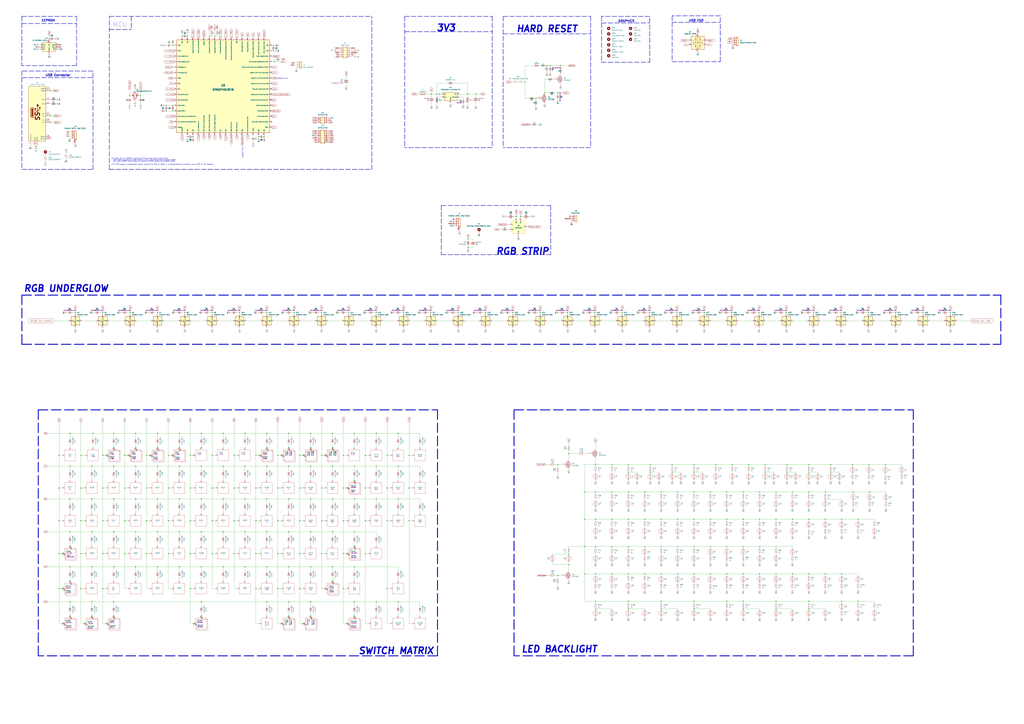
<source format=kicad_sch>
(kicad_sch (version 20211123) (generator eeschema)
  (paper "A0")
  (title_block (title "Athena PCB schematic") (date "2022-01-28") (rev "V2.1.0") (company "Acheron Project") (comment 1 "Designed by Gondolindrim"))
  (junction (at 214.63 363.22) (diameter 0.9144))
  (junction (at 151.13 363.22) (diameter 0.9144))
  (junction (at 729.615 548.64) (diameter 0.9144))
  (junction (at 627.38 363.22) (diameter 0.9144))
  (junction (at 309.88 579.755) (diameter 1.016))
  (junction (at 208.28 617.855) (diameter 1.016))
  (junction (at 335.28 715.645) (diameter 0.9144))
  (junction (at 322.58 683.895) (diameter 1.016))
  (junction (at 1028.065 539.75) (diameter 0.9144))
  (junction (at 632.46 107.95))
  (junction (at 119.38 683.895) (diameter 1.016))
  (junction (at 958.215 580.39) (diameter 0.9144))
  (junction (at 691.515 698.5))
  (junction (at 862.965 603.25) (diameter 0.9144))
  (junction (at 233.68 715.645) (diameter 0.9144))
  (junction (at 411.48 658.495) (diameter 1.016))
  (junction (at 220.98 643.255) (diameter 1.016))
  (junction (at 449.58 528.955) (diameter 0.9144))
  (junction (at 81.28 617.855) (diameter 1.016))
  (junction (at 977.265 698.5))
  (junction (at 424.18 643.255) (diameter 0.9144))
  (junction (at 552.45 109.22))
  (junction (at 622.3 114.3))
  (junction (at 200.66 128.905) (diameter 0.9144))
  (junction (at 976.63 363.22) (diameter 0.9144))
  (junction (at 233.68 541.655) (diameter 1.016))
  (junction (at 563.88 363.22) (diameter 0.9144))
  (junction (at 755.015 548.64) (diameter 0.9144))
  (junction (at 748.665 666.75) (diameter 0.9144))
  (junction (at 436.88 579.755))
  (junction (at 436.88 699.135) (diameter 1.016))
  (junction (at 217.805 158.75))
  (junction (at 170.18 643.255) (diameter 1.016))
  (junction (at 309.88 520.065) (diameter 0.9144))
  (junction (at 284.48 579.755) (diameter 1.016))
  (junction (at 939.165 666.75) (diameter 0.9144))
  (junction (at 208.28 658.495) (diameter 1.016))
  (junction (at 754.38 363.22) (diameter 0.9144))
  (junction (at 386.08 658.495) (diameter 1.016))
  (junction (at 322.58 643.255) (diameter 1.016))
  (junction (at 106.68 579.755) (diameter 1.016))
  (junction (at 182.88 503.555) (diameter 1.016))
  (junction (at 462.28 579.755) (diameter 1.016))
  (junction (at 888.365 539.75) (diameter 0.9144))
  (junction (at 805.815 707.39))
  (junction (at 144.78 605.155) (diameter 1.016))
  (junction (at 786.765 603.25) (diameter 0.9144))
  (junction (at 862.965 635) (diameter 0.9144))
  (junction (at 322.58 528.955) (diameter 0.9144))
  (junction (at 424.18 528.955) (diameter 1.016))
  (junction (at 360.68 699.135) (diameter 1.016))
  (junction (at 377.19 528.955) (diameter 0.9144))
  (junction (at 220.98 605.155) (diameter 1.016))
  (junction (at 543.56 287.655))
  (junction (at 208.28 541.655) (diameter 1.016))
  (junction (at 119.38 567.055) (diameter 1.016))
  (junction (at 335.28 658.495) (diameter 1.016))
  (junction (at 246.38 605.155) (diameter 1.016))
  (junction (at 989.965 539.75) (diameter 0.9144))
  (junction (at 351.79 724.535))
  (junction (at 958.215 666.75))
  (junction (at 144.78 528.955) (diameter 1.016))
  (junction (at 824.865 603.25) (diameter 0.9144))
  (junction (at 386.08 579.755) (diameter 1.016))
  (junction (at 462.28 699.135) (diameter 1.016))
  (junction (at 93.98 528.955) (diameter 0.9144))
  (junction (at 132.08 579.755) (diameter 1.016))
  (junction (at 660.4 527.05))
  (junction (at 474.98 605.155))
  (junction (at 786.765 635) (diameter 0.9144))
  (junction (at 939.165 539.75) (diameter 0.9144))
  (junction (at 68.58 528.955) (diameter 1.016))
  (junction (at 398.78 528.955) (diameter 0.9144))
  (junction (at 920.115 571.5) (diameter 0.9144))
  (junction (at 843.915 603.25) (diameter 0.9144))
  (junction (at 233.68 617.855) (diameter 1.016))
  (junction (at 862.965 571.5) (diameter 0.9144))
  (junction (at 119.38 643.255) (diameter 1.016))
  (junction (at 862.965 666.75) (diameter 0.9144))
  (junction (at 373.38 643.255) (diameter 0.9144))
  (junction (at 411.48 634.365) (diameter 0.9144))
  (junction (at 474.98 567.055) (diameter 1.016))
  (junction (at 436.88 541.655))
  (junction (at 805.815 603.25) (diameter 0.9144))
  (junction (at 449.58 567.055) (diameter 1.016))
  (junction (at 233.68 503.555) (diameter 1.016))
  (junction (at 1009.015 539.75) (diameter 0.9144))
  (junction (at 805.815 635) (diameter 0.9144))
  (junction (at 87.63 363.22) (diameter 0.9144))
  (junction (at 881.38 363.22) (diameter 0.9144))
  (junction (at 132.08 715.645) (diameter 0.9144))
  (junction (at 81.28 541.655) (diameter 1.016))
  (junction (at 132.08 699.135) (diameter 1.016))
  (junction (at 901.065 707.39))
  (junction (at 888.365 548.64) (diameter 0.9144))
  (junction (at 309.88 699.135) (diameter 1.016))
  (junction (at 710.565 635) (diameter 0.9144))
  (junction (at 208.28 520.065) (diameter 0.9144))
  (junction (at 977.265 603.25) (diameter 0.9144))
  (junction (at 373.38 363.22) (diameter 0.9144))
  (junction (at 360.68 617.855) (diameter 1.016))
  (junction (at 1103.63 363.22) (diameter 0.9144))
  (junction (at 360.68 658.495) (diameter 1.016))
  (junction (at 360.68 520.065) (diameter 0.9144))
  (junction (at 107.95 503.555) (diameter 0.9144))
  (junction (at 373.38 528.955) (diameter 0.9144))
  (junction (at 68.58 567.055) (diameter 1.016))
  (junction (at 170.18 605.155) (diameter 1.016))
  (junction (at 58.42 142.24) (diameter 1.016))
  (junction (at 249.555 41.91) (diameter 0.9144))
  (junction (at 297.18 643.255) (diameter 1.016))
  (junction (at 647.7 668.655))
  (junction (at 309.88 363.22) (diameter 0.9144))
  (junction (at 678.815 635))
  (junction (at 278.13 363.22) (diameter 0.9144))
  (junction (at 195.58 643.255) (diameter 1.016))
  (junction (at 132.08 503.555) (diameter 0.9144))
  (junction (at 347.98 567.055) (diameter 1.016))
  (junction (at 386.08 617.855) (diameter 1.016))
  (junction (at 373.38 605.155) (diameter 0.9144))
  (junction (at 755.015 539.75) (diameter 0.9144))
  (junction (at 157.48 617.855) (diameter 1.016))
  (junction (at 722.63 363.22) (diameter 0.9144))
  (junction (at 398.78 683.895) (diameter 1.016))
  (junction (at 271.78 605.155) (diameter 1.016))
  (junction (at 132.08 541.655) (diameter 1.016))
  (junction (at 106.68 617.855) (diameter 1.016))
  (junction (at 411.48 541.655) (diameter 0.9144))
  (junction (at 869.315 539.75) (diameter 0.9144))
  (junction (at 57.15 45.085) (diameter 0.9144))
  (junction (at 805.815 548.64) (diameter 0.9144))
  (junction (at 996.315 603.25))
  (junction (at 805.815 571.5) (diameter 0.9144))
  (junction (at 767.715 666.75) (diameter 0.9144))
  (junction (at 157.48 658.495) (diameter 1.016))
  (junction (at 647.7 539.75))
  (junction (at 767.715 707.39))
  (junction (at 200.66 52.705) (diameter 0.9144))
  (junction (at 246.38 528.955) (diameter 0.9144))
  (junction (at 259.08 579.755) (diameter 1.016))
  (junction (at 474.98 528.955) (diameter 0.9144))
  (junction (at 604.52 251.46) (diameter 1.016))
  (junction (at 284.48 541.655) (diameter 1.016))
  (junction (at 729.615 603.25) (diameter 0.9144))
  (junction (at 660.4 643.89))
  (junction (at 767.715 635) (diameter 0.9144))
  (junction (at 233.68 520.065) (diameter 0.9144))
  (junction (at 220.98 683.895) (diameter 1.016))
  (junction (at 195.58 567.055) (diameter 1.016))
  (junction (at 300.355 158.75))
  (junction (at 271.78 528.955) (diameter 0.9144))
  (junction (at 542.925 109.22) (diameter 1.016))
  (junction (at 901.065 635) (diameter 0.9144))
  (junction (at 335.28 579.755) (diameter 1.016))
  (junction (at 424.18 567.055) (diameter 1.016))
  (junction (at 843.915 635) (diameter 0.9144))
  (junction (at 831.215 539.75) (diameter 0.9144))
  (junction (at 691.515 603.25) (diameter 0.9144))
  (junction (at 211.455 41.91) (diameter 0.9144))
  (junction (at 405.13 363.22) (diameter 0.9144))
  (junction (at 106.68 715.645) (diameter 0.9144))
  (junction (at 786.765 571.5) (diameter 0.9144))
  (junction (at 913.765 539.75) (diameter 0.9144))
  (junction (at 347.98 528.955) (diameter 0.9144))
  (junction (at 939.165 548.64) (diameter 0.9144))
  (junction (at 72.39 683.895) (diameter 0.9144))
  (junction (at 595.63 363.22) (diameter 0.9144))
  (junction (at 163.195 111.125) (diameter 0.9144))
  (junction (at 1009.65 571.5) (diameter 0.9144))
  (junction (at 119.38 363.22) (diameter 0.9144))
  (junction (at 193.04 122.555) (diameter 0.9144))
  (junction (at 436.88 363.22) (diameter 0.9144))
  (junction (at 647.7 107.95))
  (junction (at 462.28 541.655) (diameter 1.016))
  (junction (at 805.815 698.5))
  (junction (at 913.13 363.22) (diameter 0.9144))
  (junction (at 729.615 571.5) (diameter 0.9144))
  (junction (at 901.065 666.75) (diameter 0.9144))
  (junction (at 360.68 715.645))
  (junction (at 193.04 128.905) (diameter 0.9144))
  (junction (at 224.155 158.75))
  (junction (at 748.665 635) (diameter 0.9144))
  (junction (at 1071.88 363.22) (diameter 0.9144))
  (junction (at 220.98 528.955) (diameter 0.9144))
  (junction (at 182.88 520.065) (diameter 0.9144))
  (junction (at 157.48 541.655) (diameter 1.016))
  (junction (at 300.99 528.955) (diameter 0.9144))
  (junction (at 1008.38 363.22) (diameter 0.9144))
  (junction (at 964.565 548.64) (diameter 0.9144))
  (junction (at 659.13 363.22) (diameter 0.9144))
  (junction (at 691.515 571.5) (diameter 0.9144))
  (junction (at 843.915 698.5))
  (junction (at 271.78 567.055) (diameter 1.016))
  (junction (at 246.38 363.22) (diameter 0.9144))
  (junction (at 157.48 503.555) (diameter 1.016))
  (junction (at 635 76.2) (diameter 1.016))
  (junction (at 824.865 666.75) (diameter 0.9144))
  (junction (at 882.015 603.25) (diameter 0.9144))
  (junction (at 144.78 643.255) (diameter 1.016))
  (junction (at 710.565 539.75) (diameter 0.9144))
  (junction (at 690.88 363.22) (diameter 0.9144))
  (junction (at 326.39 724.535) (diameter 0.9144))
  (junction (at 68.58 605.155) (diameter 1.016))
  (junction (at 958.215 603.25))
  (junction (at 284.48 658.495) (diameter 1.016))
  (junction (at 786.13 363.22) (diameter 0.9144))
  (junction (at 360.68 541.655) (diameter 1.016))
  (junction (at 862.965 707.39))
  (junction (at 271.78 643.255) (diameter 1.016))
  (junction (at 97.79 724.535) (diameter 0.9144))
  (junction (at 402.59 567.055) (diameter 0.9144))
  (junction (at 748.665 571.5) (diameter 0.9144))
  (junction (at 817.88 363.22) (diameter 0.9144))
  (junction (at 220.98 567.055) (diameter 1.016))
  (junction (at 748.665 603.25) (diameter 0.9144))
  (junction (at 780.415 548.64) (diameter 0.9144))
  (junction (at 862.965 698.5))
  (junction (at 170.18 567.055) (diameter 1.016))
  (junction (at 68.58 643.255) (diameter 1.016))
  (junction (at 1040.13 363.22) (diameter 0.9144))
  (junction (at 678.815 571.5))
  (junction (at 351.79 528.955) (diameter 0.9144))
  (junction (at 309.88 658.495) (diameter 1.016))
  (junction (at 939.165 603.25) (diameter 0.9144))
  (junction (at 297.18 605.155) (diameter 1.016))
  (junction (at 58.42 134.62) (diameter 1.016))
  (junction (at 195.58 528.955) (diameter 0.9144))
  (junction (at 68.58 683.895) (diameter 1.016))
  (junction (at 939.165 707.39))
  (junction (at 402.59 643.255) (diameter 0.9144))
  (junction (at 208.28 579.755) (diameter 1.016))
  (junction (at 182.88 579.755) (diameter 1.016))
  (junction (at 398.78 643.255) (diameter 1.016))
  (junction (at 150.495 111.125) (diameter 0.9144))
  (junction (at 507.365 109.22) (diameter 1.016))
  (junction (at 850.265 539.75) (diameter 0.9144))
  (junction (at 805.815 539.75) (diameter 0.9144))
  (junction (at 411.48 715.645) (diameter 0.9144))
  (junction (at 990.6 571.5) (diameter 0.9144))
  (junction (at 106.68 658.495) (diameter 1.016))
  (junction (at 386.08 541.655) (diameter 1.016))
  (junction (at 195.58 605.155) (diameter 1.016))
  (junction (at 691.515 635) (diameter 0.9144))
  (junction (at 939.165 571.5) (diameter 0.9144))
  (junction (at 650.875 76.2))
  (junction (at 284.48 503.555) (diameter 1.016))
  (junction (at 259.08 503.555) (diameter 1.016))
  (junction (at 335.28 520.065) (diameter 0.9144))
  (junction (at 200.66 122.555) (diameter 0.9144))
  (junction (at 347.98 643.255) (diameter 1.016))
  (junction (at 901.065 698.5))
  (junction (at 729.615 539.75) (diameter 0.9144))
  (junction (at 780.415 539.75) (diameter 0.9144))
  (junction (at 173.99 528.955) (diameter 0.9144))
  (junction (at 501.015 109.22) (diameter 1.016))
  (junction (at 326.39 528.955) (diameter 0.9144))
  (junction (at 939.165 698.5))
  (junction (at 322.58 567.055) (diameter 1.016))
  (junction (at 958.215 571.5) (diameter 0.9144))
  (junction (at 233.68 699.135) (diameter 1.016))
  (junction (at 824.865 635) (diameter 0.9144))
  (junction (at 335.28 617.855) (diameter 1.016))
  (junction (at 81.28 579.755) (diameter 1.016))
  (junction (at 341.63 363.22) (diameter 0.9144))
  (junction (at 284.48 617.855) (diameter 1.016))
  (junction (at 182.88 541.655) (diameter 1.016))
  (junction (at 609.6 95.25))
  (junction (at 964.565 539.75) (diameter 0.9144))
  (junction (at 317.5 59.055))
  (junction (at 882.015 571.5) (diameter 0.9144))
  (junction (at 411.48 503.555) (diameter 1.016))
  (junction (at 182.88 617.855) (diameter 1.016))
  (junction (at 72.39 724.535) (diameter 0.9144))
  (junction (at 259.08 658.495) (diameter 1.016))
  (junction (at 309.88 617.855) (diameter 1.016))
  (junction (at 259.08 617.855) (diameter 1.016))
  (junction (at 729.615 698.5))
  (junction (at 233.68 658.495) (diameter 1.016))
  (junction (at 182.88 363.22) (diameter 0.9144))
  (junction (at 805.815 666.75) (diameter 0.9144))
  (junction (at 449.58 605.155))
  (junction (at 317.5 52.705))
  (junction (at 424.18 605.155) (diameter 1.016))
  (junction (at 170.18 528.955) (diameter 0.9144))
  (junction (at 123.19 724.535) (diameter 0.9144))
  (junction (at 882.015 666.75) (diameter 0.9144))
  (junction (at 786.765 666.75) (diameter 0.9144))
  (junction (at 373.38 567.055) (diameter 1.016))
  (junction (at 81.28 634.365) (diameter 0.9144))
  (junction (at 543.56 277.495))
  (junction (at 199.39 528.955) (diameter 0.9144))
  (junction (at 132.08 617.855) (diameter 1.016))
  (junction (at 297.18 683.895) (diameter 1.016))
  (junction (at 106.68 699.135) (diameter 1.016))
  (junction (at 411.48 579.755) (diameter 1.016))
  (junction (at 901.065 603.25) (diameter 0.9144))
  (junction (at 246.38 567.055) (diameter 1.016))
  (junction (at 297.18 567.055) (diameter 1.016))
  (junction (at 849.63 363.22) (diameter 0.9144))
  (junction (at 58.42 105.41) (diameter 1.016))
  (junction (at 306.705 158.75))
  (junction (at 123.19 528.955))
  (junction (at 913.765 548.64) (diameter 0.9144))
  (junction (at 119.38 605.155) (diameter 1.016))
  (junction (at 93.98 605.155) (diameter 1.016))
  (junction (at 920.115 666.75) (diameter 0.9144))
  (junction (at 767.715 571.5) (diameter 0.9144))
  (junction (at 81.28 503.555) (diameter 1.016))
  (junction (at 710.565 666.75) (diameter 0.9144))
  (junction (at 259.08 541.655) (diameter 1.016))
  (junction (at 901.065 571.5) (diameter 0.9144))
  (junction (at 224.79 724.535) (diameter 0.9144))
  (junction (at 297.18 528.955) (diameter 0.9144))
  (junction (at 729.615 666.75) (diameter 0.9144))
  (junction (at 638.81 76.2) (diameter 1.016))
  (junction (at 335.28 541.655) (diameter 1.016))
  (junction (at 182.88 658.495) (diameter 1.016))
  (junction (at 411.48 617.855) (diameter 0.9144))
  (junction (at 81.28 699.135) (diameter 1.016))
  (junction (at 386.08 520.065) (diameter 0.9144))
  (junction (at 93.98 643.255) (diameter 1.016))
  (junction (at 360.68 503.555) (diameter 1.016))
  (junction (at 402.59 724.535) (diameter 0.9144))
  (junction (at 322.58 605.155) (diameter 1.016))
  (junction (at 208.28 503.555) (diameter 1.016))
  (junction (at 347.98 683.895) (diameter 1.016))
  (junction (at 377.19 683.895) (diameter 0.9144))
  (junction (at 41.91 170.18) (diameter 1.016))
  (junction (at 532.13 363.22) (diameter 0.9144))
  (junction (at 882.015 635) (diameter 0.9144))
  (junction (at 224.79 528.955) (diameter 0.9144))
  (junction (at 729.615 635) (diameter 0.9144))
  (junction (at 411.48 558.165) (diameter 0.9144))
  (junction (at 944.88 363.22) (diameter 0.9144))
  (junction (at 217.805 41.91) (diameter 0.9144))
  (junction (at 843.915 571.5) (diameter 0.9144))
  (junction (at 72.39 643.255) (diameter 0.9144))
  (junction (at 386.08 675.005) (diameter 0.9144))
  (junction (at 360.68 579.755) (diameter 1.016))
  (junction (at 678.815 603.25))
  (junction (at 678.815 666.75))
  (junction (at 309.88 503.555) (diameter 1.016))
  (junction (at 132.08 520.065) (diameter 0.9144))
  (junction (at 106.68 541.655) (diameter 1.016))
  (junction (at 691.515 666.75) (diameter 0.9144))
  (junction (at 660.4 655.955))
  (junction (at 436.88 503.555) (diameter 1.016))
  (junction (at 411.48 699.135) (diameter 1.016))
  (junction (at 824.865 571.5) (diameter 0.9144))
  (junction (at 318.77 71.755))
  (junction (at 81.28 658.495) (diameter 1.016))
  (junction (at 81.28 715.645) (diameter 0.9144))
  (junction (at 710.565 603.25) (diameter 0.9144))
  (junction (at 119.38 528.955) (diameter 1.016))
  (junction (at 335.28 503.555) (diameter 1.016))
  (junction (at 157.48 579.755) (diameter 1.016))
  (junction (at 996.315 698.5))
  (junction (at 148.59 528.955) (diameter 0.9144))
  (junction (at 243.205 41.91) (diameter 0.9144))
  (junction (at 398.78 605.155) (diameter 1.016))
  (junction (at 246.38 643.255) (diameter 1.016))
  (junction (at 347.98 605.155) (diameter 1.016))
  (junction (at 157.48 520.065) (diameter 0.9144))
  (junction (at 710.565 571.5) (diameter 0.9144))
  (junction (at 335.28 699.135) (diameter 1.016))
  (junction (at 691.515 707.39))
  (junction (at 233.68 579.755) (diameter 1.016))
  (junction (at 468.63 363.22) (diameter 0.9144))
  (junction (at 510.54 109.22))
  (junction (at 462.28 503.555) (diameter 1.016))
  (junction (at 691.515 539.75) (diameter 0.9144))
  (junction (at 920.115 603.25) (diameter 0.9144))
  (junction (at 729.615 707.39))
  (junction (at 843.915 666.75) (diameter 0.9144))
  (junction (at 132.08 658.495) (diameter 1.016))
  (junction (at 449.58 683.895) (diameter 1.016))
  (junction (at 81.28 675.005) (diameter 0.9144))
  (junction (at 767.715 603.25) (diameter 0.9144))
  (junction (at 144.78 567.055) (diameter 1.016))
  (junction (at 93.98 567.055) (diameter 1.016))
  (junction (at 386.08 503.555) (diameter 1.016))
  (junction (at 309.88 541.655) (diameter 1.016))
  (junction (at 767.715 698.5))
  (junction (at 93.98 683.895) (diameter 1.016))
  (junction (at 599.44 251.46) (diameter 1.016))
  (junction (at 500.38 363.22) (diameter 0.9144))
  (junction (at 977.265 666.75))
  (junction (at 398.78 567.055) (diameter 1.016))
  (no_connect (at 315.595 141.605))
  (no_connect (at 58.42 161.29))
  (no_connect (at 58.42 158.75))
  (wire (pts (xy 748.665 645.16) (xy 748.665 646.43)))
  (wire (pts (xy 412.75 715.645) (xy 411.48 715.645)))
  (wire (pts (xy 412.75 716.915) (xy 412.75 715.645)))
  (wire (pts (xy 81.28 658.495) (xy 81.28 663.575)))
  (wire (pts (xy 132.08 503.555) (xy 132.08 508.635)))
  (wire (pts (xy 246.38 490.855) (xy 246.38 528.955)))
  (wire (pts (xy 246.38 528.955) (xy 246.38 567.055)))
  (wire (pts (xy 132.08 554.355) (xy 132.08 558.165)))
  (wire (pts (xy 767.715 635) (xy 767.715 637.54)))
  (wire (pts (xy 901.065 589.28) (xy 901.065 590.55)))
  (wire (pts (xy 939.165 716.28) (xy 939.165 717.55)))
  (wire (pts (xy 322.58 643.255) (xy 322.58 605.155)))
  (wire (pts (xy 81.28 711.835) (xy 81.28 715.645)))
  (wire (pts (xy 754.38 380.365) (xy 754.38 382.27)))
  (wire (pts (xy 144.78 567.055) (xy 148.59 567.055)))
  (wire (pts (xy 920.115 571.5) (xy 920.115 574.04)))
  (polyline (pts (xy 698.5 19.05) (xy 698.5 72.39)) (stroke (width 0.508) (type dash)))
  (wire (pts (xy 862.965 666.75) (xy 882.015 666.75)))
  (polyline (pts (xy 25.4 82.55) (xy 25.4 196.85)) (stroke (width 0.508) (type dash)))
  (wire (pts (xy 913.765 548.64) (xy 913.765 549.91)))
  (wire (pts (xy 923.925 548.64) (xy 923.925 549.91)))
  (wire (pts (xy 977.265 613.41) (xy 977.265 614.68)))
  (wire (pts (xy 208.28 503.555) (xy 208.28 508.635)))
  (wire (pts (xy 996.315 666.75) (xy 996.315 669.29)))
  (wire (pts (xy 843.915 698.5) (xy 843.915 701.04)))
  (wire (pts (xy 920.115 676.91) (xy 920.115 678.18)))
  (wire (pts (xy 563.88 360.045) (xy 563.88 363.22)))
  (wire (pts (xy 200.66 530.225) (xy 199.39 530.225)))
  (wire (pts (xy 901.065 610.87) (xy 901.065 613.41)))
  (wire (pts (xy 284.48 671.195) (xy 284.48 675.005)))
  (wire (pts (xy 1068.07 363.22) (xy 1071.88 363.22)))
  (wire (pts (xy 119.38 643.255) (xy 119.38 605.155)))
  (wire (pts (xy 767.715 683.26) (xy 767.715 685.8)))
  (wire (pts (xy 617.855 144.78) (xy 616.585 144.78)))
  (wire (pts (xy 554.99 363.22) (xy 553.085 363.22)))
  (wire (pts (xy 220.98 528.955) (xy 224.79 528.955)))
  (wire (pts (xy 107.95 516.255) (xy 107.95 520.065)))
  (wire (pts (xy 1009.015 556.26) (xy 1009.015 558.8)))
  (wire (pts (xy 691.515 539.75) (xy 710.565 539.75)))
  (wire (pts (xy 710.565 539.75) (xy 729.615 539.75)))
  (wire (pts (xy 729.615 539.75) (xy 755.015 539.75)))
  (wire (pts (xy 755.015 539.75) (xy 780.415 539.75)))
  (wire (pts (xy 780.415 539.75) (xy 805.815 539.75)))
  (wire (pts (xy 805.815 539.75) (xy 831.215 539.75)))
  (wire (pts (xy 831.215 539.75) (xy 850.265 539.75)))
  (polyline (pts (xy 127 196.85) (xy 127 19.05)) (stroke (width 0.508) (type dash)))
  (wire (pts (xy 233.68 658.495) (xy 233.68 663.575)))
  (wire (pts (xy 246.38 360.045) (xy 246.38 363.22)))
  (wire (pts (xy 284.48 579.755) (xy 284.48 584.835)))
  (wire (pts (xy 1028.7 581.66) (xy 1028.7 582.93)))
  (wire (pts (xy 843.915 635) (xy 862.965 635)))
  (wire (pts (xy 487.68 503.555) (xy 487.68 508.635)))
  (wire (pts (xy 411.48 592.455) (xy 411.48 596.265)))
  (wire (pts (xy 632.46 119.38) (xy 632.46 120.65)))
  (wire (pts (xy 513.08 113.03) (xy 510.54 113.03)))
  (wire (pts (xy 360.68 554.355) (xy 360.68 558.165)))
  (wire (pts (xy 501.015 119.38) (xy 501.015 122.555)))
  (wire (pts (xy 765.175 548.64) (xy 765.175 549.91)))
  (wire (pts (xy 170.18 528.955) (xy 173.99 528.955)))
  (wire (pts (xy 537.845 120.65) (xy 537.845 121.92)))
  (wire (pts (xy 309.88 617.855) (xy 284.48 617.855)))
  (wire (pts (xy 691.515 666.75) (xy 691.515 669.29)))
  (wire (pts (xy 718.82 363.22) (xy 722.63 363.22)))
  (wire (pts (xy 507.365 109.22) (xy 501.015 109.22)))
  (wire (pts (xy 52.705 181.61) (xy 52.705 180.34)))
  (wire (pts (xy 862.965 603.25) (xy 862.965 605.79)))
  (wire (pts (xy 678.815 666.75) (xy 678.815 635)))
  (wire (pts (xy 411.48 516.255) (xy 411.48 520.065)))
  (wire (pts (xy 246.38 605.155) (xy 246.38 567.055)))
  (wire (pts (xy 494.665 109.22) (xy 501.015 109.22)))
  (wire (pts (xy 710.565 571.5) (xy 710.565 574.04)))
  (wire (pts (xy 386.08 541.655) (xy 386.08 546.735)))
  (wire (pts (xy 436.88 541.655) (xy 436.88 546.735)))
  (wire (pts (xy 87.63 380.365) (xy 87.63 382.27)))
  (wire (pts (xy 862.965 698.5) (xy 862.965 701.04)))
  (wire (pts (xy 147.32 363.22) (xy 151.13 363.22)))
  (wire (pts (xy 1008.38 360.045) (xy 1008.38 363.22)))
  (wire (pts (xy 873.76 372.745) (xy 857.25 372.745)))
  (wire (pts (xy 729.615 547.37) (xy 729.615 548.64)))
  (wire (pts (xy 729.615 548.64) (xy 729.615 549.91)))
  (wire (pts (xy 805.815 571.5) (xy 805.815 574.04)))
  (wire (pts (xy 309.88 541.655) (xy 309.88 546.735)))
  (wire (pts (xy 691.515 676.91) (xy 691.515 678.18)))
  (wire (pts (xy 233.68 592.455) (xy 233.68 596.265)))
  (wire (pts (xy 913.13 380.365) (xy 913.13 382.27)))
  (wire (pts (xy 920.115 603.25) (xy 920.115 605.79)))
  (wire (pts (xy 200.66 128.905) (xy 200.66 128.27)))
  (wire (pts (xy 246.38 605.155) (xy 250.19 605.155)))
  (wire (pts (xy 474.98 528.955) (xy 478.79 528.955)))
  (polyline (pts (xy 431.8 196.85) (xy 431.8 19.05)) (stroke (width 0.508) (type dash)))
  (wire (pts (xy 205.74 363.22) (xy 203.835 363.22)))
  (wire (pts (xy 132.08 630.555) (xy 132.08 634.365)))
  (wire (pts (xy 542.925 109.22) (xy 552.45 109.22)))
  (polyline (pts (xy 508 476.25) (xy 508 762)) (stroke (width 1.016) (type dash)))
  (wire (pts (xy 335.28 554.355) (xy 335.28 558.165)))
  (wire (pts (xy 157.48 579.755) (xy 132.08 579.755)))
  (wire (pts (xy 322.58 490.855) (xy 322.58 528.955)))
  (wire (pts (xy 322.58 528.955) (xy 322.58 567.055)))
  (wire (pts (xy 748.665 610.87) (xy 748.665 613.41)))
  (wire (pts (xy 317.5 52.705) (xy 317.5 53.34)))
  (wire (pts (xy 327.66 530.225) (xy 326.39 530.225)))
  (wire (pts (xy 748.665 716.28) (xy 748.665 717.55)))
  (wire (pts (xy 402.59 568.325) (xy 402.59 567.055)))
  (wire (pts (xy 403.86 568.325) (xy 402.59 568.325)))
  (wire (pts (xy 271.78 643.255) (xy 275.59 643.255)))
  (wire (pts (xy 748.665 666.75) (xy 767.715 666.75)))
  (wire (pts (xy 278.13 360.045) (xy 278.13 363.22)))
  (wire (pts (xy 474.98 605.155) (xy 478.79 605.155)))
  (wire (pts (xy 224.155 158.75) (xy 224.155 160.655)))
  (wire (pts (xy 246.38 643.255) (xy 246.38 605.155)))
  (wire (pts (xy 411.48 658.495) (xy 411.48 663.575)))
  (wire (pts (xy 341.63 380.365) (xy 341.63 382.27)))
  (wire (pts (xy 306.705 158.75) (xy 306.705 156.845)))
  (wire (pts (xy 68.58 724.535) (xy 72.39 724.535)))
  (wire (pts (xy 119.38 567.055) (xy 123.19 567.055)))
  (wire (pts (xy 1015.365 603.25) (xy 1015.365 605.79)))
  (wire (pts (xy 780.415 548.64) (xy 780.415 549.91)))
  (wire (pts (xy 805.815 579.12) (xy 805.815 581.66)))
  (wire (pts (xy 297.18 724.535) (xy 300.99 724.535)))
  (wire (pts (xy 939.165 547.37) (xy 939.165 548.64)))
  (wire (pts (xy 729.615 589.28) (xy 729.615 590.55)))
  (wire (pts (xy 690.88 380.365) (xy 690.88 382.27)))
  (wire (pts (xy 977.265 580.39) (xy 958.215 580.39)))
  (wire (pts (xy 309.88 699.135) (xy 309.88 704.215)))
  (wire (pts (xy 81.28 592.455) (xy 81.28 596.265)))
  (wire (pts (xy 1031.24 363.22) (xy 1029.335 363.22)))
  (wire (pts (xy 309.88 592.455) (xy 309.88 596.265)))
  (wire (pts (xy 309.88 658.495) (xy 284.48 658.495)))
  (wire (pts (xy 360.68 592.455) (xy 360.68 596.265)))
  (wire (pts (xy 436.88 360.045) (xy 436.88 363.22)))
  (wire (pts (xy 297.18 567.055) (xy 300.99 567.055)))
  (wire (pts (xy 347.98 683.895) (xy 351.79 683.895)))
  (wire (pts (xy 507.365 96.52) (xy 507.365 109.22)))
  (wire (pts (xy 920.115 645.16) (xy 920.115 646.43)))
  (polyline (pts (xy 512.445 238.76) (xy 512.445 295.91)) (stroke (width 0.508) (type dash)))
  (wire (pts (xy 552.45 109.22) (xy 558.165 109.22)))
  (wire (pts (xy 909.32 363.22) (xy 913.13 363.22)))
  (polyline (pts (xy 127 196.85) (xy 431.8 196.85)) (stroke (width 0.508) (type dash)))
  (polyline (pts (xy 780.415 71.755) (xy 836.295 71.755)) (stroke (width 0.508) (type dash)))
  (wire (pts (xy 182.88 503.555) (xy 157.48 503.555)))
  (wire (pts (xy 691.515 514.35) (xy 691.515 521.97)))
  (wire (pts (xy 691.515 539.75) (xy 691.515 542.29)))
  (wire (pts (xy 1008.38 363.22) (xy 1008.38 365.125)))
  (wire (pts (xy 132.08 617.855) (xy 106.68 617.855)))
  (wire (pts (xy 805.815 547.37) (xy 805.815 548.64)))
  (wire (pts (xy 805.815 548.64) (xy 805.815 549.91)))
  (wire (pts (xy 533.4 113.03) (xy 537.845 113.03)))
  (wire (pts (xy 246.38 683.895) (xy 250.19 683.895)))
  (wire (pts (xy 200.66 122.555) (xy 193.04 122.555)))
  (wire (pts (xy 660.4 544.83) (xy 660.4 546.1)))
  (wire (pts (xy 68.58 490.855) (xy 68.58 528.955)))
  (wire (pts (xy 543.56 287.655) (xy 543.56 288.925)))
  (wire (pts (xy 284.48 617.855) (xy 259.08 617.855)))
  (wire (pts (xy 462.28 671.195) (xy 462.28 675.005)))
  (wire (pts (xy 1009.015 539.75) (xy 1028.065 539.75)))
  (wire (pts (xy 591.82 363.22) (xy 595.63 363.22)))
  (wire (pts (xy 904.24 363.22) (xy 902.335 363.22)))
  (wire (pts (xy 45.085 57.15) (xy 46.99 57.15)))
  (wire (pts (xy 87.63 165.735) (xy 87.63 167.005)))
  (wire (pts (xy 729.615 652.78) (xy 729.615 654.05)))
  (bus (pts (xy 127 34.29) (xy 152.4 34.29)) (stroke (width 0.508) (type dash)))
  (wire (pts (xy 888.365 539.75) (xy 913.765 539.75)))
  (wire (pts (xy 1009.65 571.5) (xy 1009.65 574.04)))
  (wire (pts (xy 786.765 676.91) (xy 786.765 678.18)))
  (wire (pts (xy 663.575 256.54) (xy 663.575 257.81)))
  (wire (pts (xy 373.38 490.855) (xy 373.38 528.955)))
  (wire (pts (xy 373.38 528.955) (xy 373.38 567.055)))
  (wire (pts (xy 347.98 567.055) (xy 347.98 605.155)))
  (wire (pts (xy 309.88 503.555) (xy 309.88 508.635)))
  (wire (pts (xy 360.68 711.835) (xy 360.68 715.645)))
  (wire (pts (xy 335.28 699.135) (xy 309.88 699.135)))
  (wire (pts (xy 397.51 372.745) (xy 381 372.745)))
  (wire (pts (xy 182.88 617.855) (xy 157.48 617.855)))
  (wire (pts (xy 72.39 725.805) (xy 72.39 724.535)))
  (wire (pts (xy 73.66 725.805) (xy 72.39 725.805)))
  (wire (pts (xy 195.58 683.895) (xy 199.39 683.895)))
  (wire (pts (xy 748.665 603.25) (xy 767.715 603.25)))
  (wire (pts (xy 599.44 251.46) (xy 599.44 253.365)))
  (wire (pts (xy 901.065 579.12) (xy 901.065 581.66)))
  (wire (pts (xy 831.215 547.37) (xy 831.215 549.91)))
  (wire (pts (xy 182.88 380.365) (xy 182.88 382.27)))
  (wire (pts (xy 500.38 380.365) (xy 500.38 382.27)))
  (wire (pts (xy 977.265 698.5) (xy 977.265 701.04)))
  (wire (pts (xy 208.28 617.855) (xy 182.88 617.855)))
  (wire (pts (xy 767.715 571.5) (xy 767.715 574.04)))
  (wire (pts (xy 824.865 707.39) (xy 824.865 708.66)))
  (wire (pts (xy 862.965 579.12) (xy 862.965 581.66)))
  (wire (pts (xy 347.98 643.255) (xy 347.98 605.155)))
  (wire (pts (xy 411.48 617.855) (xy 411.48 622.935)))
  (wire (pts (xy 474.98 605.155) (xy 474.98 724.535)))
  (wire (pts (xy 786.765 571.5) (xy 805.815 571.5)))
  (wire (pts (xy 691.515 547.37) (xy 691.515 549.91)))
  (wire (pts (xy 996.315 706.12) (xy 996.315 708.66)))
  (wire (pts (xy 507.365 122.555) (xy 507.365 120.015)))
  (wire (pts (xy 386.08 671.195) (xy 386.08 675.005)))
  (wire (pts (xy 259.08 541.655) (xy 233.68 541.655)))
  (wire (pts (xy 967.74 363.22) (xy 965.835 363.22)))
  (wire (pts (xy 132.08 671.195) (xy 132.08 675.005)))
  (wire (pts (xy 398.78 683.895) (xy 398.78 724.535)))
  (wire (pts (xy 360.68 699.135) (xy 335.28 699.135)))
  (wire (pts (xy 373.38 363.22) (xy 373.38 365.125)))
  (wire (pts (xy 322.58 605.155) (xy 326.39 605.155)))
  (wire (pts (xy 977.265 603.25) (xy 996.315 603.25)))
  (wire (pts (xy 1047.115 539.75) (xy 1047.115 542.29)))
  (wire (pts (xy 106.68 579.755) (xy 132.08 579.755)))
  (wire (pts (xy 615.95 251.46) (xy 614.68 251.46)))
  (wire (pts (xy 208.28 671.195) (xy 208.28 675.005)))
  (wire (pts (xy 660.4 635) (xy 678.815 635)))
  (wire (pts (xy 81.28 554.355) (xy 81.28 558.165)))
  (wire (pts (xy 106.68 554.355) (xy 106.68 558.165)))
  (wire (pts (xy 691.515 571.5) (xy 710.565 571.5)))
  (wire (pts (xy 220.98 724.535) (xy 224.79 724.535)))
  (wire (pts (xy 360.68 658.495) (xy 360.68 663.575)))
  (wire (pts (xy 604.52 251.46) (xy 604.52 249.555)))
  (wire (pts (xy 843.915 666.75) (xy 843.915 669.29)))
  (wire (pts (xy 132.08 592.455) (xy 132.08 596.265)))
  (wire (pts (xy 996.315 603.25) (xy 1015.365 603.25)))
  (wire (pts (xy 81.28 630.555) (xy 81.28 634.365)))
  (wire (pts (xy 309.88 630.555) (xy 309.88 634.365)))
  (wire (pts (xy 780.415 548.64) (xy 790.575 548.64)))
  (wire (pts (xy 110.49 363.22) (xy 108.585 363.22)))
  (wire (pts (xy 335.28 630.555) (xy 335.28 634.365)))
  (wire (pts (xy 195.58 567.055) (xy 199.39 567.055)))
  (wire (pts (xy 284.48 554.355) (xy 284.48 558.165)))
  (wire (pts (xy 729.615 621.03) (xy 729.615 622.3)))
  (wire (pts (xy 710.565 603.25) (xy 710.565 605.79)))
  (wire (pts (xy 243.205 41.91) (xy 243.205 43.815)))
  (wire (pts (xy 364.49 363.22) (xy 362.585 363.22)))
  (wire (pts (xy 805.815 676.91) (xy 805.815 678.18)))
  (wire (pts (xy 259.08 503.555) (xy 284.48 503.555)))
  (wire (pts (xy 386.08 630.555) (xy 386.08 634.365)))
  (wire (pts (xy 691.515 635) (xy 710.565 635)))
  (wire (pts (xy 690.88 363.22) (xy 690.88 365.125)))
  (wire (pts (xy 958.215 571.5) (xy 958.215 574.04)))
  (wire (pts (xy 81.28 617.855) (xy 106.68 617.855)))
  (wire (pts (xy 939.165 603.25) (xy 958.215 603.25)))
  (wire (pts (xy 722.63 360.045) (xy 722.63 363.22)))
  (wire (pts (xy 436.88 516.255) (xy 436.88 520.065)))
  (wire (pts (xy 882.015 652.78) (xy 882.015 654.05)))
  (wire (pts (xy 533.4 109.22) (xy 542.925 109.22)))
  (wire (pts (xy 173.99 363.22) (xy 172.085 363.22)))
  (wire (pts (xy 195.58 643.255) (xy 199.39 643.255)))
  (wire (pts (xy 660.4 641.985) (xy 660.4 643.89)))
  (wire (pts (xy 660.4 643.89) (xy 660.4 645.16)))
  (wire (pts (xy 710.565 539.75) (xy 710.565 542.29)))
  (wire (pts (xy 335.28 541.655) (xy 360.68 541.655)))
  (wire (pts (xy 378.46 530.225) (xy 377.19 530.225)))
  (wire (pts (xy 306.705 158.75) (xy 306.07 158.75)))
  (wire (pts (xy 193.04 122.555) (xy 191.135 122.555)))
  (wire (pts (xy 200.66 122.555) (xy 202.565 122.555)))
  (wire (pts (xy 436.88 699.135) (xy 462.28 699.135)))
  (wire (pts (xy 542.925 122.555) (xy 542.925 120.015)))
  (wire (pts (xy 782.32 363.22) (xy 786.13 363.22)))
  (wire (pts (xy 767.715 716.28) (xy 767.715 717.55)))
  (wire (pts (xy 449.58 490.855) (xy 449.58 528.955)))
  (wire (pts (xy 449.58 528.955) (xy 449.58 567.055)))
  (wire (pts (xy 939.165 707.39) (xy 958.215 707.39)))
  (polyline (pts (xy 1060.45 476.25) (xy 1060.45 762)) (stroke (width 1.016) (type dash)))
  (polyline (pts (xy 25.4 19.05) (xy 88.9 19.05)) (stroke (width 0.508) (type dash)))
  (wire (pts (xy 284.48 630.555) (xy 284.48 634.365)))
  (wire (pts (xy 93.98 567.055) (xy 97.79 567.055)))
  (polyline (pts (xy 512.445 238.76) (xy 639.445 238.76)) (stroke (width 0.508) (type dash)))
  (wire (pts (xy 944.88 380.365) (xy 944.88 382.27)))
  (wire (pts (xy 224.155 158.75) (xy 223.52 158.75)))
  (wire (pts (xy 888.365 548.64) (xy 888.365 549.91)))
  (wire (pts (xy 347.98 490.855) (xy 347.98 528.955)))
  (wire (pts (xy 347.98 528.955) (xy 347.98 567.055)))
  (wire (pts (xy 729.615 698.5) (xy 767.715 698.5)))
  (wire (pts (xy 335.28 541.655) (xy 309.88 541.655)))
  (wire (pts (xy 97.79 725.805) (xy 97.79 724.535)))
  (wire (pts (xy 99.06 725.805) (xy 97.79 725.805)))
  (wire (pts (xy 365.76 372.745) (xy 349.25 372.745)))
  (wire (pts (xy 242.57 363.22) (xy 246.38 363.22)))
  (wire (pts (xy 132.08 617.855) (xy 132.08 622.935)))
  (wire (pts (xy 317.5 52.705) (xy 319.405 52.705)))
  (wire (pts (xy 208.28 541.655) (xy 182.88 541.655)))
  (wire (pts (xy 627.38 363.22) (xy 627.38 365.125)))
  (wire (pts (xy 862.965 589.28) (xy 862.965 590.55)))
  (polyline (pts (xy 25.4 90.17) (xy 107.95 90.17)) (stroke (width 0.508) (type dash)))
  (wire (pts (xy 817.88 360.045) (xy 817.88 363.22)))
  (wire (pts (xy 882.015 571.5) (xy 882.015 574.04)))
  (wire (pts (xy 958.215 589.28) (xy 958.215 590.55)))
  (wire (pts (xy 424.18 528.955) (xy 424.18 567.055)))
  (wire (pts (xy 424.18 567.055) (xy 424.18 605.155)))
  (wire (pts (xy 729.615 716.28) (xy 729.615 717.55)))
  (wire (pts (xy 144.78 683.895) (xy 148.59 683.895)))
  (wire (pts (xy 68.58 528.955) (xy 72.39 528.955)))
  (wire (pts (xy 317.5 58.42) (xy 317.5 59.055)))
  (wire (pts (xy 634.365 539.75) (xy 638.81 539.75)))
  (wire (pts (xy 93.98 605.155) (xy 97.79 605.155)))
  (wire (pts (xy 901.065 676.91) (xy 901.065 678.18)))
  (wire (pts (xy 901.065 603.25) (xy 901.065 605.79)))
  (wire (pts (xy 412.75 558.165) (xy 411.48 558.165)))
  (wire (pts (xy 412.75 559.435) (xy 412.75 558.165)))
  (wire (pts (xy 492.76 372.745) (xy 476.25 372.745)))
  (wire (pts (xy 411.48 541.655) (xy 436.88 541.655)))
  (wire (pts (xy 233.68 658.495) (xy 208.28 658.495)))
  (wire (pts (xy 805.815 603.25) (xy 805.815 605.79)))
  (wire (pts (xy 901.065 683.26) (xy 901.065 685.8)))
  (wire (pts (xy 386.08 658.495) (xy 386.08 663.575)))
  (wire (pts (xy 755.015 539.75) (xy 755.015 542.29)))
  (polyline (pts (xy 44.45 476.25) (xy 44.45 762)) (stroke (width 1.016) (type dash)))
  (wire (pts (xy 347.98 528.955) (xy 351.79 528.955)))
  (wire (pts (xy 862.965 571.5) (xy 882.015 571.5)))
  (wire (pts (xy 309.88 516.255) (xy 309.88 520.065)))
  (wire (pts (xy 643.89 668.655) (xy 647.7 668.655)))
  (wire (pts (xy 843.915 621.03) (xy 843.915 622.3)))
  (wire (pts (xy 638.81 76.2) (xy 638.81 77.47)))
  (wire (pts (xy 977.265 698.5) (xy 996.315 698.5)))
  (wire (pts (xy 850.265 547.37) (xy 850.265 549.91)))
  (wire (pts (xy 691.515 532.13) (xy 691.515 539.75)))
  (wire (pts (xy 259.08 503.555) (xy 233.68 503.555)))
  (wire (pts (xy 824.865 621.03) (xy 824.865 622.3)))
  (wire (pts (xy 284.48 503.555) (xy 284.48 508.635)))
  (wire (pts (xy 767.715 621.03) (xy 767.715 622.3)))
  (wire (pts (xy 710.565 683.26) (xy 710.565 685.8)))
  (wire (pts (xy 748.665 674.37) (xy 748.665 676.91)))
  (wire (pts (xy 920.115 666.75) (xy 920.115 669.29)))
  (wire (pts (xy 318.77 68.58) (xy 318.77 71.755)))
  (wire (pts (xy 195.58 643.255) (xy 195.58 683.895)))
  (wire (pts (xy 805.815 666.75) (xy 824.865 666.75)))
  (wire (pts (xy 144.78 643.255) (xy 144.78 683.895)))
  (wire (pts (xy 767.715 603.25) (xy 786.765 603.25)))
  (wire (pts (xy 200.66 128.905) (xy 202.565 128.905)))
  (wire (pts (xy 882.015 707.39) (xy 882.015 708.66)))
  (wire (pts (xy 436.88 503.555) (xy 436.88 508.635)))
  (wire (pts (xy 373.38 380.365) (xy 373.38 382.27)))
  (wire (pts (xy 729.615 707.39) (xy 729.615 708.66)))
  (wire (pts (xy 999.49 363.22) (xy 997.585 363.22)))
  (wire (pts (xy 748.665 635) (xy 767.715 635)))
  (wire (pts (xy 623.57 363.22) (xy 627.38 363.22)))
  (wire (pts (xy 436.88 711.835) (xy 436.88 715.645)))
  (wire (pts (xy 106.68 579.755) (xy 81.28 579.755)))
  (wire (pts (xy 411.48 671.195) (xy 411.48 675.005)))
  (wire (pts (xy 193.04 128.905) (xy 193.04 128.27)))
  (wire (pts (xy 843.915 706.12) (xy 843.915 708.66)))
  (wire (pts (xy 81.28 671.195) (xy 81.28 675.005)))
  (wire (pts (xy 843.915 571.5) (xy 862.965 571.5)))
  (wire (pts (xy 977.265 708.66) (xy 977.265 709.93)))
  (wire (pts (xy 690.88 360.045) (xy 690.88 363.22)))
  (wire (pts (xy 81.28 699.135) (xy 106.68 699.135)))
  (wire (pts (xy 901.065 698.5) (xy 939.165 698.5)))
  (wire (pts (xy 106.68 541.655) (xy 81.28 541.655)))
  (wire (pts (xy 300.99 158.75) (xy 300.355 158.75)))
  (wire (pts (xy 729.615 698.5) (xy 729.615 701.04)))
  (wire (pts (xy 691.515 603.25) (xy 691.515 605.79)))
  (wire (pts (xy 729.615 557.53) (xy 729.615 558.8)))
  (wire (pts (xy 351.79 530.225) (xy 351.79 528.955)))
  (wire (pts (xy 297.18 643.255) (xy 300.99 643.255)))
  (wire (pts (xy 580.39 266.7) (xy 583.565 266.7)))
  (wire (pts (xy 710.565 707.39) (xy 710.565 708.66)))
  (wire (pts (xy 964.565 557.53) (xy 964.565 558.8)))
  (wire (pts (xy 449.58 567.055) (xy 453.39 567.055)))
  (wire (pts (xy 170.18 683.895) (xy 173.99 683.895)))
  (wire (pts (xy 824.865 645.16) (xy 824.865 646.43)))
  (wire (pts (xy 767.715 642.62) (xy 767.715 645.16)))
  (wire (pts (xy 500.38 363.22) (xy 500.38 365.125)))
  (wire (pts (xy 754.38 363.22) (xy 754.38 365.125)))
  (wire (pts (xy 410.845 66.04) (xy 407.035 66.04)))
  (wire (pts (xy 76.835 184.15) (xy 76.835 185.42)))
  (wire (pts (xy 729.615 571.5) (xy 748.665 571.5)))
  (wire (pts (xy 786.765 589.28) (xy 786.765 590.55)))
  (polyline (pts (xy 584.2 19.05) (xy 584.2 171.45)) (stroke (width 0.508) (type dash)))
  (wire (pts (xy 1040.13 380.365) (xy 1040.13 382.27)))
  (wire (pts (xy 593.725 95.25) (xy 596.265 95.25)))
  (wire (pts (xy 297.18 643.255) (xy 297.18 605.155)))
  (wire (pts (xy 1099.82 363.22) (xy 1103.63 363.22)))
  (polyline (pts (xy 685.8 171.45) (xy 584.2 171.45)) (stroke (width 0.508) (type dash)))
  (wire (pts (xy 958.215 603.25) (xy 958.215 605.79)))
  (wire (pts (xy 815.975 557.53) (xy 815.975 558.8)))
  (wire (pts (xy 882.015 635) (xy 901.065 635)))
  (wire (pts (xy 474.98 567.055) (xy 474.98 605.155)))
  (wire (pts (xy 309.88 360.045) (xy 309.88 363.22)))
  (wire (pts (xy 969.01 372.745) (xy 952.5 372.745)))
  (wire (pts (xy 710.565 642.62) (xy 710.565 645.16)))
  (wire (pts (xy 805.815 706.12) (xy 805.815 707.39)))
  (wire (pts (xy 271.78 605.155) (xy 271.78 567.055)))
  (wire (pts (xy 777.24 363.22) (xy 775.335 363.22)))
  (wire (pts (xy 977.265 666.75) (xy 977.265 669.29)))
  (wire (pts (xy 754.38 360.045) (xy 754.38 363.22)))
  (wire (pts (xy 989.965 549.91) (xy 989.965 551.18)))
  (wire (pts (xy 920.115 579.12) (xy 920.115 581.66)))
  (wire (pts (xy 45.085 52.07) (xy 46.99 52.07)))
  (wire (pts (xy 284.48 658.495) (xy 259.08 658.495)))
  (wire (pts (xy 68.58 683.895) (xy 72.39 683.895)))
  (wire (pts (xy 939.165 674.37) (xy 939.165 676.91)))
  (wire (pts (xy 660.4 523.24) (xy 660.4 527.05)))
  (wire (pts (xy 55.88 658.495) (xy 81.28 658.495)))
  (wire (pts (xy 462.28 541.655) (xy 462.28 546.735)))
  (wire (pts (xy 449.58 683.895) (xy 449.58 724.535)))
  (wire (pts (xy 386.08 541.655) (xy 411.48 541.655)))
  (wire (pts (xy 755.015 548.64) (xy 765.175 548.64)))
  (wire (pts (xy 401.955 88.9) (xy 401.955 90.805)))
  (wire (pts (xy 401.955 98.425) (xy 401.955 100.33)))
  (wire (pts (xy 996.315 716.28) (xy 996.315 717.55)))
  (wire (pts (xy 207.01 372.745) (xy 190.5 372.745)))
  (wire (pts (xy 93.98 528.955) (xy 99.06 528.955)))
  (wire (pts (xy 220.98 567.055) (xy 224.79 567.055)))
  (wire (pts (xy 72.39 644.525) (xy 72.39 643.255)))
  (wire (pts (xy 73.66 644.525) (xy 72.39 644.525)))
  (wire (pts (xy 869.315 547.37) (xy 869.315 549.91)))
  (wire (pts (xy 373.38 528.955) (xy 377.19 528.955)))
  (wire (pts (xy 710.565 589.28) (xy 710.565 590.55)))
  (wire (pts (xy 76.835 177.8) (xy 76.835 179.07)))
  (wire (pts (xy 149.86 530.225) (xy 148.59 530.225)))
  (wire (pts (xy 462.28 554.355) (xy 462.28 558.165)))
  (wire (pts (xy 302.26 530.225) (xy 300.99 530.225)))
  (wire (pts (xy 449.58 528.955) (xy 453.39 528.955)))
  (wire (pts (xy 805.815 652.78) (xy 805.815 654.05)))
  (wire (pts (xy 436.88 630.555) (xy 436.88 634.365)))
  (wire (pts (xy 882.015 635) (xy 882.015 637.54)))
  (wire (pts (xy 208.28 658.495) (xy 182.88 658.495)))
  (wire (pts (xy 259.08 579.755) (xy 259.08 584.835)))
  (wire (pts (xy 1040.13 363.22) (xy 1040.13 365.125)))
  (wire (pts (xy 93.98 643.255) (xy 97.79 643.255)))
  (wire (pts (xy 901.065 571.5) (xy 901.065 574.04)))
  (wire (pts (xy 360.68 671.195) (xy 360.68 675.005)))
  (wire (pts (xy 632.46 107.95) (xy 632.46 109.22)))
  (wire (pts (xy 342.265 73.025) (xy 344.17 73.025)))
  (wire (pts (xy 246.38 380.365) (xy 246.38 382.27)))
  (wire (pts (xy 824.865 603.25) (xy 843.915 603.25)))
  (wire (pts (xy 913.13 360.045) (xy 913.13 363.22)))
  (wire (pts (xy 402.59 644.525) (xy 402.59 643.255)))
  (wire (pts (xy 403.86 644.525) (xy 402.59 644.525)))
  (wire (pts (xy 398.78 605.155) (xy 398.78 643.255)))
  (wire (pts (xy 507.365 109.22) (xy 510.54 109.22)))
  (wire (pts (xy 862.965 707.39) (xy 862.965 708.66)))
  (wire (pts (xy 284.48 579.755) (xy 259.08 579.755)))
  (wire (pts (xy 81.28 699.135) (xy 81.28 704.215)))
  (wire (pts (xy 729.615 666.75) (xy 748.665 666.75)))
  (wire (pts (xy 496.57 363.22) (xy 500.38 363.22)))
  (wire (pts (xy 93.98 490.855) (xy 93.98 528.955)))
  (wire (pts (xy 93.98 528.955) (xy 93.98 567.055)))
  (wire (pts (xy 309.88 671.195) (xy 309.88 675.005)))
  (wire (pts (xy 780.415 557.53) (xy 780.415 558.8)))
  (wire (pts (xy 843.915 676.91) (xy 843.915 678.18)))
  (wire (pts (xy 200.66 123.19) (xy 200.66 122.555)))
  (wire (pts (xy 920.115 603.25) (xy 939.165 603.25)))
  (wire (pts (xy 824.865 610.87) (xy 824.865 613.41)))
  (wire (pts (xy 62.865 45.085) (xy 63.5 45.085)))
  (wire (pts (xy 233.68 516.255) (xy 233.68 520.065)))
  (wire (pts (xy 622.3 123.825) (xy 622.3 121.92)))
  (bus (pts (xy 152.4 19.05) (xy 152.4 34.29)) (stroke (width 0.508) (type dash)))
  (wire (pts (xy 80.01 372.745) (xy 63.5 372.745)))
  (wire (pts (xy 748.665 589.28) (xy 748.665 590.55)))
  (wire (pts (xy 824.865 571.5) (xy 824.865 574.04)))
  (wire (pts (xy 710.565 547.37) (xy 710.565 549.91)))
  (wire (pts (xy 939.165 707.39) (xy 939.165 708.66)))
  (wire (pts (xy 182.88 579.755) (xy 157.48 579.755)))
  (wire (pts (xy 939.165 579.12) (xy 939.165 581.66)))
  (wire (pts (xy 990.6 581.66) (xy 990.6 582.93)))
  (wire (pts (xy 767.715 603.25) (xy 767.715 605.79)))
  (wire (pts (xy 386.08 579.755) (xy 386.08 584.835)))
  (wire (pts (xy 487.68 699.135) (xy 487.68 704.215)))
  (wire (pts (xy 599.44 249.555) (xy 599.44 251.46)))
  (wire (pts (xy 106.68 658.495) (xy 106.68 663.575)))
  (wire (pts (xy 845.82 363.22) (xy 849.63 363.22)))
  (wire (pts (xy 815.975 548.64) (xy 815.975 549.91)))
  (wire (pts (xy 294.005 156.845) (xy 294.005 158.75)))
  (wire (pts (xy 123.19 530.225) (xy 123.19 528.955)))
  (wire (pts (xy 124.46 530.225) (xy 123.19 530.225)))
  (wire (pts (xy 334.01 372.745) (xy 317.5 372.745)))
  (wire (pts (xy 537.845 113.03) (xy 537.845 115.57)))
  (wire (pts (xy 691.515 571.5) (xy 691.515 574.04)))
  (wire (pts (xy 641.35 652.78) (xy 641.35 655.955)))
  (wire (pts (xy 691.515 557.53) (xy 691.515 558.8)))
  (wire (pts (xy 913.765 557.53) (xy 913.765 558.8)))
  (wire (pts (xy 786.765 716.28) (xy 786.765 717.55)))
  (wire (pts (xy 55.88 617.855) (xy 81.28 617.855)))
  (wire (pts (xy 990.6 588.01) (xy 990.6 590.55)))
  (wire (pts (xy 939.165 666.75) (xy 958.215 666.75)))
  (wire (pts (xy 411.48 699.135) (xy 411.48 704.215)))
  (wire (pts (xy 424.18 567.055) (xy 427.99 567.055)))
  (wire (pts (xy 619.76 372.745) (xy 603.25 372.745)))
  (wire (pts (xy 373.38 643.255) (xy 377.19 643.255)))
  (wire (pts (xy 626.745 76.2) (xy 628.015 76.2)))
  (wire (pts (xy 297.18 605.155) (xy 300.99 605.155)))
  (wire (pts (xy 360.68 503.555) (xy 360.68 508.635)))
  (wire (pts (xy 850.265 539.75) (xy 850.265 542.29)))
  (wire (pts (xy 767.715 666.75) (xy 767.715 669.29)))
  (wire (pts (xy 224.79 725.805) (xy 224.79 724.535)))
  (wire (pts (xy 226.06 725.805) (xy 224.79 725.805)))
  (polyline (pts (xy 25.4 342.9) (xy 25.4 400.05)) (stroke (width 1.016) (type dash)))
  (wire (pts (xy 322.58 528.955) (xy 326.39 528.955)))
  (wire (pts (xy 93.98 683.895) (xy 97.79 683.895)))
  (wire (pts (xy 297.18 683.895) (xy 297.18 724.535)))
  (wire (pts (xy 106.68 592.455) (xy 106.68 596.265)))
  (wire (pts (xy 220.98 683.895) (xy 220.98 643.255)))
  (wire (pts (xy 1028.7 588.01) (xy 1028.7 590.55)))
  (wire (pts (xy 805.815 716.28) (xy 805.815 717.55)))
  (wire (pts (xy 300.355 158.75) (xy 300.355 156.845)))
  (wire (pts (xy 58.42 139.7) (xy 58.42 142.24)))
  (wire (pts (xy 326.39 530.225) (xy 326.39 528.955)))
  (wire (pts (xy 850.265 557.53) (xy 850.265 558.8)))
  (wire (pts (xy 678.815 603.25) (xy 678.815 571.5)))
  (wire (pts (xy 638.81 76.2) (xy 635 76.2)))
  (wire (pts (xy 214.63 380.365) (xy 214.63 382.27)))
  (wire (pts (xy 487.68 541.655) (xy 487.68 546.735)))
  (wire (pts (xy 195.58 528.955) (xy 199.39 528.955)))
  (wire (pts (xy 655.32 363.22) (xy 659.13 363.22)))
  (wire (pts (xy 398.78 683.895) (xy 402.59 683.895)))
  (wire (pts (xy 322.58 724.535) (xy 326.39 724.535)))
  (polyline (pts (xy 508 762) (xy 44.45 762)) (stroke (width 1.016) (type dash)))
  (wire (pts (xy 170.18 643.255) (xy 170.18 605.155)))
  (wire (pts (xy 61.595 105.41) (xy 58.42 105.41)))
  (wire (pts (xy 58.42 120.65) (xy 59.69 120.65)))
  (wire (pts (xy 80.645 158.115) (xy 82.55 158.115)))
  (wire (pts (xy 306.07 363.22) (xy 309.88 363.22)))
  (wire (pts (xy 297.18 528.955) (xy 300.99 528.955)))
  (wire (pts (xy 119.38 724.535) (xy 123.19 724.535)))
  (wire (pts (xy 660.4 655.955) (xy 641.35 655.955)))
  (wire (pts (xy 55.88 699.135) (xy 81.28 699.135)))
  (wire (pts (xy 182.88 516.255) (xy 182.88 520.065)))
  (wire (pts (xy 748.665 666.75) (xy 748.665 669.29)))
  (wire (pts (xy 901.065 716.28) (xy 901.065 717.55)))
  (wire (pts (xy 939.165 698.5) (xy 977.265 698.5)))
  (wire (pts (xy 824.865 683.895) (xy 824.865 685.8)))
  (wire (pts (xy 528.32 363.22) (xy 532.13 363.22)))
  (polyline (pts (xy 512.445 295.91) (xy 639.445 295.91)) (stroke (width 0.508) (type dash)))
  (wire (pts (xy 691.515 603.25) (xy 678.815 603.25)))
  (wire (pts (xy 182.88 617.855) (xy 182.88 622.935)))
  (wire (pts (xy 972.82 363.22) (xy 976.63 363.22)))
  (wire (pts (xy 55.88 541.655) (xy 81.28 541.655)))
  (wire (pts (xy 635 76.2) (xy 635 77.47)))
  (wire (pts (xy 220.98 683.895) (xy 224.79 683.895)))
  (wire (pts (xy 360.68 503.555) (xy 335.28 503.555)))
  (wire (pts (xy 462.28 592.455) (xy 462.28 596.265)))
  (wire (pts (xy 148.59 528.955) (xy 144.78 528.955)))
  (wire (pts (xy 1071.88 360.045) (xy 1071.88 363.22)))
  (wire (pts (xy 532.13 380.365) (xy 532.13 382.27)))
  (wire (pts (xy 106.68 699.135) (xy 106.68 704.215)))
  (wire (pts (xy 1047.115 549.91) (xy 1047.115 551.18)))
  (polyline (pts (xy 596.9 476.25) (xy 1060.45 476.25)) (stroke (width 1.016) (type dash)))
  (wire (pts (xy 156.845 118.745) (xy 156.845 116.205)))
  (wire (pts (xy 284.48 541.655) (xy 284.48 546.735)))
  (wire (pts (xy 786.765 635) (xy 805.815 635)))
  (wire (pts (xy 233.68 579.755) (xy 233.68 584.835)))
  (wire (pts (xy 132.08 699.135) (xy 106.68 699.135)))
  (wire (pts (xy 259.08 541.655) (xy 259.08 546.735)))
  (wire (pts (xy 939.165 613.41) (xy 939.165 615.95)))
  (wire (pts (xy 767.715 579.12) (xy 767.715 581.66)))
  (wire (pts (xy 814.07 363.22) (xy 817.88 363.22)))
  (wire (pts (xy 233.68 541.655) (xy 233.68 546.735)))
  (wire (pts (xy 913.765 539.75) (xy 913.765 542.29)))
  (wire (pts (xy 808.99 363.22) (xy 807.085 363.22)))
  (wire (pts (xy 1015.365 610.87) (xy 1015.365 613.41)))
  (wire (pts (xy 977.265 603.25) (xy 977.265 605.79)))
  (wire (pts (xy 622.3 116.84) (xy 622.3 114.3)))
  (wire (pts (xy 378.46 685.165) (xy 377.19 685.165)))
  (wire (pts (xy 107.95 503.555) (xy 107.95 508.635)))
  (wire (pts (xy 68.58 605.155) (xy 72.39 605.155)))
  (wire (pts (xy 398.78 724.535) (xy 402.59 724.535)))
  (wire (pts (xy 817.88 363.22) (xy 817.88 365.125)))
  (wire (pts (xy 805.815 642.62) (xy 805.815 645.16)))
  (wire (pts (xy 142.24 363.22) (xy 140.335 363.22)))
  (wire (pts (xy 373.38 567.055) (xy 373.38 605.155)))
  (wire (pts (xy 1127.76 372.745) (xy 1111.25 372.745)))
  (wire (pts (xy 461.01 372.745) (xy 444.5 372.745)))
  (wire (pts (xy 507.365 112.395) (xy 507.365 109.22)))
  (wire (pts (xy 660.4 527.05) (xy 660.4 534.67)))
  (polyline (pts (xy 836.295 71.755) (xy 836.295 18.415)) (stroke (width 0.508) (type dash)))
  (wire (pts (xy 862.965 635) (xy 882.015 635)))
  (wire (pts (xy 691.515 707.39) (xy 691.515 708.66)))
  (wire (pts (xy 106.68 671.195) (xy 106.68 675.005)))
  (wire (pts (xy 326.39 725.805) (xy 326.39 724.535)))
  (wire (pts (xy 327.66 725.805) (xy 326.39 725.805)))
  (wire (pts (xy 595.63 360.045) (xy 595.63 363.22)))
  (wire (pts (xy 595.63 363.22) (xy 595.63 365.125)))
  (wire (pts (xy 157.48 503.555) (xy 157.48 508.635)))
  (wire (pts (xy 939.165 589.28) (xy 939.165 590.55)))
  (wire (pts (xy 1040.13 360.045) (xy 1040.13 363.22)))
  (wire (pts (xy 360.68 617.855) (xy 360.68 622.935)))
  (wire (pts (xy 347.98 605.155) (xy 351.79 605.155)))
  (wire (pts (xy 691.515 716.28) (xy 691.515 717.55)))
  (wire (pts (xy 660.4 635) (xy 660.4 636.905)))
  (wire (pts (xy 170.18 490.855) (xy 170.18 528.955)))
  (wire (pts (xy 170.18 528.955) (xy 170.18 567.055)))
  (wire (pts (xy 882.015 579.12) (xy 882.015 581.66)))
  (wire (pts (xy 360.68 617.855) (xy 386.08 617.855)))
  (wire (pts (xy 386.08 617.855) (xy 411.48 617.855)))
  (wire (pts (xy 612.14 263.525) (xy 613.41 263.525)))
  (wire (pts (xy 901.065 707.39) (xy 920.115 707.39)))
  (wire (pts (xy 746.76 372.745) (xy 730.25 372.745)))
  (wire (pts (xy 157.48 592.455) (xy 157.48 596.265)))
  (wire (pts (xy 318.77 71.755) (xy 325.755 71.755)))
  (wire (pts (xy 638.81 82.55) (xy 638.81 84.455)))
  (wire (pts (xy 805.815 610.87) (xy 805.815 613.41)))
  (wire (pts (xy 398.78 490.855) (xy 398.78 528.955)))
  (wire (pts (xy 398.78 528.955) (xy 398.78 567.055)))
  (wire (pts (xy 840.74 363.22) (xy 838.835 363.22)))
  (wire (pts (xy 691.515 666.75) (xy 710.565 666.75)))
  (wire (pts (xy 710.565 666.75) (xy 729.615 666.75)))
  (wire (pts (xy 824.865 571.5) (xy 843.915 571.5)))
  (wire (pts (xy 336.55 521.335) (xy 336.55 520.065)))
  (wire (pts (xy 1036.32 363.22) (xy 1040.13 363.22)))
  (wire (pts (xy 81.28 617.855) (xy 81.28 622.935)))
  (wire (pts (xy 191.77 52.705) (xy 193.675 52.705)))
  (wire (pts (xy 905.51 372.745) (xy 889 372.745)))
  (wire (pts (xy 786.765 683.26) (xy 786.765 685.8)))
  (wire (pts (xy 322.58 643.255) (xy 326.39 643.255)))
  (wire (pts (xy 93.98 643.255) (xy 93.98 605.155)))
  (wire (pts (xy 939.165 557.53) (xy 939.165 558.8)))
  (wire (pts (xy 163.195 113.665) (xy 163.195 111.125)))
  (wire (pts (xy 901.065 621.03) (xy 901.065 622.3)))
  (wire (pts (xy 882.015 642.62) (xy 882.015 645.16)))
  (wire (pts (xy 396.24 363.22) (xy 394.335 363.22)))
  (wire (pts (xy 831.215 539.75) (xy 831.215 542.29)))
  (wire (pts (xy 309.88 658.495) (xy 309.88 663.575)))
  (wire (pts (xy 920.115 716.28) (xy 920.115 717.55)))
  (wire (pts (xy 360.68 699.135) (xy 360.68 704.215)))
  (wire (pts (xy 920.115 621.03) (xy 920.115 622.3)))
  (wire (pts (xy 462.28 541.655) (xy 487.68 541.655)))
  (wire (pts (xy 660.4 655.955) (xy 660.4 663.575)))
  (wire (pts (xy 920.115 635) (xy 920.115 637.54)))
  (wire (pts (xy 790.575 548.64) (xy 790.575 549.91)))
  (wire (pts (xy 543.56 277.495) (xy 549.275 277.495)))
  (wire (pts (xy 549.275 277.495) (xy 549.275 278.765)))
  (wire (pts (xy 549.275 286.385) (xy 549.275 287.655)))
  (wire (pts (xy 549.275 287.655) (xy 543.56 287.655)))
  (wire (pts (xy 824.865 716.28) (xy 824.865 717.55)))
  (wire (pts (xy 901.065 666.75) (xy 901.065 669.29)))
  (polyline (pts (xy 107.95 82.55) (xy 25.4 82.55)) (stroke (width 0.508) (type dash)))
  (wire (pts (xy 748.665 571.5) (xy 767.715 571.5)))
  (wire (pts (xy 249.555 41.91) (xy 252.095 41.91)))
  (wire (pts (xy 474.98 724.535) (xy 478.79 724.535)))
  (wire (pts (xy 233.68 671.195) (xy 233.68 675.005)))
  (wire (pts (xy 805.815 666.75) (xy 805.815 669.29)))
  (wire (pts (xy 691.515 652.78) (xy 691.515 654.05)))
  (wire (pts (xy 148.59 530.225) (xy 148.59 528.955)))
  (wire (pts (xy 398.78 683.895) (xy 398.78 643.255)))
  (wire (pts (xy 436.88 579.755) (xy 411.48 579.755)))
  (wire (pts (xy 901.065 652.78) (xy 901.065 654.05)))
  (wire (pts (xy 322.58 683.895) (xy 322.58 643.255)))
  (wire (pts (xy 767.715 610.87) (xy 767.715 613.41)))
  (wire (pts (xy 322.58 683.895) (xy 326.39 683.895)))
  (wire (pts (xy 151.13 363.22) (xy 151.13 365.125)))
  (wire (pts (xy 1032.51 372.745) (xy 1016 372.745)))
  (wire (pts (xy 157.48 541.655) (xy 157.48 546.735)))
  (wire (pts (xy 214.63 363.22) (xy 214.63 365.125)))
  (wire (pts (xy 175.26 372.745) (xy 158.75 372.745)))
  (wire (pts (xy 552.45 109.22) (xy 552.45 111.76)))
  (wire (pts (xy 81.28 516.255) (xy 81.28 520.065)))
  (wire (pts (xy 722.63 363.22) (xy 722.63 365.125)))
  (wire (pts (xy 373.38 643.255) (xy 373.38 605.155)))
  (wire (pts (xy 901.065 635) (xy 901.065 637.54)))
  (wire (pts (xy 882.015 666.75) (xy 882.015 669.29)))
  (wire (pts (xy 386.08 658.495) (xy 360.68 658.495)))
  (wire (pts (xy 411.48 658.495) (xy 386.08 658.495)))
  (wire (pts (xy 195.58 605.155) (xy 195.58 567.055)))
  (wire (pts (xy 398.78 643.255) (xy 402.59 643.255)))
  (wire (pts (xy 1094.74 363.22) (xy 1092.835 363.22)))
  (polyline (pts (xy 639.445 238.76) (xy 639.445 295.91)) (stroke (width 0.508) (type dash)))
  (wire (pts (xy 882.015 571.5) (xy 901.065 571.5)))
  (wire (pts (xy 360.68 579.755) (xy 335.28 579.755)))
  (wire (pts (xy 347.98 683.895) (xy 347.98 724.535)))
  (wire (pts (xy 318.77 68.58) (xy 320.04 68.58)))
  (wire (pts (xy 300.355 158.75) (xy 300.355 160.655)))
  (wire (pts (xy 882.015 666.75) (xy 901.065 666.75)))
  (wire (pts (xy 335.28 592.455) (xy 335.28 596.265)))
  (wire (pts (xy 317.5 52.705) (xy 315.595 52.705)))
  (wire (pts (xy 786.765 707.39) (xy 786.765 708.66)))
  (wire (pts (xy 386.08 516.255) (xy 386.08 520.065)))
  (wire (pts (xy 377.19 530.225) (xy 377.19 528.955)))
  (wire (pts (xy 325.12 68.58) (xy 327.025 68.58)))
  (wire (pts (xy 233.68 579.755) (xy 208.28 579.755)))
  (wire (pts (xy 901.065 635) (xy 920.115 635)))
  (wire (pts (xy 862.965 707.39) (xy 882.015 707.39)))
  (wire (pts (xy 786.765 610.87) (xy 786.765 613.41)))
  (wire (pts (xy 595.63 380.365) (xy 595.63 382.27)))
  (wire (pts (xy 233.68 711.835) (xy 233.68 715.645)))
  (wire (pts (xy 132.08 516.255) (xy 132.08 520.065)))
  (wire (pts (xy 691.515 589.28) (xy 691.515 590.55)))
  (wire (pts (xy 462.28 503.555) (xy 487.68 503.555)))
  (wire (pts (xy 805.815 539.75) (xy 805.815 542.29)))
  (wire (pts (xy 144.78 490.855) (xy 144.78 528.955)))
  (wire (pts (xy 144.78 528.955) (xy 144.78 567.055)))
  (wire (pts (xy 1015.365 621.03) (xy 1015.365 622.3)))
  (wire (pts (xy 347.98 643.255) (xy 351.79 643.255)))
  (wire (pts (xy 468.63 380.365) (xy 468.63 382.27)))
  (wire (pts (xy 243.205 41.91) (xy 245.745 41.91)))
  (wire (pts (xy 337.82 363.22) (xy 341.63 363.22)))
  (wire (pts (xy 1028.065 557.53) (xy 1028.065 558.8)))
  (wire (pts (xy 360.68 579.755) (xy 360.68 584.835)))
  (wire (pts (xy 163.195 104.14) (xy 163.195 111.125)))
  (wire (pts (xy 996.315 683.26) (xy 996.315 685.8)))
  (wire (pts (xy 335.28 579.755) (xy 335.28 584.835)))
  (wire (pts (xy 436.88 699.135) (xy 411.48 699.135)))
  (wire (pts (xy 377.19 683.895) (xy 377.19 685.165)))
  (wire (pts (xy 211.455 41.91) (xy 211.455 43.815)))
  (wire (pts (xy 208.28 503.555) (xy 233.68 503.555)))
  (wire (pts (xy 201.295 78.105) (xy 202.565 78.105)))
  (wire (pts (xy 412.75 634.365) (xy 411.48 634.365)))
  (wire (pts (xy 412.75 635.635) (xy 412.75 634.365)))
  (wire (pts (xy 157.48 658.495) (xy 157.48 663.575)))
  (wire (pts (xy 898.525 548.64) (xy 898.525 549.91)))
  (wire (pts (xy 622.935 144.78) (xy 624.84 144.78)))
  (wire (pts (xy 786.765 603.25) (xy 786.765 605.79)))
  (wire (pts (xy 487.68 592.455) (xy 487.68 596.265)))
  (wire (pts (xy 309.88 579.755) (xy 309.88 584.835)))
  (wire (pts (xy 524.51 372.745) (xy 508 372.745)))
  (wire (pts (xy 462.28 699.135) (xy 487.68 699.135)))
  (wire (pts (xy 729.615 539.75) (xy 729.615 542.29)))
  (wire (pts (xy 691.515 666.75) (xy 678.815 666.75)))
  (polyline (pts (xy 584.2 19.05) (xy 685.8 19.05)) (stroke (width 0.508) (type dash)))
  (polyline (pts (xy 127 19.05) (xy 431.8 19.05)) (stroke (width 0.508) (type dash)))
  (wire (pts (xy 163.195 121.285) (xy 163.195 118.745)))
  (wire (pts (xy 82.55 634.365) (xy 81.28 634.365)))
  (wire (pts (xy 82.55 635.635) (xy 82.55 634.365)))
  (wire (pts (xy 641.35 643.89) (xy 641.35 645.16)))
  (wire (pts (xy 660.4 643.89) (xy 641.35 643.89)))
  (wire (pts (xy 729.615 706.12) (xy 729.615 707.39)))
  (wire (pts (xy 200.66 128.905) (xy 193.04 128.905)))
  (wire (pts (xy 941.07 363.22) (xy 944.88 363.22)))
  (wire (pts (xy 939.165 539.75) (xy 939.165 542.29)))
  (wire (pts (xy 322.58 605.155) (xy 322.58 567.055)))
  (wire (pts (xy 220.98 643.255) (xy 224.79 643.255)))
  (wire (pts (xy 386.08 503.555) (xy 386.08 508.635)))
  (wire (pts (xy 862.965 651.51) (xy 862.965 654.05)))
  (wire (pts (xy 1103.63 380.365) (xy 1103.63 382.27)))
  (wire (pts (xy 271.78 643.255) (xy 271.78 683.895)))
  (wire (pts (xy 920.115 651.51) (xy 920.115 654.05)))
  (wire (pts (xy 424.18 605.155) (xy 424.18 643.255)))
  (wire (pts (xy 424.18 643.255) (xy 424.18 724.535)))
  (wire (pts (xy 217.805 158.75) (xy 217.805 160.655)))
  (wire (pts (xy 157.48 658.495) (xy 132.08 658.495)))
  (wire (pts (xy 335.28 516.255) (xy 335.28 520.065)))
  (wire (pts (xy 996.315 676.91) (xy 996.315 678.18)))
  (wire (pts (xy 755.015 548.64) (xy 755.015 549.91)))
  (wire (pts (xy 1008.38 380.365) (xy 1008.38 382.27)))
  (wire (pts (xy 436.88 617.855) (xy 411.48 617.855)))
  (wire (pts (xy 487.68 516.255) (xy 487.68 520.065)))
  (wire (pts (xy 193.04 123.19) (xy 193.04 122.555)))
  (wire (pts (xy 510.54 109.22) (xy 513.08 109.22)))
  (wire (pts (xy 170.18 643.255) (xy 170.18 683.895)))
  (wire (pts (xy 252.095 41.91) (xy 252.095 40.64)))
  (wire (pts (xy 43.18 170.18) (xy 43.18 168.91)))
  (wire (pts (xy 824.865 635) (xy 843.915 635)))
  (wire (pts (xy 939.165 571.5) (xy 958.215 571.5)))
  (wire (pts (xy 150.495 104.775) (xy 150.495 111.125)))
  (wire (pts (xy 106.68 617.855) (xy 106.68 622.935)))
  (wire (pts (xy 83.82 363.22) (xy 87.63 363.22)))
  (wire (pts (xy 68.58 643.255) (xy 72.39 643.255)))
  (wire (pts (xy 106.68 658.495) (xy 81.28 658.495)))
  (wire (pts (xy 132.08 658.495) (xy 106.68 658.495)))
  (wire (pts (xy 958.215 716.28) (xy 958.215 717.55)))
  (wire (pts (xy 996.315 613.41) (xy 996.315 614.68)))
  (wire (pts (xy 468.63 360.045) (xy 468.63 363.22)))
  (wire (pts (xy 939.165 548.64) (xy 949.325 548.64)))
  (wire (pts (xy 767.715 707.39) (xy 786.765 707.39)))
  (wire (pts (xy 843.915 603.25) (xy 862.965 603.25)))
  (wire (pts (xy 678.815 539.75) (xy 691.515 539.75)))
  (wire (pts (xy 678.815 571.5) (xy 678.815 539.75)))
  (wire (pts (xy 691.515 571.5) (xy 678.815 571.5)))
  (wire (pts (xy 824.865 589.28) (xy 824.865 590.55)))
  (wire (pts (xy 411.48 630.555) (xy 411.48 634.365)))
  (wire (pts (xy 729.615 635) (xy 748.665 635)))
  (wire (pts (xy 977.265 589.28) (xy 977.265 590.55)))
  (wire (pts (xy 93.98 724.535) (xy 97.79 724.535)))
  (wire (pts (xy 309.88 711.835) (xy 309.88 715.645)))
  (wire (pts (xy 311.15 520.065) (xy 309.88 520.065)))
  (wire (pts (xy 869.315 539.75) (xy 869.315 542.29)))
  (wire (pts (xy 157.48 671.195) (xy 157.48 675.005)))
  (wire (pts (xy 462.28 503.555) (xy 436.88 503.555)))
  (wire (pts (xy 609.6 95.25) (xy 609.6 114.3)))
  (wire (pts (xy 182.88 503.555) (xy 182.88 508.635)))
  (wire (pts (xy 347.98 683.895) (xy 347.98 643.255)))
  (wire (pts (xy 433.07 363.22) (xy 436.88 363.22)))
  (wire (pts (xy 220.98 605.155) (xy 220.98 567.055)))
  (wire (pts (xy 660.4 673.735) (xy 660.4 675.005)))
  (wire (pts (xy 387.35 521.335) (xy 387.35 520.065)))
  (wire (pts (xy 182.88 671.195) (xy 182.88 675.005)))
  (wire (pts (xy 217.17 41.91) (xy 217.805 41.91)))
  (wire (pts (xy 238.76 372.745) (xy 222.25 372.745)))
  (wire (pts (xy 500.38 360.045) (xy 500.38 363.22)))
  (wire (pts (xy 881.38 363.22) (xy 881.38 365.125)))
  (wire (pts (xy 386.08 592.455) (xy 386.08 596.265)))
  (wire (pts (xy 710.565 666.75) (xy 710.565 669.29)))
  (wire (pts (xy 862.965 683.26) (xy 862.965 685.8)))
  (wire (pts (xy 1000.76 372.745) (xy 984.25 372.745)))
  (wire (pts (xy 633.095 76.2) (xy 635 76.2)))
  (wire (pts (xy 233.68 715.645) (xy 234.95 715.645)))
  (wire (pts (xy 234.95 715.645) (xy 234.95 716.915)))
  (wire (pts (xy 1028.065 539.75) (xy 1028.065 542.29)))
  (wire (pts (xy 881.38 380.365) (xy 881.38 382.27)))
  (wire (pts (xy 805.815 635) (xy 805.815 637.54)))
  (wire (pts (xy 532.13 363.22) (xy 532.13 365.125)))
  (wire (pts (xy 309.88 363.22) (xy 309.88 365.125)))
  (wire (pts (xy 208.28 579.755) (xy 182.88 579.755)))
  (wire (pts (xy 72.39 683.895) (xy 72.39 685.8)))
  (wire (pts (xy 72.39 685.8) (xy 73.66 685.8)))
  (wire (pts (xy 332.74 363.22) (xy 330.835 363.22)))
  (wire (pts (xy 556.26 372.745) (xy 539.75 372.745)))
  (wire (pts (xy 347.98 567.055) (xy 351.79 567.055)))
  (wire (pts (xy 436.88 617.855) (xy 436.88 622.935)))
  (wire (pts (xy 542.925 96.52) (xy 542.925 109.22)))
  (wire (pts (xy 651.51 372.745) (xy 635 372.745)))
  (wire (pts (xy 958.215 666.75) (xy 977.265 666.75)))
  (wire (pts (xy 214.63 360.045) (xy 214.63 363.22)))
  (wire (pts (xy 1009.65 581.66) (xy 1009.65 582.93)))
  (wire (pts (xy 182.88 579.755) (xy 182.88 584.835)))
  (wire (pts (xy 462.28 541.655) (xy 436.88 541.655)))
  (wire (pts (xy 246.38 643.255) (xy 246.38 683.895)))
  (wire (pts (xy 220.98 643.255) (xy 220.98 605.155)))
  (wire (pts (xy 647.7 668.655) (xy 647.7 672.465)))
  (wire (pts (xy 882.015 716.28) (xy 882.015 717.55)))
  (wire (pts (xy 786.13 380.365) (xy 786.13 382.27)))
  (wire (pts (xy 195.58 643.255) (xy 195.58 605.155)))
  (wire (pts (xy 862.965 635) (xy 862.965 637.54)))
  (wire (pts (xy 373.38 683.895) (xy 373.38 643.255)))
  (wire (pts (xy 748.665 603.25) (xy 748.665 605.79)))
  (wire (pts (xy 710.565 571.5) (xy 729.615 571.5)))
  (wire (pts (xy 449.58 567.055) (xy 449.58 605.155)))
  (wire (pts (xy 805.815 635) (xy 824.865 635)))
  (polyline (pts (xy 469.9 19.05) (xy 571.5 19.05)) (stroke (width 0.508) (type dash)))
  (wire (pts (xy 360.68 630.555) (xy 360.68 634.365)))
  (wire (pts (xy 119.38 683.895) (xy 123.19 683.895)))
  (wire (pts (xy 589.28 260.985) (xy 591.82 260.985)))
  (wire (pts (xy 151.13 360.045) (xy 151.13 363.22)))
  (wire (pts (xy 974.725 557.53) (xy 974.725 558.8)))
  (wire (pts (xy 862.965 698.5) (xy 901.065 698.5)))
  (wire (pts (xy 143.51 372.745) (xy 127 372.745)))
  (wire (pts (xy 805.815 707.39) (xy 805.815 708.66)))
  (wire (pts (xy 710.565 716.28) (xy 710.565 717.55)))
  (wire (pts (xy 722.63 380.365) (xy 722.63 382.27)))
  (wire (pts (xy 119.38 605.155) (xy 123.19 605.155)))
  (wire (pts (xy 974.725 548.64) (xy 974.725 549.91)))
  (wire (pts (xy 208.28 541.655) (xy 208.28 546.735)))
  (wire (pts (xy 691.515 698.5) (xy 678.815 698.5)))
  (wire (pts (xy 843.915 571.5) (xy 843.915 574.04)))
  (wire (pts (xy 360.68 699.135) (xy 411.48 699.135)))
  (wire (pts (xy 532.13 360.045) (xy 532.13 363.22)))
  (wire (pts (xy 220.98 605.155) (xy 224.79 605.155)))
  (wire (pts (xy 182.88 658.495) (xy 182.88 663.575)))
  (wire (pts (xy 274.32 363.22) (xy 278.13 363.22)))
  (wire (pts (xy 224.79 530.225) (xy 224.79 528.955)))
  (wire (pts (xy 780.415 539.75) (xy 780.415 542.29)))
  (wire (pts (xy 284.48 658.495) (xy 284.48 663.575)))
  (wire (pts (xy 691.515 603.25) (xy 710.565 603.25)))
  (wire (pts (xy 710.565 635) (xy 729.615 635)))
  (wire (pts (xy 939.165 548.64) (xy 939.165 549.91)))
  (wire (pts (xy 335.28 617.855) (xy 335.28 622.935)))
  (wire (pts (xy 805.815 557.53) (xy 805.815 558.8)))
  (wire (pts (xy 199.39 530.225) (xy 199.39 528.955)))
  (wire (pts (xy 881.38 360.045) (xy 881.38 363.22)))
  (wire (pts (xy 58.42 132.08) (xy 58.42 134.62)))
  (wire (pts (xy 335.28 503.555) (xy 335.28 508.635)))
  (wire (pts (xy 958.215 571.5) (xy 990.6 571.5)))
  (wire (pts (xy 990.6 571.5) (xy 1009.65 571.5)))
  (wire (pts (xy 436.88 363.22) (xy 436.88 365.125)))
  (wire (pts (xy 710.565 557.53) (xy 710.565 558.8)))
  (wire (pts (xy 80.645 160.655) (xy 82.55 160.655)))
  (wire (pts (xy 996.315 603.25) (xy 996.315 605.79)))
  (wire (pts (xy 294.005 163.83) (xy 294.005 165.735)))
  (wire (pts (xy 780.415 547.37) (xy 780.415 548.64)))
  (wire (pts (xy 877.57 363.22) (xy 881.38 363.22)))
  (wire (pts (xy 170.18 643.255) (xy 173.99 643.255)))
  (wire (pts (xy 622.3 114.3) (xy 619.76 114.3)))
  (wire (pts (xy 360.68 658.495) (xy 335.28 658.495)))
  (wire (pts (xy 647.7 539.75) (xy 647.7 543.56)))
  (wire (pts (xy 297.18 683.895) (xy 300.99 683.895)))
  (wire (pts (xy 411.48 503.555) (xy 436.88 503.555)))
  (wire (pts (xy 805.815 621.03) (xy 805.815 622.3)))
  (wire (pts (xy 106.68 715.645) (xy 107.95 715.645)))
  (wire (pts (xy 107.95 716.915) (xy 107.95 715.645)))
  (wire (pts (xy 245.745 35.56) (xy 245.745 33.655)))
  (wire (pts (xy 843.915 579.12) (xy 843.915 581.66)))
  (wire (pts (xy 386.08 675.005) (xy 387.35 675.005)))
  (wire (pts (xy 944.88 363.22) (xy 944.88 365.125)))
  (wire (pts (xy 57.15 45.085) (xy 57.15 46.99)))
  (wire (pts (xy 1009.015 539.75) (xy 1009.015 542.29)))
  (wire (pts (xy 144.78 643.255) (xy 148.59 643.255)))
  (wire (pts (xy 82.55 715.645) (xy 81.28 715.645)))
  (wire (pts (xy 82.55 716.915) (xy 82.55 715.645)))
  (wire (pts (xy 335.28 658.495) (xy 335.28 663.575)))
  (wire (pts (xy 805.815 603.25) (xy 824.865 603.25)))
  (wire (pts (xy 882.015 621.03) (xy 882.015 622.3)))
  (wire (pts (xy 1064.26 372.745) (xy 1047.75 372.745)))
  (wire (pts (xy 523.24 363.22) (xy 521.335 363.22)))
  (wire (pts (xy 923.925 557.53) (xy 923.925 558.8)))
  (wire (pts (xy 369.57 363.22) (xy 373.38 363.22)))
  (wire (pts (xy 989.965 556.26) (xy 989.965 558.8)))
  (wire (pts (xy 182.88 554.355) (xy 182.88 558.165)))
  (wire (pts (xy 767.715 589.28) (xy 767.715 590.55)))
  (wire (pts (xy 386.08 541.655) (xy 360.68 541.655)))
  (wire (pts (xy 259.08 592.455) (xy 259.08 596.265)))
  (wire (pts (xy 132.08 711.835) (xy 132.08 715.645)))
  (wire (pts (xy 119.38 643.255) (xy 123.19 643.255)))
  (wire (pts (xy 691.515 621.03) (xy 691.515 622.3)))
  (wire (pts (xy 411.48 658.495) (xy 462.28 658.495)))
  (polyline (pts (xy 571.5 171.45) (xy 469.9 171.45)) (stroke (width 0.508) (type dash)))
  (wire (pts (xy 643.89 539.75) (xy 647.7 539.75)))
  (polyline (pts (xy 596.9 476.25) (xy 596.9 762)) (stroke (width 1.016) (type dash)))
  (wire (pts (xy 935.99 363.22) (xy 934.085 363.22)))
  (wire (pts (xy 58.42 115.57) (xy 59.69 115.57)))
  (wire (pts (xy 119.38 683.895) (xy 119.38 643.255)))
  (wire (pts (xy 949.325 557.53) (xy 949.325 558.8)))
  (wire (pts (xy 462.28 503.555) (xy 462.28 508.635)))
  (wire (pts (xy 485.14 109.22) (xy 487.045 109.22)))
  (wire (pts (xy 862.965 621.03) (xy 862.965 622.3)))
  (wire (pts (xy 976.63 380.365) (xy 976.63 382.27)))
  (wire (pts (xy 691.515 635) (xy 691.515 637.54)))
  (wire (pts (xy 542.925 109.22) (xy 542.925 112.395)))
  (wire (pts (xy 958.215 619.76) (xy 958.215 622.3)))
  (wire (pts (xy 710.565 610.87) (xy 710.565 613.41)))
  (wire (pts (xy 208.28 516.255) (xy 208.28 520.065)))
  (wire (pts (xy 767.715 707.39) (xy 767.715 708.66)))
  (wire (pts (xy 767.715 706.12) (xy 767.715 707.39)))
  (wire (pts (xy 588.01 251.46) (xy 589.28 251.46)))
  (wire (pts (xy 156.845 103.505) (xy 156.845 106.045)))
  (wire (pts (xy 939.165 621.03) (xy 939.165 622.3)))
  (wire (pts (xy 55.88 579.755) (xy 81.28 579.755)))
  (wire (pts (xy 297.18 605.155) (xy 297.18 567.055)))
  (wire (pts (xy 249.555 41.91) (xy 249.555 43.815)))
  (wire (pts (xy 691.515 698.5) (xy 729.615 698.5)))
  (wire (pts (xy 533.4 267.335) (xy 533.4 268.605)))
  (wire (pts (xy 901.065 698.5) (xy 901.065 701.04)))
  (wire (pts (xy 739.775 557.53) (xy 739.775 558.8)))
  (wire (pts (xy 913.765 548.64) (xy 923.925 548.64)))
  (wire (pts (xy 1103.63 360.045) (xy 1103.63 363.22)))
  (wire (pts (xy 510.54 113.03) (xy 510.54 109.22)))
  (wire (pts (xy 132.08 699.135) (xy 233.68 699.135)))
  (wire (pts (xy 233.68 617.855) (xy 233.68 622.935)))
  (polyline (pts (xy 1060.45 762) (xy 596.9 762)) (stroke (width 1.016) (type dash)))
  (wire (pts (xy 462.28 579.755) (xy 436.88 579.755)))
  (wire (pts (xy 677.545 527.05) (xy 683.895 527.05)))
  (wire (pts (xy 843.915 651.51) (xy 843.915 654.05)))
  (wire (pts (xy 748.665 635) (xy 748.665 637.54)))
  (wire (pts (xy 831.215 557.53) (xy 831.215 558.8)))
  (polyline (pts (xy 88.9 76.2) (xy 25.4 76.2)) (stroke (width 0.508) (type dash)))
  (wire (pts (xy 182.88 503.555) (xy 208.28 503.555)))
  (wire (pts (xy 57.15 41.91) (xy 57.15 45.085)))
  (wire (pts (xy 882.015 676.91) (xy 882.015 678.18)))
  (wire (pts (xy 638.81 76.2) (xy 650.875 76.2)))
  (wire (pts (xy 449.58 683.895) (xy 453.39 683.895)))
  (wire (pts (xy 424.18 528.955) (xy 427.99 528.955)))
  (wire (pts (xy 862.965 610.87) (xy 862.965 613.41)))
  (wire (pts (xy 888.365 557.53) (xy 888.365 558.8)))
  (wire (pts (xy 271.78 528.955) (xy 275.59 528.955)))
  (wire (pts (xy 964.565 548.64) (xy 974.725 548.64)))
  (wire (pts (xy 805.815 589.28) (xy 805.815 590.55)))
  (wire (pts (xy 691.515 707.39) (xy 710.565 707.39)))
  (wire (pts (xy 111.76 372.745) (xy 95.25 372.745)))
  (wire (pts (xy 1028.7 571.5) (xy 1028.7 574.04)))
  (wire (pts (xy 278.13 363.22) (xy 278.13 365.125)))
  (wire (pts (xy 361.95 520.065) (xy 360.68 520.065)))
  (wire (pts (xy 729.615 642.62) (xy 729.615 645.16)))
  (wire (pts (xy 464.82 363.22) (xy 468.63 363.22)))
  (wire (pts (xy 405.13 360.045) (xy 405.13 363.22)))
  (wire (pts (xy 596.9 251.46) (xy 599.44 251.46)))
  (wire (pts (xy 40.64 168.91) (xy 40.64 170.18)))
  (wire (pts (xy 259.08 516.255) (xy 259.08 520.065)))
  (wire (pts (xy 786.765 652.78) (xy 786.765 654.05)))
  (wire (pts (xy 805.815 683.26) (xy 805.815 685.8)))
  (wire (pts (xy 58.42 102.87) (xy 58.42 105.41)))
  (wire (pts (xy 144.78 643.255) (xy 144.78 605.155)))
  (wire (pts (xy 259.08 617.855) (xy 259.08 622.935)))
  (wire (pts (xy 182.88 363.22) (xy 182.88 365.125)))
  (wire (pts (xy 778.51 372.745) (xy 762 372.745)))
  (wire (pts (xy 990.6 571.5) (xy 990.6 574.04)))
  (wire (pts (xy 729.615 635) (xy 729.615 637.54)))
  (wire (pts (xy 882.015 603.25) (xy 882.015 605.79)))
  (wire (pts (xy 487.68 579.755) (xy 487.68 584.835)))
  (wire (pts (xy 201.295 84.455) (xy 202.565 84.455)))
  (wire (pts (xy 939.165 603.25) (xy 939.165 605.79)))
  (wire (pts (xy 259.08 579.755) (xy 233.68 579.755)))
  (wire (pts (xy 311.15 521.335) (xy 311.15 520.065)))
  (wire (pts (xy 360.68 516.255) (xy 360.68 520.065)))
  (wire (pts (xy 351.79 725.805) (xy 351.79 724.535)))
  (wire (pts (xy 353.06 725.805) (xy 351.79 725.805)))
  (wire (pts (xy 805.815 698.5) (xy 805.815 701.04)))
  (wire (pts (xy 322.58 567.055) (xy 326.39 567.055)))
  (wire (pts (xy 691.515 642.62) (xy 691.515 645.16)))
  (wire (pts (xy 958.215 707.39) (xy 958.215 708.66)))
  (wire (pts (xy 786.13 363.22) (xy 786.13 365.125)))
  (wire (pts (xy 259.08 630.555) (xy 259.08 634.365)))
  (wire (pts (xy 650.875 76.2) (xy 660.4 76.2)))
  (wire (pts (xy 373.38 360.045) (xy 373.38 363.22)))
  (wire (pts (xy 622.3 114.3) (xy 624.84 114.3)))
  (wire (pts (xy 996.315 698.5) (xy 1015.365 698.5)))
  (wire (pts (xy 527.05 96.52) (xy 542.925 96.52)))
  (wire (pts (xy 106.68 541.655) (xy 106.68 546.735)))
  (wire (pts (xy 234.95 521.335) (xy 234.95 520.065)))
  (wire (pts (xy 80.645 155.575) (xy 82.55 155.575)))
  (wire (pts (xy 660.4 652.78) (xy 660.4 655.955)))
  (wire (pts (xy 93.98 605.155) (xy 93.98 567.055)))
  (wire (pts (xy 609.6 76.2) (xy 619.125 76.2)))
  (wire (pts (xy 810.26 372.745) (xy 793.75 372.745)))
  (wire (pts (xy 245.745 41.91) (xy 245.745 40.64)))
  (wire (pts (xy 360.68 617.855) (xy 335.28 617.855)))
  (wire (pts (xy 210.82 363.22) (xy 214.63 363.22)))
  (wire (pts (xy 233.68 617.855) (xy 208.28 617.855)))
  (wire (pts (xy 462.28 699.135) (xy 462.28 704.215)))
  (wire (pts (xy 335.28 699.135) (xy 335.28 704.215)))
  (wire (pts (xy 233.68 617.855) (xy 259.08 617.855)))
  (wire (pts (xy 340.995 75.565) (xy 344.17 75.565)))
  (wire (pts (xy 710.565 635) (xy 710.565 637.54)))
  (wire (pts (xy 64.77 115.57) (xy 65.405 115.57)))
  (wire (pts (xy 405.13 363.22) (xy 405.13 365.125)))
  (wire (pts (xy 468.63 363.22) (xy 468.63 365.125)))
  (wire (pts (xy 55.88 503.555) (xy 81.28 503.555)))
  (wire (pts (xy 315.595 71.755) (xy 318.77 71.755)))
  (wire (pts (xy 220.98 683.895) (xy 220.98 724.535)))
  (wire (pts (xy 335.28 617.855) (xy 309.88 617.855)))
  (wire (pts (xy 198.755 52.705) (xy 200.66 52.705)))
  (wire (pts (xy 729.615 571.5) (xy 729.615 574.04)))
  (wire (pts (xy 119.38 360.045) (xy 119.38 363.22)))
  (wire (pts (xy 862.965 666.75) (xy 862.965 669.29)))
  (wire (pts (xy 387.35 520.065) (xy 386.08 520.065)))
  (wire (pts (xy 949.325 548.64) (xy 949.325 549.91)))
  (wire (pts (xy 659.13 380.365) (xy 659.13 382.27)))
  (wire (pts (xy 958.215 579.12) (xy 958.215 580.39)))
  (wire (pts (xy 958.215 580.39) (xy 958.215 581.66)))
  (wire (pts (xy 449.58 605.155) (xy 449.58 683.895)))
  (wire (pts (xy 335.28 671.195) (xy 335.28 675.005)))
  (wire (pts (xy 284.48 592.455) (xy 284.48 596.265)))
  (wire (pts (xy 939.165 706.12) (xy 939.165 707.39)))
  (wire (pts (xy 208.28 617.855) (xy 208.28 622.935)))
  (wire (pts (xy 411.48 541.655) (xy 411.48 546.735)))
  (wire (pts (xy 309.88 380.365) (xy 309.88 382.27)))
  (wire (pts (xy 386.08 503.555) (xy 360.68 503.555)))
  (wire (pts (xy 424.18 643.255) (xy 427.99 643.255)))
  (wire (pts (xy 939.165 666.75) (xy 939.165 669.29)))
  (wire (pts (xy 144.78 605.155) (xy 144.78 567.055)))
  (wire (pts (xy 474.98 490.855) (xy 474.98 528.955)))
  (wire (pts (xy 474.98 528.955) (xy 474.98 567.055)))
  (wire (pts (xy 632.46 107.95) (xy 638.175 107.95)))
  (polyline (pts (xy 25.4 400.05) (xy 1162.05 400.05)) (stroke (width 1.016) (type dash)))
  (wire (pts (xy 824.865 651.51) (xy 824.865 654.05)))
  (wire (pts (xy 309.88 554.355) (xy 309.88 558.165)))
  (wire (pts (xy 132.08 541.655) (xy 132.08 546.735)))
  (wire (pts (xy 80.645 153.035) (xy 82.55 153.035)))
  (wire (pts (xy 1047.115 556.26) (xy 1047.115 558.8)))
  (wire (pts (xy 920.115 571.5) (xy 939.165 571.5)))
  (wire (pts (xy 977.265 666.75) (xy 996.315 666.75)))
  (wire (pts (xy 641.35 92.075) (xy 643.255 92.075)))
  (wire (pts (xy 220.98 490.855) (xy 220.98 528.955)))
  (wire (pts (xy 220.98 528.955) (xy 220.98 567.055)))
  (wire (pts (xy 1071.88 380.365) (xy 1071.88 382.27)))
  (wire (pts (xy 767.715 635) (xy 786.765 635)))
  (wire (pts (xy 462.28 711.835) (xy 462.28 715.645)))
  (wire (pts (xy 849.63 380.365) (xy 849.63 382.27)))
  (wire (pts (xy 361.95 521.335) (xy 361.95 520.065)))
  (wire (pts (xy 729.615 684.53) (xy 729.615 685.8)))
  (wire (pts (xy 937.26 372.745) (xy 920.75 372.745)))
  (wire (pts (xy 843.915 589.28) (xy 843.915 590.55)))
  (wire (pts (xy 920.115 683.26) (xy 920.115 685.8)))
  (wire (pts (xy 398.78 567.055) (xy 402.59 567.055)))
  (wire (pts (xy 501.015 109.22) (xy 501.015 111.76)))
  (wire (pts (xy 643.255 107.95) (xy 647.7 107.95)))
  (wire (pts (xy 259.08 554.355) (xy 259.08 558.165)))
  (wire (pts (xy 607.06 251.46) (xy 604.52 251.46)))
  (wire (pts (xy 920.115 707.39) (xy 920.115 708.66)))
  (wire (pts (xy 170.18 567.055) (xy 173.99 567.055)))
  (wire (pts (xy 786.765 571.5) (xy 786.765 574.04)))
  (wire (pts (xy 462.28 579.755) (xy 487.68 579.755)))
  (wire (pts (xy 977.265 580.39) (xy 977.265 581.66)))
  (wire (pts (xy 786.13 360.045) (xy 786.13 363.22)))
  (polyline (pts (xy 25.4 27.305) (xy 88.9 27.305)) (stroke (width 0.508) (type dash)))
  (wire (pts (xy 182.88 658.495) (xy 157.48 658.495)))
  (wire (pts (xy 989.965 539.75) (xy 989.965 542.29)))
  (wire (pts (xy 920.115 666.75) (xy 939.165 666.75)))
  (wire (pts (xy 246.38 643.255) (xy 250.19 643.255)))
  (wire (pts (xy 259.08 658.495) (xy 233.68 658.495)))
  (wire (pts (xy 387.35 675.005) (xy 387.35 676.275)))
  (wire (pts (xy 436.88 699.135) (xy 436.88 704.215)))
  (wire (pts (xy 335.28 503.555) (xy 309.88 503.555)))
  (wire (pts (xy 609.6 76.2) (xy 609.6 95.25)))
  (wire (pts (xy 217.805 158.75) (xy 217.805 156.845)))
  (wire (pts (xy 1028.065 549.91) (xy 1028.065 552.45)))
  (wire (pts (xy 411.48 579.755) (xy 411.48 584.835)))
  (wire (pts (xy 901.065 603.25) (xy 920.115 603.25)))
  (wire (pts (xy 429.26 372.745) (xy 412.75 372.745)))
  (wire (pts (xy 373.38 605.155) (xy 377.19 605.155)))
  (wire (pts (xy 748.665 571.5) (xy 748.665 574.04)))
  (wire (pts (xy 271.78 490.855) (xy 271.78 528.955)))
  (wire (pts (xy 271.78 528.955) (xy 271.78 567.055)))
  (wire (pts (xy 182.88 360.045) (xy 182.88 363.22)))
  (wire (pts (xy 958.215 683.26) (xy 958.215 685.8)))
  (wire (pts (xy 182.88 541.655) (xy 182.88 546.735)))
  (wire (pts (xy 958.215 613.41) (xy 958.215 614.68)))
  (wire (pts (xy 115.57 363.22) (xy 119.38 363.22)))
  (wire (pts (xy 259.08 503.555) (xy 259.08 508.635)))
  (wire (pts (xy 817.88 380.365) (xy 817.88 382.27)))
  (wire (pts (xy 913.765 539.75) (xy 939.165 539.75)))
  (wire (pts (xy 939.165 539.75) (xy 964.565 539.75)))
  (wire (pts (xy 635 82.55) (xy 635 84.455)))
  (wire (pts (xy 151.13 380.365) (xy 151.13 382.27)))
  (wire (pts (xy 964.565 548.64) (xy 964.565 549.91)))
  (wire (pts (xy 233.68 541.655) (xy 208.28 541.655)))
  (polyline (pts (xy 754.38 19.05) (xy 698.5 19.05)) (stroke (width 0.508) (type dash)))
  (wire (pts (xy 170.18 605.155) (xy 170.18 567.055)))
  (wire (pts (xy 436.88 579.755) (xy 436.88 584.835)))
  (wire (pts (xy 872.49 363.22) (xy 870.585 363.22)))
  (wire (pts (xy 306.705 158.75) (xy 306.705 160.655)))
  (wire (pts (xy 487.68 711.835) (xy 487.68 715.645)))
  (wire (pts (xy 647.7 548.64) (xy 647.7 552.45)))
  (wire (pts (xy 341.63 363.22) (xy 341.63 365.125)))
  (wire (pts (xy 297.18 490.855) (xy 297.18 528.955)))
  (wire (pts (xy 297.18 528.955) (xy 297.18 567.055)))
  (wire (pts (xy 843.915 666.75) (xy 862.965 666.75)))
  (wire (pts (xy 157.48 541.655) (xy 132.08 541.655)))
  (wire (pts (xy 335.28 658.495) (xy 309.88 658.495)))
  (wire (pts (xy 683.26 372.745) (xy 666.75 372.745)))
  (wire (pts (xy 208.28 658.495) (xy 208.28 663.575)))
  (wire (pts (xy 302.26 372.745) (xy 285.75 372.745)))
  (wire (pts (xy 462.28 516.255) (xy 462.28 520.065)))
  (wire (pts (xy 501.015 106.045) (xy 501.015 109.22)))
  (wire (pts (xy 588.645 266.7) (xy 591.82 266.7)))
  (wire (pts (xy 278.13 380.365) (xy 278.13 382.27)))
  (wire (pts (xy 200.66 52.705) (xy 202.565 52.705)))
  (wire (pts (xy 869.315 557.53) (xy 869.315 558.8)))
  (wire (pts (xy 123.19 725.805) (xy 123.19 724.535)))
  (wire (pts (xy 124.46 725.805) (xy 123.19 725.805)))
  (wire (pts (xy 401.32 363.22) (xy 405.13 363.22)))
  (wire (pts (xy 449.58 605.155) (xy 453.39 605.155)))
  (wire (pts (xy 234.95 520.065) (xy 233.68 520.065)))
  (wire (pts (xy 958.215 666.75) (xy 958.215 669.29)))
  (wire (pts (xy 710.565 676.91) (xy 710.565 678.18)))
  (wire (pts (xy 977.265 715.01) (xy 977.265 717.55)))
  (wire (pts (xy 862.965 706.12) (xy 862.965 707.39)))
  (wire (pts (xy 898.525 557.53) (xy 898.525 558.8)))
  (wire (pts (xy 246.38 567.055) (xy 250.19 567.055)))
  (wire (pts (xy 427.99 363.22) (xy 426.085 363.22)))
  (wire (pts (xy 1028.065 539.75) (xy 1047.115 539.75)))
  (wire (pts (xy 317.5 59.055) (xy 319.405 59.055)))
  (wire (pts (xy 309.88 541.655) (xy 284.48 541.655)))
  (wire (pts (xy 1015.365 698.5) (xy 1015.365 701.04)))
  (wire (pts (xy 805.815 548.64) (xy 815.975 548.64)))
  (wire (pts (xy 163.195 111.125) (xy 160.655 111.125)))
  (wire (pts (xy 824.865 676.91) (xy 824.865 678.815)))
  (wire (pts (xy 647.7 107.95) (xy 654.05 107.95)))
  (wire (pts (xy 748.665 684.53) (xy 748.665 685.8)))
  (wire (pts (xy 271.78 605.155) (xy 275.59 605.155)))
  (wire (pts (xy 474.98 567.055) (xy 478.79 567.055)))
  (wire (pts (xy 344.17 78.105) (xy 344.17 80.01)))
  (wire (pts (xy 341.63 360.045) (xy 341.63 363.22)))
  (wire (pts (xy 271.78 683.895) (xy 275.59 683.895)))
  (wire (pts (xy 647.7 668.655) (xy 652.78 668.655)))
  (wire (pts (xy 650.875 99.06) (xy 650.875 97.155)))
  (wire (pts (xy 106.68 711.835) (xy 106.68 715.645)))
  (wire (pts (xy 270.51 372.745) (xy 254 372.745)))
  (wire (pts (xy 1096.01 372.745) (xy 1079.5 372.745)))
  (wire (pts (xy 436.88 380.365) (xy 436.88 382.27)))
  (wire (pts (xy 786.765 666.75) (xy 786.765 669.29)))
  (wire (pts (xy 195.58 490.855) (xy 195.58 528.955)))
  (wire (pts (xy 195.58 528.955) (xy 195.58 567.055)))
  (polyline (pts (xy 25.4 342.9) (xy 1162.05 342.9)) (stroke (width 1.016) (type dash)))
  (wire (pts (xy 786.765 666.75) (xy 805.815 666.75)))
  (wire (pts (xy 68.58 567.055) (xy 68.58 528.955)))
  (wire (pts (xy 635 668.655) (xy 638.81 668.655)))
  (wire (pts (xy 336.55 520.065) (xy 335.28 520.065)))
  (wire (pts (xy 964.565 547.37) (xy 964.565 548.64)))
  (wire (pts (xy 786.765 621.03) (xy 786.765 622.3)))
  (wire (pts (xy 824.865 666.75) (xy 824.865 669.29)))
  (wire (pts (xy 405.13 380.365) (xy 405.13 382.27)))
  (wire (pts (xy 82.55 675.005) (xy 81.28 675.005)))
  (wire (pts (xy 82.55 676.91) (xy 82.55 675.005)))
  (wire (pts (xy 170.18 605.155) (xy 173.99 605.155)))
  (wire (pts (xy 133.35 715.645) (xy 132.08 715.645)))
  (wire (pts (xy 133.35 716.915) (xy 133.35 715.645)))
  (wire (pts (xy 767.715 698.5) (xy 767.715 701.04)))
  (wire (pts (xy 487.68 554.355) (xy 487.68 558.165)))
  (wire (pts (xy 543.56 276.225) (xy 543.56 277.495)))
  (wire (pts (xy 543.56 277.495) (xy 543.56 278.765)))
  (wire (pts (xy 543.56 286.385) (xy 543.56 287.655)))
  (wire (pts (xy 519.43 96.52) (xy 507.365 96.52)))
  (wire (pts (xy 237.49 363.22) (xy 235.585 363.22)))
  (wire (pts (xy 119.38 605.155) (xy 119.38 567.055)))
  (wire (pts (xy 410.845 58.42) (xy 407.035 58.42)))
  (wire (pts (xy 888.365 547.37) (xy 888.365 548.64)))
  (wire (pts (xy 805.815 707.39) (xy 824.865 707.39)))
  (wire (pts (xy 710.565 603.25) (xy 729.615 603.25)))
  (wire (pts (xy 133.35 520.065) (xy 132.08 520.065)))
  (wire (pts (xy 133.35 521.335) (xy 133.35 520.065)))
  (wire (pts (xy 913.13 363.22) (xy 913.13 365.125)))
  (wire (pts (xy 888.365 548.64) (xy 898.525 548.64)))
  (wire (pts (xy 309.88 699.135) (xy 233.68 699.135)))
  (wire (pts (xy 901.065 706.12) (xy 901.065 707.39)))
  (wire (pts (xy 182.88 541.655) (xy 157.48 541.655)))
  (wire (pts (xy 729.615 707.39) (xy 748.665 707.39)))
  (wire (pts (xy 157.48 503.555) (xy 132.08 503.555)))
  (wire (pts (xy 618.49 363.22) (xy 616.585 363.22)))
  (wire (pts (xy 739.775 548.64) (xy 739.775 549.91)))
  (wire (pts (xy 209.55 520.065) (xy 208.28 520.065)))
  (wire (pts (xy 317.5 59.055) (xy 315.595 59.055)))
  (wire (pts (xy 882.015 683.26) (xy 882.015 685.8)))
  (wire (pts (xy 958.215 676.91) (xy 958.215 678.18)))
  (wire (pts (xy 284.48 541.655) (xy 259.08 541.655)))
  (polyline (pts (xy 25.4 19.05) (xy 25.4 76.2)) (stroke (width 0.508) (type dash)))
  (wire (pts (xy 195.58 605.155) (xy 199.39 605.155)))
  (wire (pts (xy 563.88 380.365) (xy 563.88 382.27)))
  (wire (pts (xy 1062.99 363.22) (xy 1061.085 363.22)))
  (wire (pts (xy 252.095 35.56) (xy 252.095 33.655)))
  (wire (pts (xy 996.315 698.5) (xy 996.315 701.04)))
  (wire (pts (xy 424.18 490.855) (xy 424.18 528.955)))
  (wire (pts (xy 523.24 119.38) (xy 523.24 120.65)))
  (wire (pts (xy 353.06 530.225) (xy 351.79 530.225)))
  (polyline (pts (xy 754.38 72.39) (xy 754.38 19.05)) (stroke (width 0.508) (type dash)))
  (wire (pts (xy 691.515 683.26) (xy 691.515 685.8)))
  (wire (pts (xy 233.68 699.135) (xy 233.68 704.215)))
  (wire (pts (xy 681.99 363.22) (xy 680.085 363.22)))
  (wire (pts (xy 271.78 567.055) (xy 275.59 567.055)))
  (wire (pts (xy 1004.57 363.22) (xy 1008.38 363.22)))
  (wire (pts (xy 843.915 645.16) (xy 843.915 646.43)))
  (wire (pts (xy 93.98 643.255) (xy 93.98 683.895)))
  (wire (pts (xy 93.98 683.895) (xy 93.98 724.535)))
  (wire (pts (xy 862.965 716.28) (xy 862.965 717.55)))
  (polyline (pts (xy 685.8 19.05) (xy 685.8 171.45)) (stroke (width 0.508) (type dash)))
  (wire (pts (xy 150.495 121.285) (xy 150.495 118.745)))
  (wire (pts (xy 335.28 711.835) (xy 335.28 715.645)))
  (wire (pts (xy 729.615 610.87) (xy 729.615 613.41)))
  (wire (pts (xy 184.15 520.065) (xy 182.88 520.065)))
  (wire (pts (xy 132.08 699.135) (xy 132.08 704.215)))
  (wire (pts (xy 218.44 158.75) (xy 217.805 158.75)))
  (wire (pts (xy 691.515 706.12) (xy 691.515 707.39)))
  (wire (pts (xy 68.58 567.055) (xy 72.39 567.055)))
  (wire (pts (xy 436.88 554.355) (xy 436.88 558.165)))
  (wire (pts (xy 300.99 363.22) (xy 299.085 363.22)))
  (wire (pts (xy 901.065 666.75) (xy 920.115 666.75)))
  (wire (pts (xy 989.965 539.75) (xy 1009.015 539.75)))
  (wire (pts (xy 710.565 621.03) (xy 710.565 622.3)))
  (wire (pts (xy 158.75 520.065) (xy 157.48 520.065)))
  (wire (pts (xy 1015.365 706.12) (xy 1015.365 708.66)))
  (wire (pts (xy 144.78 605.155) (xy 148.59 605.155)))
  (polyline (pts (xy 25.4 196.85) (xy 107.95 196.85)) (stroke (width 0.508) (type dash)))
  (wire (pts (xy 849.63 360.045) (xy 849.63 363.22)))
  (wire (pts (xy 335.28 715.645) (xy 336.55 715.645)))
  (wire (pts (xy 336.55 716.915) (xy 336.55 715.645)))
  (wire (pts (xy 563.88 363.22) (xy 563.88 365.125)))
  (wire (pts (xy 41.91 170.18) (xy 43.18 170.18)))
  (wire (pts (xy 58.42 134.62) (xy 61.595 134.62)))
  (wire (pts (xy 862.965 645.16) (xy 862.965 646.43)))
  (wire (pts (xy 449.58 724.535) (xy 453.39 724.535)))
  (wire (pts (xy 944.88 360.045) (xy 944.88 363.22)))
  (wire (pts (xy 81.28 503.555) (xy 81.28 508.635)))
  (wire (pts (xy 157.48 617.855) (xy 157.48 622.935)))
  (wire (pts (xy 398.78 605.155) (xy 398.78 567.055)))
  (wire (pts (xy 882.015 603.25) (xy 901.065 603.25)))
  (wire (pts (xy 119.38 380.365) (xy 119.38 382.27)))
  (wire (pts (xy 309.88 579.755) (xy 284.48 579.755)))
  (wire (pts (xy 150.495 113.665) (xy 150.495 111.125)))
  (wire (pts (xy 58.42 142.24) (xy 61.595 142.24)))
  (wire (pts (xy 243.205 35.56) (xy 243.205 41.91)))
  (wire (pts (xy 715.01 372.745) (xy 698.5 372.745)))
  (wire (pts (xy 552.45 119.38) (xy 552.45 122.555)))
  (wire (pts (xy 977.265 619.76) (xy 977.265 622.3)))
  (wire (pts (xy 790.575 557.53) (xy 790.575 558.8)))
  (wire (pts (xy 939.165 571.5) (xy 939.165 574.04)))
  (wire (pts (xy 193.04 128.905) (xy 191.135 128.905)))
  (wire (pts (xy 233.68 503.555) (xy 233.68 508.635)))
  (wire (pts (xy 767.715 698.5) (xy 805.815 698.5)))
  (wire (pts (xy 284.48 516.255) (xy 284.48 520.065)))
  (wire (pts (xy 843.915 610.87) (xy 843.915 613.41)))
  (wire (pts (xy 224.155 158.75) (xy 224.155 156.845)))
  (wire (pts (xy 659.13 360.045) (xy 659.13 363.22)))
  (wire (pts (xy 862.965 603.25) (xy 882.015 603.25)))
  (polyline (pts (xy 1162.05 342.9) (xy 1162.05 400.05)) (stroke (width 1.016) (type dash)))
  (wire (pts (xy 411.48 503.555) (xy 411.48 508.635)))
  (wire (pts (xy 647.7 677.545) (xy 647.7 681.355)))
  (wire (pts (xy 217.805 41.91) (xy 217.805 43.815)))
  (wire (pts (xy 436.88 592.455) (xy 436.88 596.265)))
  (wire (pts (xy 1009.65 571.5) (xy 1028.7 571.5)))
  (wire (pts (xy 119.38 528.955) (xy 123.19 528.955)))
  (wire (pts (xy 249.555 35.56) (xy 249.555 41.91)))
  (wire (pts (xy 335.28 541.655) (xy 335.28 546.735)))
  (wire (pts (xy 424.18 605.155) (xy 427.99 605.155)))
  (wire (pts (xy 68.58 683.895) (xy 68.58 724.535)))
  (polyline (pts (xy 584.2 39.37) (xy 685.8 39.37)) (stroke (width 0.508) (type dash)))
  (wire (pts (xy 157.48 554.355) (xy 157.48 558.165)))
  (wire (pts (xy 964.565 539.75) (xy 964.565 542.29)))
  (wire (pts (xy 691.515 579.12) (xy 691.515 581.66)))
  (wire (pts (xy 52.705 187.96) (xy 52.705 186.69)))
  (wire (pts (xy 300.99 530.225) (xy 300.99 528.955)))
  (wire (pts (xy 729.615 548.64) (xy 739.775 548.64)))
  (wire (pts (xy 179.07 363.22) (xy 182.88 363.22)))
  (wire (pts (xy 824.865 635) (xy 824.865 637.54)))
  (wire (pts (xy 132.08 658.495) (xy 132.08 663.575)))
  (wire (pts (xy 209.55 521.335) (xy 209.55 520.065)))
  (wire (pts (xy 211.455 41.91) (xy 212.09 41.91)))
  (polyline (pts (xy 698.5 72.39) (xy 754.38 72.39)) (stroke (width 0.508) (type dash)))
  (wire (pts (xy 360.68 541.655) (xy 360.68 546.735)))
  (wire (pts (xy 958.215 603.25) (xy 977.265 603.25)))
  (wire (pts (xy 862.965 676.91) (xy 862.965 678.18)))
  (wire (pts (xy 913.765 547.37) (xy 913.765 548.64)))
  (wire (pts (xy 606.425 95.25) (xy 609.6 95.25)))
  (wire (pts (xy 588.01 372.745) (xy 571.5 372.745)))
  (wire (pts (xy 41.91 170.18) (xy 41.91 171.45)))
  (wire (pts (xy 87.63 360.045) (xy 87.63 363.22)))
  (wire (pts (xy 920.115 589.28) (xy 920.115 590.55)))
  (wire (pts (xy 35.56 168.91) (xy 35.56 170.18)))
  (wire (pts (xy 729.615 603.25) (xy 729.615 605.79)))
  (wire (pts (xy 786.765 635) (xy 786.765 637.54)))
  (polyline (pts (xy 836.295 18.415) (xy 780.415 18.415)) (stroke (width 0.508) (type dash)))
  (wire (pts (xy 119.38 567.055) (xy 119.38 528.955)))
  (wire (pts (xy 748.665 579.12) (xy 748.665 581.66)))
  (wire (pts (xy 68.58 643.255) (xy 68.58 605.155)))
  (polyline (pts (xy 88.9 19.05) (xy 88.9 76.2)) (stroke (width 0.508) (type dash)))
  (wire (pts (xy 81.28 503.555) (xy 107.95 503.555)))
  (wire (pts (xy 107.95 503.555) (xy 132.08 503.555)))
  (wire (pts (xy 901.065 571.5) (xy 920.115 571.5)))
  (wire (pts (xy 750.57 363.22) (xy 754.38 363.22)))
  (wire (pts (xy 678.815 635) (xy 678.815 603.25)))
  (wire (pts (xy 650.875 85.09) (xy 650.875 86.995)))
  (polyline (pts (xy 469.9 19.05) (xy 469.9 171.45)) (stroke (width 0.508) (type dash)))
  (wire (pts (xy 748.665 621.03) (xy 748.665 622.3)))
  (wire (pts (xy 659.13 363.22) (xy 659.13 365.125)))
  (wire (pts (xy 157.48 516.255) (xy 157.48 520.065)))
  (wire (pts (xy 939.165 698.5) (xy 939.165 701.04)))
  (wire (pts (xy 882.015 589.28) (xy 882.015 590.55)))
  (wire (pts (xy 226.06 530.225) (xy 224.79 530.225)))
  (wire (pts (xy 184.15 521.335) (xy 184.15 520.065)))
  (wire (pts (xy 182.88 630.555) (xy 182.88 634.365)))
  (wire (pts (xy 882.015 610.87) (xy 882.015 613.41)))
  (wire (pts (xy 901.065 642.62) (xy 901.065 645.16)))
  (wire (pts (xy 660.4 514.35) (xy 660.4 518.16)))
  (wire (pts (xy 411.48 554.355) (xy 411.48 558.165)))
  (wire (pts (xy 977.265 676.91) (xy 977.265 678.18)))
  (wire (pts (xy 271.78 605.155) (xy 271.78 643.255)))
  (wire (pts (xy 200.66 50.8) (xy 200.66 52.705)))
  (wire (pts (xy 729.615 579.12) (xy 729.615 581.66)))
  (wire (pts (xy 57.15 45.085) (xy 57.785 45.085)))
  (wire (pts (xy 976.63 360.045) (xy 976.63 363.22)))
  (wire (pts (xy 729.615 603.25) (xy 748.665 603.25)))
  (wire (pts (xy 119.38 490.855) (xy 119.38 528.955)))
  (wire (pts (xy 824.865 666.75) (xy 843.915 666.75)))
  (wire (pts (xy 920.115 610.87) (xy 920.115 613.41)))
  (wire (pts (xy 748.665 707.39) (xy 748.665 708.66)))
  (wire (pts (xy 424.18 724.535) (xy 427.99 724.535)))
  (wire (pts (xy 208.28 630.555) (xy 208.28 634.365)))
  (wire (pts (xy 173.99 530.225) (xy 173.99 528.955)))
  (wire (pts (xy 175.26 530.225) (xy 173.99 530.225)))
  (wire (pts (xy 964.565 539.75) (xy 989.965 539.75)))
  (wire (pts (xy 462.28 579.755) (xy 462.28 584.835)))
  (wire (pts (xy 259.08 658.495) (xy 259.08 663.575)))
  (wire (pts (xy 87.63 363.22) (xy 87.63 365.125)))
  (wire (pts (xy 888.365 539.75) (xy 888.365 542.29)))
  (wire (pts (xy 691.515 698.5) (xy 691.515 701.04)))
  (wire (pts (xy 211.455 38.735) (xy 211.455 41.91)))
  (wire (pts (xy 977.265 683.26) (xy 977.265 685.8)))
  (wire (pts (xy 386.08 579.755) (xy 360.68 579.755)))
  (wire (pts (xy 132.08 579.755) (xy 132.08 584.835)))
  (wire (pts (xy 627.38 380.365) (xy 627.38 382.27)))
  (polyline (pts (xy 107.95 196.85) (xy 107.95 82.55)) (stroke (width 0.508) (type dash)))
  (wire (pts (xy 208.28 554.355) (xy 208.28 558.165)))
  (polyline (pts (xy 780.415 18.415) (xy 780.415 71.755)) (stroke (width 0.508) (type dash)))
  (wire (pts (xy 233.68 630.555) (xy 233.68 634.365)))
  (wire (pts (xy 81.28 541.655) (xy 81.28 546.735)))
  (wire (pts (xy 297.18 683.895) (xy 297.18 643.255)))
  (wire (pts (xy 386.08 617.855) (xy 386.08 622.935)))
  (wire (pts (xy 604.52 251.46) (xy 604.52 253.365)))
  (wire (pts (xy 119.38 363.22) (xy 119.38 365.125)))
  (wire (pts (xy 691.515 610.87) (xy 691.515 613.41)))
  (wire (pts (xy 869.315 539.75) (xy 888.365 539.75)))
  (wire (pts (xy 660.4 527.05) (xy 672.465 527.05)))
  (wire (pts (xy 106.68 579.755) (xy 106.68 584.835)))
  (wire (pts (xy 647.7 116.84) (xy 647.7 114.935)))
  (wire (pts (xy 309.88 617.855) (xy 309.88 622.935)))
  (wire (pts (xy 647.7 109.855) (xy 647.7 107.95)))
  (wire (pts (xy 411.48 579.755) (xy 386.08 579.755)))
  (wire (pts (xy 805.815 698.5) (xy 843.915 698.5)))
  (wire (pts (xy 843.915 698.5) (xy 862.965 698.5)))
  (wire (pts (xy 81.28 579.755) (xy 81.28 584.835)))
  (wire (pts (xy 710.565 579.12) (xy 710.565 581.66)))
  (wire (pts (xy 284.48 503.555) (xy 309.88 503.555)))
  (wire (pts (xy 157.48 617.855) (xy 132.08 617.855)))
  (wire (pts (xy 586.74 363.22) (xy 584.835 363.22)))
  (wire (pts (xy 745.49 363.22) (xy 743.585 363.22)))
  (wire (pts (xy 259.08 671.195) (xy 259.08 675.005)))
  (polyline (pts (xy 780.415 26.035) (xy 836.295 26.035)) (stroke (width 0.508) (type dash)))
  (wire (pts (xy 755.015 557.53) (xy 755.015 558.8)))
  (wire (pts (xy 901.065 707.39) (xy 901.065 708.66)))
  (wire (pts (xy 390.525 58.42) (xy 394.335 58.42)))
  (wire (pts (xy 713.74 363.22) (xy 711.835 363.22)))
  (wire (pts (xy 614.68 114.3) (xy 609.6 114.3)))
  (wire (pts (xy 843.915 603.25) (xy 843.915 605.79)))
  (wire (pts (xy 284.48 617.855) (xy 284.48 622.935)))
  (wire (pts (xy 849.63 363.22) (xy 849.63 365.125)))
  (wire (pts (xy 402.59 725.805) (xy 402.59 724.535)))
  (wire (pts (xy 403.86 725.805) (xy 402.59 725.805)))
  (wire (pts (xy 459.74 363.22) (xy 457.835 363.22)))
  (wire (pts (xy 765.175 557.53) (xy 765.175 558.8)))
  (wire (pts (xy 411.48 503.555) (xy 386.08 503.555)))
  (wire (pts (xy 182.88 592.455) (xy 182.88 596.265)))
  (wire (pts (xy 40.64 170.18) (xy 41.91 170.18)))
  (wire (pts (xy 632.46 92.075) (xy 636.27 92.075)))
  (wire (pts (xy 767.715 652.78) (xy 767.715 654.05)))
  (wire (pts (xy 462.28 658.495) (xy 462.28 663.575)))
  (wire (pts (xy 842.01 372.745) (xy 825.5 372.745)))
  (wire (pts (xy 1103.63 363.22) (xy 1103.63 365.125)))
  (wire (pts (xy 843.915 716.28) (xy 843.915 717.55)))
  (wire (pts (xy 767.715 666.75) (xy 786.765 666.75)))
  (wire (pts (xy 78.74 363.22) (xy 76.835 363.22)))
  (wire (pts (xy 678.815 635) (xy 691.515 635)))
  (wire (pts (xy 68.58 605.155) (xy 68.58 567.055)))
  (wire (pts (xy 386.08 554.355) (xy 386.08 558.165)))
  (wire (pts (xy 361.95 715.645) (xy 360.68 715.645)))
  (wire (pts (xy 361.95 716.915) (xy 361.95 715.645)))
  (wire (pts (xy 939.165 684.53) (xy 939.165 685.8)))
  (wire (pts (xy 106.68 630.555) (xy 106.68 634.365)))
  (wire (pts (xy 347.98 724.535) (xy 351.79 724.535)))
  (polyline (pts (xy 571.5 19.05) (xy 571.5 171.45)) (stroke (width 0.508) (type dash)))
  (wire (pts (xy 767.715 676.91) (xy 767.715 678.18)))
  (wire (pts (xy 491.49 363.22) (xy 489.585 363.22)))
  (wire (pts (xy 157.48 579.755) (xy 157.48 584.835)))
  (wire (pts (xy 824.865 579.12) (xy 824.865 581.66)))
  (wire (pts (xy 843.915 683.26) (xy 843.915 685.8)))
  (wire (pts (xy 850.265 539.75) (xy 869.315 539.75)))
  (wire (pts (xy 786.765 642.62) (xy 786.765 645.16)))
  (wire (pts (xy 132.08 541.655) (xy 106.68 541.655)))
  (wire (pts (xy 632.46 107.95) (xy 632.46 92.075)))
  (wire (pts (xy 786.765 603.25) (xy 805.815 603.25)))
  (wire (pts (xy 710.565 652.78) (xy 710.565 654.05)))
  (wire (pts (xy 824.865 603.25) (xy 824.865 605.79)))
  (wire (pts (xy 1015.365 716.28) (xy 1015.365 717.55)))
  (wire (pts (xy 805.815 571.5) (xy 824.865 571.5)))
  (wire (pts (xy 687.07 363.22) (xy 690.88 363.22)))
  (wire (pts (xy 217.805 38.735) (xy 217.805 41.91)))
  (wire (pts (xy 398.78 605.155) (xy 402.59 605.155)))
  (wire (pts (xy 208.28 579.755) (xy 208.28 584.835)))
  (wire (pts (xy 729.615 666.75) (xy 729.615 669.29)))
  (wire (pts (xy 976.63 363.22) (xy 976.63 365.125)))
  (wire (pts (xy 158.75 521.335) (xy 158.75 520.065)))
  (wire (pts (xy 64.77 120.65) (xy 65.405 120.65)))
  (wire (pts (xy 246.38 528.955) (xy 250.19 528.955)))
  (wire (pts (xy 119.38 683.895) (xy 119.38 724.535)))
  (wire (pts (xy 269.24 363.22) (xy 267.335 363.22)))
  (wire (pts (xy 150.495 111.125) (xy 153.035 111.125)))
  (wire (pts (xy 233.68 554.355) (xy 233.68 558.165)))
  (wire (pts (xy 678.815 698.5) (xy 678.815 666.75)))
  (wire (pts (xy 398.78 528.955) (xy 402.59 528.955)))
  (wire (pts (xy 627.38 360.045) (xy 627.38 363.22)))
  (wire (pts (xy 748.665 651.51) (xy 748.665 654.05)))
  (wire (pts (xy 650.875 76.2) (xy 650.875 80.01)))
  (wire (pts (xy 647.7 539.75) (xy 652.78 539.75)))
  (wire (pts (xy 1009.65 588.01) (xy 1009.65 590.55)))
  (wire (pts (xy 996.315 619.76) (xy 996.315 622.3)))
  (wire (pts (xy 1071.88 363.22) (xy 1071.88 365.125)))
  (wire (pts (xy 843.915 635) (xy 843.915 637.54)))
  (wire (pts (xy 373.38 567.055) (xy 377.19 567.055)))
  (wire (pts (xy 862.965 571.5) (xy 862.965 574.04)))
  (wire (pts (xy 411.48 711.835) (xy 411.48 715.645)))
  (polyline (pts (xy 44.45 476.25) (xy 508 476.25)) (stroke (width 1.016) (type dash)))
  (wire (pts (xy 560.07 363.22) (xy 563.88 363.22)))
  (wire (pts (xy 246.38 363.22) (xy 246.38 365.125)))
  (wire (pts (xy 208.28 592.455) (xy 208.28 596.265)))
  (wire (pts (xy 373.38 683.895) (xy 377.19 683.895)))
  (wire (pts (xy 767.715 571.5) (xy 786.765 571.5)))
  (polyline (pts (xy 469.9 36.83) (xy 571.5 36.83)) (stroke (width 0.508) (type dash)))
  (wire (pts (xy 322.58 683.895) (xy 322.58 724.535)))
  (wire (pts (xy 786.765 579.12) (xy 786.765 581.66)))
  (wire (pts (xy 729.615 674.37) (xy 729.615 676.91)))
  (wire (pts (xy 650.24 363.22) (xy 648.335 363.22)))
  (wire (pts (xy 1009.015 549.91) (xy 1009.015 551.18)))
  (wire (pts (xy 157.48 630.555) (xy 157.48 634.365)))
  (polyline (pts (xy 698.5 26.67) (xy 754.38 26.67)) (stroke (width 0.508) (type dash)))
  (wire (pts (xy 755.015 547.37) (xy 755.015 548.64)))
  (wire (pts (xy 335.28 579.755) (xy 309.88 579.755)))
  (wire (pts (xy 68.58 683.895) (xy 68.58 643.255)))
  (text "3V3" (at 529.59 36.83 180) (effects (font (size 7.62 7.62) (thickness 1.524) bold italic) (justify right bottom)))
  (text "SPOOKY PIN" (at 321.945 92.075 0) (effects (font (size 1.27 1.27)) (justify left bottom)))
  (text "USB Connector" (at 52.705 88.9 0) (effects (font (size 2.54 2.54) (thickness 0.508) bold italic) (justify left bottom)))
  (text "RGB UNDERGLOW" (at 126.365 339.725 180) (effects (font (size 7.62 7.62) (thickness 1.524) bold italic) (justify right bottom)))
  (text "SPOOKY PIN" (at 282.575 171.45 270) (effects (font (size 1.27 1.27)) (justify right bottom)))
  (text "RGB STRIP" (at 638.175 296.545 180) (effects (font (size 7.62 7.62) (thickness 1.524) bold italic) (justify right bottom)))
  (text "MCU" (at 147.32 31.75 180) (effects (font (size 5.08 5.08)) (justify right bottom)))
  (text "GRAPHICS" (at 717.55 26.035 0) (effects (font (size 2.54 2.54) (thickness 0.508) bold italic) (justify left bottom)))
  (text "(**) PA9 jumper: a solderable jumper used to tie PA9 to VBUS. It is disconnected by default, hence PA9 is left floating" (at 129.54 191.77 0) (effects (font (size 1.27 1.27)) (justify left bottom)))
  (text "USB ESD" (at 799.465 25.4 0) (effects (font (size 2.54 2.54) (thickness 0.508) bold italic) (justify left bottom)))
  (text "HARD RESET" (at 671.195 38.1 180) (effects (font (size 7.62 7.62) (thickness 1.524) bold italic) (justify right bottom)))
  (text "EEPROM" (at 48.26 25.4 0) (effects (font (size 2.54 2.54) (thickness 0.508) bold) (justify left bottom)))
  (text "(*) \"Spooky pins\": on STM32F4x1, pins A9 and B2 cannot be used for switch matrix:\n- A9 is meant to be used as a VBUS sensing. It has a undocumented internal pulldown resistor;\n- B2 is used as BOOT1 during bootup, so it needs an external pulldown for successful bootup\n" (at 129.54 187.96 0) (effects (font (size 1 1)) (justify left bottom)))
  (text "SWITCH MATRIX" (at 504.19 760.73 180) (effects (font (size 7.62 7.62) (thickness 1.524) bold italic) (justify right bottom)))
  (text "LED BACKLIGHT" (at 694.055 758.825 180) (effects (font (size 7.62 7.62) (thickness 1.524) bold italic) (justify right bottom)))
  (global_label "C13" (shape input) (at 398.78 490.855 90) (property "Intersheet References" "${INTERSHEET_REFS}" (effects hide)))
  (global_label "R4" (shape input) (at 202.565 97.155 180) (effects (font (size 1.524 1.524))) (property "Intersheet References" "${INTERSHEET_REFS}" (effects hide)))
  (global_label "3V3" (shape input) (at 580.39 266.7 180) (property "Intersheet References" "${INTERSHEET_REFS}" (effects hide)))
  (global_label "RGB_5V_MAIN" (shape input) (at 63.5 372.745 180) (effects (font (size 2.54 2.54))) (property "Intersheet References" "${INTERSHEET_REFS}" (effects hide)))
  (global_label "5V" (shape input) (at 817.88 360.045 90) (property "Intersheet References" "${INTERSHEET_REFS}" (effects hide)))
  (global_label "VBUS" (shape input) (at 485.14 109.22 180) (property "Intersheet References" "${INTERSHEET_REFS}" (effects hide)))
  (global_label "5V" (shape input) (at 627.38 360.045 90) (property "Intersheet References" "${INTERSHEET_REFS}" (effects hide)))
  (global_label "R2" (shape input) (at 55.88 579.755 180) (property "Intersheet References" "${INTERSHEET_REFS}" (effects hide)))
  (global_label "5V" (shape input) (at 1008.38 360.045 90) (property "Intersheet References" "${INTERSHEET_REFS}" (effects hide)))
  (global_label "5V" (shape input) (at 976.63 360.045 90) (property "Intersheet References" "${INTERSHEET_REFS}" (effects hide)))
  (global_label "DBUS+" (shape bidirectional) (at 800.1 46.99 180) (property "Intersheet References" "${INTERSHEET_REFS}" (effects hide)))
  (global_label "5V" (shape input) (at 341.63 360.045 90) (property "Intersheet References" "${INTERSHEET_REFS}" (effects hide)))
  (global_label "5V" (shape input) (at 691.515 514.35 90) (property "Intersheet References" "${INTERSHEET_REFS}" (effects hide)))
  (global_label "5V" (shape input) (at 659.13 360.045 90) (property "Intersheet References" "${INTERSHEET_REFS}" (effects hide)))
  (global_label "5V" (shape input) (at 663.575 251.46 180) (effects (font (size 0.762 0.762))) (property "Intersheet References" "${INTERSHEET_REFS}" (effects hide)))
  (global_label "5V" (shape input) (at 754.38 360.045 90) (property "Intersheet References" "${INTERSHEET_REFS}" (effects hide)))
  (global_label "PA9" (shape output) (at 340.995 75.565 180) (effects (font (size 0.762 0.762))) (property "Intersheet References" "${INTERSHEET_REFS}" (effects hide)))
  (global_label "5V" (shape input) (at 1071.88 360.045 90) (property "Intersheet References" "${INTERSHEET_REFS}" (effects hide)))
  (global_label "SWCLK" (shape bidirectional) (at 306.705 43.815 90) (property "Intersheet References" "${INTERSHEET_REFS}" (effects hide)))
  (global_label "C16" (shape output) (at 315.595 103.505 0) (effects (font (size 1.524 1.524))) (property "Intersheet References" "${INTERSHEET_REFS}" (effects hide)))
  (global_label "XTAL_IN" (shape output) (at 163.195 104.14 90) (property "Intersheet References" "${INTERSHEET_REFS}" (effects hide)))
  (global_label "5V" (shape input) (at 80.645 153.035 180) (effects (font (size 0.762 0.762))) (property "Intersheet References" "${INTERSHEET_REFS}" (effects hide)))
  (global_label "C1" (shape output) (at 315.595 122.555 0) (effects (font (size 1.524 1.524))) (property "Intersheet References" "${INTERSHEET_REFS}" (effects hide)))
  (global_label "3V3" (shape input) (at 342.265 73.025 180) (effects (font (size 0.762 0.762))) (property "Intersheet References" "${INTERSHEET_REFS}" (effects hide)))
  (global_label "PA9" (shape input) (at 315.595 90.805 0) (property "Intersheet References" "${INTERSHEET_REFS}" (effects hide)))
  (global_label "C4" (shape output) (at 287.655 156.845 270) (effects (font (size 1.524 1.524))) (property "Intersheet References" "${INTERSHEET_REFS}" (effects hide)))
  (global_label "5V" (shape input) (at 373.38 360.045 90) (property "Intersheet References" "${INTERSHEET_REFS}" (effects hide)))
  (global_label "5V" (shape input) (at 151.13 360.045 90) (property "Intersheet References" "${INTERSHEET_REFS}" (effects hide)))
  (global_label "C0" (shape output) (at 315.595 116.205 0) (effects (font (size 1.524 1.524))) (property "Intersheet References" "${INTERSHEET_REFS}" (effects hide)))
  (global_label "C14" (shape output) (at 315.595 84.455 0) (effects (font (size 1.524 1.524))) (property "Intersheet References" "${INTERSHEET_REFS}" (effects hide)))
  (global_label "E-PC13" (shape input) (at 381 157.48 0) (effects (font (size 0.762 0.762))) (property "Intersheet References" "${INTERSHEET_REFS}" (effects hide)))
  (global_label "SCL" (shape bidirectional) (at 67.31 54.61 0) (effects (font (size 0.762 0.762))) (property "Intersheet References" "${INTERSHEET_REFS}" (effects hide)))
  (global_label "VBUS" (shape input) (at 810.26 39.37 90) (effects (font (size 1.016 1.016))) (property "Intersheet References" "${INTERSHEET_REFS}" (effects hide)))
  (global_label "5V" (shape input) (at 182.88 360.045 90) (property "Intersheet References" "${INTERSHEET_REFS}" (effects hide)))
  (global_label "C11" (shape input) (at 347.98 490.855 90) (property "Intersheet References" "${INTERSHEET_REFS}" (effects hide)))
  (global_label "3V3" (shape input) (at 407.035 63.5 0) (effects (font (size 0.762 0.762))) (property "Intersheet References" "${INTERSHEET_REFS}" (effects hide)))
  (global_label "E-PB8" (shape output) (at 230.505 43.815 90) (effects (font (size 1.524 1.524))) (property "Intersheet References" "${INTERSHEET_REFS}" (effects hide)))
  (global_label "DBUS+" (shape bidirectional) (at 61.595 142.24 0) (property "Intersheet References" "${INTERSHEET_REFS}" (effects hide)))
  (global_label "E-PC1" (shape output) (at 202.565 103.505 180) (effects (font (size 1.524 1.524))) (property "Intersheet References" "${INTERSHEET_REFS}" (effects hide)))
  (global_label "5V" (shape input) (at 532.13 360.045 90) (property "Intersheet References" "${INTERSHEET_REFS}" (effects hide)))
  (global_label "E-PC14" (shape input) (at 381 160.02 0) (effects (font (size 0.762 0.762))) (property "Intersheet References" "${INTERSHEET_REFS}" (effects hide)))
  (global_label "E-PB4" (shape input) (at 381 152.4 0) (effects (font (size 0.762 0.762))) (property "Intersheet References" "${INTERSHEET_REFS}" (effects hide)))
  (global_label "C3" (shape output) (at 315.595 147.955 0) (effects (font (size 1.524 1.524))) (property "Intersheet References" "${INTERSHEET_REFS}" (effects hide)))
  (global_label "E-PC3" (shape output) (at 202.565 116.205 180) (effects (font (size 1.524 1.524))) (property "Intersheet References" "${INTERSHEET_REFS}" (effects hide)))
  (global_label "5V" (shape input) (at 309.88 360.045 90) (property "Intersheet References" "${INTERSHEET_REFS}" (effects hide)))
  (global_label "RGB_5V_DB" (shape input) (at 663.575 254 180) (effects (font (size 0.762 0.762))) (property "Intersheet References" "${INTERSHEET_REFS}" (effects hide)))
  (global_label "R1" (shape input) (at 55.88 541.655 180) (property "Intersheet References" "${INTERSHEET_REFS}" (effects hide)))
  (global_label "XTAL_IN" (shape input) (at 201.295 78.105 180) (property "Intersheet References" "${INTERSHEET_REFS}" (effects hide)))
  (global_label "SCL" (shape bidirectional) (at 249.555 35.56 90) (property "Intersheet References" "${INTERSHEET_REFS}" (effects hide)))
  (global_label "C6" (shape output) (at 255.905 156.845 270) (effects (font (size 1.524 1.524))) (property "Intersheet References" "${INTERSHEET_REFS}" (effects hide)))
  (global_label "3V3" (shape input) (at 191.135 128.905 180) (effects (font (size 0.762 0.762))) (property "Intersheet References" "${INTERSHEET_REFS}" (effects hide)))
  (global_label "C9" (shape input) (at 297.18 490.855 90) (property "Intersheet References" "${INTERSHEET_REFS}" (effects hide)))
  (global_label "R5" (shape input) (at 55.88 699.135 180) (property "Intersheet References" "${INTERSHEET_REFS}" (effects hide)))
  (global_label "NRST" (shape input) (at 394.335 66.04 180) (effects (font (size 0.762 0.762))) (property "Intersheet References" "${INTERSHEET_REFS}" (effects hide)))
  (global_label "BOOT0" (shape input) (at 394.335 60.96 180) (effects (font (size 0.762 0.762))) (property "Intersheet References" "${INTERSHEET_REFS}" (effects hide)))
  (global_label "R0" (shape input) (at 55.88 503.555 180) (property "Intersheet References" "${INTERSHEET_REFS}" (effects hide)))
  (global_label "C2" (shape output) (at 315.595 135.255 0) (effects (font (size 1.524 1.524))) (property "Intersheet References" "${INTERSHEET_REFS}" (effects hide)))
  (global_label "5V" (shape input) (at 786.13 360.045 90) (property "Intersheet References" "${INTERSHEET_REFS}" (effects hide)))
  (global_label "R3" (shape input) (at 300.355 43.815 90) (effects (font (size 1.524 1.524))) (property "Intersheet References" "${INTERSHEET_REFS}" (effects hide)))
  (global_label "3V3" (shape input) (at 368.3 162.56 180) (effects (font (size 0.762 0.762))) (property "Intersheet References" "${INTERSHEET_REFS}" (effects hide)))
  (global_label "5V" (shape input) (at 468.63 360.045 90) (property "Intersheet References" "${INTERSHEET_REFS}" (effects hide)))
  (global_label "3V3" (shape input) (at 252.095 33.655 90) (effects (font (size 0.762 0.762))) (property "Intersheet References" "${INTERSHEET_REFS}" (effects hide)))
  (global_label "5V" (shape input) (at 368.3 165.1 180) (effects (font (size 0.762 0.762))) (property "Intersheet References" "${INTERSHEET_REFS}" (effects hide)))
  (global_label "C2" (shape input) (at 119.38 490.855 90) (property "Intersheet References" "${INTERSHEET_REFS}" (effects hide)))
  (global_label "SDA" (shape bidirectional) (at 243.205 35.56 90) (property "Intersheet References" "${INTERSHEET_REFS}" (effects hide)))
  (global_label "E-PD2" (shape output) (at 274.955 43.815 90) (effects (font (size 1.524 1.524))) (property "Intersheet References" "${INTERSHEET_REFS}" (effects hide)))
  (global_label "C7" (shape output) (at 249.555 156.845 270) (effects (font (size 1.524 1.524))) (property "Intersheet References" "${INTERSHEET_REFS}" (effects hide)))
  (global_label "5V" (shape input) (at 528.32 254.635 180) (effects (font (size 0.762 0.762))) (property "Intersheet References" "${INTERSHEET_REFS}" (effects hide)))
  (global_label "5V" (shape input) (at 543.56 276.225 90) (effects (font (size 1.016 1.016))) (property "Intersheet References" "${INTERSHEET_REFS}" (effects hide)))
  (global_label "E-PA0" (shape output) (at 202.565 135.255 180) (effects (font (size 1.524 1.524))) (property "Intersheet References" "${INTERSHEET_REFS}" (effects hide)))
  (global_label "E-PB8" (shape input) (at 368.3 160.02 180) (effects (font (size 0.762 0.762))) (property "Intersheet References" "${INTERSHEET_REFS}" (effects hide)))
  (global_label "R0" (shape input) (at 287.655 43.815 90) (effects (font (size 1.524 1.524))) (property "Intersheet References" "${INTERSHEET_REFS}" (effects hide)))
  (global_label "XTAL_OUT" (shape output) (at 201.295 84.455 180) (property "Intersheet References" "${INTERSHEET_REFS}" (effects hide)))
  (global_label "SWDIO" (shape input) (at 394.335 55.88 180) (effects (font (size 0.762 0.762))) (property "Intersheet References" "${INTERSHEET_REFS}" (effects hide)))
  (global_label "3V3" (shape input) (at 245.745 33.655 90) (effects (font (size 0.762 0.762))) (property "Intersheet References" "${INTERSHEET_REFS}" (effects hide)))
  (global_label "E-PB3" (shape output) (at 268.605 43.815 90) (effects (font (size 1.524 1.524))) (property "Intersheet References" "${INTERSHEET_REFS}" (effects hide)))
  (global_label "E-PC1" (shape input) (at 381 142.24 0) (effects (font (size 0.762 0.762))) (property "Intersheet References" "${INTERSHEET_REFS}" (effects hide)))
  (global_label "D+" (shape bidirectional) (at 850.9 49.53 180) (property "Intersheet References" "${INTERSHEET_REFS}" (effects hide)))
  (global_label "PB2{slash}BOOT1" (shape output) (at 281.305 156.845 270) (property "Intersheet References" "${INTERSHEET_REFS}" (effects hide)))
  (global_label "BOOT0" (shape input) (at 236.855 43.815 90) (property "Intersheet References" "${INTERSHEET_REFS}" (effects hide)))
  (global_label "CAPS_INDICATOR" (shape input) (at 635 668.655 180) (effects (font (size 0.762 0.762))) (property "Intersheet References" "${INTERSHEET_REFS}" (effects hide)))
  (global_label "E-PB5" (shape input) (at 381 154.94 0) (effects (font (size 0.762 0.762))) (property "Intersheet References" "${INTERSHEET_REFS}" (effects hide)))
  (global_label "E-PB5" (shape output) (at 255.905 43.815 90) (effects (font (size 1.524 1.524))) (property "Intersheet References" "${INTERSHEET_REFS}" (effects hide)))
  (global_label "E-PC14" (shape output) (at 202.565 65.405 180) (effects (font (size 1.524 1.524))) (property "Intersheet References" "${INTERSHEET_REFS}" (effects hide)))
  (global_label "3V3" (shape input) (at 401.955 88.9 90) (property "Intersheet References" "${INTERSHEET_REFS}" (effects hide)))
  (global_label "5V" (shape input) (at 595.63 360.045 90) (property "Intersheet References" "${INTERSHEET_REFS}" (effects hide)))
  (global_label "D-" (shape bidirectional) (at 850.9 46.99 180) (property "Intersheet References" "${INTERSHEET_REFS}" (effects hide)))
  (global_label "C10" (shape input) (at 322.58 490.855 90) (property "Intersheet References" "${INTERSHEET_REFS}" (effects hide)))
  (global_label "CAPS_INDICATOR" (shape output) (at 315.595 109.855 0) (effects (font (size 1.524 1.524))) (property "Intersheet References" "${INTERSHEET_REFS}" (effects hide)))
  (global_label "E-PC15" (shape output) (at 202.565 71.755 180) (effects (font (size 1.524 1.524))) (property "Intersheet References" "${INTERSHEET_REFS}" (effects hide)))
  (global_label "E-PA0" (shape input) (at 368.3 137.16 180) (effects (font (size 0.762 0.762))) (property "Intersheet References" "${INTERSHEET_REFS}" (effects hide)))
  (global_label "C13" (shape output) (at 262.255 156.845 270) (effects (font (size 1.524 1.524))) (property "Intersheet References" "${INTERSHEET_REFS}" (effects hide)))
  (global_label "RGB_3V3" (shape output) (at 315.595 128.905 0) (property "Intersheet References" "${INTERSHEET_REFS}" (effects hide)))
  (global_label "C1" (shape input) (at 93.98 490.855 90) (property "Intersheet References" "${INTERSHEET_REFS}" (effects hide)))
  (global_label "C12" (shape input) (at 373.38 490.855 90) (property "Intersheet References" "${INTERSHEET_REFS}" (effects hide)))
  (global_label "PB2{slash}BOOT1" (shape bidirectional) (at 616.585 144.78 180) (effects (font (size 1.016 1.016))) (property "Intersheet References" "${INTERSHEET_REFS}" (effects hide)))
  (global_label "5V" (shape input) (at 214.63 360.045 90) (property "Intersheet References" "${INTERSHEET_REFS}" (effects hide)))
  (global_label "C4" (shape input) (at 170.18 490.855 90) (property "Intersheet References" "${INTERSHEET_REFS}" (effects hide)))
  (global_label "D+" (shape bidirectional) (at 800.1 52.07 180) (property "Intersheet References" "${INTERSHEET_REFS}" (effects hide)))
  (global_label "SWDIO" (shape bidirectional) (at 315.595 65.405 0) (property "Intersheet References" "${INTERSHEET_REFS}" (effects hide)))
  (global_label "E-PC2" (shape output) (at 202.565 109.855 180) (effects (font (size 1.524 1.524))) (property "Intersheet References" "${INTERSHEET_REFS}" (effects hide)))
  (global_label "PB2{slash}BOOT1" (shape input) (at 407.035 60.96 0) (effects (font (size 0.762 0.762))) (property "Intersheet References" "${INTERSHEET_REFS}" (effects hide)))
  (global_label "DBUS-" (shape bidirectional) (at 61.595 134.62 0) (property "Intersheet References" "${INTERSHEET_REFS}" (effects hide)))
  (global_label "E-PB9" (shape output) (at 224.155 43.815 90) (effects (font (size 1.524 1.524))) (property "Intersheet References" "${INTERSHEET_REFS}" (effects hide)))
  (global_label "3V3" (shape input) (at 327.025 68.58 0) (effects (font (size 0.762 0.762))) (property "Intersheet References" "${INTERSHEET_REFS}" (effects hide)))
  (global_label "R2" (shape input) (at 294.005 43.815 90) (effects (font (size 1.524 1.524))) (property "Intersheet References" "${INTERSHEET_REFS}" (effects hide)))
  (global_label "R4" (shape input) (at 55.88 658.495 180) (property "Intersheet References" "${INTERSHEET_REFS}" (effects hide)))
  (global_label "LED_PWM" (shape output) (at 268.605 156.845 270) (property "Intersheet References" "${INTERSHEET_REFS}" (effects hide)))
  (global_label "5V" (shape input) (at 722.63 360.045 90) (property "Intersheet References" "${INTERSHEET_REFS}" (effects hide)))
  (global_label "5V" (shape input) (at 1103.63 360.045 90) (property "Intersheet References" "${INTERSHEET_REFS}" (effects hide)))
  (global_label "NRST" (shape output) (at 654.05 107.95 0) (property "Intersheet References" "${INTERSHEET_REFS}" (effects hide)))
  (global_label "3V3" (shape input) (at 200.66 50.8 90) (effects (font (size 0.762 0.762))) (property "Intersheet References" "${INTERSHEET_REFS}" (effects hide)))
  (global_label "RGB_5V_DB" (shape input) (at 528.32 259.715 180) (effects (font (size 0.762 0.762))) (property "Intersheet References" "${INTERSHEET_REFS}" (effects hide)))
  (global_label "5V" (shape input) (at 436.88 360.045 90) (property "Intersheet References" "${INTERSHEET_REFS}" (effects hide)))
  (global_label "5V" (shape input) (at 690.88 360.045 90) (property "Intersheet References" "${INTERSHEET_REFS}" (effects hide)))
  (global_label "C15" (shape output) (at 315.595 97.155 0) (effects (font (size 1.524 1.524))) (property "Intersheet References" "${INTERSHEET_REFS}" (effects hide)))
  (global_label "5V" (shape input) (at 563.88 360.045 90) (property "Intersheet References" "${INTERSHEET_REFS}" (effects hide)))
  (global_label "5V" (shape input) (at 881.38 360.045 90) (property "Intersheet References" "${INTERSHEET_REFS}" (effects hide)))
  (global_label "XTAL_OUT" (shape input) (at 150.495 104.775 90) (property "Intersheet References" "${INTERSHEET_REFS}" (effects hide)))
  (global_label "5V" (shape input) (at 246.38 360.045 90) (property "Intersheet References" "${INTERSHEET_REFS}" (effects hide)))
  (global_label "NRST" (shape input) (at 202.565 90.805 180) (property "Intersheet References" "${INTERSHEET_REFS}" (effects hide)))
  (global_label "RGB_5V_MAIN" (shape output) (at 613.41 263.525 0) (property "Intersheet References" "${INTERSHEET_REFS}" (effects hide)))
  (global_label "C0" (shape input) (at 68.58 490.855 90) (property "Intersheet References" "${INTERSHEET_REFS}" (effects hide)))
  (global_label "D-" (shape bidirectional) (at 820.42 52.07 0) (property "Intersheet References" "${INTERSHEET_REFS}" (effects hide)))
  (global_label "DBUS-" (shape bidirectional) (at 820.42 46.99 0) (property "Intersheet References" "${INTERSHEET_REFS}" (effects hide)))
  (global_label "5V" (shape input) (at 913.13 360.045 90) (property "Intersheet References" "${INTERSHEET_REFS}" (effects hide)))
  (global_label "5V" (shape input) (at 119.38 360.045 90) (property "Intersheet References" "${INTERSHEET_REFS}" (effects hide)))
  (global_label "C5" (shape output) (at 274.955 156.845 270) (effects (font (size 1.524 1.524))) (property "Intersheet References" "${INTERSHEET_REFS}" (effects hide)))
  (global_label "E-PB3" (shape input) (at 368.3 152.4 180) (effects (font (size 0.762 0.762))) (property "Intersheet References" "${INTERSHEET_REFS}" (effects hide)))
  (global_label "3V3" (shape input) (at 211.455 38.735 90) (effects (font (size 0.762 0.762))) (property "Intersheet References" "${INTERSHEET_REFS}" (effects hide)))
  (global_label "5V" (shape input) (at 604.52 249.555 90) (property "Intersheet References" "${INTERSHEET_REFS}" (effects hide)))
  (global_label "D+" (shape bidirectional) (at 325.755 71.755 0) (property "Intersheet References" "${INTERSHEET_REFS}" (effects hide)))
  (global_label "5V" (shape input) (at 278.13 360.045 90) (property "Intersheet References" "${INTERSHEET_REFS}" (effects hide)))
  (global_label "BOOT0" (shape output) (at 660.4 76.2 0) (property "Intersheet References" "${INTERSHEET_REFS}" (effects hide)))
  (global_label "3V3" (shape input) (at 319.405 52.705 0) (effects (font (size 0.762 0.762))) (property "Intersheet References" "${INTERSHEET_REFS}" (effects hide)))
  (global_label "3V3" (shape input) (at 224.155 160.655 270) (effects (font (size 0.762 0.762))) (property "Intersheet References" "${INTERSHEET_REFS}" (effects hide)))
  (global_label "3V3" (shape input) (at 381 139.7 0) (effects (font (size 0.762 0.762))) (property "Intersheet References" "${INTERSHEET_REFS}" (effects hide)))
  (global_label "C8" (shape output) (at 243.205 156.845 270) (effects (font (size 1.524 1.524))) (property "Intersheet References" "${INTERSHEET_REFS}" (effects hide)))
  (global_label "VBUS" (shape output) (at 61.595 105.41 0) (property "Intersheet References" "${INTERSHEET_REFS}" (effects hide)))
  (global_label "RGB_3V3" (shape input) (at 589.28 260.985 180) (property "Intersheet References" "${INTERSHEET_REFS}" (effects hide)))
  (global_label "5V" (shape input) (at 405.13 360.045 90) (property "Intersheet References" "${INTERSHEET_REFS}" (effects hide)))
  (global_label "E-PC2" (shape input) (at 368.3 142.24 180) (effects (font (size 0.762 0.762))) (property "Intersheet References" "${INTERSHEET_REFS}" (effects hide)))
  (global_label "SDA" (shape bidirectional) (at 67.31 52.07 0) (effects (font (size 0.762 0.762))) (property "Intersheet References" "${INTERSHEET_REFS}" (effects hide)))
  (global_label "E-PC3" (shape input) (at 368.3 139.7 180) (effects (font (size 0.762 0.762))) (property "Intersheet References" "${INTERSHEET_REFS}" (effects hide)))
  (global_label "R1" (shape input) (at 281.305 43.815 90) (effects (font (size 1.524 1.524))) (property "Intersheet References" "${INTERSHEET_REFS}" (effects hide)))
  (global_label "C7" (shape input) (at 246.38 490.855 90) (property "Intersheet References" "${INTERSHEET_REFS}" (effects hide)))
  (global_label "C14" (shape input) (at 424.18 490.855 90) (property "Intersheet References" "${INTERSHEET_REFS}" (effects hide)))
  (global_label "E-PB9" (shape input) (at 381 165.1 0) (effects (font (size 0.762 0.762))) (property "Intersheet References" "${INTERSHEET_REFS}" (effects hide)))
  (global_label "3V3" (shape output) (at 558.165 109.22 0) (property "Intersheet References" "${INTERSHEET_REFS}" (effects hide)))
  (global_label "D-" (shape bidirectional) (at 315.595 78.105 0) (property "Intersheet References" "${INTERSHEET_REFS}" (effects hide)))
  (global_label "R3" (shape input) (at 55.88 617.855 180) (property "Intersheet References" "${INTERSHEET_REFS}" (effects hide)))
  (global_label "C9" (shape output) (at 236.855 156.845 270) (effects (font (size 1.524 1.524))) (property "Intersheet References" "${INTERSHEET_REFS}" (effects hide)))
  (global_label "C12" (shape output) (at 202.565 147.955 180) (effects (font (size 1.524 1.524))) (property "Intersheet References" "${INTERSHEET_REFS}" (effects hide)))
  (global_label "5V" (shape input) (at 660.4 514.35 90) (property "Intersheet References" "${INTERSHEET_REFS}" (effects hide)))
  (global_label "E-PB4" (shape output) (at 262.255 43.815 90) (effects (font (size 1.524 1.524))) (property "Intersheet References" "${INTERSHEET_REFS}" (effects hide)))
  (global_label "5V" (shape input) (at 500.38 360.045 90) (property "Intersheet References" "${INTERSHEET_REFS}" (effects hide)))
  (global_label "E-PC13" (shape output) (at 202.565 59.055 180) (effects (font (size 1.524 1.524))) (property "Intersheet References" "${INTERSHEET_REFS}" (effects hide)))
  (global_label "C8" (shape input) (at 271.78 490.855 90) (property "Intersheet References" "${INTERSHEET_REFS}" (effects hide)))
  (global_label "RGB_5V_DB" (shape output) (at 1127.76 372.745 0) (effects (font (size 2.54 2.54))) (property "Intersheet References" "${INTERSHEET_REFS}" (effects hide)))
  (global_label "3V3" (shape input) (at 599.44 249.555 90) (property "Intersheet References" "${INTERSHEET_REFS}" (effects hide)))
  (global_label "3V3" (shape input) (at 593.725 95.25 180) (property "Intersheet References" "${INTERSHEET_REFS}" (effects hide)))
  (global_label "3V3" (shape input) (at 394.335 63.5 180) (effects (font (size 0.762 0.762))) (property "Intersheet References" "${INTERSHEET_REFS}" (effects hide)))
  (global_label "D-" (shape bidirectional) (at 80.645 155.575 180) (effects (font (size 0.762 0.762))) (property "Intersheet References" "${INTERSHEET_REFS}" (effects hide)))
  (global_label "3V3" (shape input) (at 57.15 41.91 90) (property "Intersheet References" "${INTERSHEET_REFS}" (effects hide)))
  (global_label "E-PC15" (shape input) (at 381 162.56 0) (effects (font (size 0.762 0.762))) (property "Intersheet References" "${INTERSHEET_REFS}" (effects hide)))
  (global_label "C6" (shape input) (at 220.98 490.855 90) (property "Intersheet References" "${INTERSHEET_REFS}" (effects hide)))
  (global_label "5V" (shape input) (at 850.9 44.45 180) (property "Intersheet References" "${INTERSHEET_REFS}" (effects hide)))
  (global_label "C5" (shape input) (at 195.58 490.855 90) (property "Intersheet References" "${INTERSHEET_REFS}" (effects hide)))
  (global_label "D+" (shape bidirectional) (at 80.645 158.115 180) (effects (font (size 0.762 0.762))) (property "Intersheet References" "${INTERSHEET_REFS}" (effects hide)))
  (global_label "5V" (shape input) (at 87.63 360.045 90) (property "Intersheet References" "${INTERSHEET_REFS}" (effects hide)))
  (global_label "LED_PWM" (shape input) (at 634.365 539.75 180) (property "Intersheet References" "${INTERSHEET_REFS}" (effects hide)))
  (global_label "C10" (shape output) (at 230.505 156.845 270) (effects (font (size 1.524 1.524))) (property "Intersheet References" "${INTERSHEET_REFS}" (effects hide)))
  (global_label "C16" (shape input) (at 474.98 490.855 90) (property "Intersheet References" "${INTERSHEET_REFS}" (effects hide)))
  (global_label "5V" (shape output) (at 501.015 106.045 90) (property "Intersheet References" "${INTERSHEET_REFS}" (effects hide)))
  (global_label "SWCLK" (shape input) (at 407.035 55.88 0) (effects (font (size 0.762 0.762))) (property "Intersheet References" "${INTERSHEET_REFS}" (effects hide)))
  (global_label "5V" (shape input) (at 849.63 360.045 90) (property "Intersheet References" "${INTERSHEET_REFS}" (effects hide)))
  (global_label "5V" (shape input) (at 1040.13 360.045 90) (property "Intersheet References" "${INTERSHEET_REFS}" (effects hide)))
  (global_label "R5" (shape input) (at 202.565 141.605 180) (effects (font (size 1.524 1.524))) (property "Intersheet References" "${INTERSHEET_REFS}" (effects hide)))
  (global_label "C11" (shape output) (at 211.455 156.845 270) (effects (font (size 1.524 1.524))) (property "Intersheet References" "${INTERSHEET_REFS}" (effects hide)))
  (global_label "C15" (shape input) (at 449.58 490.855 90) (property "Intersheet References" "${INTERSHEET_REFS}" (effects hide)))
  (global_label "C3" (shape input) (at 144.78 490.855 90) (property "Intersheet References" "${INTERSHEET_REFS}" (effects hide)))
  (global_label "E-PD2" (shape input) (at 368.3 154.94 180) (effects (font (size 0.762 0.762))) (property "Intersheet References" "${INTERSHEET_REFS}" (effects hide)))
  (global_label "3V3" (shape input) (at 306.705 160.655 270) (effects (font (size 0.762 0.762))) (property "Intersheet References" "${INTERSHEET_REFS}" (effects hide)))
  (global_label "5V" (shape input) (at 944.88 360.045 90) (property "Intersheet References" "${INTERSHEET_REFS}" (effects hide)))
  (symbol (lib_id "acheron_Symbols:LED") (at 901.065 648.97 270) (unit 1) (in_bom no)
    (property "Reference" "LED77" (at 904.875 648.3349 90) (effects (font (size 0.508 0.508)) (justify left)))
    (property "Value" "LED" (at 904.875 649.6049 90) (effects (font (size 0.508 0.508)) (justify left)))
    (property "Footprint" "acheron_Components:LED_THT_2.54mm" (effects hide))
  )
  (symbol (lib_id "power:GND") (at 976.63 382.27 0) (unit 1)
    (property "Reference" "#PWR0119" (effects hide))
    (property "Value" "GND" (at 976.63 385.445 0) (effects (font (size 0.762 0.762))))
  )
  (symbol (lib_id "acheronSymbols:USB_C_16_pin") (at 43.18 132.08 0) (unit 1)
    (property "Reference" "J2" (at 43.18 95.885 0))
    (property "Value" "TYPE-C-31-M12" (at 43.18 98.425 0))
    (property "Footprint" "acheron_Connectors:TYPE-C-31-M-12" (effects hide))
    (property "Datasheet" "https://www.usb.org/sites/default/files/documents/usb_type-c.zip" (effects hide))
    (property "Manufacturer" "Korean Hroparts" (effects hide))
    (property "Manufacturer Part Number" "TYPE-C-31-M-12" (effects hide))
    (property "Package" "8.94x7.3mm" (effects hide))
    (property "Vendor Part Number" "LCSC C165948" (effects hide))
    (property "Specification" "16-pin USB 2.0 type C connector" (effects hide))
  )
  (symbol (lib_id "acheron_Symbols:WS2812B-2020") (at 881.38 372.745 0) (unit 1)
    (property "Reference" "D29" (at 883.285 363.22 0) (effects (justify left)))
    (property "Value" "WS2812C-2020" (at 883.285 365.76 0) (effects (font (size 1.016 1.016)) (justify left)))
    (property "Footprint" "acheron_Components:LED_WS2812_2020_uparrow" (effects hide))
    (property "Datasheet" "http://www.world-semi.com/DownLoadFile/112" (effects hide))
    (property "Package" "2020" (effects hide))
    (property "Manufacturer" "Worldsemi" (effects hide))
    (property "Manufacturer Part Number" "WS2812C-2020" (effects hide))
    (property "Vendor Part Number" "LCSC C965556" (effects hide))
    (property "Specification" "Integrated controller serial RGB LED 2020 package" (effects hide))
  )
  (symbol (lib_id "acheronSymbols:Mechanical_Switch") (at 487.68 567.055 0) (unit 1)
    (property "Reference" "SW43" (at 487.68 566.42 0))
    (property "Value" "MX Switch" (effects hide))
    (property "Footprint" "acheron_MX_SolderMask:MX100" (effects hide))
    (property "Keycode" "PGUP" (at 487.68 568.325 0) (effects (font (size 0.762 0.762))))
    (property "Specification" "MX-style mechanical keyboard switch" (effects hide))
  )
  (symbol (lib_id "acheronSymbols:Mechanical_Switch") (at 411.48 567.055 0) (unit 1)
    (property "Reference" "SW40" (at 407.67 564.515 0) (effects (justify left)))
    (property "Value" "MX Switch" (effects hide))
    (property "Footprint" "acheron_MX_SolderMask:MX200" (effects hide))
    (property "Keycode" "200 BSPC" (at 407.67 566.42 0) (effects (font (size 0.762 0.762)) (justify left)))
    (property "Specification" "MX-style mechanical keyboard switch" (effects hide))
  )
  (symbol (lib_id "power:GND") (at 294.005 165.735 0) (unit 1)
    (property "Reference" "#PWR042" (effects hide))
    (property "Value" "GND" (at 294.005 169.545 0) (effects (font (size 0.762 0.762))))
  )
  (symbol (lib_id "power:GND") (at 532.13 382.27 0) (unit 1)
    (property "Reference" "#PWR0105" (effects hide))
    (property "Value" "GND" (at 532.13 385.445 0) (effects (font (size 0.762 0.762))))
  )
  (symbol (lib_id "Mechanical:MountingHole") (at 732.155 33.02 0) (unit 1) (in_bom no)
    (property "Reference" "GR2" (at 735.965 32.3849 0) (effects (justify left)))
    (property "Value" "Warning" (at 735.965 34.925 0) (effects (justify left)))
    (property "Footprint" "acheron_Graphics:Warning_Sign_3.6x3.2mm" (effects hide))
  )
  (symbol (lib_id "Device:D") (at 335.28 588.645 270) (unit 1)
    (property "Reference" "D81" (at 340.7602 588.645 0))
    (property "Value" "1N4148W" (at 338.4615 588.645 0))
    (property "Footprint" "acheron_Components:D_SOD-123" (effects hide))
    (property "Package" "SOD-123" (effects hide))
    (property "Specification" "Small-signal switching diodes" (effects hide))
  )
  (symbol (lib_id "Device:D_Schottky") (at 523.24 96.52 0) (unit 1)
    (property "Reference" "D2" (at 523.24 90.17 0))
    (property "Value" "B5819W-SL" (at 523.24 92.71 0))
    (property "Footprint" "acheron_Components:D_SOD-123" (effects hide))
    (property "Package" "SOD-123" (effects hide))
    (property "Manufacturer" "Changjiang Electronics Tech" (effects hide))
    (property "Manufacturer Part Number" "B5819W-SL" (effects hide))
    (property "Specification" "1A SOD-123 Schottky Barrier Diodes" (effects hide))
    (property "Vendor Part Number" "LCSC C8598" (effects hide))
  )
  (symbol (lib_id "Connector_Generic:Conn_02x05_Odd_Even") (at 399.415 60.96 0) (unit 1) (in_bom no)
    (property "Reference" "X2" (at 400.685 50.165 0))
    (property "Value" "ARM JTAG" (at 400.685 52.705 0))
    (property "Footprint" "acheron_Connectors:PinHeader_2x5_P2.54mm_Vertical_Staggered" (effects hide))
    (property "Specification" "2.54mm pitch 2x4 through hole pin header, staggered" (effects hide))
  )
  (symbol (lib_id "power:GND") (at 1047.115 558.8 0) (unit 1)
    (property "Reference" "#PWR0150" (effects hide))
    (property "Value" "GND" (at 1047.115 561.975 0) (effects (font (size 0.762 0.762))))
  )
  (symbol (lib_id "Device:D") (at 386.08 588.645 270) (unit 1)
    (property "Reference" "D83" (at 391.5602 588.645 0))
    (property "Value" "1N4148W" (at 389.2615 588.645 0))
    (property "Footprint" "acheron_Components:D_SOD-123" (effects hide))
    (property "Package" "SOD-123" (effects hide))
    (property "Specification" "Small-signal switching diodes" (effects hide))
  )
  (symbol (lib_id "Device:R_Small") (at 977.265 712.47 0) (mirror y) (unit 1)
    (property "Reference" "R117" (at 979.805 711.1999 0) (effects (justify right)))
    (property "Value" "1k" (at 979.805 713.7399 0) (effects (justify right)))
    (property "Footprint" "Resistor_SMD:R_0805_2012Metric" (effects hide))
    (property "Package" "R0805" (effects hide))
  )
  (symbol (lib_id "Device:Fuse") (at 490.855 109.22 270) (mirror x) (unit 1)
    (property "Reference" "F1" (at 490.855 104.2478 90))
    (property "Value" "nSMD100-16V" (at 490.855 106.553 90) (effects (font (size 0.762 0.762))))
    (property "Footprint" "Fuse:Fuse_1206_3216Metric" (effects hide))
    (property "Package" "F1206" (effects hide))
    (property "Manufacturer" "TECHFUSE" (effects hide))
    (property "Manufacturer Part Number" "nSMD100-16V" (effects hide))
    (property "Specification" "1A hold, 1.8A trip PTC resettable fuse" (effects hide))
    (property "Vendor Part Number" "LCSC C70082" (effects hide))
  )
  (symbol (lib_id "acheronSymbols:Mechanical_Switch") (at 208.28 605.155 0) (unit 1)
    (property "Reference" "SW50" (at 208.28 604.52 0))
    (property "Value" "MX Switch" (effects hide))
    (property "Footprint" "acheron_MX_SolderMask:MX100" (effects hide))
    (property "Keycode" "T" (at 208.28 606.425 0) (effects (font (size 0.762 0.762))))
    (property "Specification" "MX-style mechanical keyboard switch" (effects hide))
  )
  (symbol (lib_id "Device:C_Small") (at 113.03 363.22 270) (unit 1)
    (property "Reference" "C22" (at 113.665 358.14 90) (effects (font (size 0.762 0.762)) (justify right)))
    (property "Value" "100n" (at 113.03 359.41 90) (effects (font (size 0.762 0.762))))
    (property "Footprint" "Capacitor_SMD:C_0805_2012Metric" (effects hide))
    (property "Package" "C0805" (effects hide))
    (property "Specification" "MLCC 0805 10V or more" (at 113.03 360.68 90) (effects (font (size 0.762 0.762))))
  )
  (symbol (lib_id "acheron_Symbols:LED") (at 767.715 673.1 270) (unit 1) (in_bom no)
    (property "Reference" "LED80" (at 771.525 672.4649 90) (effects (font (size 0.508 0.508)) (justify left)))
    (property "Value" "LED" (at 771.525 673.7349 90) (effects (font (size 0.508 0.508)) (justify left)))
    (property "Footprint" "acheron_Components:LED_THT_2.54mm" (effects hide))
  )
  (symbol (lib_id "acheronSymbols:Mechanical_Switch") (at 436.88 567.055 0) (unit 1)
    (property "Reference" "SW41" (at 436.88 566.42 0))
    (property "Value" "MX Switch" (effects hide))
    (property "Footprint" "acheron_MX_SolderMask:MX100" (effects hide))
    (property "Keycode" "RBSPC" (at 436.88 568.325 0) (effects (font (size 0.762 0.762))))
    (property "Specification" "MX-style mechanical keyboard switch" (effects hide))
  )
  (symbol (lib_id "Device:R_Small") (at 958.215 617.22 0) (unit 1)
    (property "Reference" "R70" (at 960.755 616.5849 0) (effects (justify left)))
    (property "Value" "1k" (at 960.755 619.1249 0) (effects (justify left)))
    (property "Footprint" "Resistor_SMD:R_0805_2012Metric" (effects hide))
    (property "Package" "R0805" (effects hide))
  )
  (symbol (lib_id "Device:R_Small") (at 252.095 38.1 0) (mirror x) (unit 1)
    (property "Reference" "R2" (at 254 38.1 90) (effects (font (size 0.762 0.762))))
    (property "Value" "4.7k" (at 252.095 38.1 90) (effects (font (size 0.508 0.508))))
    (property "Footprint" "Resistor_SMD:R_0402_1005Metric" (effects hide))
    (property "Package" "R0402" (effects hide))
  )
  (symbol (lib_id "power:GND") (at 691.515 685.8 0) (unit 1)
    (property "Reference" "#PWR0203" (effects hide))
    (property "Value" "GND" (at 691.515 688.975 0) (effects (font (size 0.762 0.762))))
  )
  (symbol (lib_id "acheronSymbols:Mechanical_Switch") (at 81.28 724.535 90) (mirror x) (unit 1)
    (property "Reference" "SW96" (at 81.915 721.36 90) (effects (justify left)))
    (property "Value" "MX Switch" (effects hide))
    (property "Footprint" "acheron_MX_SolderMask:MX125" (effects hide))
    (property "Keycode" "125 LCTRL" (at 83.185 723.265 90) (effects (font (size 0.762 0.762)) (justify left)))
    (property "Specification" "MX-style mechanical keyboard switch" (effects hide))
  )
  (symbol (lib_id "Connector_Generic:Conn_02x03_Odd_Even") (at 373.38 139.7 0) (unit 1)
    (property "Reference" "X3" (at 374.65 130.81 0))
    (property "Value" "EXTRA_PINS" (at 374.65 133.35 0))
    (property "Footprint" "acheron_Connectors:PinHeader_2x3_P2.54mm_Vertical" (effects hide))
  )
  (symbol (lib_id "acheronSymbols:Mechanical_Switch") (at 106.68 567.055 0) (unit 1)
    (property "Reference" "SW28" (at 106.68 566.42 0))
    (property "Value" "MX Switch" (effects hide))
    (property "Footprint" "acheron_MX_SolderMask:MX100" (effects hide))
    (property "Keycode" "1" (at 106.68 568.325 0) (effects (font (size 0.762 0.762))))
    (property "Specification" "MX-style mechanical keyboard switch" (effects hide))
  )
  (symbol (lib_id "acheron_Symbols:WS2812B-2020") (at 405.13 372.745 0) (unit 1)
    (property "Reference" "D14" (at 407.035 363.22 0) (effects (justify left)))
    (property "Value" "WS2812C-2020" (at 407.035 365.76 0) (effects (font (size 1.016 1.016)) (justify left)))
    (property "Footprint" "acheron_Components:LED_WS2812_2020" (effects hide))
    (property "Datasheet" "http://www.world-semi.com/DownLoadFile/112" (effects hide))
    (property "Package" "2020" (effects hide))
    (property "Manufacturer" "Worldsemi" (effects hide))
    (property "Manufacturer Part Number" "WS2812C-2020" (effects hide))
    (property "Vendor Part Number" "LCSC C965556" (effects hide))
    (property "Specification" "Integrated controller serial RGB LED 2020 package" (effects hide))
  )
  (symbol (lib_id "acheronSymbols:Mechanical_Switch") (at 411.48 605.155 0) (unit 1)
    (property "Reference" "SW58" (at 411.48 604.52 0))
    (property "Value" "MX Switch" (effects hide))
    (property "Footprint" "acheron_MX_SolderMask:MX150" (effects hide))
    (property "Keycode" "BSLS" (at 411.48 606.425 0) (effects (font (size 0.762 0.762))))
    (property "Specification" "MX-style mechanical keyboard switch" (effects hide))
  )
  (symbol (lib_id "Device:D") (at 182.88 550.545 270) (unit 1)
    (property "Reference" "D58" (at 188.3602 550.545 0))
    (property "Value" "1N4148W" (at 186.0615 550.545 0))
    (property "Footprint" "acheron_Components:D_SOD-123" (effects hide))
    (property "Package" "SOD-123" (effects hide))
    (property "Specification" "Small-signal switching diodes" (effects hide))
  )
  (symbol (lib_id "Device:C_Small") (at 811.53 363.22 270) (unit 1)
    (property "Reference" "C44" (at 812.165 358.14 90) (effects (font (size 0.762 0.762)) (justify right)))
    (property "Value" "100n" (at 811.53 359.41 90) (effects (font (size 0.762 0.762))))
    (property "Footprint" "Capacitor_SMD:C_0805_2012Metric" (effects hide))
    (property "Package" "C0805" (effects hide))
    (property "Specification" "MLCC 0805 10V or more" (at 811.53 360.68 90) (effects (font (size 0.762 0.762))))
  )
  (symbol (lib_id "acheron_Symbols:LED") (at 765.175 553.72 270) (unit 1) (in_bom no)
    (property "Reference" "LED10" (at 768.985 553.0849 90) (effects (font (size 0.508 0.508)) (justify left)))
    (property "Value" "LED" (at 768.985 554.3549 90) (effects (font (size 0.508 0.508)) (justify left)))
    (property "Footprint" "acheron_Components:LED_THT_2.54mm" (effects hide))
  )
  (symbol (lib_id "power:GND") (at 790.575 558.8 0) (unit 1)
    (property "Reference" "#PWR0133" (effects hide))
    (property "Value" "GND" (at 790.575 561.975 0) (effects (font (size 0.762 0.762))))
  )
  (symbol (lib_id "Device:R_Small") (at 882.015 640.08 0) (unit 1)
    (property "Reference" "R81" (at 884.555 639.4449 0) (effects (justify left)))
    (property "Value" "1k" (at 884.555 641.9849 0) (effects (justify left)))
    (property "Footprint" "Resistor_SMD:R_0805_2012Metric" (effects hide))
    (property "Package" "R0805" (effects hide))
  )
  (symbol (lib_id "acheron_Symbols:LED") (at 805.815 617.22 270) (unit 1) (in_bom no)
    (property "Reference" "LED55" (at 809.625 616.5849 90) (effects (font (size 0.508 0.508)) (justify left)))
    (property "Value" "LED" (at 809.625 617.8549 90) (effects (font (size 0.508 0.508)) (justify left)))
    (property "Footprint" "acheron_Components:LED_THT_2.54mm" (effects hide))
  )
  (symbol (lib_id "acheron_Symbols:WS2812B-2020") (at 373.38 372.745 0) (unit 1)
    (property "Reference" "D13" (at 375.285 363.22 0) (effects (justify left)))
    (property "Value" "WS2812C-2020" (at 375.285 365.76 0) (effects (font (size 1.016 1.016)) (justify left)))
    (property "Footprint" "acheron_Components:LED_WS2812_2020" (effects hide))
    (property "Datasheet" "http://www.world-semi.com/DownLoadFile/112" (effects hide))
    (property "Package" "2020" (effects hide))
    (property "Manufacturer" "Worldsemi" (effects hide))
    (property "Manufacturer Part Number" "WS2812C-2020" (effects hide))
    (property "Vendor Part Number" "LCSC C965556" (effects hide))
    (property "Specification" "Integrated controller serial RGB LED 2020 package" (effects hide))
  )
  (symbol (lib_id "acheron_Symbols:LED") (at 850.265 553.72 270) (unit 1) (in_bom no)
    (property "Reference" "LED16" (at 854.075 553.0849 90) (effects (font (size 0.508 0.508)) (justify left)))
    (property "Value" "LED" (at 854.075 554.3549 90) (effects (font (size 0.508 0.508)) (justify left)))
    (property "Footprint" "acheron_Components:LED_THT_2.54mm" (effects hide))
  )
  (symbol (lib_id "Device:D") (at 462.28 708.025 270) (unit 1)
    (property "Reference" "D127" (at 467.7602 708.025 0))
    (property "Value" "1N4148W" (at 465.4615 708.025 0))
    (property "Footprint" "acheron_Components:D_SOD-123" (effects hide))
    (property "Package" "SOD-123" (effects hide))
    (property "Specification" "Small-signal switching diodes" (effects hide))
  )
  (symbol (lib_id "power:GND") (at 748.665 717.55 0) (unit 1)
    (property "Reference" "#PWR0223" (effects hide))
    (property "Value" "GND" (at 748.665 720.725 0) (effects (font (size 0.762 0.762))))
  )
  (symbol (lib_id "power:GND") (at 977.265 717.55 0) (unit 1)
    (property "Reference" "#PWR0235" (effects hide))
    (property "Value" "GND" (at 977.265 720.725 0) (effects (font (size 0.762 0.762))))
  )
  (symbol (lib_id "Device:D") (at 182.88 626.745 270) (unit 1)
    (property "Reference" "D92" (at 188.3602 626.745 0))
    (property "Value" "1N4148W" (at 186.0615 626.745 0))
    (property "Footprint" "acheron_Components:D_SOD-123" (effects hide))
    (property "Package" "SOD-123" (effects hide))
    (property "Specification" "Small-signal switching diodes" (effects hide))
  )
  (symbol (lib_id "Device:C_Small") (at 193.04 125.73 0) (unit 1)
    (property "Reference" "C13" (at 188.595 125.73 90) (effects (font (size 0.762 0.762))))
    (property "Value" "4.7u" (at 189.865 125.73 90) (effects (font (size 0.762 0.762))))
    (property "Footprint" "Capacitor_SMD:C_0402_1005Metric" (effects hide))
    (property "Package" "C0402" (effects hide))
    (property "Specification" "MLCC 10V or more" (effects hide))
  )
  (symbol (lib_id "acheron_Symbols:WS2812B-2020") (at 817.88 372.745 0) (unit 1)
    (property "Reference" "D27" (at 819.785 363.22 0) (effects (justify left)))
    (property "Value" "WS2812C-2020" (at 819.785 365.76 0) (effects (font (size 1.016 1.016)) (justify left)))
    (property "Footprint" "acheron_Components:LED_WS2812_2020_uparrow" (effects hide))
    (property "Datasheet" "http://www.world-semi.com/DownLoadFile/112" (effects hide))
    (property "Package" "2020" (effects hide))
    (property "Manufacturer" "Worldsemi" (effects hide))
    (property "Manufacturer Part Number" "WS2812C-2020" (effects hide))
    (property "Vendor Part Number" "LCSC C965556" (effects hide))
    (property "Specification" "Integrated controller serial RGB LED 2020 package" (effects hide))
  )
  (symbol (lib_id "power:GND") (at 824.865 685.8 0) (unit 1)
    (property "Reference" "#PWR0210" (effects hide))
    (property "Value" "GND" (at 824.865 688.975 0) (effects (font (size 0.762 0.762))))
  )
  (symbol (lib_id "Device:C_Small") (at 843.28 363.22 270) (unit 1)
    (property "Reference" "C45" (at 843.915 358.14 90) (effects (font (size 0.762 0.762)) (justify right)))
    (property "Value" "100n" (at 843.28 359.41 90) (effects (font (size 0.762 0.762))))
    (property "Footprint" "Capacitor_SMD:C_0805_2012Metric" (effects hide))
    (property "Package" "C0805" (effects hide))
    (property "Specification" "MLCC 0805 10V or more" (at 843.28 360.68 90) (effects (font (size 0.762 0.762))))
  )
  (symbol (lib_id "acheron_Symbols:LED") (at 882.015 673.1 270) (unit 1) (in_bom no)
    (property "Reference" "LED86" (at 885.825 672.4649 90) (effects (font (size 0.508 0.508)) (justify left)))
    (property "Value" "LED" (at 885.825 673.7349 90) (effects (font (size 0.508 0.508)) (justify left)))
    (property "Footprint" "acheron_Components:LED_THT_2.54mm" (effects hide))
  )
  (symbol (lib_id "acheronSymbols:Mechanical_Switch") (at 157.48 683.895 0) (unit 1)
    (property "Reference" "SW82" (at 157.48 683.26 0))
    (property "Value" "MX Switch" (effects hide))
    (property "Footprint" "acheron_MX_SolderMask:MX100" (effects hide))
    (property "Keycode" "X" (at 157.48 685.165 0) (effects (font (size 0.762 0.762))))
    (property "Specification" "MX-style mechanical keyboard switch" (effects hide))
  )
  (symbol (lib_id "power:GND") (at 543.56 288.925 0) (mirror y) (unit 1)
    (property "Reference" "#PWR057" (effects hide))
    (property "Value" "GND" (at 543.56 292.1 0) (effects (font (size 0.762 0.762))))
  )
  (symbol (lib_id "power:GND") (at 901.065 590.55 0) (unit 1)
    (property "Reference" "#PWR0162" (effects hide))
    (property "Value" "GND" (at 901.065 593.725 0) (effects (font (size 0.762 0.762))))
  )
  (symbol (lib_id "power:GND") (at 939.165 558.8 0) (unit 1)
    (property "Reference" "#PWR0143" (effects hide))
    (property "Value" "GND" (at 939.165 561.975 0) (effects (font (size 0.762 0.762))))
  )
  (symbol (lib_id "power:GND") (at 588.01 251.46 270) (unit 1)
    (property "Reference" "#PWR049" (effects hide))
    (property "Value" "GND" (at 584.2 251.46 0) (effects (font (size 0.762 0.762))))
  )
  (symbol (lib_id "Device:R_Small") (at 691.515 576.58 0) (unit 1)
    (property "Reference" "R38" (at 694.055 575.9449 0) (effects (justify left)))
    (property "Value" "1k" (at 694.055 578.4849 0) (effects (justify left)))
    (property "Footprint" "Resistor_SMD:R_0805_2012Metric" (effects hide))
    (property "Package" "R0805" (effects hide))
  )
  (symbol (lib_id "acheron_Symbols:LED") (at 939.165 553.72 270) (unit 1) (in_bom no)
    (property "Reference" "LED22" (at 942.975 553.0849 90) (effects (font (size 0.508 0.508)) (justify left)))
    (property "Value" "LED" (at 942.975 554.3549 90) (effects (font (size 0.508 0.508)) (justify left)))
    (property "Footprint" "acheron_Components:LED_THT_2.54mm" (effects hide))
  )
  (symbol (lib_id "acheronSymbols:Mechanical_Switch") (at 182.88 605.155 0) (unit 1)
    (property "Reference" "SW49" (at 182.88 604.52 0))
    (property "Value" "MX Switch" (effects hide))
    (property "Footprint" "acheron_MX_SolderMask:MX100" (effects hide))
    (property "Keycode" "R" (at 182.88 606.425 0) (effects (font (size 0.762 0.762))))
    (property "Specification" "MX-style mechanical keyboard switch" (effects hide))
  )
  (symbol (lib_id "Device:D") (at 436.88 550.545 270) (unit 1)
    (property "Reference" "D68" (at 442.3602 550.545 0))
    (property "Value" "1N4148W" (at 440.0615 550.545 0))
    (property "Footprint" "acheron_Components:D_SOD-123" (effects hide))
    (property "Package" "SOD-123" (effects hide))
    (property "Specification" "Small-signal switching diodes" (effects hide))
  )
  (symbol (lib_id "power:GND") (at 786.765 685.8 0) (unit 1)
    (property "Reference" "#PWR0208" (effects hide))
    (property "Value" "GND" (at 786.765 688.975 0) (effects (font (size 0.762 0.762))))
  )
  (symbol (lib_id "Device:R_Small") (at 977.265 617.22 0) (mirror y) (unit 1)
    (property "Reference" "R71" (at 979.805 615.9499 0) (effects (justify right)))
    (property "Value" "1k" (at 979.805 618.4899 0) (effects (justify right)))
    (property "Footprint" "Resistor_SMD:R_0805_2012Metric" (effects hide))
    (property "Package" "R0805" (effects hide))
  )
  (symbol (lib_id "power:GND") (at 691.515 558.8 0) (unit 1)
    (property "Reference" "#PWR0126" (effects hide))
    (property "Value" "GND" (at 691.515 561.975 0) (effects (font (size 0.762 0.762))))
  )
  (symbol (lib_id "power:GND") (at 1103.63 382.27 0) (unit 1)
    (property "Reference" "#PWR0123" (effects hide))
    (property "Value" "GND" (at 1103.63 385.445 0) (effects (font (size 0.762 0.762))))
  )
  (symbol (lib_id "power:GND") (at 882.015 717.55 0) (unit 1)
    (property "Reference" "#PWR0230" (effects hide))
    (property "Value" "GND" (at 882.015 720.725 0) (effects (font (size 0.762 0.762))))
  )
  (symbol (lib_id "Device:C_Small") (at 652.78 363.22 270) (unit 1)
    (property "Reference" "C39" (at 653.415 358.14 90) (effects (font (size 0.762 0.762)) (justify right)))
    (property "Value" "100n" (at 652.78 359.41 90) (effects (font (size 0.762 0.762))))
    (property "Footprint" "Capacitor_SMD:C_0805_2012Metric" (effects hide))
    (property "Package" "C0805" (effects hide))
    (property "Specification" "MLCC 0805 10V or more" (at 652.78 360.68 90) (effects (font (size 0.762 0.762))))
  )
  (symbol (lib_id "acheron_Symbols:LED") (at 824.865 673.1 270) (unit 1) (in_bom no)
    (property "Reference" "LED83" (at 828.675 672.4649 90) (effects (font (size 0.508 0.508)) (justify left)))
    (property "Value" "LED" (at 828.675 673.7349 90) (effects (font (size 0.508 0.508)) (justify left)))
    (property "Footprint" "acheron_Components:LED_THT_2.54mm" (effects hide))
  )
  (symbol (lib_id "acheron_Symbols:LED") (at 882.015 712.47 270) (unit 1) (in_bom no)
    (property "Reference" "LED106" (at 885.825 711.8349 90) (effects (font (size 0.508 0.508)) (justify left)))
    (property "Value" "LED" (at 885.825 713.1049 90) (effects (font (size 0.508 0.508)) (justify left)))
    (property "Footprint" "acheron_Components:LED_THT_2.54mm" (effects hide))
  )
  (symbol (lib_id "acheronSymbols:Mechanical_Switch") (at 360.68 683.895 0) (unit 1)
    (property "Reference" "SW90" (at 360.68 683.26 0))
    (property "Value" "MX Switch" (effects hide))
    (property "Footprint" "acheron_MX_SolderMask:MX100" (effects hide))
    (property "Keycode" "SLSH" (at 360.68 685.165 0) (effects (font (size 0.762 0.762))))
    (property "Specification" "MX-style mechanical keyboard switch" (effects hide))
  )
  (symbol (lib_id "Device:R_Small") (at 805.815 703.58 0) (unit 1)
    (property "Reference" "R110" (at 808.355 702.9449 0) (effects (justify left)))
    (property "Value" "1k" (at 808.355 705.4849 0) (effects (justify left)))
    (property "Footprint" "Resistor_SMD:R_0805_2012Metric" (effects hide))
    (property "Package" "R0805" (effects hide))
  )
  (symbol (lib_id "power:GND") (at 108.585 363.22 270) (unit 1)
    (property "Reference" "#PWR059" (effects hide))
    (property "Value" "GND" (at 105.41 363.22 0) (effects (font (size 0.762 0.762))))
  )
  (symbol (lib_id "acheron_Symbols:LED") (at 1028.7 577.85 270) (unit 1) (in_bom no)
    (property "Reference" "LED28" (at 1032.51 577.2149 90) (effects (font (size 0.508 0.508)) (justify left)))
    (property "Value" "LED" (at 1032.51 578.4849 90) (effects (font (size 0.508 0.508)) (justify left)))
    (property "Footprint" "acheron_Components:LED_THT_2.54mm" (effects hide))
  )
  (symbol (lib_id "Device:D") (at 309.88 550.545 270) (unit 1)
    (property "Reference" "D63" (at 315.3602 550.545 0))
    (property "Value" "1N4148W" (at 313.0615 550.545 0))
    (property "Footprint" "acheron_Components:D_SOD-123" (effects hide))
    (property "Package" "SOD-123" (effects hide))
    (property "Specification" "Small-signal switching diodes" (effects hide))
  )
  (symbol (lib_id "Device:D") (at 107.95 512.445 270) (unit 1)
    (property "Reference" "D38" (at 113.4302 512.445 0))
    (property "Value" "1N4148W" (at 111.1315 512.445 0))
    (property "Footprint" "acheron_Components:D_SOD-123" (effects hide))
    (property "Package" "SOD-123" (effects hide))
    (property "Specification" "Small-signal switching diodes" (effects hide))
  )
  (symbol (lib_id "power:GND") (at 824.865 717.55 0) (unit 1)
    (property "Reference" "#PWR0227" (effects hide))
    (property "Value" "GND" (at 824.865 720.725 0) (effects (font (size 0.762 0.762))))
  )
  (symbol (lib_id "power:GND") (at 1009.65 590.55 0) (unit 1)
    (property "Reference" "#PWR0168" (effects hide))
    (property "Value" "GND" (at 1009.65 593.725 0) (effects (font (size 0.762 0.762))))
  )
  (symbol (lib_id "acheron_Symbols:LED") (at 748.665 617.22 270) (unit 1) (in_bom no)
    (property "Reference" "LED52" (at 752.475 616.5849 90) (effects (font (size 0.508 0.508)) (justify left)))
    (property "Value" "LED" (at 752.475 617.8549 90) (effects (font (size 0.508 0.508)) (justify left)))
    (property "Footprint" "acheron_Components:LED_THT_2.54mm" (effects hide))
  )
  (symbol (lib_id "power:GND") (at 729.615 685.8 0) (unit 1)
    (property "Reference" "#PWR0205" (effects hide))
    (property "Value" "GND" (at 729.615 688.975 0) (effects (font (size 0.762 0.762))))
  )
  (symbol (lib_id "power:GND") (at 80.645 160.655 0) (unit 1)
    (property "Reference" "#PWR039" (effects hide))
    (property "Value" "GND" (at 80.645 163.83 0) (effects (font (size 0.762 0.762))))
  )
  (symbol (lib_id "Device:C_Small") (at 196.215 52.705 270) (unit 1)
    (property "Reference" "C3" (at 196.215 48.26 90) (effects (font (size 0.762 0.762))))
    (property "Value" "100n" (at 196.215 49.53 90) (effects (font (size 0.762 0.762))))
    (property "Footprint" "Capacitor_SMD:C_0402_1005Metric" (effects hide))
    (property "Package" "C0402" (effects hide))
    (property "Specification" "MLCC 10V or more" (effects hide))
  )
  (symbol (lib_id "acheron_Symbols:LED") (at 996.315 712.47 270) (unit 1) (in_bom no)
    (property "Reference" "LED111" (at 1000.125 711.8349 90) (effects (font (size 0.508 0.508)) (justify left)))
    (property "Value" "LED" (at 1000.125 713.1049 90) (effects (font (size 0.508 0.508)) (justify left)))
    (property "Footprint" "acheron_Components:LED_THT_2.54mm" (effects hide))
  )
  (symbol (lib_id "acheronSymbols:Mechanical_Switch") (at 209.55 530.225 90) (mirror x) (unit 1)
    (property "Reference" "SW22" (at 208.915 531.495 90) (effects (justify left)))
    (property "Value" "MX Switch" (effects hide))
    (property "Footprint" "acheron_MX_SolderMask:MX100" (effects hide))
    (property "Keycode" "F5 (88)" (at 208.28 533.4 90) (effects (font (size 0.762 0.762)) (justify left)))
    (property "Specification" "MX-style mechanical keyboard switch" (effects hide))
  )
  (symbol (lib_id "Device:R_Small") (at 650.875 82.55 180) (unit 1)
    (property "Reference" "R6" (at 648.97 82.55 90) (effects (font (size 0.762 0.762))))
    (property "Value" "10k" (at 650.875 82.55 90) (effects (font (size 0.762 0.762))))
    (property "Footprint" "Resistor_SMD:R_0402_1005Metric" (effects hide))
    (property "Package" "R0402" (effects hide))
  )
  (symbol (lib_id "power:GND") (at 810.26 59.69 0) (unit 1)
    (property "Reference" "#PWR012" (effects hide))
    (property "Value" "GND" (at 810.26 63.5 0) (effects (font (size 0.7874 0.7874))))
  )
  (symbol (lib_id "power:GND") (at 843.915 685.8 0) (unit 1)
    (property "Reference" "#PWR0211" (effects hide))
    (property "Value" "GND" (at 843.915 688.975 0) (effects (font (size 0.762 0.762))))
  )
  (symbol (lib_id "acheronSymbols:Mechanical_Switch") (at 436.88 643.255 90) (mirror x) (unit 1)
    (property "Reference" "SW76" (at 436.88 642.62 90))
    (property "Value" "MX Switch" (effects hide))
    (property "Footprint" "acheron_MX_SolderMask:MX100" (effects hide))
    (property "Keycode" "DEL" (at 436.88 644.525 90) (effects (font (size 0.762 0.762))))
    (property "Specification" "MX-style mechanical keyboard switch" (effects hide))
  )
  (symbol (lib_id "Device:D") (at 462.28 588.645 270) (unit 1)
    (property "Reference" "D86" (at 467.7602 588.645 0))
    (property "Value" "1N4148W" (at 465.4615 588.645 0))
    (property "Footprint" "acheron_Components:D_SOD-123" (effects hide))
    (property "Package" "SOD-123" (effects hide))
    (property "Specification" "Small-signal switching diodes" (effects hide))
  )
  (symbol (lib_id "Device:R_Small") (at 729.615 576.58 0) (unit 1)
    (property "Reference" "R40" (at 732.155 575.9449 0) (effects (justify left)))
    (property "Value" "1k" (at 732.155 578.4849 0) (effects (justify left)))
    (property "Footprint" "Resistor_SMD:R_0805_2012Metric" (effects hide))
    (property "Package" "R0805" (effects hide))
  )
  (symbol (lib_id "Device:R_Small") (at 710.565 680.72 0) (unit 1)
    (property "Reference" "R94" (at 713.105 680.0849 0) (effects (justify left)))
    (property "Value" "1k" (at 713.105 682.6249 0) (effects (justify left)))
    (property "Footprint" "Resistor_SMD:R_0805_2012Metric" (effects hide))
    (property "Package" "R0805" (effects hide))
  )
  (symbol (lib_id "Mechanical:MountingHole") (at 706.755 52.07 0) (unit 1) (in_bom no)
    (property "Reference" "GR7" (at 710.565 51.4349 0) (effects (justify left)))
    (property "Value" "Athena Label" (at 710.565 53.975 0) (effects (justify left)))
    (property "Footprint" "athena_library:athena_label_35x5.6" (effects hide))
  )
  (symbol (lib_id "Device:D") (at 208.28 626.745 270) (unit 1)
    (property "Reference" "D93" (at 213.7602 626.745 0))
    (property "Value" "1N4148W" (at 211.4615 626.745 0))
    (property "Footprint" "acheron_Components:D_SOD-123" (effects hide))
    (property "Package" "SOD-123" (effects hide))
    (property "Specification" "Small-signal switching diodes" (effects hide))
  )
  (symbol (lib_id "acheronSymbols:Mechanical_Switch") (at 462.28 683.895 0) (unit 1)
    (property "Reference" "SW93" (at 461.645 683.895 90))
    (property "Value" "MX Switch" (effects hide))
    (property "Footprint" "acheron_MX_SolderMask:MX100" (effects hide))
    (property "Keycode" "UP" (at 463.55 683.895 90) (effects (font (size 0.762 0.762))))
    (property "Specification" "MX-style mechanical keyboard switch" (effects hide))
  )
  (symbol (lib_id "Device:R_Small") (at 913.765 544.83 0) (unit 1)
    (property "Reference" "R30" (at 916.305 544.1949 0) (effects (justify left)))
    (property "Value" "1k" (at 916.305 546.7349 0) (effects (justify left)))
    (property "Footprint" "Resistor_SMD:R_0805_2012Metric" (effects hide))
    (property "Package" "R0805" (effects hide))
  )
  (symbol (lib_id "power:GND") (at 805.815 622.3 0) (unit 1)
    (property "Reference" "#PWR0176" (effects hide))
    (property "Value" "GND" (at 805.815 625.475 0) (effects (font (size 0.762 0.762))))
  )
  (symbol (lib_id "acheronSymbols:Mechanical_Switch") (at 132.08 605.155 0) (unit 1)
    (property "Reference" "SW47" (at 132.08 604.52 0))
    (property "Value" "MX Switch" (effects hide))
    (property "Footprint" "acheron_MX_SolderMask:MX100" (effects hide))
    (property "Keycode" "W" (at 132.08 606.425 0) (effects (font (size 0.762 0.762))))
    (property "Specification" "MX-style mechanical keyboard switch" (effects hide))
  )
  (symbol (lib_id "Device:C") (at 552.45 115.57 0) (mirror y) (unit 1)
    (property "Reference" "C9" (at 555.625 116.84 0) (effects (font (size 0.762 0.762)) (justify right)))
    (property "Value" "1u" (at 555.625 115.57 0) (effects (font (size 0.762 0.762)) (justify right)))
    (property "Footprint" "Capacitor_SMD:C_0805_2012Metric" (effects hide))
    (property "Package" "C0805" (effects hide))
    (property "Specification" "MLCC 10V" (at 555.625 114.3 0) (effects (font (size 0.762 0.762)) (justify right)))
  )
  (symbol (lib_id "Mechanical:MountingHole") (at 706.755 45.72 0) (unit 1) (in_bom no)
    (property "Reference" "GR5" (at 710.565 45.0849 0) (effects (justify left)))
    (property "Value" "Athena Letters" (at 710.565 47.625 0) (effects (justify left)))
    (property "Footprint" "athena_library:athena_letters_plated_22x2.7mm" (effects hide))
  )
  (symbol (lib_id "acheron_Symbols:LED") (at 767.715 585.47 270) (unit 1) (in_bom no)
    (property "Reference" "LED33" (at 771.525 584.8349 90) (effects (font (size 0.508 0.508)) (justify left)))
    (property "Value" "LED" (at 771.525 586.1049 90) (effects (font (size 0.508 0.508)) (justify left)))
    (property "Footprint" "acheron_Components:LED_THT_2.54mm" (effects hide))
  )
  (symbol (lib_id "power:GND") (at 214.63 382.27 0) (unit 1)
    (property "Reference" "#PWR095" (effects hide))
    (property "Value" "GND" (at 214.63 385.445 0) (effects (font (size 0.762 0.762))))
  )
  (symbol (lib_id "Device:D") (at 360.68 667.385 270) (unit 1)
    (property "Reference" "D114" (at 366.1602 667.385 0))
    (property "Value" "1N4148W" (at 363.8615 667.385 0))
    (property "Footprint" "acheron_Components:D_SOD-123" (effects hide))
    (property "Package" "SOD-123" (effects hide))
    (property "Specification" "Small-signal switching diodes" (effects hide))
  )
  (symbol (lib_id "Device:D") (at 411.48 708.025 270) (unit 1)
    (property "Reference" "D125" (at 416.9602 708.025 0))
    (property "Value" "1N4148W" (at 414.6615 708.025 0))
    (property "Footprint" "acheron_Components:D_SOD-123" (effects hide))
    (property "Package" "SOD-123" (effects hide))
    (property "Specification" "Small-signal switching diodes" (effects hide))
  )
  (symbol (lib_id "Transistor_FET:2N7002") (at 657.86 539.75 0) (unit 1)
    (property "Reference" "Q4" (at 664.21 538.4799 0) (effects (justify left)))
    (property "Value" "2N7002" (at 664.21 541.0199 0) (effects (justify left)))
    (property "Footprint" "Package_TO_SOT_SMD:SOT-23" (effects hide))
    (property "Datasheet" "https://www.onsemi.com/pub/Collateral/NDS7002A-D.PDF" (effects hide))
  )
  (symbol (lib_id "power:GND") (at 405.13 382.27 0) (unit 1)
    (property "Reference" "#PWR0101" (effects hide))
    (property "Value" "GND" (at 405.13 385.445 0) (effects (font (size 0.762 0.762))))
  )
  (symbol (lib_id "power:GND") (at 563.88 382.27 0) (unit 1)
    (property "Reference" "#PWR0106" (effects hide))
    (property "Value" "GND" (at 563.88 385.445 0) (effects (font (size 0.762 0.762))))
  )
  (symbol (lib_id "acheronSymbols:Mechanical_Switch") (at 335.28 605.155 0) (unit 1)
    (property "Reference" "SW55" (at 335.28 604.52 0))
    (property "Value" "MX Switch" (effects hide))
    (property "Footprint" "acheron_MX_SolderMask:MX100" (effects hide))
    (property "Keycode" "P" (at 335.28 606.425 0) (effects (font (size 0.762 0.762))))
    (property "Specification" "MX-style mechanical keyboard switch" (effects hide))
  )
  (symbol (lib_id "Device:D") (at 411.48 550.545 270) (unit 1)
    (property "Reference" "D67" (at 416.9602 550.545 0))
    (property "Value" "1N4148W" (at 414.6615 550.545 0))
    (property "Footprint" "acheron_Components:D_SOD-123" (effects hide))
    (property "Package" "SOD-123" (effects hide))
    (property "Specification" "Small-signal switching diodes" (effects hide))
  )
  (symbol (lib_id "acheron_Symbols:LED") (at 780.415 553.72 270) (unit 1) (in_bom no)
    (property "Reference" "LED11" (at 784.225 553.0849 90) (effects (font (size 0.508 0.508)) (justify left)))
    (property "Value" "LED" (at 784.225 554.3549 90) (effects (font (size 0.508 0.508)) (justify left)))
    (property "Footprint" "acheron_Components:LED_THT_2.54mm" (effects hide))
  )
  (symbol (lib_id "acheronSymbols:Mechanical_Switch") (at 411.48 724.535 0) (unit 1)
    (property "Reference" "SW103" (at 410.845 721.995 0))
    (property "Value" "MX Switch" (effects hide))
    (property "Footprint" "acheron_MX_SolderMask:MX125" (effects hide))
    (property "Keycode" "125 RCTRL" (at 410.845 723.9 0) (effects (font (size 0.762 0.762))))
    (property "Specification" "MX-style mechanical keyboard switch" (effects hide))
  )
  (symbol (lib_id "Device:D") (at 309.88 626.745 270) (unit 1)
    (property "Reference" "D97" (at 315.3602 626.745 0))
    (property "Value" "1N4148W" (at 313.0615 626.745 0))
    (property "Footprint" "acheron_Components:D_SOD-123" (effects hide))
    (property "Package" "SOD-123" (effects hide))
    (property "Specification" "Small-signal switching diodes" (effects hide))
  )
  (symbol (lib_id "acheronSymbols:Mechanical_Switch") (at 309.88 567.055 0) (unit 1)
    (property "Reference" "SW36" (at 309.88 566.42 0))
    (property "Value" "MX Switch" (effects hide))
    (property "Footprint" "acheron_MX_SolderMask:MX100" (effects hide))
    (property "Keycode" "9" (at 309.88 568.325 0) (effects (font (size 0.762 0.762))))
    (property "Specification" "MX-style mechanical keyboard switch" (effects hide))
  )
  (symbol (lib_id "power:GND") (at 616.585 363.22 270) (unit 1)
    (property "Reference" "#PWR075" (effects hide))
    (property "Value" "GND" (at 613.41 363.22 0) (effects (font (size 0.762 0.762))))
  )
  (symbol (lib_id "acheronSymbols:Mechanical_Switch") (at 336.55 530.225 0) (unit 1)
    (property "Reference" "SW24" (at 336.55 529.59 90) (effects (justify left)))
    (property "Value" "MX Switch" (effects hide))
    (property "Footprint" "acheron_MX_SolderMask:MX100" (effects hide))
    (property "Keycode" "F10 (88)" (at 338.455 529.59 90) (effects (font (size 0.762 0.762)) (justify left)))
    (property "Specification" "MX-style mechanical keyboard switch" (effects hide))
  )
  (symbol (lib_id "Device:R_Small") (at 622.3 119.38 180) (unit 1)
    (property "Reference" "R13" (at 620.395 119.38 90) (effects (font (size 0.762 0.762))))
    (property "Value" "10k" (at 622.3 119.38 90) (effects (font (size 0.762 0.762))))
    (property "Footprint" "Resistor_SMD:R_0402_1005Metric" (effects hide))
    (property "Package" "R0402" (effects hide))
  )
  (symbol (lib_id "power:GND") (at 1061.085 363.22 270) (unit 1)
    (property "Reference" "#PWR089" (effects hide))
    (property "Value" "GND" (at 1057.91 363.22 0) (effects (font (size 0.762 0.762))))
  )
  (symbol (lib_id "acheron_Symbols:LED") (at 805.815 553.72 270) (unit 1) (in_bom no)
    (property "Reference" "LED13" (at 809.625 553.0849 90) (effects (font (size 0.508 0.508)) (justify left)))
    (property "Value" "LED" (at 809.625 554.3549 90) (effects (font (size 0.508 0.508)) (justify left)))
    (property "Footprint" "acheron_Components:LED_THT_2.54mm" (effects hide))
  )
  (symbol (lib_id "acheron_Symbols:LED") (at 786.765 648.97 270) (unit 1) (in_bom no)
    (property "Reference" "LED74" (at 790.575 648.3349 90) (effects (font (size 0.508 0.508)) (justify left)))
    (property "Value" "LED" (at 790.575 649.6049 90) (effects (font (size 0.508 0.508)) (justify left)))
    (property "Footprint" "acheron_Components:LED_THT_2.54mm" (effects hide))
  )
  (symbol (lib_id "power:GND") (at 299.085 363.22 270) (unit 1)
    (property "Reference" "#PWR065" (effects hide))
    (property "Value" "GND" (at 295.91 363.22 0) (effects (font (size 0.762 0.762))))
  )
  (symbol (lib_id "Device:R_Small") (at 824.865 608.33 0) (unit 1)
    (property "Reference" "R63" (at 827.405 607.6949 0) (effects (justify left)))
    (property "Value" "1k" (at 827.405 610.2349 0) (effects (justify left)))
    (property "Footprint" "Resistor_SMD:R_0805_2012Metric" (effects hide))
    (property "Package" "R0805" (effects hide))
  )
  (symbol (lib_id "acheronSymbols:Mechanical_Switch") (at 132.08 643.255 0) (unit 1)
    (property "Reference" "SW64" (at 132.08 642.62 0))
    (property "Value" "MX Switch" (effects hide))
    (property "Footprint" "acheron_MX_SolderMask:MX100" (effects hide))
    (property "Keycode" "S" (at 132.08 644.525 0) (effects (font (size 0.762 0.762))))
    (property "Specification" "MX-style mechanical keyboard switch" (effects hide))
  )
  (symbol (lib_id "acheronSymbols:Mechanical_Switch") (at 309.88 605.155 0) (unit 1)
    (property "Reference" "SW54" (at 309.88 604.52 0))
    (property "Value" "MX Switch" (effects hide))
    (property "Footprint" "acheron_MX_SolderMask:MX100" (effects hide))
    (property "Keycode" "O" (at 309.88 606.425 0) (effects (font (size 0.762 0.762))))
    (property "Specification" "MX-style mechanical keyboard switch" (effects hide))
  )
  (symbol (lib_id "power:GND") (at 1015.365 717.55 0) (unit 1)
    (property "Reference" "#PWR0237" (effects hide))
    (property "Value" "GND" (at 1015.365 720.725 0) (effects (font (size 0.762 0.762))))
  )
  (symbol (lib_id "Device:D") (at 436.88 626.745 270) (unit 1)
    (property "Reference" "D102" (at 442.3602 626.745 0))
    (property "Value" "1N4148W" (at 440.0615 626.745 0))
    (property "Footprint" "acheron_Components:D_SOD-123" (effects hide))
    (property "Package" "SOD-123" (effects hide))
    (property "Specification" "Small-signal switching diodes" (effects hide))
  )
  (symbol (lib_id "power:GND") (at 824.865 622.3 0) (unit 1)
    (property "Reference" "#PWR0177" (effects hide))
    (property "Value" "GND" (at 824.865 625.475 0) (effects (font (size 0.762 0.762))))
  )
  (symbol (lib_id "Device:D") (at 81.28 588.645 270) (unit 1)
    (property "Reference" "D71" (at 86.7602 588.645 0))
    (property "Value" "1N4148W" (at 84.4615 588.645 0))
    (property "Footprint" "acheron_Components:D_SOD-123" (effects hide))
    (property "Package" "SOD-123" (effects hide))
    (property "Specification" "Small-signal switching diodes" (effects hide))
  )
  (symbol (lib_id "power:GND") (at 786.765 717.55 0) (unit 1)
    (property "Reference" "#PWR0225" (effects hide))
    (property "Value" "GND" (at 786.765 720.725 0) (effects (font (size 0.762 0.762))))
  )
  (symbol (lib_id "power:GND") (at 501.015 122.555 0) (unit 1)
    (property "Reference" "#PWR031" (effects hide))
    (property "Value" "GND" (at 501.015 125.73 0) (effects (font (size 0.762 0.762))))
  )
  (symbol (lib_id "Device:R_Small") (at 691.515 544.83 0) (unit 1)
    (property "Reference" "R20" (at 694.055 544.1949 0) (effects (justify left)))
    (property "Value" "1k" (at 694.055 546.7349 0) (effects (justify left)))
    (property "Footprint" "Resistor_SMD:R_0805_2012Metric" (effects hide))
    (property "Package" "R0805" (effects hide))
  )
  (symbol (lib_id "power:GND") (at 647.7 681.355 0) (unit 1)
    (property "Reference" "#PWR0202" (effects hide))
    (property "Value" "GND" (at 647.7 684.53 0) (effects (font (size 0.762 0.762))))
  )
  (symbol (lib_name "D_Schottky_1") (lib_id "Device:D_Schottky") (at 543.56 282.575 90) (mirror x) (unit 1)
    (property "Reference" "D3" (at 541.02 281.3049 90) (effects (justify left)))
    (property "Value" "SMF6.0A" (at 541.02 283.845 90) (effects (justify left)))
    (property "Footprint" "acheron_Components:D_SOD-123" (effects hide))
    (property "Package" "SOD-123FL" (effects hide))
    (property "Specification" "Unidirectional TVS 6.0V" (effects hide))
    (property "Manufacturer" "SUNMATE Elec" (effects hide))
    (property "Manufacturer Part Number" "SMF6.0A" (effects hide))
    (property "Vendor Part Number" "LCSC C399281" (effects hide))
  )
  (symbol (lib_id "acheron_Symbols:LED") (at 691.515 617.22 270) (unit 1) (in_bom no)
    (property "Reference" "LED49" (at 695.325 616.5849 90) (effects (font (size 0.508 0.508)) (justify left)))
    (property "Value" "LED" (at 695.325 617.8549 90) (effects (font (size 0.508 0.508)) (justify left)))
    (property "Footprint" "acheron_Components:LED_THT_2.54mm" (effects hide))
  )
  (symbol (lib_id "acheron_Symbols:LED") (at 1009.65 577.85 270) (unit 1) (in_bom no)
    (property "Reference" "LED27" (at 1013.46 577.2149 90) (effects (font (size 0.508 0.508)) (justify left)))
    (property "Value" "LED" (at 1013.46 578.4849 90) (effects (font (size 0.508 0.508)) (justify left)))
    (property "Footprint" "acheron_Components:LED_THT_2.54mm" (effects hide))
  )
  (symbol (lib_id "Device:D") (at 309.88 512.445 270) (unit 1)
    (property "Reference" "D46" (at 315.3602 512.445 0))
    (property "Value" "1N4148W" (at 313.0615 512.445 0))
    (property "Footprint" "acheron_Components:D_SOD-123" (effects hide))
    (property "Package" "SOD-123" (effects hide))
    (property "Specification" "Small-signal switching diodes" (effects hide))
  )
  (symbol (lib_id "acheron_Symbols:WS2812B-2020") (at 1103.63 372.745 0) (unit 1)
    (property "Reference" "D36" (at 1105.535 363.22 0) (effects (justify left)))
    (property "Value" "WS2812C-2020" (at 1105.535 365.76 0) (effects (font (size 1.016 1.016)) (justify left)))
    (property "Footprint" "acheron_Components:LED_WS2812_2020" (effects hide))
    (property "Datasheet" "http://www.world-semi.com/DownLoadFile/112" (effects hide))
    (property "Package" "2020" (effects hide))
    (property "Manufacturer" "Worldsemi" (effects hide))
    (property "Manufacturer Part Number" "WS2812C-2020" (effects hide))
    (property "Vendor Part Number" "LCSC C965556" (effects hide))
    (property "Specification" "Integrated controller serial RGB LED 2020 package" (effects hide))
  )
  (symbol (lib_id "Device:R") (at 542.925 116.205 0) (unit 1)
    (property "Reference" "R12" (at 544.83 116.205 0) (effects (justify left)))
    (property "Value" "100k" (at 542.925 116.205 90) (effects (font (size 1.016 1.016))))
    (property "Footprint" "Resistor_SMD:R_0805_2012Metric" (effects hide))
    (property "Package" "R0805" (effects hide))
  )
  (symbol (lib_id "Device:R_Small") (at 748.665 671.83 0) (unit 1)
    (property "Reference" "R90" (at 751.205 671.1949 0) (effects (justify left)))
    (property "Value" "1k" (at 751.205 673.7349 0) (effects (justify left)))
    (property "Footprint" "Resistor_SMD:R_0805_2012Metric" (effects hide))
    (property "Package" "R0805" (effects hide))
  )
  (symbol (lib_id "power:GND") (at 63.5 45.085 90) (unit 1)
    (property "Reference" "#PWR02" (effects hide))
    (property "Value" "GND" (at 67.31 45.085 0) (effects (font (size 0.762 0.762))))
  )
  (symbol (lib_id "acheron_Symbols:WS2812B-2020") (at 722.63 372.745 0) (unit 1)
    (property "Reference" "D24" (at 724.535 363.22 0) (effects (justify left)))
    (property "Value" "WS2812C-2020" (at 724.535 365.76 0) (effects (font (size 1.016 1.016)) (justify left)))
    (property "Footprint" "acheron_Components:LED_WS2812_2020_uparrow" (effects hide))
    (property "Datasheet" "http://www.world-semi.com/DownLoadFile/112" (effects hide))
    (property "Package" "2020" (effects hide))
    (property "Manufacturer" "Worldsemi" (effects hide))
    (property "Manufacturer Part Number" "WS2812C-2020" (effects hide))
    (property "Vendor Part Number" "LCSC C965556" (effects hide))
    (property "Specification" "Integrated controller serial RGB LED 2020 package" (effects hide))
  )
  (symbol (lib_id "Device:D") (at 309.88 667.385 270) (unit 1)
    (property "Reference" "D112" (at 315.3602 667.385 0))
    (property "Value" "1N4148W" (at 313.0615 667.385 0))
    (property "Footprint" "acheron_Components:D_SOD-123" (effects hide))
    (property "Package" "SOD-123" (effects hide))
    (property "Specification" "Small-signal switching diodes" (effects hide))
  )
  (symbol (lib_id "acheronSymbols:Mechanical_Switch") (at 106.68 605.155 0) (unit 1)
    (property "Reference" "SW46" (at 106.68 604.52 0))
    (property "Value" "MX Switch" (effects hide))
    (property "Footprint" "acheron_MX_SolderMask:MX100" (effects hide))
    (property "Keycode" "Q" (at 106.68 606.425 0) (effects (font (size 0.762 0.762))))
    (property "Specification" "MX-style mechanical keyboard switch" (effects hide))
  )
  (symbol (lib_id "power:GND") (at 843.915 717.55 0) (unit 1)
    (property "Reference" "#PWR0228" (effects hide))
    (property "Value" "GND" (at 843.915 720.725 0) (effects (font (size 0.762 0.762))))
  )
  (symbol (lib_id "power:GND") (at 748.665 685.8 0) (unit 1)
    (property "Reference" "#PWR0206" (effects hide))
    (property "Value" "GND" (at 748.665 688.975 0) (effects (font (size 0.762 0.762))))
  )
  (symbol (lib_id "power:GND") (at 996.315 717.55 0) (unit 1)
    (property "Reference" "#PWR0236" (effects hide))
    (property "Value" "GND" (at 996.315 720.725 0) (effects (font (size 0.762 0.762))))
  )
  (symbol (lib_id "Device:D") (at 622.935 76.2 180) (unit 1)
    (property "Reference" "D1" (at 622.935 72.39 0) (effects (font (size 0.762 0.762))))
    (property "Value" "1N4148W" (at 622.935 73.66 0) (effects (font (size 0.762 0.762))))
    (property "Footprint" "acheron_Components:D_SOD-123" (effects hide))
    (property "Package" "SOD-123" (effects hide))
    (property "Specification" "Small-signal switching diodes" (effects hide))
  )
  (symbol (lib_id "Device:R_Small") (at 748.665 608.33 0) (unit 1)
    (property "Reference" "R59" (at 751.205 607.6949 0) (effects (justify left)))
    (property "Value" "1k" (at 751.205 610.2349 0) (effects (justify left)))
    (property "Footprint" "Resistor_SMD:R_0805_2012Metric" (effects hide))
    (property "Package" "R0805" (effects hide))
  )
  (symbol (lib_id "power:GND") (at 601.98 273.685 0) (unit 1)
    (property "Reference" "#PWR056" (effects hide))
    (property "Value" "GND" (at 601.98 277.495 0) (effects (font (size 0.762 0.762))))
  )
  (symbol (lib_id "acheron_Symbols:LED") (at 901.065 673.1 270) (unit 1) (in_bom no)
    (property "Reference" "LED87" (at 904.875 672.4649 90) (effects (font (size 0.508 0.508)) (justify left)))
    (property "Value" "LED" (at 904.875 673.7349 90) (effects (font (size 0.508 0.508)) (justify left)))
    (property "Footprint" "acheron_Components:LED_THT_2.54mm" (effects hide))
  )
  (symbol (lib_id "power:GND") (at 934.085 363.22 270) (unit 1)
    (property "Reference" "#PWR085" (effects hide))
    (property "Value" "GND" (at 930.91 363.22 0) (effects (font (size 0.762 0.762))))
  )
  (symbol (lib_id "acheron_Symbols:WS2812B-2020") (at 1071.88 372.745 0) (unit 1)
    (property "Reference" "D35" (at 1073.785 363.22 0) (effects (justify left)))
    (property "Value" "WS2812C-2020" (at 1073.785 365.76 0) (effects (font (size 1.016 1.016)) (justify left)))
    (property "Footprint" "acheron_Components:LED_WS2812_2020" (effects hide))
    (property "Datasheet" "http://www.world-semi.com/DownLoadFile/112" (effects hide))
    (property "Package" "2020" (effects hide))
    (property "Manufacturer" "Worldsemi" (effects hide))
    (property "Manufacturer Part Number" "WS2812C-2020" (effects hide))
    (property "Vendor Part Number" "LCSC C965556" (effects hide))
    (property "Specification" "Integrated controller serial RGB LED 2020 package" (effects hide))
  )
  (symbol (lib_id "Device:R_Small") (at 843.915 680.72 0) (unit 1)
    (property "Reference" "R98" (at 846.455 680.0849 0) (effects (justify left)))
    (property "Value" "1k" (at 846.455 682.6249 0) (effects (justify left)))
    (property "Footprint" "Resistor_SMD:R_0805_2012Metric" (effects hide))
    (property "Package" "R0805" (effects hide))
  )
  (symbol (lib_id "power:GND") (at 722.63 382.27 0) (unit 1)
    (property "Reference" "#PWR0111" (effects hide))
    (property "Value" "GND" (at 722.63 385.445 0) (effects (font (size 0.762 0.762))))
  )
  (symbol (lib_id "Mechanical:MountingHole") (at 706.755 33.02 0) (unit 1) (in_bom no)
    (property "Reference" "GR1" (at 710.565 32.3849 0) (effects (justify left)))
    (property "Value" "Athena Logo" (at 710.565 34.9249 0) (effects (justify left)))
    (property "Footprint" "athena_library:athena_logo_100mm" (effects hide))
  )
  (symbol (lib_id "power:GND") (at 151.13 382.27 0) (unit 1)
    (property "Reference" "#PWR093" (effects hide))
    (property "Value" "GND" (at 151.13 385.445 0) (effects (font (size 0.762 0.762))))
  )
  (symbol (lib_id "Device:D") (at 132.08 708.025 270) (unit 1)
    (property "Reference" "D120" (at 137.5602 708.025 0))
    (property "Value" "1N4148W" (at 135.2615 708.025 0))
    (property "Footprint" "acheron_Components:D_SOD-123" (effects hide))
    (property "Package" "SOD-123" (effects hide))
    (property "Specification" "Small-signal switching diodes" (effects hide))
  )
  (symbol (lib_id "Device:D") (at 132.08 667.385 270) (unit 1)
    (property "Reference" "D105" (at 137.5602 667.385 0))
    (property "Value" "1N4148W" (at 135.2615 667.385 0))
    (property "Footprint" "acheron_Components:D_SOD-123" (effects hide))
    (property "Package" "SOD-123" (effects hide))
    (property "Specification" "Small-signal switching diodes" (effects hide))
  )
  (symbol (lib_id "Device:R") (at 507.365 116.205 0) (unit 1)
    (property "Reference" "R11" (at 509.27 116.205 0) (effects (justify left)))
    (property "Value" "100k" (at 507.365 116.205 90) (effects (font (size 1.016 1.016))))
    (property "Footprint" "Resistor_SMD:R_0805_2012Metric" (effects hide))
    (property "Package" "R0805" (effects hide))
  )
  (symbol (lib_id "acheronSymbols:Mechanical_Switch") (at 284.48 643.255 0) (unit 1)
    (property "Reference" "SW70" (at 284.48 642.62 0))
    (property "Value" "MX Switch" (effects hide))
    (property "Footprint" "acheron_MX_SolderMask:MX100" (effects hide))
    (property "Keycode" "K" (at 284.48 644.525 0) (effects (font (size 0.762 0.762))))
    (property "Specification" "MX-style mechanical keyboard switch" (effects hide))
  )
  (symbol (lib_id "power:GND") (at 977.265 622.3 0) (unit 1)
    (property "Reference" "#PWR0185" (effects hide))
    (property "Value" "GND" (at 977.265 625.475 0) (effects (font (size 0.762 0.762))))
  )
  (symbol (lib_id "power:GND") (at 831.215 558.8 0) (unit 1)
    (property "Reference" "#PWR0136" (effects hide))
    (property "Value" "GND" (at 831.215 561.975 0) (effects (font (size 0.762 0.762))))
  )
  (symbol (lib_id "power:GND") (at 862.965 654.05 0) (unit 1)
    (property "Reference" "#PWR0197" (effects hide))
    (property "Value" "GND" (at 862.965 657.225 0) (effects (font (size 0.762 0.762))))
  )
  (symbol (lib_id "power:GND") (at 140.335 363.22 270) (unit 1)
    (property "Reference" "#PWR060" (effects hide))
    (property "Value" "GND" (at 137.16 363.22 0) (effects (font (size 0.762 0.762))))
  )
  (symbol (lib_id "power:GND") (at 203.835 363.22 270) (unit 1)
    (property "Reference" "#PWR062" (effects hide))
    (property "Value" "GND" (at 200.66 363.22 0) (effects (font (size 0.762 0.762))))
  )
  (symbol (lib_id "acheron_Symbols:LED") (at 824.865 617.22 270) (unit 1) (in_bom no)
    (property "Reference" "LED56" (at 828.675 616.5849 90) (effects (font (size 0.508 0.508)) (justify left)))
    (property "Value" "LED" (at 828.675 617.8549 90) (effects (font (size 0.508 0.508)) (justify left)))
    (property "Footprint" "acheron_Components:LED_THT_2.54mm" (effects hide))
  )
  (symbol (lib_id "Device:D") (at 157.48 550.545 270) (unit 1)
    (property "Reference" "D57" (at 162.9602 550.545 0))
    (property "Value" "1N4148W" (at 160.6615 550.545 0))
    (property "Footprint" "acheron_Components:D_SOD-123" (effects hide))
    (property "Package" "SOD-123" (effects hide))
    (property "Specification" "Small-signal switching diodes" (effects hide))
  )
  (symbol (lib_id "Device:D") (at 487.68 512.445 270) (unit 1)
    (property "Reference" "D53" (at 493.1602 512.445 0))
    (property "Value" "1N4148W" (at 490.8615 512.445 0))
    (property "Footprint" "acheron_Components:D_SOD-123" (effects hide))
    (property "Package" "SOD-123" (effects hide))
    (property "Specification" "Small-signal switching diodes" (effects hide))
  )
  (symbol (lib_id "Device:D") (at 259.08 512.445 270) (unit 1)
    (property "Reference" "D44" (at 264.5602 512.445 0))
    (property "Value" "1N4148W" (at 262.2615 512.445 0))
    (property "Footprint" "acheron_Components:D_SOD-123" (effects hide))
    (property "Package" "SOD-123" (effects hide))
    (property "Specification" "Small-signal switching diodes" (effects hide))
  )
  (symbol (lib_id "Device:R_Small") (at 862.965 680.72 0) (unit 1)
    (property "Reference" "R99" (at 865.505 680.0849 0) (effects (justify left)))
    (property "Value" "1k" (at 865.505 682.6249 0) (effects (justify left)))
    (property "Footprint" "Resistor_SMD:R_0805_2012Metric" (effects hide))
    (property "Package" "R0805" (effects hide))
  )
  (symbol (lib_id "power:GND") (at 119.38 382.27 0) (unit 1)
    (property "Reference" "#PWR092" (effects hide))
    (property "Value" "GND" (at 119.38 385.445 0) (effects (font (size 0.762 0.762))))
  )
  (symbol (lib_id "power:GND") (at 624.84 144.78 90) (unit 1)
    (property "Reference" "#PWR037" (effects hide))
    (property "Value" "GND" (at 628.015 144.78 0) (effects (font (size 0.762 0.762))))
  )
  (symbol (lib_id "Device:R_Small") (at 882.015 576.58 0) (unit 1)
    (property "Reference" "R48" (at 884.555 575.9449 0) (effects (justify left)))
    (property "Value" "1k" (at 884.555 578.4849 0) (effects (justify left)))
    (property "Footprint" "Resistor_SMD:R_0805_2012Metric" (effects hide))
    (property "Package" "R0805" (effects hide))
  )
  (symbol (lib_id "power:GND") (at 850.9 52.07 0) (unit 1)
    (property "Reference" "#PWR04" (effects hide))
    (property "Value" "GND" (at 850.9 55.88 0) (effects (font (size 0.7874 0.7874))))
  )
  (symbol (lib_id "Device:D") (at 309.88 708.025 270) (unit 1)
    (property "Reference" "D122" (at 315.3602 708.025 0))
    (property "Value" "1N4148W" (at 313.0615 708.025 0))
    (property "Footprint" "acheron_Components:D_SOD-123" (effects hide))
    (property "Package" "SOD-123" (effects hide))
    (property "Specification" "Small-signal switching diodes" (effects hide))
  )
  (symbol (lib_id "power:GND") (at 45.085 57.15 270) (unit 1)
    (property "Reference" "#PWR07" (effects hide))
    (property "Value" "GND" (at 40.64 57.15 90) (effects (font (size 0.762 0.762))))
  )
  (symbol (lib_id "acheron_Symbols:LED") (at 767.715 648.97 270) (unit 1) (in_bom no)
    (property "Reference" "LED73" (at 771.525 648.3349 90) (effects (font (size 0.508 0.508)) (justify left)))
    (property "Value" "LED" (at 771.525 649.6049 90) (effects (font (size 0.508 0.508)) (justify left)))
    (property "Footprint" "acheron_Components:LED_THT_2.54mm" (effects hide))
  )
  (symbol (lib_id "acheron_Symbols:WS2812B-2020") (at 754.38 372.745 0) (unit 1)
    (property "Reference" "D25" (at 756.285 363.22 0) (effects (justify left)))
    (property "Value" "WS2812C-2020" (at 756.285 365.76 0) (effects (font (size 1.016 1.016)) (justify left)))
    (property "Footprint" "acheron_Components:LED_WS2812_2020_uparrow" (effects hide))
    (property "Datasheet" "http://www.world-semi.com/DownLoadFile/112" (effects hide))
    (property "Package" "2020" (effects hide))
    (property "Manufacturer" "Worldsemi" (effects hide))
    (property "Manufacturer Part Number" "WS2812C-2020" (effects hide))
    (property "Vendor Part Number" "LCSC C965556" (effects hide))
    (property "Specification" "Integrated controller serial RGB LED 2020 package" (effects hide))
  )
  (symbol (lib_id "acheron_Symbols:SGM2036") (at 523.24 111.76 0) (unit 1)
    (property "Reference" "U4" (at 523.24 101.6 0))
    (property "Value" "SGM2036-3.3YN5G/TR" (at 523.24 104.14 0))
    (property "Footprint" "acheron_Components:SOT-23-5" (effects hide))
    (property "Datasheet" "https://datasheet.lcsc.com/lcsc/1810010521_SGMICRO-SGM2036-3-3YN5G-TR_C92402.pdf" (effects hide))
    (property "Package" "SOT-23-5" (effects hide))
    (property "Manufacturer" "SGMICRO" (effects hide))
    (property "Manufacturer Part Number" "SGM2036-3.3YN5G/TR" (effects hide))
    (property "Vendor Part Number" "LCSC C92402" (effects hide))
    (property "Description" "Fixed 5.5V 3.3V 250mV @ 300mA SOT-23-5 Low Dropout Regulator" (effects hide))
  )
  (symbol (lib_id "Device:R_Small") (at 805.815 680.72 0) (unit 1)
    (property "Reference" "R97" (at 808.355 680.0849 0) (effects (justify left)))
    (property "Value" "1k" (at 808.355 682.6249 0) (effects (justify left)))
    (property "Footprint" "Resistor_SMD:R_0805_2012Metric" (effects hide))
    (property "Package" "R0805" (effects hide))
  )
  (symbol (lib_id "Device:R_Small") (at 843.915 703.58 0) (unit 1)
    (property "Reference" "R111" (at 846.455 702.9449 0) (effects (justify left)))
    (property "Value" "1k" (at 846.455 705.4849 0) (effects (justify left)))
    (property "Footprint" "Resistor_SMD:R_0805_2012Metric" (effects hide))
    (property "Package" "R0805" (effects hide))
  )
  (symbol (lib_id "Device:R_Small") (at 958.215 576.58 0) (unit 1)
    (property "Reference" "R52" (at 960.755 575.9449 0) (effects (justify left)))
    (property "Value" "1k" (at 960.755 578.4849 0) (effects (justify left)))
    (property "Footprint" "Resistor_SMD:R_0805_2012Metric" (effects hide))
    (property "Package" "R0805" (effects hide))
  )
  (symbol (lib_id "power:GND") (at 523.24 120.65 0) (unit 1)
    (property "Reference" "#PWR025" (effects hide))
    (property "Value" "GND" (at 523.24 123.825 0) (effects (font (size 0.762 0.762))))
  )
  (symbol (lib_id "power:GND") (at 850.265 558.8 0) (unit 1)
    (property "Reference" "#PWR0137" (effects hide))
    (property "Value" "GND" (at 850.265 561.975 0) (effects (font (size 0.762 0.762))))
  )
  (symbol (lib_id "Device:D") (at 259.08 626.745 270) (unit 1)
    (property "Reference" "D95" (at 264.5602 626.745 0))
    (property "Value" "1N4148W" (at 262.2615 626.745 0))
    (property "Footprint" "acheron_Components:D_SOD-123" (effects hide))
    (property "Package" "SOD-123" (effects hide))
    (property "Specification" "Small-signal switching diodes" (effects hide))
  )
  (symbol (lib_id "power:GND") (at 958.215 717.55 0) (unit 1)
    (property "Reference" "#PWR0234" (effects hide))
    (property "Value" "GND" (at 958.215 720.725 0) (effects (font (size 0.762 0.762))))
  )
  (symbol (lib_id "power:GND") (at 990.6 590.55 0) (unit 1)
    (property "Reference" "#PWR0167" (effects hide))
    (property "Value" "GND" (at 990.6 593.725 0) (effects (font (size 0.762 0.762))))
  )
  (symbol (lib_id "power:GND") (at 330.835 363.22 270) (unit 1)
    (property "Reference" "#PWR066" (effects hide))
    (property "Value" "GND" (at 327.66 363.22 0) (effects (font (size 0.762 0.762))))
  )
  (symbol (lib_id "Device:D") (at 462.28 667.385 270) (unit 1)
    (property "Reference" "D117" (at 467.7602 667.385 0))
    (property "Value" "1N4148W" (at 465.4615 667.385 0))
    (property "Footprint" "acheron_Components:D_SOD-123" (effects hide))
    (property "Package" "SOD-123" (effects hide))
    (property "Specification" "Small-signal switching diodes" (effects hide))
  )
  (symbol (lib_id "Connector_Generic:Conn_01x04") (at 855.98 46.99 0) (unit 1) (in_bom no)
    (property "Reference" "X1" (at 859.155 46.99 0) (effects (justify left)))
    (property "Value" "USB_EXPOSED_PINS" (at 859.155 49.5299 0) (effects (justify left)))
    (property "Footprint" "acheron_Connectors:PinHeader_1x4_P2.54mm_Vertical" (effects hide))
  )
  (symbol (lib_id "acheronSymbols:Mechanical_Switch") (at 386.08 567.055 0) (unit 1)
    (property "Reference" "SW39" (at 386.08 566.42 0))
    (property "Value" "MX Switch" (effects hide))
    (property "Footprint" "acheron_MX_SolderMask:MX100" (effects hide))
    (property "Keycode" "EQUAL" (at 386.08 568.325 0) (effects (font (size 0.762 0.762))))
    (property "Specification" "MX-style mechanical keyboard switch" (effects hide))
  )
  (symbol (lib_id "power:GND") (at 660.4 675.005 0) (unit 1)
    (property "Reference" "#PWR0201" (effects hide))
    (property "Value" "GND" (at 660.4 678.18 0) (effects (font (size 0.762 0.762))))
  )
  (symbol (lib_id "acheron_Symbols:WS2812B-2020") (at 151.13 372.745 0) (unit 1)
    (property "Reference" "D6" (at 153.035 363.22 0) (effects (justify left)))
    (property "Value" "WS2812C-2020" (at 153.035 365.76 0) (effects (font (size 1.016 1.016)) (justify left)))
    (property "Footprint" "acheron_Components:LED_WS2812_2020" (effects hide))
    (property "Datasheet" "http://www.world-semi.com/DownLoadFile/112" (effects hide))
    (property "Package" "2020" (effects hide))
    (property "Manufacturer" "Worldsemi" (effects hide))
    (property "Manufacturer Part Number" "WS2812C-2020" (effects hide))
    (property "Vendor Part Number" "LCSC C965556" (effects hide))
    (property "Specification" "Integrated controller serial RGB LED 2020 package" (effects hide))
  )
  (symbol (lib_id "acheron_Symbols:LED") (at 710.565 585.47 270) (unit 1) (in_bom no)
    (property "Reference" "LED30" (at 714.375 584.8349 90) (effects (font (size 0.508 0.508)) (justify left)))
    (property "Value" "LED" (at 714.375 586.1049 90) (effects (font (size 0.508 0.508)) (justify left)))
    (property "Footprint" "acheron_Components:LED_THT_2.54mm" (effects hide))
  )
  (symbol (lib_id "Device:D") (at 360.68 512.445 270) (unit 1)
    (property "Reference" "D48" (at 366.1602 512.445 0))
    (property "Value" "1N4148W" (at 363.8615 512.445 0))
    (property "Footprint" "acheron_Components:D_SOD-123" (effects hide))
    (property "Package" "SOD-123" (effects hide))
    (property "Specification" "Small-signal switching diodes" (effects hide))
  )
  (symbol (lib_id "power:GND") (at 1028.7 590.55 0) (unit 1)
    (property "Reference" "#PWR0169" (effects hide))
    (property "Value" "GND" (at 1028.7 593.725 0) (effects (font (size 0.762 0.762))))
  )
  (symbol (lib_id "power:GND") (at 1028.065 558.8 0) (unit 1)
    (property "Reference" "#PWR0149" (effects hide))
    (property "Value" "GND" (at 1028.065 561.975 0) (effects (font (size 0.762 0.762))))
  )
  (symbol (lib_id "acheron_Symbols:LED") (at 843.915 585.47 270) (unit 1) (in_bom no)
    (property "Reference" "LED37" (at 847.725 584.8349 90) (effects (font (size 0.508 0.508)) (justify left)))
    (property "Value" "LED" (at 847.725 586.1049 90) (effects (font (size 0.508 0.508)) (justify left)))
    (property "Footprint" "acheron_Components:LED_THT_2.54mm" (effects hide))
  )
  (symbol (lib_id "Device:Ferrite_Bead_Small") (at 76.835 181.61 0) (unit 1)
    (property "Reference" "FB1" (at 80.2386 180.467 0) (effects (justify left)))
    (property "Value" "GZ2012D601TF" (at 80.2386 182.753 0) (effects (justify left)))
    (property "Footprint" "Inductor_SMD:L_0805_2012Metric" (effects hide))
    (property "Manufacturer" "Sunlord" (effects hide))
    (property "Manufacturer Part Number" "GZ2012D601TF" (effects hide))
    (property "Package" "L0805" (effects hide))
    (property "Specification" "600R @ 100MHz ferrite bead" (effects hide))
    (property "Vendor Part Number" "LCSC C1017" (effects hide))
  )
  (symbol (lib_id "acheronSymbols:Mechanical_Switch") (at 412.75 644.525 0) (unit 1)
    (property "Reference" "SW78" (at 407.67 645.795 0) (effects (justify left)))
    (property "Value" "MX Switch" (effects hide))
    (property "Footprint" "acheron_MX_SolderMask:MX_ISOEnter_Horizontal" (effects hide))
    (property "Keycode" "ISO ENTER" (at 407.67 647.7 0) (effects (font (size 0.762 0.762)) (justify left)))
    (property "Specification" "MX-style mechanical keyboard switch" (effects hide))
  )
  (symbol (lib_id "Device:D") (at 233.68 512.445 270) (unit 1)
    (property "Reference" "D43" (at 239.1602 512.445 0))
    (property "Value" "1N4148W" (at 236.8615 512.445 0))
    (property "Footprint" "acheron_Components:D_SOD-123" (effects hide))
    (property "Package" "SOD-123" (effects hide))
    (property "Specification" "Small-signal switching diodes" (effects hide))
  )
  (symbol (lib_id "power:GND") (at 920.115 654.05 0) (unit 1)
    (property "Reference" "#PWR0200" (effects hide))
    (property "Value" "GND" (at 920.115 657.225 0) (effects (font (size 0.762 0.762))))
  )
  (symbol (lib_id "acheronSymbols:Mechanical_Switch") (at 335.28 643.255 0) (unit 1)
    (property "Reference" "SW72" (at 335.28 642.62 0))
    (property "Value" "MX Switch" (effects hide))
    (property "Footprint" "acheron_MX_SolderMask:MX100" (effects hide))
    (property "Keycode" "COLON" (at 335.28 644.525 0) (effects (font (size 0.762 0.762))))
    (property "Specification" "MX-style mechanical keyboard switch" (effects hide))
  )
  (symbol (lib_id "acheronSymbols:Mechanical_Switch") (at 360.68 724.535 0) (unit 1)
    (property "Reference" "SW102" (at 357.505 726.44 90) (effects (justify left)))
    (property "Value" "MX Switch" (effects hide))
    (property "Footprint" "acheron_MX_SolderMask:MX125" (effects hide))
    (property "Keycode" "FN" (at 359.41 721.995 90) (effects (font (size 0.762 0.762)) (justify left)))
    (property "Specification" "MX-style mechanical keyboard switch" (effects hide))
  )
  (symbol (lib_id "acheron_Symbols:LED") (at 989.965 546.1 270) (unit 1) (in_bom no)
    (property "Reference" "LED1" (at 993.775 545.4649 90) (effects (font (size 0.508 0.508)) (justify left)))
    (property "Value" "LED" (at 993.775 546.7349 90) (effects (font (size 0.508 0.508)) (justify left)))
    (property "Footprint" "acheron_Components:LED_THT_2.54mm" (effects hide))
  )
  (symbol (lib_id "acheronSymbols:Mechanical_Switch") (at 184.15 530.225 90) (mirror x) (unit 1)
    (property "Reference" "SW21" (at 183.515 531.495 90) (effects (justify left)))
    (property "Value" "MX Switch" (effects hide))
    (property "Footprint" "acheron_MX_SolderMask:MX100" (effects hide))
    (property "Keycode" "F4 (88)" (at 182.88 533.4 90) (effects (font (size 0.762 0.762)) (justify left)))
    (property "Specification" "MX-style mechanical keyboard switch" (effects hide))
  )
  (symbol (lib_id "power:GND") (at 786.13 382.27 0) (unit 1)
    (property "Reference" "#PWR0113" (effects hide))
    (property "Value" "GND" (at 786.13 385.445 0) (effects (font (size 0.762 0.762))))
  )
  (symbol (lib_id "Device:D") (at 360.68 708.025 270) (unit 1)
    (property "Reference" "D124" (at 366.1602 708.025 0))
    (property "Value" "1N4148W" (at 363.8615 708.025 0))
    (property "Footprint" "acheron_Components:D_SOD-123" (effects hide))
    (property "Package" "SOD-123" (effects hide))
    (property "Specification" "Small-signal switching diodes" (effects hide))
  )
  (symbol (lib_id "acheron_Symbols:LED") (at 710.565 648.97 270) (unit 1) (in_bom no)
    (property "Reference" "LED71" (at 714.375 648.3349 90) (effects (font (size 0.508 0.508)) (justify left)))
    (property "Value" "LED" (at 714.375 649.6049 90) (effects (font (size 0.508 0.508)) (justify left)))
    (property "Footprint" "acheron_Components:LED_THT_2.54mm" (effects hide))
  )
  (symbol (lib_id "power:GND") (at 888.365 558.8 0) (unit 1)
    (property "Reference" "#PWR0139" (effects hide))
    (property "Value" "GND" (at 888.365 561.975 0) (effects (font (size 0.762 0.762))))
  )
  (symbol (lib_id "Device:R_Small") (at 920.115 648.97 0) (mirror y) (unit 1)
    (property "Reference" "R87" (at 922.655 647.6999 0) (effects (justify right)))
    (property "Value" "1k" (at 922.655 650.2399 0) (effects (justify right)))
    (property "Footprint" "Resistor_SMD:R_0805_2012Metric" (effects hide))
    (property "Package" "R0805" (effects hide))
  )
  (symbol (lib_id "power:GND") (at 556.26 270.51 0) (unit 1)
    (property "Reference" "#PWR055" (effects hide))
    (property "Value" "GND" (at 556.26 273.685 0) (effects (font (size 0.762 0.762))))
  )
  (symbol (lib_id "acheronSymbols:Mechanical_Switch") (at 436.88 605.155 90) (mirror x) (unit 1)
    (property "Reference" "SW59" (at 436.88 604.52 90))
    (property "Value" "MX Switch" (effects hide))
    (property "Footprint" "acheron_MX_SolderMask:MX100" (effects hide))
    (property "Keycode" "INS" (at 436.88 606.425 90) (effects (font (size 0.762 0.762))))
    (property "Specification" "MX-style mechanical keyboard switch" (effects hide))
  )
  (symbol (lib_id "power:GND") (at 381 137.16 90) (unit 1)
    (property "Reference" "#PWR036" (effects hide))
    (property "Value" "GND" (at 385.445 137.16 90) (effects (font (size 0.762 0.762))))
  )
  (symbol (lib_id "acheronSymbols:Mechanical_Switch") (at 284.48 567.055 0) (unit 1)
    (property "Reference" "SW35" (at 284.48 566.42 0))
    (property "Value" "MX Switch" (effects hide))
    (property "Footprint" "acheron_MX_SolderMask:MX100" (effects hide))
    (property "Keycode" "8" (at 284.48 568.325 0) (effects (font (size 0.762 0.762))))
    (property "Specification" "MX-style mechanical keyboard switch" (effects hide))
  )
  (symbol (lib_id "acheron_Symbols:LED") (at 862.965 712.47 270) (unit 1) (in_bom no)
    (property "Reference" "LED105" (at 866.775 711.8349 90) (effects (font (size 0.508 0.508)) (justify left)))
    (property "Value" "LED" (at 866.775 713.1049 90) (effects (font (size 0.508 0.508)) (justify left)))
    (property "Footprint" "acheron_Components:LED_THT_2.54mm" (effects hide))
  )
  (symbol (lib_id "power:GND") (at 755.015 558.8 0) (unit 1)
    (property "Reference" "#PWR0130" (effects hide))
    (property "Value" "GND" (at 755.015 561.975 0) (effects (font (size 0.762 0.762))))
  )
  (symbol (lib_id "acheronSymbols:Mechanical_Switch") (at 360.68 643.255 0) (unit 1)
    (property "Reference" "SW73" (at 360.68 642.62 0))
    (property "Value" "MX Switch" (effects hide))
    (property "Footprint" "acheron_MX_SolderMask:MX100" (effects hide))
    (property "Keycode" "QUOTE" (at 360.68 644.525 0) (effects (font (size 0.762 0.762))))
    (property "Specification" "MX-style mechanical keyboard switch" (effects hide))
  )
  (symbol (lib_id "Device:R_Small") (at 729.615 544.83 0) (unit 1)
    (property "Reference" "R22" (at 732.155 544.1949 0) (effects (justify left)))
    (property "Value" "1k" (at 732.155 546.7349 0) (effects (justify left)))
    (property "Footprint" "Resistor_SMD:R_0805_2012Metric" (effects hide))
    (property "Package" "R0805" (effects hide))
  )
  (symbol (lib_id "Device:R_Small") (at 675.005 527.05 90) (unit 1)
    (property "Reference" "R18" (at 675.005 521.97 90))
    (property "Value" "100" (at 675.005 524.51 90))
    (property "Footprint" "Resistor_SMD:R_0402_1005Metric" (effects hide))
    (property "Package" "R0402" (effects hide))
  )
  (symbol (lib_id "power:GND") (at 989.965 558.8 0) (unit 1)
    (property "Reference" "#PWR0147" (effects hide))
    (property "Value" "GND" (at 989.965 561.975 0) (effects (font (size 0.762 0.762))))
  )
  (symbol (lib_id "Device:C_Small") (at 144.78 363.22 270) (unit 1)
    (property "Reference" "C23" (at 145.415 358.14 90) (effects (font (size 0.762 0.762)) (justify right)))
    (property "Value" "100n" (at 144.78 359.41 90) (effects (font (size 0.762 0.762))))
    (property "Footprint" "Capacitor_SMD:C_0805_2012Metric" (effects hide))
    (property "Package" "C0805" (effects hide))
    (property "Specification" "MLCC 0805 10V or more" (at 144.78 360.68 90) (effects (font (size 0.762 0.762))))
  )
  (symbol (lib_id "acheron_Symbols:LED") (at 691.515 673.1 270) (unit 1) (in_bom no)
    (property "Reference" "LED78" (at 695.325 672.4649 90) (effects (font (size 0.508 0.508)) (justify left)))
    (property "Value" "LED" (at 695.325 673.7349 90) (effects (font (size 0.508 0.508)) (justify left)))
    (property "Footprint" "acheron_Components:LED_THT_2.54mm" (effects hide))
  )
  (symbol (lib_id "acheronSymbols:Mechanical_Switch") (at 335.28 683.895 0) (unit 1)
    (property "Reference" "SW89" (at 335.28 683.26 0))
    (property "Value" "MX Switch" (effects hide))
    (property "Footprint" "acheron_MX_SolderMask:MX100" (effects hide))
    (property "Keycode" "DOT" (at 335.28 685.165 0) (effects (font (size 0.762 0.762))))
    (property "Specification" "MX-style mechanical keyboard switch" (effects hide))
  )
  (symbol (lib_id "acheronSymbols:Mechanical_Switch") (at 336.55 725.805 0) (unit 1)
    (property "Reference" "SW111" (at 336.55 726.44 90) (effects (justify left)))
    (property "Value" "MX Switch" (effects hide))
    (property "Footprint" "acheron_MX_SolderMask:MX150" (effects hide))
    (property "Keycode" "150 RALT" (at 338.455 723.265 90) (effects (font (size 0.762 0.762))))
    (property "Specification" "MX-style mechanical keyboard switch" (effects hide))
  )
  (symbol (lib_id "Device:R_Small") (at 939.165 618.49 0) (unit 1)
    (property "Reference" "R73" (at 941.705 617.8549 0) (effects (justify left)))
    (property "Value" "1k" (at 941.705 620.3949 0) (effects (justify left)))
    (property "Footprint" "Resistor_SMD:R_0805_2012Metric" (effects hide))
    (property "Package" "R0805" (effects hide))
  )
  (symbol (lib_id "power:GND") (at 235.585 363.22 270) (unit 1)
    (property "Reference" "#PWR063" (effects hide))
    (property "Value" "GND" (at 232.41 363.22 0) (effects (font (size 0.762 0.762))))
  )
  (symbol (lib_id "Device:C_Small") (at 748.03 363.22 270) (unit 1)
    (property "Reference" "C42" (at 748.665 358.14 90) (effects (font (size 0.762 0.762)) (justify right)))
    (property "Value" "100n" (at 748.03 359.41 90) (effects (font (size 0.762 0.762))))
    (property "Footprint" "Capacitor_SMD:C_0805_2012Metric" (effects hide))
    (property "Package" "C0805" (effects hide))
    (property "Specification" "MLCC 0805 10V or more" (at 748.03 360.68 90) (effects (font (size 0.762 0.762))))
  )
  (symbol (lib_id "acheron_Symbols:LED") (at 977.265 609.6 270) (unit 1) (in_bom no)
    (property "Reference" "LED47" (at 981.075 608.9649 90) (effects (font (size 0.508 0.508)) (justify left)))
    (property "Value" "LED" (at 981.075 610.2349 90) (effects (font (size 0.508 0.508)) (justify left)))
    (property "Footprint" "acheron_Components:LED_THT_2.54mm" (effects hide))
  )
  (symbol (lib_id "power:GND") (at 710.565 717.55 0) (unit 1)
    (property "Reference" "#PWR0221" (effects hide))
    (property "Value" "GND" (at 710.565 720.725 0) (effects (font (size 0.762 0.762))))
  )
  (symbol (lib_id "power:GND") (at 870.585 363.22 270) (unit 1)
    (property "Reference" "#PWR083" (effects hide))
    (property "Value" "GND" (at 867.41 363.22 0) (effects (font (size 0.762 0.762))))
  )
  (symbol (lib_id "acheronSymbols:Mechanical_Switch") (at 309.88 528.955 0) (unit 1)
    (property "Reference" "SW11" (at 305.435 525.78 0) (effects (justify left)))
    (property "Value" "MX Switch" (effects hide))
    (property "Footprint" "acheron_MX_SolderMask:MX100" (effects hide))
    (property "Keycode" "F8 (87)" (at 305.435 527.685 0) (effects (font (size 0.762 0.762)) (justify left)))
    (property "Specification" "MX-style mechanical keyboard switch" (effects hide))
  )
  (symbol (lib_id "acheron_Symbols:LED") (at 1015.365 617.22 270) (unit 1) (in_bom no)
    (property "Reference" "LED62" (at 1019.175 616.5849 90) (effects (font (size 0.508 0.508)) (justify left)))
    (property "Value" "LED" (at 1019.175 617.8549 90) (effects (font (size 0.508 0.508)) (justify left)))
    (property "Footprint" "acheron_Components:LED_THT_2.54mm" (effects hide))
  )
  (symbol (lib_id "Device:R_Small") (at 843.915 608.33 0) (unit 1)
    (property "Reference" "R64" (at 846.455 607.6949 0) (effects (justify left)))
    (property "Value" "1k" (at 846.455 610.2349 0) (effects (justify left)))
    (property "Footprint" "Resistor_SMD:R_0805_2012Metric" (effects hide))
    (property "Package" "R0805" (effects hide))
  )
  (symbol (lib_id "power:GND") (at 691.515 717.55 0) (unit 1)
    (property "Reference" "#PWR0220" (effects hide))
    (property "Value" "GND" (at 691.515 720.725 0) (effects (font (size 0.762 0.762))))
  )
  (symbol (lib_id "Device:C_Small") (at 200.66 125.73 0) (unit 1)
    (property "Reference" "C14" (at 196.215 125.73 90) (effects (font (size 0.762 0.762))))
    (property "Value" "10n" (at 197.485 125.73 90) (effects (font (size 0.762 0.762))))
    (property "Footprint" "Capacitor_SMD:C_0402_1005Metric" (effects hide))
    (property "Package" "C0402" (effects hide))
    (property "Specification" "MLCC 10V or more" (effects hide))
  )
  (symbol (lib_id "Device:R_Small") (at 964.565 544.83 0) (unit 1)
    (property "Reference" "R32" (at 967.105 544.1949 0) (effects (justify left)))
    (property "Value" "1k" (at 967.105 546.7349 0) (effects (justify left)))
    (property "Footprint" "Resistor_SMD:R_0805_2012Metric" (effects hide))
    (property "Package" "R0805" (effects hide))
  )
  (symbol (lib_id "acheronSymbols:Mechanical_Switch") (at 182.88 643.255 0) (unit 1)
    (property "Reference" "SW66" (at 182.88 642.62 0))
    (property "Value" "MX Switch" (effects hide))
    (property "Footprint" "acheron_MX_SolderMask:MX100" (effects hide))
    (property "Keycode" "F" (at 182.88 644.525 0) (effects (font (size 0.762 0.762))))
    (property "Specification" "MX-style mechanical keyboard switch" (effects hide))
  )
  (symbol (lib_id "power:GND") (at 163.195 121.285 0) (unit 1)
    (property "Reference" "#PWR028" (effects hide))
    (property "Value" "GND" (at 163.322 124.5362 90) (effects (font (size 0.635 0.635)) (justify right)))
  )
  (symbol (lib_id "power:GND") (at 45.085 52.07 270) (unit 1)
    (property "Reference" "#PWR03" (effects hide))
    (property "Value" "GND" (at 40.64 52.07 90) (effects (font (size 0.762 0.762))))
  )
  (symbol (lib_id "power:GND") (at 939.165 717.55 0) (unit 1)
    (property "Reference" "#PWR0233" (effects hide))
    (property "Value" "GND" (at 939.165 720.725 0) (effects (font (size 0.762 0.762))))
  )
  (symbol (lib_id "power:GND") (at 65.405 120.65 90) (unit 1)
    (property "Reference" "#PWR024" (effects hide))
    (property "Value" "GND" (at 69.215 120.65 0) (effects (font (size 0.7874 0.7874))))
  )
  (symbol (lib_id "power:GND") (at 542.925 122.555 0) (unit 1)
    (property "Reference" "#PWR033" (effects hide))
    (property "Value" "GND" (at 542.925 125.73 0) (effects (font (size 0.762 0.762))))
  )
  (symbol (lib_id "power:GND") (at 309.88 382.27 0) (unit 1)
    (property "Reference" "#PWR098" (effects hide))
    (property "Value" "GND" (at 309.88 385.445 0) (effects (font (size 0.762 0.762))))
  )
  (symbol (lib_id "power:GND") (at 691.515 654.05 0) (unit 1)
    (property "Reference" "#PWR0188" (effects hide))
    (property "Value" "GND" (at 691.515 657.225 0) (effects (font (size 0.762 0.762))))
  )
  (symbol (lib_id "acheronSymbols:Mechanical_Switch") (at 284.48 683.895 0) (unit 1)
    (property "Reference" "SW87" (at 284.48 683.26 0))
    (property "Value" "MX Switch" (effects hide))
    (property "Footprint" "acheron_MX_SolderMask:MX100" (effects hide))
    (property "Keycode" "M" (at 284.48 685.165 0) (effects (font (size 0.762 0.762))))
    (property "Specification" "MX-style mechanical keyboard switch" (effects hide))
  )
  (symbol (lib_id "power:GND") (at 182.88 382.27 0) (unit 1)
    (property "Reference" "#PWR094" (effects hide))
    (property "Value" "GND" (at 182.88 385.445 0) (effects (font (size 0.762 0.762))))
  )
  (symbol (lib_id "acheronSymbols:Mechanical_Switch") (at 208.28 567.055 0) (unit 1)
    (property "Reference" "SW32" (at 208.28 566.42 0))
    (property "Value" "MX Switch" (effects hide))
    (property "Footprint" "acheron_MX_SolderMask:MX100" (effects hide))
    (property "Keycode" "5" (at 208.28 568.325 0) (effects (font (size 0.762 0.762))))
    (property "Specification" "MX-style mechanical keyboard switch" (effects hide))
  )
  (symbol (lib_id "power:GND") (at 528.32 262.255 270) (unit 1)
    (property "Reference" "#PWR053" (effects hide))
    (property "Value" "GND" (at 523.875 262.255 90) (effects (font (size 0.762 0.762))))
  )
  (symbol (lib_id "power:GND") (at 622.3 123.825 0) (unit 1)
    (property "Reference" "#PWR035" (effects hide))
    (property "Value" "GND" (at 622.3 127 0) (effects (font (size 0.762 0.762))))
  )
  (symbol (lib_id "power:GND") (at 150.495 121.285 0) (unit 1)
    (property "Reference" "#PWR027" (effects hide))
    (property "Value" "GND" (at 150.622 124.5362 90) (effects (font (size 0.635 0.635)) (justify right)))
  )
  (symbol (lib_id "acheronSymbols:Mechanical_Switch") (at 106.68 643.255 0) (unit 1)
    (property "Reference" "SW63" (at 106.68 642.62 0))
    (property "Value" "MX Switch" (effects hide))
    (property "Footprint" "acheron_MX_SolderMask:MX100" (effects hide))
    (property "Keycode" "A" (at 106.68 644.525 0) (effects (font (size 0.762 0.762))))
    (property "Specification" "MX-style mechanical keyboard switch" (effects hide))
  )
  (symbol (lib_id "power:GND") (at 368.3 157.48 270) (unit 1)
    (property "Reference" "#PWR038" (effects hide))
    (property "Value" "GND" (at 363.855 157.48 90) (effects (font (size 0.762 0.762))))
  )
  (symbol (lib_id "power:GND") (at 401.955 100.33 0) (unit 1)
    (property "Reference" "#PWR019" (effects hide))
    (property "Value" "GND" (at 401.955 103.505 0) (effects (font (size 0.762 0.762))))
  )
  (symbol (lib_id "power:GND") (at 901.065 622.3 0) (unit 1)
    (property "Reference" "#PWR0181" (effects hide))
    (property "Value" "GND" (at 901.065 625.475 0) (effects (font (size 0.762 0.762))))
  )
  (symbol (lib_id "acheronSymbols:Mechanical_Switch") (at 412.75 568.325 0) (unit 1)
    (property "Reference" "SW44" (at 407.67 569.595 0) (effects (justify left)))
    (property "Value" "MX Switch" (effects hide))
    (property "Footprint" "acheron_MX_SolderMask:MX100" (effects hide))
    (property "Keycode" "LBSPC" (at 407.67 571.5 0) (effects (font (size 0.762 0.762)) (justify left)))
    (property "Specification" "MX-style mechanical keyboard switch" (effects hide))
  )
  (symbol (lib_id "acheronSymbols:Mechanical_Switch") (at 411.48 528.955 0) (unit 1)
    (property "Reference" "SW15" (at 407.035 525.78 0) (effects (justify left)))
    (property "Value" "MX Switch" (effects hide))
    (property "Footprint" "acheron_MX_SolderMask:MX100" (effects hide))
    (property "Keycode" "F12 (87)" (at 407.035 527.685 0) (effects (font (size 0.762 0.762)) (justify left)))
    (property "Specification" "MX-style mechanical keyboard switch" (effects hide))
  )
  (symbol (lib_id "power:GND") (at 965.835 363.22 270) (unit 1)
    (property "Reference" "#PWR086" (effects hide))
    (property "Value" "GND" (at 962.66 363.22 0) (effects (font (size 0.762 0.762))))
  )
  (symbol (lib_id "Device:D") (at 106.68 550.545 270) (unit 1)
    (property "Reference" "D55" (at 112.1602 550.545 0))
    (property "Value" "1N4148W" (at 109.8615 550.545 0))
    (property "Footprint" "acheron_Components:D_SOD-123" (effects hide))
    (property "Package" "SOD-123" (effects hide))
    (property "Specification" "Small-signal switching diodes" (effects hide))
  )
  (symbol (lib_id "acheron_Symbols:LED") (at 977.265 704.85 270) (unit 1) (in_bom no)
    (property "Reference" "LED95" (at 981.075 704.2149 90) (effects (font (size 0.508 0.508)) (justify left)))
    (property "Value" "LED" (at 981.075 705.4849 90) (effects (font (size 0.508 0.508)) (justify left)))
    (property "Footprint" "acheron_Components:LED_THT_2.54mm" (effects hide))
  )
  (symbol (lib_id "acheronSymbols:Mechanical_Switch") (at 133.35 530.225 90) (mirror x) (unit 1)
    (property "Reference" "SW19" (at 132.715 530.86 90) (effects (justify left)))
    (property "Value" "MX Switch" (effects hide))
    (property "Footprint" "acheron_MX_SolderMask:MX100" (effects hide))
    (property "Keycode" "F2 (88)" (at 132.08 532.765 90) (effects (font (size 0.762 0.762)) (justify left)))
    (property "Specification" "MX-style mechanical keyboard switch" (effects hide))
  )
  (symbol (lib_id "acheronSymbols:Mechanical_Switch") (at 81.28 605.155 90) (mirror x) (unit 1)
    (property "Reference" "SW45" (at 81.28 604.52 90))
    (property "Value" "MX Switch" (effects hide))
    (property "Footprint" "acheron_MX_SolderMask:MX150" (effects hide))
    (property "Keycode" "TAB" (at 81.28 606.425 90) (effects (font (size 0.762 0.762))))
    (property "Specification" "MX-style mechanical keyboard switch" (effects hide))
  )
  (symbol (lib_id "acheronSymbols:Mechanical_Switch") (at 82.55 685.8 0) (unit 1)
    (property "Reference" "SW95" (at 76.835 686.435 0) (effects (justify left)))
    (property "Value" "MX Switch" (effects hide))
    (property "Footprint" "acheron_MX_SolderMask:MX125" (effects hide))
    (property "Keycode" "1.25 LSFT" (at 76.835 688.34 0) (effects (font (size 0.762 0.762)) (justify left)))
    (property "Specification" "MX-style mechanical keyboard switch" (effects hide))
  )
  (symbol (lib_id "power:GND") (at 882.015 654.05 0) (unit 1)
    (property "Reference" "#PWR0198" (effects hide))
    (property "Value" "GND" (at 882.015 657.225 0) (effects (font (size 0.762 0.762))))
  )
  (symbol (lib_id "acheron_Symbols:LED") (at 862.965 585.47 270) (unit 1) (in_bom no)
    (property "Reference" "LED38" (at 866.775 584.8349 90) (effects (font (size 0.508 0.508)) (justify left)))
    (property "Value" "LED" (at 866.775 586.1049 90) (effects (font (size 0.508 0.508)) (justify left)))
    (property "Footprint" "acheron_Components:LED_THT_2.54mm" (effects hide))
  )
  (symbol (lib_id "acheron_Symbols:LED") (at 767.715 712.47 270) (unit 1) (in_bom no)
    (property "Reference" "LED100" (at 771.525 711.8349 90) (effects (font (size 0.508 0.508)) (justify left)))
    (property "Value" "LED" (at 771.525 713.1049 90) (effects (font (size 0.508 0.508)) (justify left)))
    (property "Footprint" "acheron_Components:LED_THT_2.54mm" (effects hide))
  )
  (symbol (lib_id "Device:C_Small") (at 81.28 363.22 270) (unit 1)
    (property "Reference" "C21" (at 81.915 358.14 90) (effects (font (size 0.762 0.762)) (justify right)))
    (property "Value" "100n" (at 81.28 359.41 90) (effects (font (size 0.762 0.762))))
    (property "Footprint" "Capacitor_SMD:C_0805_2012Metric" (effects hide))
    (property "Package" "C0805" (effects hide))
    (property "Specification" "MLCC 0805 10V or more" (at 81.28 360.68 90) (effects (font (size 0.762 0.762))))
  )
  (symbol (lib_id "Transistor_FET:AO3401A") (at 688.975 527.05 0) (mirror x) (unit 1)
    (property "Reference" "Q3" (at 695.325 526.4149 0) (effects (justify left)))
    (property "Value" "AO3401A" (at 695.325 528.9549 0) (effects (justify left)))
    (property "Footprint" "Package_TO_SOT_SMD:SOT-23" (effects hide))
    (property "Datasheet" "http://www.aosmd.com/pdfs/datasheet/AO3401A.pdf" (effects hide))
    (property "Package" "SOT-23" (effects hide))
    (property "Manufacturer" "AO3401A" (effects hide))
    (property "Manufacturer Part Number" "BORN" (effects hide))
    (property "Vendor Part Number" "LCSC C306862" (effects hide))
    (property "Specification" "P-Channel power MOSFET transistor" (effects hide))
  )
  (symbol (lib_id "power:GND") (at 341.63 382.27 0) (unit 1)
    (property "Reference" "#PWR099" (effects hide))
    (property "Value" "GND" (at 341.63 385.445 0) (effects (font (size 0.762 0.762))))
  )
  (symbol (lib_id "Device:R_Small") (at 245.745 38.1 180) (unit 1)
    (property "Reference" "R1" (at 247.65 38.1 90) (effects (font (size 0.762 0.762))))
    (property "Value" "4.7k" (at 245.745 38.1 90) (effects (font (size 0.508 0.508))))
    (property "Footprint" "Resistor_SMD:R_0402_1005Metric" (effects hide))
    (property "Package" "R0402" (effects hide))
  )
  (symbol (lib_id "power:GND") (at 949.325 558.8 0) (unit 1)
    (property "Reference" "#PWR0144" (effects hide))
    (property "Value" "GND" (at 949.325 561.975 0) (effects (font (size 0.762 0.762))))
  )
  (symbol (lib_id "power:GND") (at 710.565 685.8 0) (unit 1)
    (property "Reference" "#PWR0204" (effects hide))
    (property "Value" "GND" (at 710.565 688.975 0) (effects (font (size 0.762 0.762))))
  )
  (symbol (lib_id "acheron_Symbols:LED") (at 1028.065 546.1 270) (unit 1) (in_bom no)
    (property "Reference" "LED3" (at 1031.875 545.4649 90) (effects (font (size 0.508 0.508)) (justify left)))
    (property "Value" "LED" (at 1031.875 546.7349 90) (effects (font (size 0.508 0.508)) (justify left)))
    (property "Footprint" "acheron_Components:LED_THT_2.54mm" (effects hide))
  )
  (symbol (lib_id "acheron_Symbols:LED") (at 729.615 648.97 270) (unit 1) (in_bom no)
    (property "Reference" "LED72" (at 733.425 648.3349 90) (effects (font (size 0.508 0.508)) (justify left)))
    (property "Value" "LED" (at 733.425 649.6049 90) (effects (font (size 0.508 0.508)) (justify left)))
    (property "Footprint" "acheron_Components:LED_THT_2.54mm" (effects hide))
  )
  (symbol (lib_id "power:GND") (at 217.805 38.735 180) (unit 1)
    (property "Reference" "#PWR01" (effects hide))
    (property "Value" "GND" (at 217.805 34.925 0) (effects (font (size 0.762 0.762))))
  )
  (symbol (lib_id "acheronSymbols:Mechanical_Switch") (at 82.55 644.525 0) (unit 1)
    (property "Reference" "SW77" (at 77.47 645.16 0) (effects (justify left)))
    (property "Value" "MX Switch" (effects hide))
    (property "Footprint" "acheron_MX_SolderMask:MX125" (effects hide))
    (property "Keycode" "STEPPED CAPS" (at 77.47 647.065 0) (effects (font (size 0.762 0.762)) (justify left)))
    (property "Specification" "MX-style mechanical keyboard switch" (effects hide))
  )
  (symbol (lib_id "power:GND") (at 390.525 58.42 270) (unit 1)
    (property "Reference" "#PWR09" (effects hide))
    (property "Value" "GND" (at 385.445 58.42 90) (effects (font (size 0.762 0.762))))
  )
  (symbol (lib_id "acheronSymbols:Mechanical_Switch") (at 462.28 724.535 0) (unit 1)
    (property "Reference" "SW105" (at 462.28 723.9 0))
    (property "Value" "MX Switch" (effects hide))
    (property "Footprint" "acheron_MX_SolderMask:MX100" (effects hide))
    (property "Keycode" "DOWN" (at 462.28 725.805 0) (effects (font (size 0.762 0.762))))
    (property "Specification" "MX-style mechanical keyboard switch" (effects hide))
  )
  (symbol (lib_id "acheron_Symbols:LED") (at 1009.015 546.1 270) (unit 1) (in_bom no)
    (property "Reference" "LED2" (at 1012.825 545.4649 90) (effects (font (size 0.508 0.508)) (justify left)))
    (property "Value" "LED" (at 1012.825 546.7349 90) (effects (font (size 0.508 0.508)) (justify left)))
    (property "Footprint" "acheron_Components:LED_THT_2.54mm" (effects hide))
  )
  (symbol (lib_id "power:GND") (at 426.085 363.22 270) (unit 1)
    (property "Reference" "#PWR069" (effects hide))
    (property "Value" "GND" (at 422.91 363.22 0) (effects (font (size 0.762 0.762))))
  )
  (symbol (lib_id "power:GND") (at 901.065 717.55 0) (unit 1)
    (property "Reference" "#PWR0231" (effects hide))
    (property "Value" "GND" (at 901.065 720.725 0) (effects (font (size 0.762 0.762))))
  )
  (symbol (lib_id "acheronSymbols:Mechanical_Switch") (at 133.35 725.805 0) (unit 1)
    (property "Reference" "SW109" (at 133.985 727.075 0) (effects (justify right)))
    (property "Value" "MX Switch" (effects hide))
    (property "Footprint" "acheron_MX_SolderMask:MX150" (effects hide))
    (property "Keycode" "150 LALT" (at 132.715 728.98 0) (effects (font (size 0.762 0.762)) (justify right)))
    (property "Specification" "MX-style mechanical keyboard switch" (effects hide))
  )
  (symbol (lib_id "acheronSymbols:Mechanical_Switch") (at 132.08 683.895 90) (mirror x) (unit 1)
    (property "Reference" "SW81" (at 131.445 683.895 0))
    (property "Value" "MX Switch" (effects hide))
    (property "Footprint" "acheron_MX_SolderMask:MX100" (effects hide))
    (property "Keycode" "Z" (at 133.35 683.895 0) (effects (font (size 0.762 0.762))))
    (property "Specification" "MX-style mechanical keyboard switch" (effects hide))
  )
  (symbol (lib_id "power:GND") (at 862.965 685.8 0) (unit 1)
    (property "Reference" "#PWR0212" (effects hide))
    (property "Value" "GND" (at 862.965 688.975 0) (effects (font (size 0.762 0.762))))
  )
  (symbol (lib_id "Device:C_Small") (at 716.28 363.22 270) (unit 1)
    (property "Reference" "C41" (at 716.915 358.14 90) (effects (font (size 0.762 0.762)) (justify right)))
    (property "Value" "100n" (at 716.28 359.41 90) (effects (font (size 0.762 0.762))))
    (property "Footprint" "Capacitor_SMD:C_0805_2012Metric" (effects hide))
    (property "Package" "C0805" (effects hide))
    (property "Specification" "MLCC 0805 10V or more" (at 716.28 360.68 90) (effects (font (size 0.762 0.762))))
  )
  (symbol (lib_id "power:GND") (at 748.665 654.05 0) (unit 1)
    (property "Reference" "#PWR0191" (effects hide))
    (property "Value" "GND" (at 748.665 657.225 0) (effects (font (size 0.762 0.762))))
  )
  (symbol (lib_id "Device:R_Small") (at 850.265 544.83 0) (unit 1)
    (property "Reference" "R27" (at 852.805 544.1949 0) (effects (justify left)))
    (property "Value" "1k" (at 852.805 546.7349 0) (effects (justify left)))
    (property "Footprint" "Resistor_SMD:R_0805_2012Metric" (effects hide))
    (property "Package" "R0805" (effects hide))
  )
  (symbol (lib_id "Device:D") (at 284.48 550.545 270) (unit 1)
    (property "Reference" "D62" (at 289.9602 550.545 0))
    (property "Value" "1N4148W" (at 287.6615 550.545 0))
    (property "Footprint" "acheron_Components:D_SOD-123" (effects hide))
    (property "Package" "SOD-123" (effects hide))
    (property "Specification" "Small-signal switching diodes" (effects hide))
  )
  (symbol (lib_id "power:GND") (at 690.88 382.27 0) (unit 1)
    (property "Reference" "#PWR0110" (effects hide))
    (property "Value" "GND" (at 690.88 385.445 0) (effects (font (size 0.762 0.762))))
  )
  (symbol (lib_id "acheronSymbols:Mechanical_Switch") (at 360.68 567.055 0) (unit 1)
    (property "Reference" "SW38" (at 360.68 566.42 0))
    (property "Value" "MX Switch" (effects hide))
    (property "Footprint" "acheron_MX_SolderMask:MX100" (effects hide))
    (property "Keycode" "MINUS" (at 360.68 568.325 0) (effects (font (size 0.762 0.762))))
    (property "Specification" "MX-style mechanical keyboard switch" (effects hide))
  )
  (symbol (lib_id "Device:R_Small") (at 939.165 576.58 0) (unit 1)
    (property "Reference" "R51" (at 941.705 575.9449 0) (effects (justify left)))
    (property "Value" "1k" (at 941.705 578.4849 0) (effects (justify left)))
    (property "Footprint" "Resistor_SMD:R_0805_2012Metric" (effects hide))
    (property "Package" "R0805" (effects hide))
  )
  (symbol (lib_id "power:GND") (at 729.615 717.55 0) (unit 1)
    (property "Reference" "#PWR0222" (effects hide))
    (property "Value" "GND" (at 729.615 720.725 0) (effects (font (size 0.762 0.762))))
  )
  (symbol (lib_id "power:GND") (at 172.085 363.22 270) (unit 1)
    (property "Reference" "#PWR061" (effects hide))
    (property "Value" "GND" (at 168.91 363.22 0) (effects (font (size 0.762 0.762))))
  )
  (symbol (lib_id "acheron_Symbols:LED") (at 710.565 673.1 270) (unit 1) (in_bom no)
    (property "Reference" "LED79" (at 714.375 672.4649 90) (effects (font (size 0.508 0.508)) (justify left)))
    (property "Value" "LED" (at 714.375 673.7349 90) (effects (font (size 0.508 0.508)) (justify left)))
    (property "Footprint" "acheron_Components:LED_THT_2.54mm" (effects hide))
  )
  (symbol (lib_id "acheronSymbols:Mechanical_Switch") (at 81.28 643.255 90) (mirror x) (unit 1)
    (property "Reference" "SW62" (at 82.55 640.715 90) (effects (justify left)))
    (property "Value" "MX Switch" (effects hide))
    (property "Footprint" "acheron_MX_SolderMask:MX175" (effects hide))
    (property "Keycode" "FULL CAPS" (at 83.82 642.62 90) (effects (font (size 0.762 0.762)) (justify left)))
    (property "Specification" "MX-style mechanical keyboard switch" (effects hide))
  )
  (symbol (lib_id "acheronSymbols:Mechanical_Switch") (at 233.68 643.255 0) (unit 1)
    (property "Reference" "SW68" (at 233.68 642.62 0))
    (property "Value" "MX Switch" (effects hide))
    (property "Footprint" "acheron_MX_SolderMask:MX100" (effects hide))
    (property "Keycode" "H" (at 233.68 644.525 0) (effects (font (size 0.762 0.762))))
    (property "Specification" "MX-style mechanical keyboard switch" (effects hide))
  )
  (symbol (lib_id "Device:D") (at 157.48 626.745 270) (unit 1)
    (property "Reference" "D91" (at 162.9602 626.745 0))
    (property "Value" "1N4148W" (at 160.6615 626.745 0))
    (property "Footprint" "acheron_Components:D_SOD-123" (effects hide))
    (property "Package" "SOD-123" (effects hide))
    (property "Specification" "Small-signal switching diodes" (effects hide))
  )
  (symbol (lib_id "Device:C_Small") (at 1065.53 363.22 270) (unit 1)
    (property "Reference" "C52" (at 1066.165 358.14 90) (effects (font (size 0.762 0.762)) (justify right)))
    (property "Value" "100n" (at 1065.53 359.41 90) (effects (font (size 0.762 0.762))))
    (property "Footprint" "Capacitor_SMD:C_0805_2012Metric" (effects hide))
    (property "Package" "C0805" (effects hide))
    (property "Specification" "MLCC 0805 10V or more" (at 1065.53 360.68 90) (effects (font (size 0.762 0.762))))
  )
  (symbol (lib_id "Device:C_Small") (at 621.03 363.22 270) (unit 1)
    (property "Reference" "C38" (at 621.665 358.14 90) (effects (font (size 0.762 0.762)) (justify right)))
    (property "Value" "100n" (at 621.03 359.41 90) (effects (font (size 0.762 0.762))))
    (property "Footprint" "Capacitor_SMD:C_0805_2012Metric" (effects hide))
    (property "Package" "C0805" (effects hide))
    (property "Specification" "MLCC 0805 10V or more" (at 621.03 360.68 90) (effects (font (size 0.762 0.762))))
  )
  (symbol (lib_id "Device:R_Small") (at 843.915 648.97 0) (unit 1)
    (property "Reference" "R85" (at 846.455 648.3349 0) (effects (justify left)))
    (property "Value" "1k" (at 846.455 650.8749 0) (effects (justify left)))
    (property "Footprint" "Resistor_SMD:R_0805_2012Metric" (effects hide))
    (property "Package" "R0805" (effects hide))
  )
  (symbol (lib_id "acheron_Symbols:LED") (at 790.575 553.72 270) (unit 1) (in_bom no)
    (property "Reference" "LED12" (at 794.385 553.0849 90) (effects (font (size 0.508 0.508)) (justify left)))
    (property "Value" "LED" (at 794.385 554.3549 90) (effects (font (size 0.508 0.508)) (justify left)))
    (property "Footprint" "acheron_Components:LED_THT_2.54mm" (effects hide))
  )
  (symbol (lib_id "acheron_Symbols:LED") (at 996.315 609.6 270) (unit 1) (in_bom no)
    (property "Reference" "LED48" (at 1000.125 608.9649 90) (effects (font (size 0.508 0.508)) (justify left)))
    (property "Value" "LED" (at 1000.125 610.2349 90) (effects (font (size 0.508 0.508)) (justify left)))
    (property "Footprint" "acheron_Components:LED_THT_2.54mm" (effects hide))
  )
  (symbol (lib_id "acheron_Symbols:LED") (at 898.525 553.72 270) (unit 1) (in_bom no)
    (property "Reference" "LED19" (at 902.335 553.0849 90) (effects (font (size 0.508 0.508)) (justify left)))
    (property "Value" "LED" (at 902.335 554.3549 90) (effects (font (size 0.508 0.508)) (justify left)))
    (property "Footprint" "acheron_Components:LED_THT_2.54mm" (effects hide))
  )
  (symbol (lib_id "acheronSymbols:Mechanical_Switch") (at 386.08 528.955 90) (mirror x) (unit 1)
    (property "Reference" "SW14" (at 382.905 524.51 0) (effects (justify left)))
    (property "Value" "MX Switch" (effects hide))
    (property "Footprint" "acheron_MX_SolderMask:MX100" (effects hide))
    (property "Keycode" "F11 (87)" (at 384.81 524.51 0) (effects (font (size 0.762 0.762)) (justify left)))
    (property "Specification" "MX-style mechanical keyboard switch" (effects hide))
  )
  (symbol (lib_id "acheron_Symbols:LED") (at 786.765 585.47 270) (unit 1) (in_bom no)
    (property "Reference" "LED34" (at 790.575 584.8349 90) (effects (font (size 0.508 0.508)) (justify left)))
    (property "Value" "LED" (at 790.575 586.1049 90) (effects (font (size 0.508 0.508)) (justify left)))
    (property "Footprint" "acheron_Components:LED_THT_2.54mm" (effects hide))
  )
  (symbol (lib_id "power:GND") (at 729.615 558.8 0) (unit 1)
    (property "Reference" "#PWR0128" (effects hide))
    (property "Value" "GND" (at 729.615 561.975 0) (effects (font (size 0.762 0.762))))
  )
  (symbol (lib_id "acheron_Symbols:WS2812B-2020") (at 690.88 372.745 0) (unit 1)
    (property "Reference" "D23" (at 692.785 363.22 0) (effects (justify left)))
    (property "Value" "WS2812C-2020" (at 692.785 365.76 0) (effects (font (size 1.016 1.016)) (justify left)))
    (property "Footprint" "acheron_Components:LED_WS2812_2020_uparrow" (effects hide))
    (property "Datasheet" "http://www.world-semi.com/DownLoadFile/112" (effects hide))
    (property "Package" "2020" (effects hide))
    (property "Manufacturer" "Worldsemi" (effects hide))
    (property "Manufacturer Part Number" "WS2812C-2020" (effects hide))
    (property "Vendor Part Number" "LCSC C965556" (effects hide))
    (property "Specification" "Integrated controller serial RGB LED 2020 package" (effects hide))
  )
  (symbol (lib_id "power:GND") (at 156.845 103.505 180) (unit 1)
    (property "Reference" "#PWR020" (effects hide))
    (property "Value" "GND" (at 156.718 100.2538 90) (effects (font (size 0.635 0.635)) (justify right)))
  )
  (symbol (lib_id "acheron_Symbols:WS2812B-2020") (at 563.88 372.745 0) (unit 1)
    (property "Reference" "D19" (at 565.785 363.22 0) (effects (justify left)))
    (property "Value" "WS2812C-2020" (at 565.785 365.76 0) (effects (font (size 1.016 1.016)) (justify left)))
    (property "Footprint" "acheron_Components:LED_WS2812_2020" (effects hide))
    (property "Datasheet" "http://www.world-semi.com/DownLoadFile/112" (effects hide))
    (property "Package" "2020" (effects hide))
    (property "Manufacturer" "Worldsemi" (effects hide))
    (property "Manufacturer Part Number" "WS2812C-2020" (effects hide))
    (property "Vendor Part Number" "LCSC C965556" (effects hide))
    (property "Specification" "Integrated controller serial RGB LED 2020 package" (effects hide))
  )
  (symbol (lib_id "Device:D") (at 284.48 512.445 270) (unit 1)
    (property "Reference" "D45" (at 289.9602 512.445 0))
    (property "Value" "1N4148W" (at 287.6615 512.445 0))
    (property "Footprint" "acheron_Components:D_SOD-123" (effects hide))
    (property "Package" "SOD-123" (effects hide))
    (property "Specification" "Small-signal switching diodes" (effects hide))
  )
  (symbol (lib_id "Device:D") (at 386.08 550.545 270) (unit 1)
    (property "Reference" "D66" (at 391.5602 550.545 0))
    (property "Value" "1N4148W" (at 389.2615 550.545 0))
    (property "Footprint" "acheron_Components:D_SOD-123" (effects hide))
    (property "Package" "SOD-123" (effects hide))
    (property "Specification" "Small-signal switching diodes" (effects hide))
  )
  (symbol (lib_id "acheron_Symbols:LED") (at 786.765 617.22 270) (unit 1) (in_bom no)
    (property "Reference" "LED54" (at 790.575 616.5849 90) (effects (font (size 0.508 0.508)) (justify left)))
    (property "Value" "LED" (at 790.575 617.8549 90) (effects (font (size 0.508 0.508)) (justify left)))
    (property "Footprint" "acheron_Components:LED_THT_2.54mm" (effects hide))
  )
  (symbol (lib_id "power:GND") (at 977.265 590.55 0) (unit 1)
    (property "Reference" "#PWR0166" (effects hide))
    (property "Value" "GND" (at 977.265 593.725 0) (effects (font (size 0.762 0.762))))
  )
  (symbol (lib_id "Device:D") (at 487.68 708.025 270) (unit 1)
    (property "Reference" "D128" (at 493.1602 708.025 0))
    (property "Value" "1N4148W" (at 490.8615 708.025 0))
    (property "Footprint" "acheron_Components:D_SOD-123" (effects hide))
    (property "Package" "SOD-123" (effects hide))
    (property "Specification" "Small-signal switching diodes" (effects hide))
  )
  (symbol (lib_id "Device:C_Small") (at 303.53 158.75 270) (mirror x) (unit 1)
    (property "Reference" "C16" (at 303.53 163.195 90) (effects (font (size 0.762 0.762))))
    (property "Value" "100n" (at 303.53 161.925 90) (effects (font (size 0.762 0.762))))
    (property "Footprint" "Capacitor_SMD:C_0402_1005Metric" (effects hide))
    (property "Package" "C0402" (effects hide))
    (property "Specification" "MLCC 10V or more" (effects hide))
  )
  (symbol (lib_id "acheronSymbols:Mechanical_Switch") (at 487.68 724.535 0) (unit 1)
    (property "Reference" "SW106" (at 487.68 723.9 0))
    (property "Value" "MX Switch" (effects hide))
    (property "Footprint" "acheron_MX_SolderMask:MX100" (effects hide))
    (property "Keycode" "RIGHT" (at 487.68 725.805 0) (effects (font (size 0.762 0.762))))
    (property "Specification" "MX-style mechanical keyboard switch" (effects hide))
  )
  (symbol (lib_id "acheronSymbols:Mechanical_Switch") (at 182.88 683.895 0) (unit 1)
    (property "Reference" "SW83" (at 182.88 683.26 0))
    (property "Value" "MX Switch" (effects hide))
    (property "Footprint" "acheron_MX_SolderMask:MX100" (effects hide))
    (property "Keycode" "C" (at 182.88 685.165 0) (effects (font (size 0.762 0.762))))
    (property "Specification" "MX-style mechanical keyboard switch" (effects hide))
  )
  (symbol (lib_id "Device:R_Small") (at 862.965 608.33 0) (unit 1)
    (property "Reference" "R65" (at 865.505 607.6949 0) (effects (justify left)))
    (property "Value" "1k" (at 865.505 610.2349 0) (effects (justify left)))
    (property "Footprint" "Resistor_SMD:R_0805_2012Metric" (effects hide))
    (property "Package" "R0805" (effects hide))
  )
  (symbol (lib_id "Device:D") (at 81.28 626.745 270) (unit 1)
    (property "Reference" "D88" (at 86.7602 626.745 0))
    (property "Value" "1N4148W" (at 84.4615 626.745 0))
    (property "Footprint" "acheron_Components:D_SOD-123" (effects hide))
    (property "Package" "SOD-123" (effects hide))
    (property "Specification" "Small-signal switching diodes" (effects hide))
  )
  (symbol (lib_id "Device:R_Small") (at 710.565 576.58 0) (unit 1)
    (property "Reference" "R39" (at 713.105 575.9449 0) (effects (justify left)))
    (property "Value" "1k" (at 713.105 578.4849 0) (effects (justify left)))
    (property "Footprint" "Resistor_SMD:R_0805_2012Metric" (effects hide))
    (property "Package" "R0805" (effects hide))
  )
  (symbol (lib_id "acheron_Symbols:LED") (at 641.35 648.97 90) (mirror x) (unit 1) (in_bom no)
    (property "Reference" "LED68" (at 637.54 648.3349 90) (effects (font (size 0.508 0.508)) (justify left)))
    (property "Value" "LED" (at 637.54 649.6049 90) (effects (font (size 0.508 0.508)) (justify left)))
    (property "Footprint" "acheron_Components:LED_THT_2.54mm" (effects hide))
  )
  (symbol (lib_id "Device:D") (at 106.68 626.745 270) (unit 1)
    (property "Reference" "D89" (at 112.1602 626.745 0))
    (property "Value" "1N4148W" (at 109.8615 626.745 0))
    (property "Footprint" "acheron_Components:D_SOD-123" (effects hide))
    (property "Package" "SOD-123" (effects hide))
    (property "Specification" "Small-signal switching diodes" (effects hide))
  )
  (symbol (lib_id "Device:D") (at 259.08 550.545 270) (unit 1)
    (property "Reference" "D61" (at 264.5602 550.545 0))
    (property "Value" "1N4148W" (at 262.2615 550.545 0))
    (property "Footprint" "acheron_Components:D_SOD-123" (effects hide))
    (property "Package" "SOD-123" (effects hide))
    (property "Specification" "Small-signal switching diodes" (effects hide))
  )
  (symbol (lib_id "Device:D") (at 411.48 588.645 270) (unit 1)
    (property "Reference" "D84" (at 416.9602 588.645 0))
    (property "Value" "1N4148W" (at 414.6615 588.645 0))
    (property "Footprint" "acheron_Components:D_SOD-123" (effects hide))
    (property "Package" "SOD-123" (effects hide))
    (property "Specification" "Small-signal switching diodes" (effects hide))
  )
  (symbol (lib_id "Device:R_Small") (at 805.815 544.83 0) (unit 1)
    (property "Reference" "R25" (at 808.355 544.1949 0) (effects (justify left)))
    (property "Value" "1k" (at 808.355 546.7349 0) (effects (justify left)))
    (property "Footprint" "Resistor_SMD:R_0805_2012Metric" (effects hide))
    (property "Package" "R0805" (effects hide))
  )
  (symbol (lib_id "power:GND") (at 729.615 654.05 0) (unit 1)
    (property "Reference" "#PWR0190" (effects hide))
    (property "Value" "GND" (at 729.615 657.225 0) (effects (font (size 0.762 0.762))))
  )
  (symbol (lib_id "acheron_Symbols:LED") (at 1047.115 546.1 270) (unit 1) (in_bom no)
    (property "Reference" "LED4" (at 1050.925 545.4649 90) (effects (font (size 0.508 0.508)) (justify left)))
    (property "Value" "LED" (at 1050.925 546.7349 90) (effects (font (size 0.508 0.508)) (justify left)))
    (property "Footprint" "acheron_Components:LED_THT_2.54mm" (effects hide))
  )
  (symbol (lib_id "Device:R_Small") (at 990.6 585.47 0) (mirror y) (unit 1)
    (property "Reference" "R53" (at 992.505 584.1999 0) (effects (justify right)))
    (property "Value" "1k" (at 992.505 586.7399 0) (effects (justify right)))
    (property "Footprint" "Resistor_SMD:R_0805_2012Metric" (effects hide))
    (property "Package" "R0805" (effects hide))
  )
  (symbol (lib_id "acheronSymbols:Mechanical_Switch") (at 309.88 683.895 0) (unit 1)
    (property "Reference" "SW88" (at 309.88 683.26 0))
    (property "Value" "MX Switch" (effects hide))
    (property "Footprint" "acheron_MX_SolderMask:MX100" (effects hide))
    (property "Keycode" "COMMA" (at 309.88 685.165 0) (effects (font (size 0.762 0.762))))
    (property "Specification" "MX-style mechanical keyboard switch" (effects hide))
  )
  (symbol (lib_id "power:GND") (at 902.335 363.22 270) (unit 1)
    (property "Reference" "#PWR084" (effects hide))
    (property "Value" "GND" (at 899.16 363.22 0) (effects (font (size 0.762 0.762))))
  )
  (symbol (lib_id "acheron_Symbols:WS2812B-2020") (at 214.63 372.745 0) (unit 1)
    (property "Reference" "D8" (at 216.535 363.22 0) (effects (justify left)))
    (property "Value" "WS2812C-2020" (at 216.535 365.76 0) (effects (font (size 1.016 1.016)) (justify left)))
    (property "Footprint" "acheron_Components:LED_WS2812_2020" (effects hide))
    (property "Datasheet" "http://www.world-semi.com/DownLoadFile/112" (effects hide))
    (property "Package" "2020" (effects hide))
    (property "Manufacturer" "Worldsemi" (effects hide))
    (property "Manufacturer Part Number" "WS2812C-2020" (effects hide))
    (property "Vendor Part Number" "LCSC C965556" (effects hide))
    (property "Specification" "Integrated controller serial RGB LED 2020 package" (effects hide))
  )
  (symbol (lib_id "acheronSymbols:Mechanical_Switch") (at 311.15 530.225 90) (mirror x) (unit 1)
    (property "Reference" "SW23" (at 310.515 530.86 90) (effects (justify left)))
    (property "Value" "MX Switch" (effects hide))
    (property "Footprint" "acheron_MX_SolderMask:MX100" (effects hide))
    (property "Keycode" "F9 (88)" (at 309.88 532.765 90) (effects (font (size 0.762 0.762)) (justify left)))
    (property "Specification" "MX-style mechanical keyboard switch" (effects hide))
  )
  (symbol (lib_id "power:GND") (at 521.335 363.22 270) (unit 1)
    (property "Reference" "#PWR072" (effects hide))
    (property "Value" "GND" (at 518.16 363.22 0) (effects (font (size 0.762 0.762))))
  )
  (symbol (lib_id "Device:D") (at 132.08 588.645 270) (unit 1)
    (property "Reference" "D73" (at 137.5602 588.645 0))
    (property "Value" "1N4148W" (at 135.2615 588.645 0))
    (property "Footprint" "acheron_Components:D_SOD-123" (effects hide))
    (property "Package" "SOD-123" (effects hide))
    (property "Specification" "Small-signal switching diodes" (effects hide))
  )
  (symbol (lib_id "Device:R_Small") (at 939.165 671.83 0) (unit 1)
    (property "Reference" "R91" (at 941.705 671.1949 0) (effects (justify left)))
    (property "Value" "1k" (at 941.705 673.7349 0) (effects (justify left)))
    (property "Footprint" "Resistor_SMD:R_0805_2012Metric" (effects hide))
    (property "Package" "R0805" (effects hide))
  )
  (symbol (lib_id "power:GND") (at 191.135 122.555 270) (unit 1)
    (property "Reference" "#PWR030" (effects hide))
    (property "Value" "GND" (at 187.325 122.555 0) (effects (font (size 0.762 0.762))))
  )
  (symbol (lib_id "power:GND") (at 1015.365 622.3 0) (unit 1)
    (property "Reference" "#PWR0187" (effects hide))
    (property "Value" "GND" (at 1015.365 625.475 0) (effects (font (size 0.762 0.762))))
  )
  (symbol (lib_id "acheronSymbols:TXS0101") (at 601.98 263.525 0) (unit 1)
    (property "Reference" "U5" (at 601.98 262.255 0))
    (property "Value" "TXS0101DRLR" (at 601.98 264.795 0) (effects (font (size 0.762 0.762))))
    (property "Footprint" "acheron_Components:SOT-563" (effects hide))
    (property "Manufacturer" "Texas Instruments" (effects hide))
    (property "Manufacturer Part Number" "TXS0101DBVR" (effects hide))
    (property "Package" "SOT-563" (effects hide))
    (property "Specification" "1-bit bidirectional logic voltage level translator" (effects hide))
    (property "Vendor Part Number" "LCSC C131928" (effects hide))
  )
  (symbol (lib_id "acheron_Symbols:LED") (at 920.115 641.35 270) (unit 1) (in_bom no)
    (property "Reference" "LED67" (at 923.925 640.7149 90) (effects (font (size 0.508 0.508)) (justify left)))
    (property "Value" "LED" (at 923.925 641.9849 90) (effects (font (size 0.508 0.508)) (justify left)))
    (property "Footprint" "acheron_Components:LED_THT_2.54mm" (effects hide))
  )
  (symbol (lib_id "Device:R_Small") (at 989.965 553.72 0) (unit 1)
    (property "Reference" "R34" (at 992.505 553.0849 0) (effects (justify left)))
    (property "Value" "1k" (at 992.505 555.6249 0) (effects (justify left)))
    (property "Footprint" "Resistor_SMD:R_0805_2012Metric" (effects hide))
    (property "Package" "R0805" (effects hide))
  )
  (symbol (lib_id "power:GND") (at 849.63 382.27 0) (unit 1)
    (property "Reference" "#PWR0115" (effects hide))
    (property "Value" "GND" (at 849.63 385.445 0) (effects (font (size 0.762 0.762))))
  )
  (symbol (lib_id "acheron_Symbols:LED") (at 729.615 553.72 270) (unit 1) (in_bom no)
    (property "Reference" "LED7" (at 733.425 553.0849 90) (effects (font (size 0.508 0.508)) (justify left)))
    (property "Value" "LED" (at 733.425 554.3549 90) (effects (font (size 0.508 0.508)) (justify left)))
    (property "Footprint" "acheron_Components:LED_THT_2.54mm" (effects hide))
  )
  (symbol (lib_id "power:GND") (at 638.81 84.455 0) (unit 1)
    (property "Reference" "#PWR017" (effects hide))
    (property "Value" "GND" (at 638.81 87.63 0) (effects (font (size 0.762 0.762))))
  )
  (symbol (lib_id "power:GND") (at 767.715 622.3 0) (unit 1)
    (property "Reference" "#PWR0174" (effects hide))
    (property "Value" "GND" (at 767.715 625.475 0) (effects (font (size 0.762 0.762))))
  )
  (symbol (lib_id "acheron_Symbols:LED") (at 691.515 712.47 270) (unit 1) (in_bom no)
    (property "Reference" "LED96" (at 695.325 711.8349 90) (effects (font (size 0.508 0.508)) (justify left)))
    (property "Value" "LED" (at 695.325 713.1049 90) (effects (font (size 0.508 0.508)) (justify left)))
    (property "Footprint" "acheron_Components:LED_THT_2.54mm" (effects hide))
  )
  (symbol (lib_id "power:GND") (at 901.065 654.05 0) (unit 1)
    (property "Reference" "#PWR0199" (effects hide))
    (property "Value" "GND" (at 901.065 657.225 0) (effects (font (size 0.762 0.762))))
  )
  (symbol (lib_id "Device:R_Small") (at 780.415 544.83 180) (unit 1)
    (property "Reference" "R24" (at 782.955 544.1949 0) (effects (justify right)))
    (property "Value" "1k" (at 782.955 546.7349 0) (effects (justify right)))
    (property "Footprint" "Resistor_SMD:R_0805_2012Metric" (effects hide))
    (property "Package" "R0805" (effects hide))
  )
  (symbol (lib_id "acheronSymbols:Mechanical_Switch") (at 106.68 724.535 0) (unit 1)
    (property "Reference" "SW97" (at 102.235 722.63 0) (effects (justify left)))
    (property "Value" "MX Switch" (effects hide))
    (property "Footprint" "acheron_MX_SolderMask:MX125" (effects hide))
    (property "Keycode" "125 LGUI" (at 105.41 724.535 0) (effects (font (size 0.762 0.762))))
    (property "Specification" "MX-style mechanical keyboard switch" (effects hide))
  )
  (symbol (lib_id "power:GND") (at 507.365 122.555 0) (unit 1)
    (property "Reference" "#PWR032" (effects hide))
    (property "Value" "GND" (at 507.365 125.73 0) (effects (font (size 0.762 0.762))))
  )
  (symbol (lib_id "acheronSymbols:Mechanical_Switch") (at 233.68 724.535 0) (unit 1)
    (property "Reference" "SW99" (at 229.235 721.36 0) (effects (justify left)))
    (property "Value" "MX Switch" (effects hide))
    (property "Footprint" "acheron_MX_SolderMask:MX625R" (effects hide))
    (property "Keycode" "625 SPACE" (at 229.235 723.265 0) (effects (font (size 0.762 0.762)) (justify left)))
    (property "Specification" "MX-style mechanical keyboard switch" (effects hide))
  )
  (symbol (lib_id "Mechanical:MountingHole") (at 706.755 39.37 0) (unit 1) (in_bom no)
    (property "Reference" "GR3" (at 710.565 38.7349 0) (effects (justify left)))
    (property "Value" "Grounding sign" (at 710.565 41.275 0) (effects (justify left)))
    (property "Footprint" "acheron_Graphics:Grounding_Sign_3.6x3.2mm" (effects hide))
  )
  (symbol (lib_id "Device:R_Small") (at 939.165 544.83 0) (unit 1)
    (property "Reference" "R31" (at 941.705 544.1949 0) (effects (justify left)))
    (property "Value" "1k" (at 941.705 546.7349 0) (effects (justify left)))
    (property "Footprint" "Resistor_SMD:R_0805_2012Metric" (effects hide))
    (property "Package" "R0805" (effects hide))
  )
  (symbol (lib_id "acheron_Symbols:LED") (at 691.515 585.47 270) (unit 1) (in_bom no)
    (property "Reference" "LED29" (at 695.325 584.8349 90) (effects (font (size 0.508 0.508)) (justify left)))
    (property "Value" "LED" (at 695.325 586.1049 90) (effects (font (size 0.508 0.508)) (justify left)))
    (property "Footprint" "acheron_Components:LED_THT_2.54mm" (effects hide))
  )
  (symbol (lib_id "Device:R_Small") (at 1009.015 553.72 0) (unit 1)
    (property "Reference" "R35" (at 1011.555 553.0849 0) (effects (justify left)))
    (property "Value" "1k" (at 1011.555 555.6249 0) (effects (justify left)))
    (property "Footprint" "Resistor_SMD:R_0805_2012Metric" (effects hide))
    (property "Package" "R0805" (effects hide))
  )
  (symbol (lib_id "power:GND") (at 1092.835 363.22 270) (unit 1)
    (property "Reference" "#PWR090" (effects hide))
    (property "Value" "GND" (at 1089.66 363.22 0) (effects (font (size 0.762 0.762))))
  )
  (symbol (lib_id "acheron_Symbols:LED") (at 882.015 617.22 270) (unit 1) (in_bom no)
    (property "Reference" "LED59" (at 885.825 616.5849 90) (effects (font (size 0.508 0.508)) (justify left)))
    (property "Value" "LED" (at 885.825 617.8549 90) (effects (font (size 0.508 0.508)) (justify left)))
    (property "Footprint" "acheron_Components:LED_THT_2.54mm" (effects hide))
  )
  (symbol (lib_id "acheronSymbols:Mechanical_Switch") (at 107.95 528.955 0) (unit 1)
    (property "Reference" "SW3" (at 107.95 528.32 0))
    (property "Value" "MX Switch" (effects hide))
    (property "Footprint" "acheron_MX_SolderMask:MX100" (effects hide))
    (property "Keycode" "F1 (88)" (at 107.95 530.225 0) (effects (font (size 0.762 0.762))))
    (property "Specification" "MX-style mechanical keyboard switch" (effects hide))
  )
  (symbol (lib_id "acheron_Symbols:LED") (at 824.865 712.47 270) (unit 1) (in_bom no)
    (property "Reference" "LED103" (at 828.675 711.8349 90) (effects (font (size 0.508 0.508)) (justify left)))
    (property "Value" "LED" (at 828.675 713.1049 90) (effects (font (size 0.508 0.508)) (justify left)))
    (property "Footprint" "acheron_Components:LED_THT_2.54mm" (effects hide))
  )
  (symbol (lib_id "acheron_Symbols:LED") (at 755.015 553.72 270) (unit 1) (in_bom no)
    (property "Reference" "LED9" (at 758.825 553.0849 90) (effects (font (size 0.508 0.508)) (justify left)))
    (property "Value" "LED" (at 758.825 554.3549 90) (effects (font (size 0.508 0.508)) (justify left)))
    (property "Footprint" "acheron_Components:LED_THT_2.54mm" (effects hide))
  )
  (symbol (lib_id "power:GND") (at 805.815 685.8 0) (unit 1)
    (property "Reference" "#PWR0209" (effects hide))
    (property "Value" "GND" (at 805.815 688.975 0) (effects (font (size 0.762 0.762))))
  )
  (symbol (lib_id "Mechanical:MountingHole") (at 732.155 45.72 0) (unit 1) (in_bom no)
    (property "Reference" "GR6" (at 735.965 45.0849 0) (effects (justify left)))
    (property "Value" "Warning" (at 735.965 47.625 0) (effects (justify left)))
    (property "Footprint" "acheron_Graphics:Warning_Sign_3.6x3.2mm" (effects hide))
  )
  (symbol (lib_id "power:GND") (at 748.665 622.3 0) (unit 1)
    (property "Reference" "#PWR0173" (effects hide))
    (property "Value" "GND" (at 748.665 625.475 0) (effects (font (size 0.762 0.762))))
  )
  (symbol (lib_id "acheron_Symbols:LED") (at 920.115 712.47 270) (unit 1) (in_bom no)
    (property "Reference" "LED108" (at 923.925 711.8349 90) (effects (font (size 0.508 0.508)) (justify left)))
    (property "Value" "LED" (at 923.925 713.1049 90) (effects (font (size 0.508 0.508)) (justify left)))
    (property "Footprint" "acheron_Components:LED_THT_2.54mm" (effects hide))
  )
  (symbol (lib_id "power:GND") (at 729.615 622.3 0) (unit 1)
    (property "Reference" "#PWR0172" (effects hide))
    (property "Value" "GND" (at 729.615 625.475 0) (effects (font (size 0.762 0.762))))
  )
  (symbol (lib_id "power:GND") (at 805.815 654.05 0) (unit 1)
    (property "Reference" "#PWR0194" (effects hide))
    (property "Value" "GND" (at 805.815 657.225 0) (effects (font (size 0.762 0.762))))
  )
  (symbol (lib_id "Device:R_Small") (at 710.565 544.83 0) (unit 1)
    (property "Reference" "R21" (at 713.105 544.1949 0) (effects (justify left)))
    (property "Value" "1k" (at 713.105 546.7349 0) (effects (justify left)))
    (property "Footprint" "Resistor_SMD:R_0805_2012Metric" (effects hide))
    (property "Package" "R0805" (effects hide))
  )
  (symbol (lib_id "Device:D") (at 411.48 512.445 270) (unit 1)
    (property "Reference" "D50" (at 416.9602 512.445 0))
    (property "Value" "1N4148W" (at 414.6615 512.445 0))
    (property "Footprint" "acheron_Components:D_SOD-123" (effects hide))
    (property "Package" "SOD-123" (effects hide))
    (property "Specification" "Small-signal switching diodes" (effects hide))
  )
  (symbol (lib_id "Device:C_Small") (at 684.53 363.22 270) (unit 1)
    (property "Reference" "C40" (at 685.165 358.14 90) (effects (font (size 0.762 0.762)) (justify right)))
    (property "Value" "100n" (at 684.53 359.41 90) (effects (font (size 0.762 0.762))))
    (property "Footprint" "Capacitor_SMD:C_0805_2012Metric" (effects hide))
    (property "Package" "C0805" (effects hide))
    (property "Specification" "MLCC 0805 10V or more" (at 684.53 360.68 90) (effects (font (size 0.762 0.762))))
  )
  (symbol (lib_id "acheronSymbols:Mechanical_Switch") (at 82.55 725.805 90) (mirror x) (unit 1)
    (property "Reference" "SW107" (at 83.185 727.075 90) (effects (justify left)))
    (property "Value" "MX Switch" (effects hide))
    (property "Footprint" "acheron_MX_SolderMask:MX150" (effects hide))
    (property "Keycode" "150 LCTRL" (at 83.185 728.98 90) (effects (font (size 0.762 0.762)) (justify left)))
    (property "Specification" "MX-style mechanical keyboard switch" (effects hide))
  )
  (symbol (lib_id "Device:D") (at 436.88 708.025 270) (unit 1)
    (property "Reference" "D126" (at 442.3602 708.025 0))
    (property "Value" "1N4148W" (at 440.0615 708.025 0))
    (property "Footprint" "acheron_Components:D_SOD-123" (effects hide))
    (property "Package" "SOD-123" (effects hide))
    (property "Specification" "Small-signal switching diodes" (effects hide))
  )
  (symbol (lib_id "Device:R_Small") (at 691.515 680.72 0) (unit 1)
    (property "Reference" "R93" (at 694.055 680.0849 0) (effects (justify left)))
    (property "Value" "1k" (at 694.055 682.6249 0) (effects (justify left)))
    (property "Footprint" "Resistor_SMD:R_0805_2012Metric" (effects hide))
    (property "Package" "R0805" (effects hide))
  )
  (symbol (lib_id "Device:R_Small") (at 767.715 680.72 0) (unit 1)
    (property "Reference" "R95" (at 770.255 680.0849 0) (effects (justify left)))
    (property "Value" "1k" (at 770.255 682.6249 0) (effects (justify left)))
    (property "Footprint" "Resistor_SMD:R_0805_2012Metric" (effects hide))
    (property "Package" "R0805" (effects hide))
  )
  (symbol (lib_id "Device:R_Small") (at 640.715 107.95 90) (mirror x) (unit 1)
    (property "Reference" "R8" (at 640.715 109.855 90) (effects (font (size 0.762 0.762))))
    (property "Value" "100R" (at 640.715 107.95 90) (effects (font (size 0.762 0.762))))
    (property "Footprint" "Resistor_SMD:R_0402_1005Metric" (effects hide))
    (property "Package" "R0402" (effects hide))
  )
  (symbol (lib_id "power:GND") (at 815.975 558.8 0) (unit 1)
    (property "Reference" "#PWR0135" (effects hide))
    (property "Value" "GND" (at 815.975 561.975 0) (effects (font (size 0.762 0.762))))
  )
  (symbol (lib_id "Device:R_Small") (at 862.965 648.97 0) (mirror y) (unit 1)
    (property "Reference" "R86" (at 865.505 647.6999 0) (effects (justify right)))
    (property "Value" "1k" (at 865.505 650.2399 0) (effects (justify right)))
    (property "Footprint" "Resistor_SMD:R_0805_2012Metric" (effects hide))
    (property "Package" "R0805" (effects hide))
  )
  (symbol (lib_id "Device:D") (at 81.28 550.545 270) (unit 1)
    (property "Reference" "D54" (at 86.7602 550.545 0))
    (property "Value" "1N4148W" (at 84.4615 550.545 0))
    (property "Footprint" "acheron_Components:D_SOD-123" (effects hide))
    (property "Package" "SOD-123" (effects hide))
    (property "Specification" "Small-signal switching diodes" (effects hide))
  )
  (symbol (lib_id "Device:R_Small") (at 996.315 703.58 0) (unit 1)
    (property "Reference" "R115" (at 998.855 702.9449 0) (effects (justify left)))
    (property "Value" "1k" (at 998.855 705.4849 0) (effects (justify left)))
    (property "Footprint" "Resistor_SMD:R_0805_2012Metric" (effects hide))
    (property "Package" "R0805" (effects hide))
  )
  (symbol (lib_id "Device:D") (at 335.28 512.445 270) (unit 1)
    (property "Reference" "D47" (at 340.7602 512.445 0))
    (property "Value" "1N4148W" (at 338.4615 512.445 0))
    (property "Footprint" "acheron_Components:D_SOD-123" (effects hide))
    (property "Package" "SOD-123" (effects hide))
    (property "Specification" "Small-signal switching diodes" (effects hide))
  )
  (symbol (lib_id "Device:R_Small") (at 767.715 703.58 0) (unit 1)
    (property "Reference" "R109" (at 770.255 702.9449 0) (effects (justify left)))
    (property "Value" "1k" (at 770.255 705.4849 0) (effects (justify left)))
    (property "Footprint" "Resistor_SMD:R_0805_2012Metric" (effects hide))
    (property "Package" "R0805" (effects hide))
  )
  (symbol (lib_id "acheron_Symbols:LED") (at 901.065 712.47 270) (unit 1) (in_bom no)
    (property "Reference" "LED107" (at 904.875 711.8349 90) (effects (font (size 0.508 0.508)) (justify left)))
    (property "Value" "LED" (at 904.875 713.1049 90) (effects (font (size 0.508 0.508)) (justify left)))
    (property "Footprint" "acheron_Components:LED_THT_2.54mm" (effects hide))
  )
  (symbol (lib_id "Device:Ferrite_Bead_Small") (at 52.705 184.15 0) (unit 1)
    (property "Reference" "FB2" (at 56.1086 183.007 0) (effects (justify left)))
    (property "Value" "GZ2012D601TF" (at 56.1086 185.293 0) (effects (justify left)))
    (property "Footprint" "Inductor_SMD:L_0805_2012Metric" (effects hide))
    (property "Manufacturer" "Sunlord" (effects hide))
    (property "Manufacturer Part Number" "GZ2012D601TF" (effects hide))
    (property "Package" "L0805" (effects hide))
    (property "Specification" "600R @ 100MHz ferrite bead" (effects hide))
    (property "Vendor Part Number" "LCSC C1017" (effects hide))
  )
  (symbol (lib_id "acheronSymbols:Mechanical_Switch") (at 208.28 528.955 0) (unit 1)
    (property "Reference" "SW7" (at 203.835 525.78 0) (effects (justify left)))
    (property "Value" "MX Switch" (effects hide))
    (property "Footprint" "acheron_MX_SolderMask:MX100" (effects hide))
    (property "Keycode" "F4 (87)" (at 203.835 527.685 0) (effects (font (size 0.762 0.762)) (justify left)))
    (property "Specification" "MX-style mechanical keyboard switch" (effects hide))
  )
  (symbol (lib_id "Device:R_Small") (at 729.615 671.83 0) (unit 1)
    (property "Reference" "R89" (at 732.155 671.1949 0) (effects (justify left)))
    (property "Value" "1k" (at 732.155 673.7349 0) (effects (justify left)))
    (property "Footprint" "Resistor_SMD:R_0805_2012Metric" (effects hide))
    (property "Package" "R0805" (effects hide))
  )
  (symbol (lib_id "acheronSymbols:Mechanical_Switch") (at 132.08 567.055 0) (unit 1)
    (property "Reference" "SW29" (at 132.08 566.42 0))
    (property "Value" "MX Switch" (effects hide))
    (property "Footprint" "acheron_MX_SolderMask:MX100" (effects hide))
    (property "Keycode" "2" (at 132.08 568.325 0) (effects (font (size 0.762 0.762))))
    (property "Specification" "MX-style mechanical keyboard switch" (effects hide))
  )
  (symbol (lib_id "Device:D") (at 360.68 626.745 270) (unit 1)
    (property "Reference" "D99" (at 366.1602 626.745 0))
    (property "Value" "1N4148W" (at 363.8615 626.745 0))
    (property "Footprint" "acheron_Components:D_SOD-123" (effects hide))
    (property "Package" "SOD-123" (effects hide))
    (property "Specification" "Small-signal switching diodes" (effects hide))
  )
  (symbol (lib_id "power:GND") (at 996.315 622.3 0) (unit 1)
    (property "Reference" "#PWR0186" (effects hide))
    (property "Value" "GND" (at 996.315 625.475 0) (effects (font (size 0.762 0.762))))
  )
  (symbol (lib_id "Device:D") (at 208.28 512.445 270) (unit 1)
    (property "Reference" "D42" (at 213.7602 512.445 0))
    (property "Value" "1N4148W" (at 211.4615 512.445 0))
    (property "Footprint" "acheron_Components:D_SOD-123" (effects hide))
    (property "Package" "SOD-123" (effects hide))
    (property "Specification" "Small-signal switching diodes" (effects hide))
  )
  (symbol (lib_id "power:GND") (at 710.565 654.05 0) (unit 1)
    (property "Reference" "#PWR0189" (effects hide))
    (property "Value" "GND" (at 710.565 657.225 0) (effects (font (size 0.762 0.762))))
  )
  (symbol (lib_id "power:GND") (at 862.965 717.55 0) (unit 1)
    (property "Reference" "#PWR0229" (effects hide))
    (property "Value" "GND" (at 862.965 720.725 0) (effects (font (size 0.762 0.762))))
  )
  (symbol (lib_id "power:GND") (at 944.88 382.27 0) (unit 1)
    (property "Reference" "#PWR0118" (effects hide))
    (property "Value" "GND" (at 944.88 385.445 0) (effects (font (size 0.762 0.762))))
  )
  (symbol (lib_id "Device:R_Small") (at 805.815 576.58 0) (unit 1)
    (property "Reference" "R44" (at 808.355 575.9449 0) (effects (justify left)))
    (property "Value" "1k" (at 808.355 578.4849 0) (effects (justify left)))
    (property "Footprint" "Resistor_SMD:R_0805_2012Metric" (effects hide))
    (property "Package" "R0805" (effects hide))
  )
  (symbol (lib_id "Connector_Generic:Conn_01x03") (at 349.25 75.565 0) (unit 1)
    (property "Reference" "J1" (at 351.79 75.5649 0) (effects (justify left)))
    (property "Value" "Conn_01x02" (at 351.79 78.1049 0) (effects (justify left)))
    (property "Footprint" "acheron_Connectors:PinHeader_1x3_staggered_P2.54mm_Vertical" (effects hide))
  )
  (symbol (lib_id "power:GND") (at 1071.88 382.27 0) (unit 1)
    (property "Reference" "#PWR0122" (effects hide))
    (property "Value" "GND" (at 1071.88 385.445 0) (effects (font (size 0.762 0.762))))
  )
  (symbol (lib_id "power:GND") (at 817.88 382.27 0) (unit 1)
    (property "Reference" "#PWR0114" (effects hide))
    (property "Value" "GND" (at 817.88 385.445 0) (effects (font (size 0.762 0.762))))
  )
  (symbol (lib_id "power:GND") (at 319.405 59.055 90) (unit 1)
    (property "Reference" "#PWR011" (effects hide))
    (property "Value" "GND" (at 323.215 59.055 0) (effects (font (size 0.762 0.762))))
  )
  (symbol (lib_id "Device:R_Small") (at 691.515 640.08 0) (unit 1)
    (property "Reference" "R75" (at 694.055 639.4449 0) (effects (justify left)))
    (property "Value" "1k" (at 694.055 641.9849 0) (effects (justify left)))
    (property "Footprint" "Resistor_SMD:R_0805_2012Metric" (effects hide))
    (property "Package" "R0805" (effects hide))
  )
  (symbol (lib_id "power:GND") (at 267.335 363.22 270) (unit 1)
    (property "Reference" "#PWR064" (effects hide))
    (property "Value" "GND" (at 264.16 363.22 0) (effects (font (size 0.762 0.762))))
  )
  (symbol (lib_id "Device:R_Small") (at 62.23 120.65 90) (mirror x) (unit 1)
    (property "Reference" "R14" (at 62.23 118.745 90) (effects (font (size 0.7874 0.7874))))
    (property "Value" "5.1k" (at 62.23 120.65 90) (effects (font (size 0.7874 0.7874))))
    (property "Footprint" "Resistor_SMD:R_0402_1005Metric" (effects hide))
    (property "Package" "R0402" (effects hide))
  )
  (symbol (lib_id "Device:D") (at 208.28 550.545 270) (unit 1)
    (property "Reference" "D59" (at 213.7602 550.545 0))
    (property "Value" "1N4148W" (at 211.4615 550.545 0))
    (property "Footprint" "acheron_Components:D_SOD-123" (effects hide))
    (property "Package" "SOD-123" (effects hide))
    (property "Specification" "Small-signal switching diodes" (effects hide))
  )
  (symbol (lib_id "power:GND") (at 843.915 622.3 0) (unit 1)
    (property "Reference" "#PWR0178" (effects hide))
    (property "Value" "GND" (at 843.915 625.475 0) (effects (font (size 0.762 0.762))))
  )
  (symbol (lib_id "Device:D") (at 157.48 588.645 270) (unit 1)
    (property "Reference" "D74" (at 162.9602 588.645 0))
    (property "Value" "1N4148W" (at 160.6615 588.645 0))
    (property "Footprint" "acheron_Components:D_SOD-123" (effects hide))
    (property "Package" "SOD-123" (effects hide))
    (property "Specification" "Small-signal switching diodes" (effects hide))
  )
  (symbol (lib_id "acheron_Symbols:WS2812B-2020") (at 436.88 372.745 0) (unit 1)
    (property "Reference" "D15" (at 438.785 363.22 0) (effects (justify left)))
    (property "Value" "WS2812C-2020" (at 438.785 365.76 0) (effects (font (size 1.016 1.016)) (justify left)))
    (property "Footprint" "acheron_Components:LED_WS2812_2020" (effects hide))
    (property "Datasheet" "http://www.world-semi.com/DownLoadFile/112" (effects hide))
    (property "Package" "2020" (effects hide))
    (property "Manufacturer" "Worldsemi" (effects hide))
    (property "Manufacturer Part Number" "WS2812C-2020" (effects hide))
    (property "Vendor Part Number" "LCSC C965556" (effects hide))
    (property "Specification" "Integrated controller serial RGB LED 2020 package" (effects hide))
  )
  (symbol (lib_id "power:GND") (at 410.845 58.42 90) (unit 1)
    (property "Reference" "#PWR010" (effects hide))
    (property "Value" "GND" (at 415.925 58.42 90) (effects (font (size 0.762 0.762))))
  )
  (symbol (lib_id "acheron_Symbols:LED") (at 729.615 585.47 270) (unit 1) (in_bom no)
    (property "Reference" "LED31" (at 733.425 584.8349 90) (effects (font (size 0.508 0.508)) (justify left)))
    (property "Value" "LED" (at 733.425 586.1049 90) (effects (font (size 0.508 0.508)) (justify left)))
    (property "Footprint" "acheron_Components:LED_THT_2.54mm" (effects hide))
  )
  (symbol (lib_id "power:GND") (at 300.355 160.655 0) (unit 1)
    (property "Reference" "#PWR041" (effects hide))
    (property "Value" "GND" (at 300.355 164.465 0) (effects (font (size 0.762 0.762))))
  )
  (symbol (lib_id "Device:R_Small") (at 939.165 703.58 0) (unit 1)
    (property "Reference" "R114" (at 941.705 702.9449 0) (effects (justify left)))
    (property "Value" "1k" (at 941.705 705.4849 0) (effects (justify left)))
    (property "Footprint" "Resistor_SMD:R_0805_2012Metric" (effects hide))
    (property "Package" "R0805" (effects hide))
  )
  (symbol (lib_id "Device:C_Small") (at 294.005 161.29 180) (unit 1)
    (property "Reference" "C17" (at 295.91 160.655 0) (effects (font (size 0.762 0.762)) (justify right)))
    (property "Value" "4.7u" (at 295.91 161.925 0) (effects (font (size 0.762 0.762)) (justify right)))
    (property "Footprint" "Capacitor_SMD:C_0402_1005Metric" (effects hide))
    (property "Package" "C0402" (effects hide))
    (property "Specification" "MLCC 10V or more" (effects hide))
  )
  (symbol (lib_id "power:GND") (at 533.4 268.605 0) (unit 1)
    (property "Reference" "#PWR054" (effects hide))
    (property "Value" "GND" (at 533.4 271.78 0) (effects (font (size 0.762 0.762))))
  )
  (symbol (lib_id "acheronSymbols:Mechanical_Switch") (at 107.95 725.805 0) (unit 1)
    (property "Reference" "SW108" (at 102.235 727.71 0) (effects (justify left)))
    (property "Value" "MX Switch" (effects hide))
    (property "Footprint" "acheron_MX_SolderMask:MX100" (effects hide))
    (property "Keycode" "100 LGUI" (at 102.235 729.615 0) (effects (font (size 0.762 0.762)) (justify left)))
    (property "Specification" "MX-style mechanical keyboard switch" (effects hide))
  )
  (symbol (lib_id "Device:R_Small") (at 831.215 544.83 0) (unit 1)
    (property "Reference" "R26" (at 833.755 544.1949 0) (effects (justify left)))
    (property "Value" "1k" (at 833.755 546.7349 0) (effects (justify left)))
    (property "Footprint" "Resistor_SMD:R_0805_2012Metric" (effects hide))
    (property "Package" "R0805" (effects hide))
  )
  (symbol (lib_id "power:GND") (at 767.715 717.55 0) (unit 1)
    (property "Reference" "#PWR0224" (effects hide))
    (property "Value" "GND" (at 767.715 720.725 0) (effects (font (size 0.762 0.762))))
  )
  (symbol (lib_id "acheronSymbols:Mechanical_Switch") (at 436.88 528.955 90) (mirror x) (unit 1)
    (property "Reference" "SW16" (at 436.88 528.32 90))
    (property "Value" "MX Switch" (effects hide))
    (property "Footprint" "acheron_MX_SolderMask:MX100" (effects hide))
    (property "Keycode" "PRTSCR" (at 436.88 530.86 90) (effects (font (size 0.762 0.762))))
    (property "Specification" "MX-style mechanical keyboard switch" (effects hide))
  )
  (symbol (lib_id "acheron_Symbols:LED") (at 805.815 712.47 270) (unit 1) (in_bom no)
    (property "Reference" "LED102" (at 809.625 711.8349 90) (effects (font (size 0.508 0.508)) (justify left)))
    (property "Value" "LED" (at 809.625 713.1049 90) (effects (font (size 0.508 0.508)) (justify left)))
    (property "Footprint" "acheron_Components:LED_THT_2.54mm" (effects hide))
  )
  (symbol (lib_id "acheronSymbols:Mechanical_Switch") (at 487.68 605.155 0) (unit 1)
    (property "Reference" "SW61" (at 487.68 604.52 0))
    (property "Value" "MX Switch" (effects hide))
    (property "Footprint" "acheron_MX_SolderMask:MX100" (effects hide))
    (property "Keycode" "PGDN" (at 487.68 606.425 0) (effects (font (size 0.762 0.762))))
    (property "Specification" "MX-style mechanical keyboard switch" (effects hide))
  )
  (symbol (lib_id "acheronSymbols:Mechanical_Switch") (at 157.48 567.055 0) (unit 1)
    (property "Reference" "SW30" (at 157.48 566.42 0))
    (property "Value" "MX Switch" (effects hide))
    (property "Footprint" "acheron_MX_SolderMask:MX100" (effects hide))
    (property "Keycode" "3" (at 157.48 568.325 0) (effects (font (size 0.762 0.762))))
    (property "Specification" "MX-style mechanical keyboard switch" (effects hide))
  )
  (symbol (lib_id "Device:C_Small") (at 938.53 363.22 270) (unit 1)
    (property "Reference" "C48" (at 939.165 358.14 90) (effects (font (size 0.762 0.762)) (justify right)))
    (property "Value" "100n" (at 938.53 359.41 90) (effects (font (size 0.762 0.762))))
    (property "Footprint" "Capacitor_SMD:C_0805_2012Metric" (effects hide))
    (property "Package" "C0805" (effects hide))
    (property "Specification" "MLCC 0805 10V or more" (at 938.53 360.68 90) (effects (font (size 0.762 0.762))))
  )
  (symbol (lib_id "power:GND") (at 748.665 590.55 0) (unit 1)
    (property "Reference" "#PWR0154" (effects hide))
    (property "Value" "GND" (at 748.665 593.725 0) (effects (font (size 0.762 0.762))))
  )
  (symbol (lib_id "acheronSymbols:Mechanical_Switch") (at 259.08 528.955 0) (unit 1)
    (property "Reference" "SW9" (at 254.635 525.78 0) (effects (justify left)))
    (property "Value" "MX Switch" (effects hide))
    (property "Footprint" "acheron_MX_SolderMask:MX100" (effects hide))
    (property "Keycode" "F6 (87)" (at 254.635 527.685 0) (effects (font (size 0.762 0.762)) (justify left)))
    (property "Specification" "MX-style mechanical keyboard switch" (effects hide))
  )
  (symbol (lib_id "Device:R_Small") (at 617.22 114.3 270) (unit 1)
    (property "Reference" "R9" (at 617.22 116.205 90) (effects (font (size 0.762 0.762))))
    (property "Value" "100R" (at 617.22 114.3 90) (effects (font (size 0.762 0.762))))
    (property "Footprint" "Resistor_SMD:R_0402_1005Metric" (effects hide))
    (property "Package" "R0402" (effects hide))
  )
  (symbol (lib_id "power:GND") (at 373.38 382.27 0) (unit 1)
    (property "Reference" "#PWR0100" (effects hide))
    (property "Value" "GND" (at 373.38 385.445 0) (effects (font (size 0.762 0.762))))
  )
  (symbol (lib_id "Device:R_Small") (at 748.665 648.97 0) (mirror y) (unit 1)
    (property "Reference" "R83" (at 751.205 647.6999 0) (effects (justify right)))
    (property "Value" "1k" (at 751.205 650.2399 0) (effects (justify right)))
    (property "Footprint" "Resistor_SMD:R_0805_2012Metric" (effects hide))
    (property "Package" "R0805" (effects hide))
  )
  (symbol (lib_id "power:GND") (at 627.38 382.27 0) (unit 1)
    (property "Reference" "#PWR0108" (effects hide))
    (property "Value" "GND" (at 627.38 385.445 0) (effects (font (size 0.762 0.762))))
  )
  (symbol (lib_id "power:GND") (at 553.085 363.22 270) (unit 1)
    (property "Reference" "#PWR073" (effects hide))
    (property "Value" "GND" (at 549.91 363.22 0) (effects (font (size 0.762 0.762))))
  )
  (symbol (lib_id "Device:R_Small") (at 805.815 608.33 0) (unit 1)
    (property "Reference" "R62" (at 808.355 607.6949 0) (effects (justify left)))
    (property "Value" "1k" (at 808.355 610.2349 0) (effects (justify left)))
    (property "Footprint" "Resistor_SMD:R_0805_2012Metric" (effects hide))
    (property "Package" "R0805" (effects hide))
  )
  (symbol (lib_id "Device:D") (at 233.68 708.025 270) (unit 1)
    (property "Reference" "D121" (at 239.1602 708.025 0))
    (property "Value" "1N4148W" (at 236.8615 708.025 0))
    (property "Footprint" "acheron_Components:D_SOD-123" (effects hide))
    (property "Package" "SOD-123" (effects hide))
    (property "Specification" "Small-signal switching diodes" (effects hide))
  )
  (symbol (lib_id "Device:D") (at 81.28 708.025 270) (unit 1)
    (property "Reference" "D118" (at 86.7602 708.025 0))
    (property "Value" "1N4148W" (at 84.4615 708.025 0))
    (property "Footprint" "acheron_Components:D_SOD-123" (effects hide))
    (property "Package" "SOD-123" (effects hide))
    (property "Specification" "Small-signal switching diodes" (effects hide))
  )
  (symbol (lib_id "Device:D") (at 360.68 588.645 270) (unit 1)
    (property "Reference" "D82" (at 366.1602 588.645 0))
    (property "Value" "1N4148W" (at 363.8615 588.645 0))
    (property "Footprint" "acheron_Components:D_SOD-123" (effects hide))
    (property "Package" "SOD-123" (effects hide))
    (property "Specification" "Small-signal switching diodes" (effects hide))
  )
  (symbol (lib_id "power:GND") (at 710.565 558.8 0) (unit 1)
    (property "Reference" "#PWR0127" (effects hide))
    (property "Value" "GND" (at 710.565 561.975 0) (effects (font (size 0.762 0.762))))
  )
  (symbol (lib_id "power:GND") (at 882.015 622.3 0) (unit 1)
    (property "Reference" "#PWR0180" (effects hide))
    (property "Value" "GND" (at 882.015 625.475 0) (effects (font (size 0.762 0.762))))
  )
  (symbol (lib_id "acheron_Symbols:LED") (at 882.015 648.97 270) (unit 1) (in_bom no)
    (property "Reference" "LED76" (at 885.825 648.3349 90) (effects (font (size 0.508 0.508)) (justify left)))
    (property "Value" "LED" (at 885.825 649.6049 90) (effects (font (size 0.508 0.508)) (justify left)))
    (property "Footprint" "acheron_Components:LED_THT_2.54mm" (effects hide))
  )
  (symbol (lib_id "Device:D") (at 106.68 708.025 270) (unit 1)
    (property "Reference" "D119" (at 112.1602 708.025 0))
    (property "Value" "1N4148W" (at 109.8615 708.025 0))
    (property "Footprint" "acheron_Components:D_SOD-123" (effects hide))
    (property "Package" "SOD-123" (effects hide))
    (property "Specification" "Small-signal switching diodes" (effects hide))
  )
  (symbol (lib_id "acheronSymbols:Mechanical_Switch") (at 361.95 725.805 0) (unit 1)
    (property "Reference" "SW112" (at 362.585 723.265 90))
    (property "Value" "MX Switch" (effects hide))
    (property "Footprint" "acheron_MX_SolderMask:MX100" (effects hide))
    (property "Keycode" "100 RGUI" (at 364.49 725.805 90) (effects (font (size 0.762 0.762)) (justify left)))
    (property "Specification" "MX-style mechanical keyboard switch" (effects hide))
  )
  (symbol (lib_id "Device:R_Small") (at 767.715 576.58 0) (unit 1)
    (property "Reference" "R42" (at 770.255 575.9449 0) (effects (justify left)))
    (property "Value" "1k" (at 770.255 578.4849 0) (effects (justify left)))
    (property "Footprint" "Resistor_SMD:R_0805_2012Metric" (effects hide))
    (property "Package" "R0805" (effects hide))
  )
  (symbol (lib_id "acheron_Symbols:WS2812B-2020") (at 182.88 372.745 0) (unit 1)
    (property "Reference" "D7" (at 184.785 363.22 0) (effects (justify left)))
    (property "Value" "WS2812C-2020" (at 184.785 365.76 0) (effects (font (size 1.016 1.016)) (justify left)))
    (property "Footprint" "acheron_Components:LED_WS2812_2020" (effects hide))
    (property "Datasheet" "http://www.world-semi.com/DownLoadFile/112" (effects hide))
    (property "Package" "2020" (effects hide))
    (property "Manufacturer" "Worldsemi" (effects hide))
    (property "Manufacturer Part Number" "WS2812C-2020" (effects hide))
    (property "Vendor Part Number" "LCSC C965556" (effects hide))
    (property "Specification" "Integrated controller serial RGB LED 2020 package" (effects hide))
  )
  (symbol (lib_id "power:GND") (at 923.925 558.8 0) (unit 1)
    (property "Reference" "#PWR0142" (effects hide))
    (property "Value" "GND" (at 923.925 561.975 0) (effects (font (size 0.762 0.762))))
  )
  (symbol (lib_id "Device:R_Small") (at 920.115 680.72 0) (unit 1)
    (property "Reference" "R102" (at 922.655 680.0849 0) (effects (justify left)))
    (property "Value" "1k" (at 922.655 682.6249 0) (effects (justify left)))
    (property "Footprint" "Resistor_SMD:R_0805_2012Metric" (effects hide))
    (property "Package" "R0805" (effects hide))
  )
  (symbol (lib_id "acheron_Symbols:LED") (at 824.865 641.35 270) (unit 1) (in_bom no)
    (property "Reference" "LED64" (at 828.675 640.7149 90) (effects (font (size 0.508 0.508)) (justify left)))
    (property "Value" "LED" (at 828.675 641.9849 90) (effects (font (size 0.508 0.508)) (justify left)))
    (property "Footprint" "acheron_Components:LED_THT_2.54mm" (effects hide))
  )
  (symbol (lib_id "power:GND") (at 974.725 558.8 0) (unit 1)
    (property "Reference" "#PWR0146" (effects hide))
    (property "Value" "GND" (at 974.725 561.975 0) (effects (font (size 0.762 0.762))))
  )
  (symbol (lib_id "power:GND") (at 647.7 552.45 0) (unit 1)
    (property "Reference" "#PWR0125" (effects hide))
    (property "Value" "GND" (at 647.7 555.625 0) (effects (font (size 0.762 0.762))))
  )
  (symbol (lib_id "power:GND") (at 805.815 717.55 0) (unit 1)
    (property "Reference" "#PWR0226" (effects hide))
    (property "Value" "GND" (at 805.815 720.725 0) (effects (font (size 0.762 0.762))))
  )
  (symbol (lib_id "acheron_Symbols:WS2812B-2020") (at 595.63 372.745 0) (unit 1)
    (property "Reference" "D20" (at 597.535 363.22 0) (effects (justify left)))
    (property "Value" "WS2812C-2020" (at 597.535 365.76 0) (effects (font (size 1.016 1.016)) (justify left)))
    (property "Footprint" "acheron_Components:LED_WS2812_2020" (effects hide))
    (property "Datasheet" "http://www.world-semi.com/DownLoadFile/112" (effects hide))
    (property "Package" "2020" (effects hide))
    (property "Manufacturer" "Worldsemi" (effects hide))
    (property "Manufacturer Part Number" "WS2812C-2020" (effects hide))
    (property "Vendor Part Number" "LCSC C965556" (effects hide))
    (property "Specification" "Integrated controller serial RGB LED 2020 package" (effects hide))
  )
  (symbol (lib_id "acheron_Symbols:LED") (at 710.565 712.47 270) (unit 1) (in_bom no)
    (property "Reference" "LED97" (at 714.375 711.8349 90) (effects (font (size 0.508 0.508)) (justify left)))
    (property "Value" "LED" (at 714.375 713.1049 90) (effects (font (size 0.508 0.508)) (justify left)))
    (property "Footprint" "acheron_Components:LED_THT_2.54mm" (effects hide))
  )
  (symbol (lib_id "power:GND") (at 537.845 121.92 0) (unit 1)
    (property "Reference" "#PWR029" (effects hide))
    (property "Value" "GND" (at 537.845 125.095 0) (effects (font (size 0.762 0.762))))
  )
  (symbol (lib_id "power:GND") (at 410.845 66.04 90) (unit 1)
    (property "Reference" "#PWR014" (effects hide))
    (property "Value" "GND" (at 415.925 66.04 90) (effects (font (size 0.762 0.762))))
  )
  (symbol (lib_id "Device:R_Small") (at 691.515 703.58 0) (unit 1)
    (property "Reference" "R107" (at 694.055 702.9449 0) (effects (justify left)))
    (property "Value" "1k" (at 694.055 705.4849 0) (effects (justify left)))
    (property "Footprint" "Resistor_SMD:R_0805_2012Metric" (effects hide))
    (property "Package" "R0805" (effects hide))
  )
  (symbol (lib_id "power:GND") (at 739.775 558.8 0) (unit 1)
    (property "Reference" "#PWR0129" (effects hide))
    (property "Value" "GND" (at 739.775 561.975 0) (effects (font (size 0.762 0.762))))
  )
  (symbol (lib_id "acheron_Symbols:WS2812B-2020") (at 119.38 372.745 0) (unit 1)
    (property "Reference" "D5" (at 121.285 363.22 0) (effects (justify left)))
    (property "Value" "WS2812C-2020" (at 121.285 365.76 0) (effects (font (size 1.016 1.016)) (justify left)))
    (property "Footprint" "acheron_Components:LED_WS2812_2020" (effects hide))
    (property "Datasheet" "http://www.world-semi.com/DownLoadFile/112" (effects hide))
    (property "Package" "2020" (effects hide))
    (property "Manufacturer" "Worldsemi" (effects hide))
    (property "Manufacturer Part Number" "WS2812C-2020" (effects hide))
    (property "Vendor Part Number" "LCSC C965556" (effects hide))
    (property "Specification" "Integrated controller serial RGB LED 2020 package" (effects hide))
  )
  (symbol (lib_id "power:GND") (at 65.405 115.57 90) (unit 1)
    (property "Reference" "#PWR021" (effects hide))
    (property "Value" "GND" (at 69.215 115.57 0) (effects (font (size 0.7874 0.7874))))
  )
  (symbol (lib_id "Device:C_Small") (at 970.28 363.22 270) (unit 1)
    (property "Reference" "C49" (at 970.915 358.14 90) (effects (font (size 0.762 0.762)) (justify right)))
    (property "Value" "100n" (at 970.28 359.41 90) (effects (font (size 0.762 0.762))))
    (property "Footprint" "Capacitor_SMD:C_0805_2012Metric" (effects hide))
    (property "Package" "C0805" (effects hide))
    (property "Specification" "MLCC 0805 10V or more" (at 970.28 360.68 90) (effects (font (size 0.762 0.762))))
  )
  (symbol (lib_id "Device:R_Small") (at 882.015 608.33 0) (unit 1)
    (property "Reference" "R66" (at 884.555 607.6949 0) (effects (justify left)))
    (property "Value" "1k" (at 884.555 610.2349 0) (effects (justify left)))
    (property "Footprint" "Resistor_SMD:R_0805_2012Metric" (effects hide))
    (property "Package" "R0805" (effects hide))
  )
  (symbol (lib_id "power:GND") (at 691.515 590.55 0) (unit 1)
    (property "Reference" "#PWR0151" (effects hide))
    (property "Value" "GND" (at 691.515 593.725 0) (effects (font (size 0.762 0.762))))
  )
  (symbol (lib_id "Device:CP1") (at 401.955 94.615 0) (unit 1)
    (property "Reference" "C6" (at 398.145 92.71 0) (effects (justify right)))
    (property "Value" "10u" (at 398.145 94.615 0) (effects (justify right)))
    (property "Footprint" "acheron_Components:CP_EIA-3216-10_Kemet-I_Pad1.58x1.35mm_HandSolder" (effects hide))
    (property "Package" "C3216 (CASE A)" (effects hide))
    (property "Specification" "Tantallum 10V" (at 398.78 96.52 0) (effects (justify right)))
  )
  (symbol (lib_id "Device:D") (at 284.48 588.645 270) (unit 1)
    (property "Reference" "D79" (at 289.9602 588.645 0))
    (property "Value" "1N4148W" (at 287.6615 588.645 0))
    (property "Footprint" "acheron_Components:D_SOD-123" (effects hide))
    (property "Package" "SOD-123" (effects hide))
    (property "Specification" "Small-signal switching diodes" (effects hide))
  )
  (symbol (lib_id "acheronSymbols:Mechanical_Switch") (at 132.08 724.535 0) (unit 1)
    (property "Reference" "SW98" (at 132.715 721.36 0) (effects (justify right)))
    (property "Value" "MX Switch" (effects hide))
    (property "Footprint" "acheron_MX_SolderMask:MX125" (effects hide))
    (property "Keycode" "125 LALT" (at 132.715 723.265 0) (effects (font (size 0.762 0.762)) (justify right)))
    (property "Specification" "MX-style mechanical keyboard switch" (effects hide))
  )
  (symbol (lib_id "power:GND") (at 436.88 382.27 0) (unit 1)
    (property "Reference" "#PWR0102" (effects hide))
    (property "Value" "GND" (at 436.88 385.445 0) (effects (font (size 0.762 0.762))))
  )
  (symbol (lib_id "power:GND") (at 901.065 685.8 0) (unit 1)
    (property "Reference" "#PWR0214" (effects hide))
    (property "Value" "GND" (at 901.065 688.975 0) (effects (font (size 0.762 0.762))))
  )
  (symbol (lib_id "power:GND") (at 710.565 590.55 0) (unit 1)
    (property "Reference" "#PWR0152" (effects hide))
    (property "Value" "GND" (at 710.565 593.725 0) (effects (font (size 0.762 0.762))))
  )
  (symbol (lib_id "power:GND") (at 898.525 558.8 0) (unit 1)
    (property "Reference" "#PWR0140" (effects hide))
    (property "Value" "GND" (at 898.525 561.975 0) (effects (font (size 0.762 0.762))))
  )
  (symbol (lib_id "acheron_Symbols:LED") (at 805.815 585.47 270) (unit 1) (in_bom no)
    (property "Reference" "LED35" (at 809.625 584.8349 90) (effects (font (size 0.508 0.508)) (justify left)))
    (property "Value" "LED" (at 809.625 586.1049 90) (effects (font (size 0.508 0.508)) (justify left)))
    (property "Footprint" "acheron_Components:LED_THT_2.54mm" (effects hide))
  )
  (symbol (lib_id "acheron_Symbols:LED") (at 748.665 641.35 270) (unit 1) (in_bom no)
    (property "Reference" "LED63" (at 752.475 640.7149 90) (effects (font (size 0.508 0.508)) (justify left)))
    (property "Value" "LED" (at 752.475 641.9849 90) (effects (font (size 0.508 0.508)) (justify left)))
    (property "Footprint" "acheron_Components:LED_THT_2.54mm" (effects hide))
  )
  (symbol (lib_id "Device:D") (at 208.28 667.385 270) (unit 1)
    (property "Reference" "D108" (at 213.7602 667.385 0))
    (property "Value" "1N4148W" (at 211.4615 667.385 0))
    (property "Footprint" "acheron_Components:D_SOD-123" (effects hide))
    (property "Package" "SOD-123" (effects hide))
    (property "Specification" "Small-signal switching diodes" (effects hide))
  )
  (symbol (lib_id "acheronSymbols:Mechanical_Switch") (at 208.28 643.255 0) (unit 1)
    (property "Reference" "SW67" (at 208.28 642.62 0))
    (property "Value" "MX Switch" (effects hide))
    (property "Footprint" "acheron_MX_SolderMask:MX100" (effects hide))
    (property "Keycode" "G" (at 208.28 644.525 0) (effects (font (size 0.762 0.762))))
    (property "Specification" "MX-style mechanical keyboard switch" (effects hide))
  )
  (symbol (lib_id "acheron_Symbols:LED") (at 862.965 641.35 270) (unit 1) (in_bom no)
    (property "Reference" "LED66" (at 866.775 640.7149 90) (effects (font (size 0.508 0.508)) (justify left)))
    (property "Value" "LED" (at 866.775 641.9849 90) (effects (font (size 0.508 0.508)) (justify left)))
    (property "Footprint" "acheron_Components:LED_THT_2.54mm" (effects hide))
  )
  (symbol (lib_id "Device:D") (at 106.68 667.385 270) (unit 1)
    (property "Reference" "D104" (at 112.1602 667.385 0))
    (property "Value" "1N4148W" (at 109.8615 667.385 0))
    (property "Footprint" "acheron_Components:D_SOD-123" (effects hide))
    (property "Package" "SOD-123" (effects hide))
    (property "Specification" "Small-signal switching diodes" (effects hide))
  )
  (symbol (lib_id "Device:D") (at 411.48 667.385 270) (unit 1)
    (property "Reference" "D116" (at 416.9602 667.385 0))
    (property "Value" "1N4148W" (at 414.6615 667.385 0))
    (property "Footprint" "acheron_Components:D_SOD-123" (effects hide))
    (property "Package" "SOD-123" (effects hide))
    (property "Specification" "Small-signal switching diodes" (effects hide))
  )
  (symbol (lib_id "acheron_Symbols:LED") (at 831.215 553.72 270) (unit 1) (in_bom no)
    (property "Reference" "LED15" (at 835.025 553.0849 90) (effects (font (size 0.508 0.508)) (justify left)))
    (property "Value" "LED" (at 835.025 554.3549 90) (effects (font (size 0.508 0.508)) (justify left)))
    (property "Footprint" "acheron_Components:LED_THT_2.54mm" (effects hide))
  )
  (symbol (lib_id "acheronSymbols:Mechanical_Switch") (at 182.88 567.055 0) (unit 1)
    (property "Reference" "SW31" (at 182.88 566.42 0))
    (property "Value" "MX Switch" (effects hide))
    (property "Footprint" "acheron_MX_SolderMask:MX100" (effects hide))
    (property "Keycode" "4" (at 182.88 568.325 0) (effects (font (size 0.762 0.762))))
    (property "Specification" "MX-style mechanical keyboard switch" (effects hide))
  )
  (symbol (lib_id "acheron_Symbols:LED") (at 843.915 641.35 270) (unit 1) (in_bom no)
    (property "Reference" "LED65" (at 847.725 640.7149 90) (effects (font (size 0.508 0.508)) (justify left)))
    (property "Value" "LED" (at 847.725 641.9849 90) (effects (font (size 0.508 0.508)) (justify left)))
    (property "Footprint" "acheron_Components:LED_THT_2.54mm" (effects hide))
  )
  (symbol (lib_id "acheronSymbols:Mechanical_Switch") (at 412.75 725.805 0) (unit 1)
    (property "Reference" "SW113" (at 410.21 727.075 0))
    (property "Value" "MX Switch" (effects hide))
    (property "Footprint" "acheron_MX_SolderMask:MX150" (effects hide))
    (property "Keycode" "150 RCTRL" (at 410.845 728.98 0) (effects (font (size 0.762 0.762))))
    (property "Specification" "MX-style mechanical keyboard switch" (effects hide))
  )
  (symbol (lib_id "Device:R_Small") (at 660.4 520.7 0) (mirror x) (unit 1)
    (property "Reference" "R17" (at 658.495 519.4299 0) (effects (justify right)))
    (property "Value" "10k" (at 658.495 521.3349 0) (effects (justify right)))
    (property "Footprint" "Resistor_SMD:R_0402_1005Metric" (effects hide))
    (property "Package" "R0402" (effects hide))
  )
  (symbol (lib_id "Device:C_Small") (at 494.03 363.22 270) (unit 1)
    (property "Reference" "C34" (at 494.665 358.14 90) (effects (font (size 0.762 0.762)) (justify right)))
    (property "Value" "100n" (at 494.03 359.41 90) (effects (font (size 0.762 0.762))))
    (property "Footprint" "Capacitor_SMD:C_0805_2012Metric" (effects hide))
    (property "Package" "C0805" (effects hide))
    (property "Specification" "MLCC 0805 10V or more" (at 494.03 360.68 90) (effects (font (size 0.762 0.762))))
  )
  (symbol (lib_id "Device:D") (at 462.28 512.445 270) (unit 1)
    (property "Reference" "D52" (at 467.7602 512.445 0))
    (property "Value" "1N4148W" (at 465.4615 512.445 0))
    (property "Footprint" "acheron_Components:D_SOD-123" (effects hide))
    (property "Package" "SOD-123" (effects hide))
    (property "Specification" "Small-signal switching diodes" (effects hide))
  )
  (symbol (lib_id "Device:D") (at 386.08 667.385 270) (unit 1)
    (property "Reference" "D115" (at 391.5602 667.385 0))
    (property "Value" "1N4148W" (at 389.2615 667.385 0))
    (property "Footprint" "acheron_Components:D_SOD-123" (effects hide))
    (property "Package" "SOD-123" (effects hide))
    (property "Specification" "Small-signal switching diodes" (effects hide))
  )
  (symbol (lib_id "acheronSymbols:Mechanical_Switch") (at 259.08 683.895 0) (unit 1)
    (property "Reference" "SW86" (at 259.08 683.26 0))
    (property "Value" "MX Switch" (effects hide))
    (property "Footprint" "acheron_MX_SolderMask:MX100" (effects hide))
    (property "Keycode" "N" (at 259.08 685.165 0) (effects (font (size 0.762 0.762))))
    (property "Specification" "MX-style mechanical keyboard switch" (effects hide))
  )
  (symbol (lib_id "acheron_Symbols:LED") (at 843.915 617.22 270) (unit 1) (in_bom no)
    (property "Reference" "LED57" (at 847.725 616.5849 90) (effects (font (size 0.508 0.508)) (justify left)))
    (property "Value" "LED" (at 847.725 617.8549 90) (effects (font (size 0.508 0.508)) (justify left)))
    (property "Footprint" "acheron_Components:LED_THT_2.54mm" (effects hide))
  )
  (symbol (lib_id "power:GND") (at 663.575 257.81 0) (unit 1)
    (property "Reference" "#PWR052" (effects hide))
    (property "Value" "GND" (at 663.575 260.985 0) (effects (font (size 0.762 0.762))))
  )
  (symbol (lib_id "Mechanical:MountingHole") (at 706.755 58.42 0) (unit 1) (in_bom no)
    (property "Reference" "GR8" (at 710.565 57.7849 0) (effects (justify left)))
    (property "Value" "Acheron Logo" (at 710.565 60.325 0) (effects (justify left)))
    (property "Footprint" "acheron_Logos:acheronLong" (effects hide))
  )
  (symbol (lib_id "Device:R_Small") (at 767.715 640.08 0) (unit 1)
    (property "Reference" "R78" (at 770.255 639.4449 0) (effects (justify left)))
    (property "Value" "1k" (at 770.255 641.9849 0) (effects (justify left)))
    (property "Footprint" "Resistor_SMD:R_0805_2012Metric" (effects hide))
    (property "Package" "R0805" (effects hide))
  )
  (symbol (lib_id "Device:D") (at 259.08 588.645 270) (unit 1)
    (property "Reference" "D78" (at 264.5602 588.645 0))
    (property "Value" "1N4148W" (at 262.2615 588.645 0))
    (property "Footprint" "acheron_Components:D_SOD-123" (effects hide))
    (property "Package" "SOD-123" (effects hide))
    (property "Specification" "Small-signal switching diodes" (effects hide))
  )
  (symbol (lib_id "power:GND") (at 939.165 685.8 0) (unit 1)
    (property "Reference" "#PWR0216" (effects hide))
    (property "Value" "GND" (at 939.165 688.975 0) (effects (font (size 0.762 0.762))))
  )
  (symbol (lib_id "power:GND") (at 1009.015 558.8 0) (unit 1)
    (property "Reference" "#PWR0148" (effects hide))
    (property "Value" "GND" (at 1009.015 561.975 0) (effects (font (size 0.762 0.762))))
  )
  (symbol (lib_id "Device:R_Small") (at 638.81 92.075 90) (mirror x) (unit 1)
    (property "Reference" "R7" (at 638.81 93.98 90) (effects (font (size 0.762 0.762))))
    (property "Value" "100R" (at 638.81 92.075 90) (effects (font (size 0.762 0.762))))
    (property "Footprint" "Resistor_SMD:R_0402_1005Metric" (effects hide))
    (property "Package" "R0402" (effects hide))
  )
  (symbol (lib_id "Device:R_Small") (at 1009.65 585.47 0) (mirror y) (unit 1)
    (property "Reference" "R54" (at 1011.555 584.1999 0) (effects (justify right)))
    (property "Value" "1k" (at 1011.555 586.7399 0) (effects (justify right)))
    (property "Footprint" "Resistor_SMD:R_0805_2012Metric" (effects hide))
    (property "Package" "R0805" (effects hide))
  )
  (symbol (lib_id "Device:C_Small") (at 163.195 116.205 0) (mirror y) (unit 1)
    (property "Reference" "C11" (at 167.005 116.205 90) (effects (font (size 0.7874 0.7874))))
    (property "Value" "16p" (at 165.735 116.205 90) (effects (font (size 0.7874 0.7874))))
    (property "Footprint" "Capacitor_SMD:C_0402_1005Metric" (effects hide))
    (property "Package" "C0402" (effects hide))
    (property "Specification" "MLCC 10V or more" (effects hide))
  )
  (symbol (lib_id "Device:R_Small") (at 996.315 680.72 0) (mirror y) (unit 1)
    (property "Reference" "R105" (at 998.855 679.4499 0) (effects (justify right)))
    (property "Value" "1k" (at 998.855 681.9899 0) (effects (justify right)))
    (property "Footprint" "Resistor_SMD:R_0805_2012Metric" (effects hide))
    (property "Package" "R0805" (effects hide))
  )
  (symbol (lib_id "power:GND") (at 457.835 363.22 270) (unit 1)
    (property "Reference" "#PWR070" (effects hide))
    (property "Value" "GND" (at 454.66 363.22 0) (effects (font (size 0.762 0.762))))
  )
  (symbol (lib_id "power:GND") (at 920.115 717.55 0) (unit 1)
    (property "Reference" "#PWR0232" (effects hide))
    (property "Value" "GND" (at 920.115 720.725 0) (effects (font (size 0.762 0.762))))
  )
  (symbol (lib_id "acheron_Symbols:LED") (at 888.365 553.72 270) (unit 1) (in_bom no)
    (property "Reference" "LED18" (at 892.175 553.0849 90) (effects (font (size 0.508 0.508)) (justify left)))
    (property "Value" "LED" (at 892.175 554.3549 90) (effects (font (size 0.508 0.508)) (justify left)))
    (property "Footprint" "acheron_Components:LED_THT_2.54mm" (effects hide))
  )
  (symbol (lib_id "Device:C_Small") (at 150.495 116.205 0) (unit 1)
    (property "Reference" "C10" (at 146.685 116.205 90) (effects (font (size 0.7874 0.7874))))
    (property "Value" "16p" (at 147.955 116.205 90) (effects (font (size 0.7874 0.7874))))
    (property "Footprint" "Capacitor_SMD:C_0402_1005Metric" (effects hide))
    (property "Package" "C0402" (effects hide))
    (property "Specification" "MLCC 10V or more" (effects hide))
  )
  (symbol (lib_id "Device:C_Small") (at 589.28 363.22 270) (unit 1)
    (property "Reference" "C37" (at 589.915 358.14 90) (effects (font (size 0.762 0.762)) (justify right)))
    (property "Value" "100n" (at 589.28 359.41 90) (effects (font (size 0.762 0.762))))
    (property "Footprint" "Capacitor_SMD:C_0805_2012Metric" (effects hide))
    (property "Package" "C0805" (effects hide))
    (property "Specification" "MLCC 0805 10V or more" (at 589.28 360.68 90) (effects (font (size 0.762 0.762))))
  )
  (symbol (lib_id "Device:D") (at 157.48 512.445 270) (unit 1)
    (property "Reference" "D40" (at 162.9602 512.445 0))
    (property "Value" "1N4148W" (at 160.6615 512.445 0))
    (property "Footprint" "acheron_Components:D_SOD-123" (effects hide))
    (property "Package" "SOD-123" (effects hide))
    (property "Specification" "Small-signal switching diodes" (effects hide))
  )
  (symbol (lib_id "power:GND") (at 881.38 382.27 0) (unit 1)
    (property "Reference" "#PWR0116" (effects hide))
    (property "Value" "GND" (at 881.38 385.445 0) (effects (font (size 0.762 0.762))))
  )
  (symbol (lib_id "acheronSymbols:Mechanical_Switch") (at 309.88 643.255 0) (unit 1)
    (property "Reference" "SW71" (at 309.88 642.62 0))
    (property "Value" "MX Switch" (effects hide))
    (property "Footprint" "acheron_MX_SolderMask:MX100" (effects hide))
    (property "Keycode" "L" (at 309.88 644.525 0) (effects (font (size 0.762 0.762))))
    (property "Specification" "MX-style mechanical keyboard switch" (effects hide))
  )
  (symbol (lib_id "acheron_Symbols:LED") (at 913.765 553.72 270) (unit 1) (in_bom no)
    (property "Reference" "LED20" (at 917.575 553.0849 90) (effects (font (size 0.508 0.508)) (justify left)))
    (property "Value" "LED" (at 917.575 554.3549 90) (effects (font (size 0.508 0.508)) (justify left)))
    (property "Footprint" "acheron_Components:LED_THT_2.54mm" (effects hide))
  )
  (symbol (lib_id "Device:D") (at 233.68 667.385 270) (unit 1)
    (property "Reference" "D109" (at 239.1602 667.385 0))
    (property "Value" "1N4148W" (at 236.8615 667.385 0))
    (property "Footprint" "acheron_Components:D_SOD-123" (effects hide))
    (property "Package" "SOD-123" (effects hide))
    (property "Specification" "Small-signal switching diodes" (effects hide))
  )
  (symbol (lib_id "acheron_Symbols:STM32F401-LQFP64") (at 259.08 100.33 0) (unit 1)
    (property "Reference" "U3" (at 259.08 99.06 0) (effects (font (size 2.0066 2.0066) bold)))
    (property "Value" "STM32F401RCT6" (at 259.08 104.14 0) (effects (font (size 2.0066 2.0066) bold)))
    (property "Footprint" "acheron_Components:LQFP-64_10x10mm_P0.5mm" (effects hide))
    (property "Datasheet" "https://www.st.com/content/ccc/resource/technical/document/datasheet/9e/50/b1/5a/5f/ae/4d/c1/DM00086815.pdf/files/DM00086815.pdf/jcr:content/translations/en.DM00086815.pdf" (effects hide))
    (property "Manufacturer" "STMicroelectronics" (effects hide))
    (property "Manufacturer Part Number" "STM32F401RBT6" (effects hide))
    (property "Package" "LQFP-64, 10x10mm 0.5mm pitch" (effects hide))
    (property "Specification" "32-bit flash ARM Cortex-M4 84MHz LQFP-64_10x10x05P STMicroelectronics" (effects hide))
    (property "Vendor Part Number" "LCSC C75278" (effects hide))
    (pin "16" (alternate "PA2/USART2_TX"))
    (pin "17" (alternate "PA3/TIM2_CH4"))
  )
  (symbol (lib_id "acheronSymbols:Mechanical_Switch") (at 158.75 530.225 90) (mirror x) (unit 1)
    (property "Reference" "SW20" (at 158.115 530.86 90) (effects (justify left)))
    (property "Value" "MX Switch" (effects hide))
    (property "Footprint" "acheron_MX_SolderMask:MX100" (effects hide))
    (property "Keycode" "F3 (88)" (at 157.48 532.765 90) (effects (font (size 0.762 0.762)) (justify left)))
    (property "Specification" "MX-style mechanical keyboard switch" (effects hide))
  )
  (symbol (lib_id "Device:R_Small") (at 710.565 640.08 0) (unit 1)
    (property "Reference" "R76" (at 713.105 639.4449 0) (effects (justify left)))
    (property "Value" "1k" (at 713.105 641.9849 0) (effects (justify left)))
    (property "Footprint" "Resistor_SMD:R_0805_2012Metric" (effects hide))
    (property "Package" "R0805" (effects hide))
  )
  (symbol (lib_id "Device:D") (at 436.88 512.445 270) (unit 1)
    (property "Reference" "D51" (at 442.3602 512.445 0))
    (property "Value" "1N4148W" (at 440.0615 512.445 0))
    (property "Footprint" "acheron_Components:D_SOD-123" (effects hide))
    (property "Package" "SOD-123" (effects hide))
    (property "Specification" "Small-signal switching diodes" (effects hide))
  )
  (symbol (lib_id "power:GND") (at 862.965 622.3 0) (unit 1)
    (property "Reference" "#PWR0179" (effects hide))
    (property "Value" "GND" (at 862.965 625.475 0) (effects (font (size 0.762 0.762))))
  )
  (symbol (lib_id "acheron_Symbols:WS2812B-2020") (at 1008.38 372.745 0) (unit 1)
    (property "Reference" "D33" (at 1010.285 363.22 0) (effects (justify left)))
    (property "Value" "WS2812C-2020" (at 1010.285 365.76 0) (effects (font (size 1.016 1.016)) (justify left)))
    (property "Footprint" "acheron_Components:LED_WS2812_2020" (effects hide))
    (property "Datasheet" "http://www.world-semi.com/DownLoadFile/112" (effects hide))
    (property "Package" "2020" (effects hide))
    (property "Manufacturer" "Worldsemi" (effects hide))
    (property "Manufacturer Part Number" "WS2812C-2020" (effects hide))
    (property "Vendor Part Number" "LCSC C965556" (effects hide))
    (property "Specification" "Integrated controller serial RGB LED 2020 package" (effects hide))
  )
  (symbol (lib_id "acheron_Symbols:LED") (at 939.165 712.47 270) (unit 1) (in_bom no)
    (property "Reference" "LED109" (at 942.975 711.8349 90) (effects (font (size 0.508 0.508)) (justify left)))
    (property "Value" "LED" (at 942.975 713.1049 90) (effects (font (size 0.508 0.508)) (justify left)))
    (property "Footprint" "acheron_Components:LED_THT_2.54mm" (effects hide))
  )
  (symbol (lib_id "Device:R_Small") (at 901.065 608.33 0) (unit 1)
    (property "Reference" "R67" (at 903.605 607.6949 0) (effects (justify left)))
    (property "Value" "1k" (at 903.605 610.2349 0) (effects (justify left)))
    (property "Footprint" "Resistor_SMD:R_0805_2012Metric" (effects hide))
    (property "Package" "R0805" (effects hide))
  )
  (symbol (lib_id "Device:R_Small") (at 824.865 648.97 0) (mirror y) (unit 1)
    (property "Reference" "R84" (at 827.405 647.6999 0) (effects (justify right)))
    (property "Value" "1k" (at 827.405 650.2399 0) (effects (justify right)))
    (property "Footprint" "Resistor_SMD:R_0805_2012Metric" (effects hide))
    (property "Package" "R0805" (effects hide))
  )
  (symbol (lib_id "acheron_Symbols:LED") (at 923.925 553.72 270) (unit 1) (in_bom no)
    (property "Reference" "LED21" (at 927.735 553.0849 90) (effects (font (size 0.508 0.508)) (justify left)))
    (property "Value" "LED" (at 927.735 554.3549 90) (effects (font (size 0.508 0.508)) (justify left)))
    (property "Footprint" "acheron_Components:LED_THT_2.54mm" (effects hide))
  )
  (symbol (lib_id "acheron_Symbols:LED") (at 710.565 617.22 270) (unit 1) (in_bom no)
    (property "Reference" "LED50" (at 714.375 616.5849 90) (effects (font (size 0.508 0.508)) (justify left)))
    (property "Value" "LED" (at 714.375 617.8549 90) (effects (font (size 0.508 0.508)) (justify left)))
    (property "Footprint" "acheron_Components:LED_THT_2.54mm" (effects hide))
  )
  (symbol (lib_id "acheron_Symbols:LED") (at 805.815 673.1 270) (unit 1) (in_bom no)
    (property "Reference" "LED82" (at 809.625 672.4649 90) (effects (font (size 0.508 0.508)) (justify left)))
    (property "Value" "LED" (at 809.625 673.7349 90) (effects (font (size 0.508 0.508)) (justify left)))
    (property "Footprint" "acheron_Components:LED_THT_2.54mm" (effects hide))
  )
  (symbol (lib_id "acheronSymbols:Mechanical_Switch") (at 157.48 605.155 0) (unit 1)
    (property "Reference" "SW48" (at 157.48 604.52 0))
    (property "Value" "MX Switch" (effects hide))
    (property "Footprint" "acheron_MX_SolderMask:MX100" (effects hide))
    (property "Keycode" "E" (at 157.48 606.425 0) (effects (font (size 0.762 0.762))))
    (property "Specification" "MX-style mechanical keyboard switch" (effects hide))
  )
  (symbol (lib_id "Device:R_Small") (at 862.965 703.58 0) (unit 1)
    (property "Reference" "R112" (at 865.505 702.9449 0) (effects (justify left)))
    (property "Value" "1k" (at 865.505 705.4849 0) (effects (justify left)))
    (property "Footprint" "Resistor_SMD:R_0805_2012Metric" (effects hide))
    (property "Package" "R0805" (effects hide))
  )
  (symbol (lib_id "Device:R_Small") (at 755.015 544.83 180) (unit 1)
    (property "Reference" "R23" (at 757.555 544.1949 0) (effects (justify right)))
    (property "Value" "1k" (at 757.555 546.7349 0) (effects (justify right)))
    (property "Footprint" "Resistor_SMD:R_0805_2012Metric" (effects hide))
    (property "Package" "R0805" (effects hide))
  )
  (symbol (lib_id "Device:C_Small") (at 208.28 363.22 270) (unit 1)
    (property "Reference" "C25" (at 208.915 358.14 90) (effects (font (size 0.762 0.762)) (justify right)))
    (property "Value" "100n" (at 208.28 359.41 90) (effects (font (size 0.762 0.762))))
    (property "Footprint" "Capacitor_SMD:C_0805_2012Metric" (effects hide))
    (property "Package" "C0805" (effects hide))
    (property "Specification" "MLCC 0805 10V or more" (at 208.28 360.68 90) (effects (font (size 0.762 0.762))))
  )
  (symbol (lib_id "acheron_Symbols:LED") (at 786.765 712.47 270) (unit 1) (in_bom no)
    (property "Reference" "LED101" (at 790.575 711.8349 90) (effects (font (size 0.508 0.508)) (justify left)))
    (property "Value" "LED" (at 790.575 713.1049 90) (effects (font (size 0.508 0.508)) (justify left)))
    (property "Footprint" "acheron_Components:LED_THT_2.54mm" (effects hide))
  )
  (symbol (lib_id "power:GND") (at 1040.13 382.27 0) (unit 1)
    (property "Reference" "#PWR0121" (effects hide))
    (property "Value" "GND" (at 1040.13 385.445 0) (effects (font (size 0.762 0.762))))
  )
  (symbol (lib_id "Device:D") (at 284.48 667.385 270) (unit 1)
    (property "Reference" "D111" (at 289.9602 667.385 0))
    (property "Value" "1N4148W" (at 287.6615 667.385 0))
    (property "Footprint" "acheron_Components:D_SOD-123" (effects hide))
    (property "Package" "SOD-123" (effects hide))
    (property "Specification" "Small-signal switching diodes" (effects hide))
  )
  (symbol (lib_id "acheron_Symbols:LED") (at 920.115 617.22 270) (unit 1) (in_bom no)
    (property "Reference" "LED61" (at 923.925 616.5849 90) (effects (font (size 0.508 0.508)) (justify left)))
    (property "Value" "LED" (at 923.925 617.8549 90) (effects (font (size 0.508 0.508)) (justify left)))
    (property "Footprint" "acheron_Components:LED_THT_2.54mm" (effects hide))
  )
  (symbol (lib_id "acheron_Symbols:LED") (at 990.6 577.85 270) (unit 1) (in_bom no)
    (property "Reference" "LED26" (at 994.41 577.2149 90) (effects (font (size 0.508 0.508)) (justify left)))
    (property "Value" "LED" (at 994.41 578.4849 90) (effects (font (size 0.508 0.508)) (justify left)))
    (property "Footprint" "acheron_Components:LED_THT_2.54mm" (effects hide))
  )
  (symbol (lib_id "Device:D") (at 132.08 626.745 270) (unit 1)
    (property "Reference" "D90" (at 137.5602 626.745 0))
    (property "Value" "1N4148W" (at 135.2615 626.745 0))
    (property "Footprint" "acheron_Components:D_SOD-123" (effects hide))
    (property "Package" "SOD-123" (effects hide))
    (property "Specification" "Small-signal switching diodes" (effects hide))
  )
  (symbol (lib_id "acheronSymbols:Mechanical_Switch") (at 436.88 724.535 90) (mirror x) (unit 1)
    (property "Reference" "SW104" (at 436.245 724.535 0))
    (property "Value" "MX Switch" (effects hide))
    (property "Footprint" "acheron_MX_SolderMask:MX100" (effects hide))
    (property "Keycode" "LEFT" (at 438.15 724.535 0) (effects (font (size 0.762 0.762))))
    (property "Specification" "MX-style mechanical keyboard switch" (effects hide))
  )
  (symbol (lib_id "acheron_Symbols:LED") (at 691.515 553.72 270) (unit 1) (in_bom no)
    (property "Reference" "LED5" (at 695.325 553.0849 90) (effects (font (size 0.508 0.508)) (justify left)))
    (property "Value" "LED" (at 695.325 554.3549 90) (effects (font (size 0.508 0.508)) (justify left)))
    (property "Footprint" "acheron_Components:LED_THT_2.54mm" (effects hide))
  )
  (symbol (lib_id "Device:D") (at 233.68 626.745 270) (unit 1)
    (property "Reference" "D94" (at 239.1602 626.745 0))
    (property "Value" "1N4148W" (at 236.8615 626.745 0))
    (property "Footprint" "acheron_Components:D_SOD-123" (effects hide))
    (property "Package" "SOD-123" (effects hide))
    (property "Specification" "Small-signal switching diodes" (effects hide))
  )
  (symbol (lib_id "Device:R_Small") (at 767.715 608.33 0) (unit 1)
    (property "Reference" "R60" (at 770.255 607.6949 0) (effects (justify left)))
    (property "Value" "1k" (at 770.255 610.2349 0) (effects (justify left)))
    (property "Footprint" "Resistor_SMD:R_0805_2012Metric" (effects hide))
    (property "Package" "R0805" (effects hide))
  )
  (symbol (lib_id "power:GND") (at 958.215 590.55 0) (unit 1)
    (property "Reference" "#PWR0165" (effects hide))
    (property "Value" "GND" (at 958.215 593.725 0) (effects (font (size 0.762 0.762))))
  )
  (symbol (lib_id "Device:Crystal_GND24") (at 156.845 111.125 0) (unit 1)
    (property "Reference" "Y1" (at 158.115 104.1399 0) (effects (justify left)))
    (property "Value" "TAXM8M4RFDCET2T" (at 158.115 106.0449 0) (effects (justify left)))
    (property "Footprint" "acheron_Components:Crystal_SMD_3225-4Pin_3.2x2.5mm" (effects hide))
    (property "Manufacturer" "TAE" (effects hide))
    (property "Vendor Part Number" "LCSC C403948" (effects hide))
    (property "Package" "Y_3225_4P" (effects hide))
    (property "Description" "8MHz 3225-4P oscillator crystal" (effects hide))
    (property "Manufacturer Part Number" "TAXM8M4RFDCET2T" (effects hide))
  )
  (symbol (lib_id "power:GND") (at 913.765 558.8 0) (unit 1)
    (property "Reference" "#PWR0141" (effects hide))
    (property "Value" "GND" (at 913.765 561.975 0) (effects (font (size 0.762 0.762))))
  )
  (symbol (lib_id "acheronSymbols:Mechanical_Switch") (at 360.68 528.955 90) (mirror x) (unit 1)
    (property "Reference" "SW13" (at 357.505 524.51 0) (effects (justify left)))
    (property "Value" "MX Switch" (effects hide))
    (property "Footprint" "acheron_MX_SolderMask:MX100" (effects hide))
    (property "Keycode" "F10 (87)" (at 359.41 524.51 0) (effects (font (size 0.762 0.762)) (justify left)))
    (property "Specification" "MX-style mechanical keyboard switch" (effects hide))
  )
  (symbol (lib_id "Device:D") (at 259.08 667.385 270) (unit 1)
    (property "Reference" "D110" (at 264.5602 667.385 0))
    (property "Value" "1N4148W" (at 262.2615 667.385 0))
    (property "Footprint" "acheron_Components:D_SOD-123" (effects hide))
    (property "Package" "SOD-123" (effects hide))
    (property "Specification" "Small-signal switching diodes" (effects hide))
  )
  (symbol (lib_id "Device:R_Small") (at 729.615 640.08 0) (unit 1)
    (property "Reference" "R77" (at 732.155 639.4449 0) (effects (justify left)))
    (property "Value" "1k" (at 732.155 641.9849 0) (effects (justify left)))
    (property "Footprint" "Resistor_SMD:R_0805_2012Metric" (effects hide))
    (property "Package" "R0805" (effects hide))
  )
  (symbol (lib_id "acheron_Symbols:LED") (at 805.815 648.97 270) (unit 1) (in_bom no)
    (property "Reference" "LED75" (at 809.625 648.3349 90) (effects (font (size 0.508 0.508)) (justify left)))
    (property "Value" "LED" (at 809.625 649.6049 90) (effects (font (size 0.508 0.508)) (justify left)))
    (property "Footprint" "acheron_Components:LED_THT_2.54mm" (effects hide))
  )
  (symbol (lib_id "Device:C_Small") (at 525.78 363.22 270) (unit 1)
    (property "Reference" "C35" (at 526.415 358.14 90) (effects (font (size 0.762 0.762)) (justify right)))
    (property "Value" "100n" (at 525.78 359.41 90) (effects (font (size 0.762 0.762))))
    (property "Footprint" "Capacitor_SMD:C_0805_2012Metric" (effects hide))
    (property "Package" "C0805" (effects hide))
    (property "Specification" "MLCC 0805 10V or more" (at 525.78 360.68 90) (effects (font (size 0.762 0.762))))
  )
  (symbol (lib_id "power:GND") (at 765.175 558.8 0) (unit 1)
    (property "Reference" "#PWR0131" (effects hide))
    (property "Value" "GND" (at 765.175 561.975 0) (effects (font (size 0.762 0.762))))
  )
  (symbol (lib_id "power:GND") (at 552.45 122.555 0) (unit 1)
    (property "Reference" "#PWR034" (effects hide))
    (property "Value" "GND" (at 552.45 125.73 0) (effects (font (size 0.762 0.762))))
  )
  (symbol (lib_id "Device:D") (at 182.88 588.645 270) (unit 1)
    (property "Reference" "D75" (at 188.3602 588.645 0))
    (property "Value" "1N4148W" (at 186.0615 588.645 0))
    (property "Footprint" "acheron_Components:D_SOD-123" (effects hide))
    (property "Package" "SOD-123" (effects hide))
    (property "Specification" "Small-signal switching diodes" (effects hide))
  )
  (symbol (lib_id "Device:C_Small") (at 1097.28 363.22 270) (unit 1)
    (property "Reference" "C53" (at 1097.915 358.14 90) (effects (font (size 0.762 0.762)) (justify right)))
    (property "Value" "100n" (at 1097.28 359.41 90) (effects (font (size 0.762 0.762))))
    (property "Footprint" "Capacitor_SMD:C_0805_2012Metric" (effects hide))
    (property "Package" "C0805" (effects hide))
    (property "Specification" "MLCC 0805 10V or more" (at 1097.28 360.68 90) (effects (font (size 0.762 0.762))))
  )
  (symbol (lib_id "power:GND") (at 659.13 382.27 0) (unit 1)
    (property "Reference" "#PWR0109" (effects hide))
    (property "Value" "GND" (at 659.13 385.445 0) (effects (font (size 0.762 0.762))))
  )
  (symbol (lib_id "power:GND") (at 660.4 546.1 0) (unit 1)
    (property "Reference" "#PWR0124" (effects hide))
    (property "Value" "GND" (at 660.4 549.275 0) (effects (font (size 0.762 0.762))))
  )
  (symbol (lib_id "power:GND") (at 650.875 99.06 0) (mirror y) (unit 1)
    (property "Reference" "#PWR018" (effects hide))
    (property "Value" "GND" (at 650.875 102.235 0) (effects (font (size 0.762 0.762))))
  )
  (symbol (lib_id "acheron_Symbols:LED") (at 996.315 673.1 270) (unit 1) (in_bom no)
    (property "Reference" "LED91" (at 1000.125 672.4649 90) (effects (font (size 0.508 0.508)) (justify left)))
    (property "Value" "LED" (at 1000.125 673.7349 90) (effects (font (size 0.508 0.508)) (justify left)))
    (property "Footprint" "acheron_Components:LED_THT_2.54mm" (effects hide))
  )
  (symbol (lib_id "Device:C") (at 610.87 251.46 90) (unit 1)
    (property "Reference" "C19" (at 610.87 246.38 90) (effects (font (size 0.762 0.762))))
    (property "Value" "100n" (at 610.87 247.65 90) (effects (font (size 0.762 0.762))))
    (property "Footprint" "Capacitor_SMD:C_0402_1005Metric" (effects hide))
    (property "Package" "C0402" (effects hide))
    (property "Specification" "MLCC 0402 10V or more" (effects hide))
  )
  (symbol (lib_id "power:GND") (at 786.765 590.55 0) (unit 1)
    (property "Reference" "#PWR0156" (effects hide))
    (property "Value" "GND" (at 786.765 593.725 0) (effects (font (size 0.762 0.762))))
  )
  (symbol (lib_id "acheronSymbols:Mechanical_Switch") (at 284.48 528.955 0) (unit 1)
    (property "Reference" "SW10" (at 280.035 525.78 0) (effects (justify left)))
    (property "Value" "MX Switch" (effects hide))
    (property "Footprint" "acheron_MX_SolderMask:MX100" (effects hide))
    (property "Keycode" "F7 (87)" (at 280.035 527.685 0) (effects (font (size 0.762 0.762)) (justify left)))
    (property "Specification" "MX-style mechanical keyboard switch" (effects hide))
  )
  (symbol (lib_id "power:GND") (at 786.765 654.05 0) (unit 1)
    (property "Reference" "#PWR0193" (effects hide))
    (property "Value" "GND" (at 786.765 657.225 0) (effects (font (size 0.762 0.762))))
  )
  (symbol (lib_id "Device:R_Small") (at 977.265 680.72 0) (unit 1)
    (property "Reference" "R104" (at 979.805 680.0849 0) (effects (justify left)))
    (property "Value" "1k" (at 979.805 682.6249 0) (effects (justify left)))
    (property "Footprint" "Resistor_SMD:R_0805_2012Metric" (effects hide))
    (property "Package" "R0805" (effects hide))
  )
  (symbol (lib_id "Device:R_Small") (at 786.765 640.08 0) (unit 1)
    (property "Reference" "R79" (at 789.305 639.4449 0) (effects (justify left)))
    (property "Value" "1k" (at 789.305 641.9849 0) (effects (justify left)))
    (property "Footprint" "Resistor_SMD:R_0805_2012Metric" (effects hide))
    (property "Package" "R0805" (effects hide))
  )
  (symbol (lib_id "Device:D") (at 360.68 550.545 270) (unit 1)
    (property "Reference" "D65" (at 366.1602 550.545 0))
    (property "Value" "1N4148W" (at 363.8615 550.545 0))
    (property "Footprint" "acheron_Components:D_SOD-123" (effects hide))
    (property "Package" "SOD-123" (effects hide))
    (property "Specification" "Small-signal switching diodes" (effects hide))
  )
  (symbol (lib_id "Device:R_Small") (at 786.765 680.72 0) (mirror y) (unit 1)
    (property "Reference" "R96" (at 789.305 679.4499 0) (effects (justify right)))
    (property "Value" "1k" (at 789.305 681.9899 0) (effects (justify right)))
    (property "Footprint" "Resistor_SMD:R_0805_2012Metric" (effects hide))
    (property "Package" "R0805" (effects hide))
  )
  (symbol (lib_id "Device:D") (at 81.28 667.385 270) (unit 1)
    (property "Reference" "D103" (at 86.7602 667.385 0))
    (property "Value" "1N4148W" (at 84.4615 667.385 0))
    (property "Footprint" "acheron_Components:D_SOD-123" (effects hide))
    (property "Package" "SOD-123" (effects hide))
    (property "Specification" "Small-signal switching diodes" (effects hide))
  )
  (symbol (lib_id "Device:R_Small") (at 958.215 680.72 0) (unit 1)
    (property "Reference" "R103" (at 960.755 680.0849 0) (effects (justify left)))
    (property "Value" "1k" (at 960.755 682.6249 0) (effects (justify left)))
    (property "Footprint" "Resistor_SMD:R_0805_2012Metric" (effects hide))
    (property "Package" "R0805" (effects hide))
  )
  (symbol (lib_id "power:GND") (at 805.815 590.55 0) (unit 1)
    (property "Reference" "#PWR0157" (effects hide))
    (property "Value" "GND" (at 805.815 593.725 0) (effects (font (size 0.762 0.762))))
  )
  (symbol (lib_id "acheron_Symbols:WS2812B-2020") (at 944.88 372.745 0) (unit 1)
    (property "Reference" "D31" (at 946.785 363.22 0) (effects (justify left)))
    (property "Value" "WS2812C-2020" (at 946.785 365.76 0) (effects (font (size 1.016 1.016)) (justify left)))
    (property "Footprint" "acheron_Components:LED_WS2812_2020" (effects hide))
    (property "Datasheet" "http://www.world-semi.com/DownLoadFile/112" (effects hide))
    (property "Package" "2020" (effects hide))
    (property "Manufacturer" "Worldsemi" (effects hide))
    (property "Manufacturer Part Number" "WS2812C-2020" (effects hide))
    (property "Vendor Part Number" "LCSC C965556" (effects hide))
    (property "Specification" "Integrated controller serial RGB LED 2020 package" (effects hide))
  )
  (symbol (lib_id "Device:C_Small") (at 1002.03 363.22 270) (unit 1)
    (property "Reference" "C50" (at 1002.665 358.14 90) (effects (font (size 0.762 0.762)) (justify right)))
    (property "Value" "100n" (at 1002.03 359.41 90) (effects (font (size 0.762 0.762))))
    (property "Footprint" "Capacitor_SMD:C_0805_2012Metric" (effects hide))
    (property "Package" "C0805" (effects hide))
    (property "Specification" "MLCC 0805 10V or more" (at 1002.03 360.68 90) (effects (font (size 0.762 0.762))))
  )
  (symbol (lib_id "acheron_Symbols:WS2812B-2020") (at 627.38 372.745 0) (unit 1)
    (property "Reference" "D21" (at 629.285 363.22 0) (effects (justify left)))
    (property "Value" "WS2812C-2020" (at 629.285 365.76 0) (effects (font (size 1.016 1.016)) (justify left)))
    (property "Footprint" "acheron_Components:LED_WS2812_2020_uparrow" (effects hide))
    (property "Datasheet" "http://www.world-semi.com/DownLoadFile/112" (effects hide))
    (property "Package" "2020" (effects hide))
    (property "Manufacturer" "Worldsemi" (effects hide))
    (property "Manufacturer Part Number" "WS2812C-2020" (effects hide))
    (property "Vendor Part Number" "LCSC C965556" (effects hide))
    (property "Specification" "Integrated controller serial RGB LED 2020 package" (effects hide))
  )
  (symbol (lib_id "Device:R_Small") (at 1028.065 554.99 0) (unit 1)
    (property "Reference" "R37" (at 1030.605 554.3549 0) (effects (justify left)))
    (property "Value" "1k" (at 1030.605 556.8949 0) (effects (justify left)))
    (property "Footprint" "Resistor_SMD:R_0805_2012Metric" (effects hide))
    (property "Package" "R0805" (effects hide))
  )
  (symbol (lib_id "acheronSymbols:Mechanical_Switch") (at 233.68 567.055 0) (unit 1)
    (property "Reference" "SW33" (at 233.68 566.42 0))
    (property "Value" "MX Switch" (effects hide))
    (property "Footprint" "acheron_MX_SolderMask:MX100" (effects hide))
    (property "Keycode" "6" (at 233.68 568.325 0) (effects (font (size 0.762 0.762))))
    (property "Specification" "MX-style mechanical keyboard switch" (effects hide))
  )
  (symbol (lib_id "power:GND") (at 67.31 57.15 90) (unit 1)
    (property "Reference" "#PWR08" (effects hide))
    (property "Value" "GND" (at 71.12 57.15 0) (effects (font (size 0.762 0.762))))
  )
  (symbol (lib_id "power:GND") (at 862.965 590.55 0) (unit 1)
    (property "Reference" "#PWR0160" (effects hide))
    (property "Value" "GND" (at 862.965 593.725 0) (effects (font (size 0.762 0.762))))
  )
  (symbol (lib_id "power:GND") (at 882.015 590.55 0) (unit 1)
    (property "Reference" "#PWR0161" (effects hide))
    (property "Value" "GND" (at 882.015 593.725 0) (effects (font (size 0.762 0.762))))
  )
  (symbol (lib_id "acheronSymbols:Mechanical_Switch") (at 360.68 605.155 0) (unit 1)
    (property "Reference" "SW56" (at 360.68 604.52 0))
    (property "Value" "MX Switch" (effects hide))
    (property "Footprint" "acheron_MX_SolderMask:MX100" (effects hide))
    (property "Keycode" "LBRKT" (at 360.68 606.425 0) (effects (font (size 0.762 0.762))))
    (property "Specification" "MX-style mechanical keyboard switch" (effects hide))
  )
  (symbol (lib_id "Device:D") (at 335.28 550.545 270) (unit 1)
    (property "Reference" "D64" (at 340.7602 550.545 0))
    (property "Value" "1N4148W" (at 338.4615 550.545 0))
    (property "Footprint" "acheron_Components:D_SOD-123" (effects hide))
    (property "Package" "SOD-123" (effects hide))
    (property "Specification" "Small-signal switching diodes" (effects hide))
  )
  (symbol (lib_id "Device:R_Small") (at 843.915 576.58 0) (unit 1)
    (property "Reference" "R46" (at 846.455 575.9449 0) (effects (justify left)))
    (property "Value" "1k" (at 846.455 578.4849 0) (effects (justify left)))
    (property "Footprint" "Resistor_SMD:R_0805_2012Metric" (effects hide))
    (property "Package" "R0805" (effects hide))
  )
  (symbol (lib_id "Device:R_Small") (at 1015.365 703.58 0) (unit 1)
    (property "Reference" "R116" (at 1017.905 702.9449 0) (effects (justify left)))
    (property "Value" "1k" (at 1017.905 705.4849 0) (effects (justify left)))
    (property "Footprint" "Resistor_SMD:R_0805_2012Metric" (effects hide))
    (property "Package" "R0805" (effects hide))
  )
  (symbol (lib_id "power:GND") (at 958.215 622.3 0) (unit 1)
    (property "Reference" "#PWR0184" (effects hide))
    (property "Value" "GND" (at 958.215 625.475 0) (effects (font (size 0.762 0.762))))
  )
  (symbol (lib_id "Device:D") (at 436.88 588.645 270) (unit 1)
    (property "Reference" "D85" (at 442.3602 588.645 0))
    (property "Value" "1N4148W" (at 440.0615 588.645 0))
    (property "Footprint" "acheron_Components:D_SOD-123" (effects hide))
    (property "Package" "SOD-123" (effects hide))
    (property "Specification" "Small-signal switching diodes" (effects hide))
  )
  (symbol (lib_id "Device:D") (at 233.68 588.645 270) (unit 1)
    (property "Reference" "D77" (at 239.1602 588.645 0))
    (property "Value" "1N4148W" (at 236.8615 588.645 0))
    (property "Footprint" "acheron_Components:D_SOD-123" (effects hide))
    (property "Package" "SOD-123" (effects hide))
    (property "Specification" "Small-signal switching diodes" (effects hide))
  )
  (symbol (lib_id "acheron_Symbols:WS2812B-2020") (at 849.63 372.745 0) (unit 1)
    (property "Reference" "D28" (at 851.535 363.22 0) (effects (justify left)))
    (property "Value" "WS2812C-2020" (at 851.535 365.76 0) (effects (font (size 1.016 1.016)) (justify left)))
    (property "Footprint" "acheron_Components:LED_WS2812_2020_uparrow" (effects hide))
    (property "Datasheet" "http://www.world-semi.com/DownLoadFile/112" (effects hide))
    (property "Package" "2020" (effects hide))
    (property "Manufacturer" "Worldsemi" (effects hide))
    (property "Manufacturer Part Number" "WS2812C-2020" (effects hide))
    (property "Vendor Part Number" "LCSC C965556" (effects hide))
    (property "Specification" "Integrated controller serial RGB LED 2020 package" (effects hide))
  )
  (symbol (lib_id "Device:D") (at 157.48 667.385 270) (unit 1)
    (property "Reference" "D106" (at 162.9602 667.385 0))
    (property "Value" "1N4148W" (at 160.6615 667.385 0))
    (property "Footprint" "acheron_Components:D_SOD-123" (effects hide))
    (property "Package" "SOD-123" (effects hide))
    (property "Specification" "Small-signal switching diodes" (effects hide))
  )
  (symbol (lib_id "power:GND") (at 362.585 363.22 270) (unit 1)
    (property "Reference" "#PWR067" (effects hide))
    (property "Value" "GND" (at 359.41 363.22 0) (effects (font (size 0.762 0.762))))
  )
  (symbol (lib_id "power:GND") (at 729.615 590.55 0) (unit 1)
    (property "Reference" "#PWR0153" (effects hide))
    (property "Value" "GND" (at 729.615 593.725 0) (effects (font (size 0.762 0.762))))
  )
  (symbol (lib_id "acheron_Symbols:WS2812B-2020") (at 976.63 372.745 0) (unit 1)
    (property "Reference" "D32" (at 978.535 363.22 0) (effects (justify left)))
    (property "Value" "WS2812C-2020" (at 978.535 365.76 0) (effects (font (size 1.016 1.016)) (justify left)))
    (property "Footprint" "acheron_Components:LED_WS2812_2020" (effects hide))
    (property "Datasheet" "http://www.world-semi.com/DownLoadFile/112" (effects hide))
    (property "Package" "2020" (effects hide))
    (property "Manufacturer" "Worldsemi" (effects hide))
    (property "Manufacturer Part Number" "WS2812C-2020" (effects hide))
    (property "Vendor Part Number" "LCSC C965556" (effects hide))
    (property "Specification" "Integrated controller serial RGB LED 2020 package" (effects hide))
  )
  (symbol (lib_id "power:GND") (at 76.835 177.8 180) (unit 1)
    (property "Reference" "#PWR046" (effects hide))
    (property "Value" "GND" (at 76.835 173.99 0) (effects (font (size 0.7874 0.7874))))
  )
  (symbol (lib_id "power:GND") (at 41.91 171.45 0) (unit 1)
    (property "Reference" "#PWR045" (effects hide))
    (property "Value" "GND" (at 41.91 175.26 0) (effects (font (size 0.7874 0.7874))))
  )
  (symbol (lib_id "Device:R_Small") (at 710.565 608.33 0) (unit 1)
    (property "Reference" "R57" (at 713.105 607.6949 0) (effects (justify left)))
    (property "Value" "1k" (at 713.105 610.2349 0) (effects (justify left)))
    (property "Footprint" "Resistor_SMD:R_0805_2012Metric" (effects hide))
    (property "Package" "R0805" (effects hide))
  )
  (symbol (lib_id "Device:R_Small") (at 729.615 703.58 0) (unit 1)
    (property "Reference" "R108" (at 732.155 702.9449 0) (effects (justify left)))
    (property "Value" "1k" (at 732.155 705.4849 0) (effects (justify left)))
    (property "Footprint" "Resistor_SMD:R_0805_2012Metric" (effects hide))
    (property "Package" "R0805" (effects hide))
  )
  (symbol (lib_id "acheronSymbols:Mechanical_Switch") (at 386.08 683.895 0) (unit 1)
    (property "Reference" "SW91" (at 382.27 681.355 0) (effects (justify left)))
    (property "Value" "MX Switch" (effects hide))
    (property "Footprint" "acheron_MX_SolderMask:MX275" (effects hide))
    (property "Keycode" "275 RSFT" (at 382.27 683.26 0) (effects (font (size 0.762 0.762)) (justify left)))
    (property "Specification" "MX-style mechanical keyboard switch" (effects hide))
  )
  (symbol (lib_id "Device:C_Small") (at 367.03 363.22 270) (unit 1)
    (property "Reference" "C30" (at 367.665 358.14 90) (effects (font (size 0.762 0.762)) (justify right)))
    (property "Value" "100n" (at 367.03 359.41 90) (effects (font (size 0.762 0.762))))
    (property "Footprint" "Capacitor_SMD:C_0805_2012Metric" (effects hide))
    (property "Package" "C0805" (effects hide))
    (property "Specification" "MLCC 0805 10V or more" (at 367.03 360.68 90) (effects (font (size 0.762 0.762))))
  )
  (symbol (lib_id "Device:R_Small") (at 1047.115 553.72 0) (mirror y) (unit 1)
    (property "Reference" "R36" (at 1049.655 552.4499 0) (effects (justify right)))
    (property "Value" "1k" (at 1049.655 554.9899 0) (effects (justify right)))
    (property "Footprint" "Resistor_SMD:R_0805_2012Metric" (effects hide))
    (property "Package" "R0805" (effects hide))
  )
  (symbol (lib_id "Device:D") (at 386.08 512.445 270) (unit 1)
    (property "Reference" "D49" (at 391.5602 512.445 0))
    (property "Value" "1N4148W" (at 389.2615 512.445 0))
    (property "Footprint" "acheron_Components:D_SOD-123" (effects hide))
    (property "Package" "SOD-123" (effects hide))
    (property "Specification" "Small-signal switching diodes" (effects hide))
  )
  (symbol (lib_id "power:GND") (at 191.77 52.705 270) (unit 1)
    (property "Reference" "#PWR05" (effects hide))
    (property "Value" "GND" (at 187.325 52.705 90) (effects (font (size 0.762 0.762))))
  )
  (symbol (lib_id "acheron_Symbols:LED") (at 824.865 585.47 270) (unit 1) (in_bom no)
    (property "Reference" "LED36" (at 828.675 584.8349 90) (effects (font (size 0.508 0.508)) (justify left)))
    (property "Value" "LED" (at 828.675 586.1049 90) (effects (font (size 0.508 0.508)) (justify left)))
    (property "Footprint" "acheron_Components:LED_THT_2.54mm" (effects hide))
  )
  (symbol (lib_id "Device:C_Small") (at 271.78 363.22 270) (unit 1)
    (property "Reference" "C27" (at 272.415 358.14 90) (effects (font (size 0.762 0.762)) (justify right)))
    (property "Value" "100n" (at 271.78 359.41 90) (effects (font (size 0.762 0.762))))
    (property "Footprint" "Capacitor_SMD:C_0805_2012Metric" (effects hide))
    (property "Package" "C0805" (effects hide))
    (property "Specification" "MLCC 0805 10V or more" (at 271.78 360.68 90) (effects (font (size 0.762 0.762))))
  )
  (symbol (lib_id "acheronSymbols:Mechanical_Switch") (at 157.48 528.955 0) (unit 1)
    (property "Reference" "SW5" (at 153.035 525.78 0) (effects (justify left)))
    (property "Value" "MX Switch" (effects hide))
    (property "Footprint" "acheron_MX_SolderMask:MX100" (effects hide))
    (property "Keycode" "F2 (87)" (at 153.035 527.685 0) (effects (font (size 0.762 0.762)) (justify left)))
    (property "Specification" "MX-style mechanical keyboard switch" (effects hide))
  )
  (symbol (lib_id "Device:C_Small") (at 638.81 80.01 0) (mirror y) (unit 1)
    (property "Reference" "C5" (at 640.715 81.28 0) (effects (font (size 0.762 0.762)) (justify right)))
    (property "Value" "10u" (at 640.715 80.01 0) (effects (font (size 0.762 0.762)) (justify right)))
    (property "Footprint" "Capacitor_SMD:C_0402_1005Metric" (effects hide))
    (property "Package" "C0402" (effects hide))
    (property "Specification" "MLCC 10V or more" (at 640.715 78.74 0) (effects (font (size 0.762 0.762)) (justify right)))
  )
  (symbol (lib_id "acheron_Symbols:LED") (at 748.665 585.47 270) (unit 1) (in_bom no)
    (property "Reference" "LED32" (at 752.475 584.8349 90) (effects (font (size 0.508 0.508)) (justify left)))
    (property "Value" "LED" (at 752.475 586.1049 90) (effects (font (size 0.508 0.508)) (justify left)))
    (property "Footprint" "acheron_Components:LED_THT_2.54mm" (effects hide))
  )
  (symbol (lib_id "acheron_Symbols:LED") (at 843.915 673.1 270) (unit 1) (in_bom no)
    (property "Reference" "LED84" (at 847.725 672.4649 90) (effects (font (size 0.508 0.508)) (justify left)))
    (property "Value" "LED" (at 847.725 673.7349 90) (effects (font (size 0.508 0.508)) (justify left)))
    (property "Footprint" "acheron_Components:LED_THT_2.54mm" (effects hide))
  )
  (symbol (lib_id "acheron_Symbols:LED") (at 964.565 553.72 270) (unit 1) (in_bom no)
    (property "Reference" "LED24" (at 968.375 553.0849 90) (effects (font (size 0.508 0.508)) (justify left)))
    (property "Value" "LED" (at 968.375 554.3549 90) (effects (font (size 0.508 0.508)) (justify left)))
    (property "Footprint" "acheron_Components:LED_THT_2.54mm" (effects hide))
  )
  (symbol (lib_id "power:GND") (at 805.815 558.8 0) (unit 1)
    (property "Reference" "#PWR0134" (effects hide))
    (property "Value" "GND" (at 805.815 561.975 0) (effects (font (size 0.762 0.762))))
  )
  (symbol (lib_id "acheron_Symbols:WS2812B-2020") (at 278.13 372.745 0) (unit 1)
    (property "Reference" "D10" (at 280.035 363.22 0) (effects (justify left)))
    (property "Value" "WS2812C-2020" (at 280.035 365.76 0) (effects (font (size 1.016 1.016)) (justify left)))
    (property "Footprint" "acheron_Components:LED_WS2812_2020" (effects hide))
    (property "Datasheet" "http://www.world-semi.com/DownLoadFile/112" (effects hide))
    (property "Package" "2020" (effects hide))
    (property "Manufacturer" "Worldsemi" (effects hide))
    (property "Manufacturer Part Number" "WS2812C-2020" (effects hide))
    (property "Vendor Part Number" "LCSC C965556" (effects hide))
    (property "Specification" "Integrated controller serial RGB LED 2020 package" (effects hide))
  )
  (symbol (lib_id "acheronSymbols:Mechanical_Switch") (at 387.35 685.165 0) (unit 1)
    (property "Reference" "SW94" (at 382.27 685.8 0) (effects (justify left)))
    (property "Value" "MX Switch" (effects hide))
    (property "Footprint" "acheron_MX_SolderMask:MX175" (effects hide))
    (property "Keycode" "175 RSFT" (at 382.27 687.705 0) (effects (font (size 0.762 0.762)) (justify left)))
    (property "Specification" "MX-style mechanical keyboard switch" (effects hide))
  )
  (symbol (lib_id "acheronSymbols:Mechanical_Switch") (at 182.88 528.955 0) (unit 1)
    (property "Reference" "SW6" (at 178.435 525.78 0) (effects (justify left)))
    (property "Value" "MX Switch" (effects hide))
    (property "Footprint" "acheron_MX_SolderMask:MX100" (effects hide))
    (property "Keycode" "F3 (87)" (at 178.435 527.685 0) (effects (font (size 0.762 0.762)) (justify left)))
    (property "Specification" "MX-style mechanical keyboard switch" (effects hide))
  )
  (symbol (lib_id "power:GND") (at 767.715 590.55 0) (unit 1)
    (property "Reference" "#PWR0155" (effects hide))
    (property "Value" "GND" (at 767.715 593.725 0) (effects (font (size 0.762 0.762))))
  )
  (symbol (lib_id "Device:R_Small") (at 691.515 608.33 0) (unit 1)
    (property "Reference" "R56" (at 694.055 607.6949 0) (effects (justify left)))
    (property "Value" "1k" (at 694.055 610.2349 0) (effects (justify left)))
    (property "Footprint" "Resistor_SMD:R_0805_2012Metric" (effects hide))
    (property "Package" "R0805" (effects hide))
  )
  (symbol (lib_id "Device:D") (at 487.68 550.545 270) (unit 1)
    (property "Reference" "D70" (at 493.1602 550.545 0))
    (property "Value" "1N4148W" (at 490.8615 550.545 0))
    (property "Footprint" "acheron_Components:D_SOD-123" (effects hide))
    (property "Package" "SOD-123" (effects hide))
    (property "Specification" "Small-signal switching diodes" (effects hide))
  )
  (symbol (lib_id "Device:D") (at 335.28 626.745 270) (unit 1)
    (property "Reference" "D98" (at 340.7602 626.745 0))
    (property "Value" "1N4148W" (at 338.4615 626.745 0))
    (property "Footprint" "acheron_Components:D_SOD-123" (effects hide))
    (property "Package" "SOD-123" (effects hide))
    (property "Specification" "Small-signal switching diodes" (effects hide))
  )
  (symbol (lib_id "acheronSymbols:Mechanical_Switch") (at 361.95 530.225 0) (unit 1)
    (property "Reference" "SW25" (at 361.95 529.59 90) (effects (justify left)))
    (property "Value" "MX Switch" (effects hide))
    (property "Footprint" "acheron_MX_SolderMask:MX100" (effects hide))
    (property "Keycode" "F11 (88)" (at 363.855 529.59 90) (effects (font (size 0.762 0.762)) (justify left)))
    (property "Specification" "MX-style mechanical keyboard switch" (effects hide))
  )
  (symbol (lib_id "acheron_Symbols:LED") (at 977.265 585.47 270) (unit 1) (in_bom no)
    (property "Reference" "LED44" (at 981.075 584.8349 90) (effects (font (size 0.508 0.508)) (justify left)))
    (property "Value" "LED" (at 981.075 586.1049 90) (effects (font (size 0.508 0.508)) (justify left)))
    (property "Footprint" "acheron_Components:LED_THT_2.54mm" (effects hide))
  )
  (symbol (lib_id "power:GND") (at 87.63 382.27 0) (unit 1)
    (property "Reference" "#PWR091" (effects hide))
    (property "Value" "GND" (at 87.63 385.445 0) (effects (font (size 0.762 0.762))))
  )
  (symbol (lib_id "acheron_Symbols:LED") (at 920.115 673.1 270) (unit 1) (in_bom no)
    (property "Reference" "LED88" (at 923.925 672.4649 90) (effects (font (size 0.508 0.508)) (justify left)))
    (property "Value" "LED" (at 923.925 673.7349 90) (effects (font (size 0.508 0.508)) (justify left)))
    (property "Footprint" "acheron_Components:LED_THT_2.54mm" (effects hide))
  )
  (symbol (lib_id "acheron_Symbols:LED") (at 920.115 585.47 270) (unit 1) (in_bom no)
    (property "Reference" "LED41" (at 923.925 584.8349 90) (effects (font (size 0.508 0.508)) (justify left)))
    (property "Value" "LED" (at 923.925 586.1049 90) (effects (font (size 0.508 0.508)) (justify left)))
    (property "Footprint" "acheron_Components:LED_THT_2.54mm" (effects hide))
  )
  (symbol (lib_id "acheron_Symbols:LED") (at 691.515 648.97 270) (unit 1) (in_bom no)
    (property "Reference" "LED70" (at 695.325 648.3349 90) (effects (font (size 0.508 0.508)) (justify left)))
    (property "Value" "LED" (at 695.325 649.6049 90) (effects (font (size 0.508 0.508)) (justify left)))
    (property "Footprint" "acheron_Components:LED_THT_2.54mm" (effects hide))
  )
  (symbol (lib_id "power:GND") (at 824.865 654.05 0) (unit 1)
    (property "Reference" "#PWR0195" (effects hide))
    (property "Value" "GND" (at 824.865 657.225 0) (effects (font (size 0.762 0.762))))
  )
  (symbol (lib_id "power:GND") (at 217.805 160.655 0) (unit 1)
    (property "Reference" "#PWR040" (effects hide))
    (property "Value" "GND" (at 217.805 164.465 0) (effects (font (size 0.762 0.762))))
  )
  (symbol (lib_id "power:GND") (at 489.585 363.22 270) (unit 1)
    (property "Reference" "#PWR071" (effects hide))
    (property "Value" "GND" (at 486.41 363.22 0) (effects (font (size 0.762 0.762))))
  )
  (symbol (lib_id "power:GND") (at 680.085 363.22 270) (unit 1)
    (property "Reference" "#PWR077" (effects hide))
    (property "Value" "GND" (at 676.91 363.22 0) (effects (font (size 0.762 0.762))))
  )
  (symbol (lib_id "power:GND") (at 648.335 363.22 270) (unit 1)
    (property "Reference" "#PWR076" (effects hide))
    (property "Value" "GND" (at 645.16 363.22 0) (effects (font (size 0.762 0.762))))
  )
  (symbol (lib_id "power:GND") (at 920.115 685.8 0) (unit 1)
    (property "Reference" "#PWR0215" (effects hide))
    (property "Value" "GND" (at 920.115 688.975 0) (effects (font (size 0.762 0.762))))
  )
  (symbol (lib_id "Mechanical:MountingHole") (at 732.155 39.37 0) (unit 1) (in_bom no)
    (property "Reference" "GR4" (at 735.965 38.7349 0) (effects (justify left)))
    (property "Value" "Warning" (at 735.965 41.275 0) (effects (justify left)))
    (property "Footprint" "acheron_Graphics:Warning_Sign_3.6x3.2mm" (effects hide))
  )
  (symbol (lib_id "power:GND") (at 920.115 590.55 0) (unit 1)
    (property "Reference" "#PWR0163" (effects hide))
    (property "Value" "GND" (at 920.115 593.725 0) (effects (font (size 0.762 0.762))))
  )
  (symbol (lib_id "Device:D") (at 386.08 626.745 270) (unit 1)
    (property "Reference" "D100" (at 391.5602 626.745 0))
    (property "Value" "1N4148W" (at 389.2615 626.745 0))
    (property "Footprint" "acheron_Components:D_SOD-123" (effects hide))
    (property "Package" "SOD-123" (effects hide))
    (property "Specification" "Small-signal switching diodes" (effects hide))
  )
  (symbol (lib_id "Mechanical:MountingHole") (at 706.755 64.77 0) (unit 1) (in_bom no)
    (property "Reference" "GR9" (at 710.565 64.1349 0) (effects (justify left)))
    (property "Value" "Warning" (at 710.565 66.675 0) (effects (justify left)))
    (property "Footprint" "acheron_Graphics:Warning_Sign_3.6x3.2mm" (effects hide))
  )
  (symbol (lib_id "Device:R_Small") (at 824.865 576.58 0) (unit 1)
    (property "Reference" "R45" (at 827.405 575.9449 0) (effects (justify left)))
    (property "Value" "1k" (at 827.405 578.4849 0) (effects (justify left)))
    (property "Footprint" "Resistor_SMD:R_0805_2012Metric" (effects hide))
    (property "Package" "R0805" (effects hide))
  )
  (symbol (lib_id "Device:D") (at 462.28 550.545 270) (unit 1)
    (property "Reference" "D69" (at 467.7602 550.545 0))
    (property "Value" "1N4148W" (at 465.4615 550.545 0))
    (property "Footprint" "acheron_Components:D_SOD-123" (effects hide))
    (property "Package" "SOD-123" (effects hide))
    (property "Specification" "Small-signal switching diodes" (effects hide))
  )
  (symbol (lib_id "Memory_EEPROM:24LC256") (at 57.15 54.61 0) (unit 1)
    (property "Reference" "U2" (at 53.975 44.45 0))
    (property "Value" "AT24C256C-SSHL-T" (at 47.625 46.99 0))
    (property "Footprint" "acheron_Components:SOIC-8" (effects hide))
    (property "Datasheet" "https://datasheet.lcsc.com/lcsc/1809151932_Microchip-Tech-AT24C256C-SSHL-T_C6482.pdf" (effects hide))
    (property "Manufacturer" "Microchip" (effects hide))
    (property "Manufacturer Part Number" "AT24C256C-SSHL-T" (effects hide))
    (property "Package" "SOIC-8" (effects hide))
    (property "Vendor Part Number" "LCSC C6482" (effects hide))
    (property "Specification" "SOIC-8 non-volatile 256Kb (32K x 8) I2C EEPROM" (effects hide))
  )
  (symbol (lib_id "Device:D") (at 182.88 512.445 270) (unit 1)
    (property "Reference" "D41" (at 188.3602 512.445 0))
    (property "Value" "1N4148W" (at 186.0615 512.445 0))
    (property "Footprint" "acheron_Components:D_SOD-123" (effects hide))
    (property "Package" "SOD-123" (effects hide))
    (property "Specification" "Small-signal switching diodes" (effects hide))
  )
  (symbol (lib_id "Device:C_Small") (at 398.78 363.22 270) (unit 1)
    (property "Reference" "C31" (at 399.415 358.14 90) (effects (font (size 0.762 0.762)) (justify right)))
    (property "Value" "100n" (at 398.78 359.41 90) (effects (font (size 0.762 0.762))))
    (property "Footprint" "Capacitor_SMD:C_0805_2012Metric" (effects hide))
    (property "Package" "C0805" (effects hide))
    (property "Specification" "MLCC 0805 10V or more" (at 398.78 360.68 90) (effects (font (size 0.762 0.762))))
  )
  (symbol (lib_id "Device:R_Small") (at 786.765 576.58 0) (unit 1)
    (property "Reference" "R43" (at 789.305 575.9449 0) (effects (justify left)))
    (property "Value" "1k" (at 789.305 578.4849 0) (effects (justify left)))
    (property "Footprint" "Resistor_SMD:R_0805_2012Metric" (effects hide))
    (property "Package" "R0805" (effects hide))
  )
  (symbol (lib_id "acheron_Symbols:LED") (at 974.725 553.72 270) (unit 1) (in_bom no)
    (property "Reference" "LED25" (at 978.535 553.0849 90) (effects (font (size 0.508 0.508)) (justify left)))
    (property "Value" "LED" (at 978.535 554.3549 90) (effects (font (size 0.508 0.508)) (justify left)))
    (property "Footprint" "acheron_Components:LED_THT_2.54mm" (effects hide))
  )
  (symbol (lib_id "power:GND") (at 743.585 363.22 270) (unit 1)
    (property "Reference" "#PWR079" (effects hide))
    (property "Value" "GND" (at 740.41 363.22 0) (effects (font (size 0.762 0.762))))
  )
  (symbol (lib_id "Device:R_Small") (at 641.35 668.655 90) (unit 1)
    (property "Reference" "R88" (at 641.35 663.575 90))
    (property "Value" "100" (at 641.35 666.115 90))
    (property "Footprint" "Resistor_SMD:R_0805_2012Metric" (effects hide))
    (property "Package" "R0805" (effects hide))
  )
  (symbol (lib_id "acheron_Symbols:LED") (at 949.325 553.72 270) (unit 1) (in_bom no)
    (property "Reference" "LED23" (at 953.135 553.0849 90) (effects (font (size 0.508 0.508)) (justify left)))
    (property "Value" "LED" (at 953.135 554.3549 90) (effects (font (size 0.508 0.508)) (justify left)))
    (property "Footprint" "acheron_Components:LED_THT_2.54mm" (effects hide))
  )
  (symbol (lib_id "power:GND") (at 46.99 54.61 270) (unit 1)
    (property "Reference" "#PWR06" (effects hide))
    (property "Value" "GND" (at 42.545 54.61 90) (effects (font (size 0.762 0.762))))
  )
  (symbol (lib_id "power:GND") (at 958.215 685.8 0) (unit 1)
    (property "Reference" "#PWR0217" (effects hide))
    (property "Value" "GND" (at 958.215 688.975 0) (effects (font (size 0.762 0.762))))
  )
  (symbol (lib_id "power:GND") (at 500.38 382.27 0) (unit 1)
    (property "Reference" "#PWR0104" (effects hide))
    (property "Value" "GND" (at 500.38 385.445 0) (effects (font (size 0.762 0.762))))
  )
  (symbol (lib_id "power:GND") (at 807.085 363.22 270) (unit 1)
    (property "Reference" "#PWR081" (effects hide))
    (property "Value" "GND" (at 803.91 363.22 0) (effects (font (size 0.762 0.762))))
  )
  (symbol (lib_id "acheronSymbols:Mechanical_Switch") (at 335.28 528.955 90) (mirror x) (unit 1)
    (property "Reference" "SW12" (at 332.105 524.51 0) (effects (justify left)))
    (property "Value" "MX Switch" (effects hide))
    (property "Footprint" "acheron_MX_SolderMask:MX100" (effects hide))
    (property "Keycode" "F9 (87)" (at 334.01 524.51 0) (effects (font (size 0.762 0.762)) (justify left)))
    (property "Specification" "MX-style mechanical keyboard switch" (effects hide))
  )
  (symbol (lib_id "acheronSymbols:Mechanical_Switch") (at 387.35 530.225 0) (unit 1)
    (property "Reference" "SW26" (at 387.985 529.59 90) (effects (justify left)))
    (property "Value" "MX Switch" (effects hide))
    (property "Footprint" "acheron_MX_SolderMask:MX100" (effects hide))
    (property "Keycode" "F12 (88)" (at 389.89 529.59 90) (effects (font (size 0.762 0.762)) (justify left)))
    (property "Specification" "MX-style mechanical keyboard switch" (effects hide))
  )
  (symbol (lib_id "acheron_Symbols:WS2812B-2020") (at 532.13 372.745 0) (unit 1)
    (property "Reference" "D18" (at 534.035 363.22 0) (effects (justify left)))
    (property "Value" "WS2812C-2020" (at 534.035 365.76 0) (effects (font (size 1.016 1.016)) (justify left)))
    (property "Footprint" "acheron_Components:LED_WS2812_2020" (effects hide))
    (property "Datasheet" "http://www.world-semi.com/DownLoadFile/112" (effects hide))
    (property "Package" "2020" (effects hide))
    (property "Manufacturer" "Worldsemi" (effects hide))
    (property "Manufacturer Part Number" "WS2812C-2020" (effects hide))
    (property "Vendor Part Number" "LCSC C965556" (effects hide))
    (property "Specification" "Integrated controller serial RGB LED 2020 package" (effects hide))
  )
  (symbol (lib_id "power:GND") (at 468.63 382.27 0) (unit 1)
    (property "Reference" "#PWR0103" (effects hide))
    (property "Value" "GND" (at 468.63 385.445 0) (effects (font (size 0.762 0.762))))
  )
  (symbol (lib_id "acheronSymbols:Mechanical_Switch") (at 386.08 643.255 0) (unit 1)
    (property "Reference" "SW74" (at 386.08 642.62 0))
    (property "Value" "MX Switch" (effects hide))
    (property "Footprint" "acheron_MX_SolderMask:MX100" (effects hide))
    (property "Keycode" "NUSH" (at 386.08 644.525 0) (effects (font (size 0.762 0.762))))
    (property "Specification" "MX-style mechanical keyboard switch" (effects hide))
  )
  (symbol (lib_id "acheronSymbols:Mechanical_Switch") (at 259.08 643.255 0) (unit 1)
    (property "Reference" "SW69" (at 259.08 642.62 0))
    (property "Value" "MX Switch" (effects hide))
    (property "Footprint" "acheron_MX_SolderMask:MX100" (effects hide))
    (property "Keycode" "J" (at 259.08 644.525 0) (effects (font (size 0.762 0.762))))
    (property "Specification" "MX-style mechanical keyboard switch" (effects hide))
  )
  (symbol (lib_id "Device:D") (at 182.88 667.385 270) (unit 1)
    (property "Reference" "D107" (at 188.3602 667.385 0))
    (property "Value" "1N4148W" (at 186.0615 667.385 0))
    (property "Footprint" "acheron_Components:D_SOD-123" (effects hide))
    (property "Package" "SOD-123" (effects hide))
    (property "Specification" "Small-signal switching diodes" (effects hide))
  )
  (symbol (lib_id "acheronSymbols:Mechanical_Switch") (at 462.28 528.955 0) (unit 1)
    (property "Reference" "SW17" (at 462.28 528.32 0))
    (property "Value" "MX Switch" (effects hide))
    (property "Footprint" "acheron_MX_SolderMask:MX100" (effects hide))
    (property "Keycode" "SCROLL" (at 462.28 530.225 0) (effects (font (size 0.762 0.762))))
    (property "Specification" "MX-style mechanical keyboard switch" (effects hide))
  )
  (symbol (lib_id "Connector_Generic_MountingPin:Conn_01x04_MountingPin") (at 533.4 257.175 0) (unit 1)
    (property "Reference" "J4" (at 532.13 248.285 0) (effects (justify left)))
    (property "Value" "SM04B-SRSS-TB(LF)(SN)" (at 520.7 250.825 0) (effects (justify left)))
    (property "Footprint" "acheron_Connectors:SM04B-SRSS-TB(LF)(SN)_mounting-reliefs" (effects hide))
    (property "Manufacturer" "JST" (effects hide))
    (property "Manufacturer Part Number" "SM04B-SRSS-TB(LF)(SN)" (effects hide))
    (property "Specification" "Surface-mounted 4-pin wire-to-board female connector" (effects hide))
    (property "Vendor Part Number" "LCSC C160404" (effects hide))
  )
  (symbol (lib_id "power:GND") (at 882.015 685.8 0) (unit 1)
    (property "Reference" "#PWR0213" (effects hide))
    (property "Value" "GND" (at 882.015 688.975 0) (effects (font (size 0.762 0.762))))
  )
  (symbol (lib_id "power:GND") (at 691.515 622.3 0) (unit 1)
    (property "Reference" "#PWR0170" (effects hide))
    (property "Value" "GND" (at 691.515 625.475 0) (effects (font (size 0.762 0.762))))
  )
  (symbol (lib_id "Device:R_Small") (at 641.35 539.75 90) (unit 1)
    (property "Reference" "R19" (at 641.35 534.67 90))
    (property "Value" "100" (at 641.35 537.21 90))
    (property "Footprint" "Resistor_SMD:R_0402_1005Metric" (effects hide))
    (property "Package" "R0402" (effects hide))
  )
  (symbol (lib_id "acheron_Symbols:WS2812B-2020") (at 913.13 372.745 0) (unit 1)
    (property "Reference" "D30" (at 915.035 363.22 0) (effects (justify left)))
    (property "Value" "WS2812C-2020" (at 915.035 365.76 0) (effects (font (size 1.016 1.016)) (justify left)))
    (property "Footprint" "acheron_Components:LED_WS2812_2020_uparrow" (effects hide))
    (property "Datasheet" "http://www.world-semi.com/DownLoadFile/112" (effects hide))
    (property "Package" "2020" (effects hide))
    (property "Manufacturer" "Worldsemi" (effects hide))
    (property "Manufacturer Part Number" "WS2812C-2020" (effects hide))
    (property "Vendor Part Number" "LCSC C965556" (effects hide))
    (property "Specification" "Integrated controller serial RGB LED 2020 package" (effects hide))
  )
  (symbol (lib_id "Device:R_Small") (at 630.555 76.2 270) (mirror x) (unit 1)
    (property "Reference" "R4" (at 630.555 74.295 90) (effects (font (size 0.762 0.762))))
    (property "Value" "330k" (at 630.555 76.2 90) (effects (font (size 0.762 0.762))))
    (property "Footprint" "Resistor_SMD:R_0402_1005Metric" (effects hide))
    (property "Package" "R0402" (effects hide))
  )
  (symbol (lib_id "Device:R_Small") (at 888.365 544.83 0) (unit 1)
    (property "Reference" "R29" (at 890.905 544.1949 0) (effects (justify left)))
    (property "Value" "1k" (at 890.905 546.7349 0) (effects (justify left)))
    (property "Footprint" "Resistor_SMD:R_0805_2012Metric" (effects hide))
    (property "Package" "R0805" (effects hide))
  )
  (symbol (lib_id "Device:D") (at 309.88 588.645 270) (unit 1)
    (property "Reference" "D80" (at 315.3602 588.645 0))
    (property "Value" "1N4148W" (at 313.0615 588.645 0))
    (property "Footprint" "acheron_Components:D_SOD-123" (effects hide))
    (property "Package" "SOD-123" (effects hide))
    (property "Specification" "Small-signal switching diodes" (effects hide))
  )
  (symbol (lib_id "Device:C_Small") (at 303.53 363.22 270) (unit 1)
    (property "Reference" "C28" (at 304.165 358.14 90) (effects (font (size 0.762 0.762)) (justify right)))
    (property "Value" "100n" (at 303.53 359.41 90) (effects (font (size 0.762 0.762))))
    (property "Footprint" "Capacitor_SMD:C_0805_2012Metric" (effects hide))
    (property "Package" "C0805" (effects hide))
    (property "Specification" "MLCC 0805 10V or more" (at 303.53 360.68 90) (effects (font (size 0.762 0.762))))
  )
  (symbol (lib_id "Device:C_Small") (at 335.28 363.22 270) (unit 1)
    (property "Reference" "C29" (at 335.915 358.14 90) (effects (font (size 0.762 0.762)) (justify right)))
    (property "Value" "100n" (at 335.28 359.41 90) (effects (font (size 0.762 0.762))))
    (property "Footprint" "Capacitor_SMD:C_0805_2012Metric" (effects hide))
    (property "Package" "C0805" (effects hide))
    (property "Specification" "MLCC 0805 10V or more" (at 335.28 360.68 90) (effects (font (size 0.762 0.762))))
  )
  (symbol (lib_id "power:GND") (at 87.63 167.005 0) (unit 1)
    (property "Reference" "#PWR043" (effects hide))
    (property "Value" "GND" (at 87.63 170.18 0) (effects (font (size 0.762 0.762))))
  )
  (symbol (lib_id "acheronSymbols:Mechanical_Switch") (at 335.28 724.535 0) (unit 1)
    (property "Reference" "SW101" (at 332.105 726.44 90) (effects (justify left)))
    (property "Value" "MX Switch" (effects hide))
    (property "Footprint" "acheron_MX_SolderMask:MX125" (effects hide))
    (property "Keycode" "RGUI" (at 334.01 723.265 90) (effects (font (size 0.762 0.762)) (justify left)))
    (property "Specification" "MX-style mechanical keyboard switch" (effects hide))
  )
  (symbol (lib_id "acheronSymbols:Mechanical_Switch") (at 132.08 528.955 0) (unit 1)
    (property "Reference" "SW4" (at 127.635 525.78 0) (effects (justify left)))
    (property "Value" "MX Switch" (effects hide))
    (property "Footprint" "acheron_MX_SolderMask:MX100" (effects hide))
    (property "Keycode" "F1 (87)" (at 127.635 527.685 0) (effects (font (size 0.762 0.762)) (justify left)))
    (property "Specification" "MX-style mechanical keyboard switch" (effects hide))
  )
  (symbol (lib_id "Device:R_Small") (at 824.865 681.355 0) (unit 1)
    (property "Reference" "R106" (at 827.405 680.7199 0) (effects (justify left)))
    (property "Value" "1k" (at 827.405 683.2599 0) (effects (justify left)))
    (property "Footprint" "Resistor_SMD:R_0805_2012Metric" (effects hide))
    (property "Package" "R0805" (effects hide))
  )
  (symbol (lib_id "acheronSymbols:Mechanical_Switch") (at 335.28 567.055 0) (unit 1)
    (property "Reference" "SW37" (at 335.28 566.42 0))
    (property "Value" "MX Switch" (effects hide))
    (property "Footprint" "acheron_MX_SolderMask:MX100" (effects hide))
    (property "Keycode" "0" (at 335.28 568.325 0) (effects (font (size 0.762 0.762))))
    (property "Specification" "MX-style mechanical keyboard switch" (effects hide))
  )
  (symbol (lib_id "acheron_Symbols:LED") (at 1015.365 712.47 270) (unit 1) (in_bom no)
    (property "Reference" "LED112" (at 1019.175 711.8349 90) (effects (font (size 0.508 0.508)) (justify left)))
    (property "Value" "LED" (at 1019.175 713.1049 90) (effects (font (size 0.508 0.508)) (justify left)))
    (property "Footprint" "acheron_Components:LED_THT_2.54mm" (effects hide))
  )
  (symbol (lib_id "acheron_Symbols:LED") (at 729.615 712.47 270) (unit 1) (in_bom no)
    (property "Reference" "LED98" (at 733.425 711.8349 90) (effects (font (size 0.508 0.508)) (justify left)))
    (property "Value" "LED" (at 733.425 713.1049 90) (effects (font (size 0.508 0.508)) (justify left)))
    (property "Footprint" "acheron_Components:LED_THT_2.54mm" (effects hide))
  )
  (symbol (lib_id "power:GNDPWR") (at 76.835 185.42 0) (unit 1)
    (property "Reference" "#PWR047" (effects hide))
    (property "Value" "GNDPWR" (at 76.2 187.96 0) (effects (font (size 0.508 0.508))))
  )
  (symbol (lib_id "Device:C_Small") (at 462.28 363.22 270) (unit 1)
    (property "Reference" "C33" (at 462.915 358.14 90) (effects (font (size 0.762 0.762)) (justify right)))
    (property "Value" "100n" (at 462.28 359.41 90) (effects (font (size 0.762 0.762))))
    (property "Footprint" "Capacitor_SMD:C_0805_2012Metric" (effects hide))
    (property "Package" "C0805" (effects hide))
    (property "Specification" "MLCC 0805 10V or more" (at 462.28 360.68 90) (effects (font (size 0.762 0.762))))
  )
  (symbol (lib_id "Device:D") (at 335.28 667.385 270) (unit 1)
    (property "Reference" "D113" (at 340.7602 667.385 0))
    (property "Value" "1N4148W" (at 338.4615 667.385 0))
    (property "Footprint" "acheron_Components:D_SOD-123" (effects hide))
    (property "Package" "SOD-123" (effects hide))
    (property "Specification" "Small-signal switching diodes" (effects hide))
  )
  (symbol (lib_id "power:GND") (at 920.115 622.3 0) (unit 1)
    (property "Reference" "#PWR0182" (effects hide))
    (property "Value" "GND" (at 920.115 625.475 0) (effects (font (size 0.762 0.762))))
  )
  (symbol (lib_id "Device:R_Small") (at 901.065 576.58 0) (unit 1)
    (property "Reference" "R49" (at 903.605 575.9449 0) (effects (justify left)))
    (property "Value" "1k" (at 903.605 578.4849 0) (effects (justify left)))
    (property "Footprint" "Resistor_SMD:R_0805_2012Metric" (effects hide))
    (property "Package" "R0805" (effects hide))
  )
  (symbol (lib_id "Connector_Generic:Conn_02x06_Odd_Even") (at 373.38 157.48 0) (unit 1)
    (property "Reference" "X4" (at 374.65 146.05 0))
    (property "Value" "EXTRA_PINS" (at 374.65 148.59 0))
    (property "Footprint" "acheron_Connectors:PinHeader_2x6_P2.54mm_Vertical" (effects hide))
  )
  (symbol (lib_id "power:GND") (at 595.63 382.27 0) (unit 1)
    (property "Reference" "#PWR0107" (effects hide))
    (property "Value" "GND" (at 595.63 385.445 0) (effects (font (size 0.762 0.762))))
  )
  (symbol (lib_id "Device:R_Small") (at 748.665 576.58 0) (unit 1)
    (property "Reference" "R41" (at 751.205 575.9449 0) (effects (justify left)))
    (property "Value" "1k" (at 751.205 578.4849 0) (effects (justify left)))
    (property "Footprint" "Resistor_SMD:R_0805_2012Metric" (effects hide))
    (property "Package" "R0805" (effects hide))
  )
  (symbol (lib_id "acheron_Symbols:WS2812B-2020") (at 1040.13 372.745 0) (unit 1)
    (property "Reference" "D34" (at 1042.035 363.22 0) (effects (justify left)))
    (property "Value" "WS2812C-2020" (at 1042.035 365.76 0) (effects (font (size 1.016 1.016)) (justify left)))
    (property "Footprint" "acheron_Components:LED_WS2812_2020" (effects hide))
    (property "Datasheet" "http://www.world-semi.com/DownLoadFile/112" (effects hide))
    (property "Package" "2020" (effects hide))
    (property "Manufacturer" "Worldsemi" (effects hide))
    (property "Manufacturer Part Number" "WS2812C-2020" (effects hide))
    (property "Vendor Part Number" "LCSC C965556" (effects hide))
    (property "Specification" "Integrated controller serial RGB LED 2020 package" (effects hide))
  )
  (symbol (lib_id "Device:C_Small") (at 240.03 363.22 270) (unit 1)
    (property "Reference" "C26" (at 240.665 358.14 90) (effects (font (size 0.762 0.762)) (justify right)))
    (property "Value" "100n" (at 240.03 359.41 90) (effects (font (size 0.762 0.762))))
    (property "Footprint" "Capacitor_SMD:C_0805_2012Metric" (effects hide))
    (property "Package" "C0805" (effects hide))
    (property "Specification" "MLCC 0805 10V or more" (at 240.03 360.68 90) (effects (font (size 0.762 0.762))))
  )
  (symbol (lib_id "acheronSymbols:Mechanical_Switch") (at 233.68 683.895 0) (unit 1)
    (property "Reference" "SW85" (at 233.68 683.26 0))
    (property "Value" "MX Switch" (effects hide))
    (property "Footprint" "acheron_MX_SolderMask:MX100" (effects hide))
    (property "Keycode" "B" (at 233.68 685.165 0) (effects (font (size 0.762 0.762))))
    (property "Specification" "MX-style mechanical keyboard switch" (effects hide))
  )
  (symbol (lib_id "power:GND") (at 615.95 251.46 90) (unit 1)
    (property "Reference" "#PWR050" (effects hide))
    (property "Value" "GND" (at 619.76 251.46 0) (effects (font (size 0.762 0.762))))
  )
  (symbol (lib_id "power:GND") (at 767.715 685.8 0) (unit 1)
    (property "Reference" "#PWR0207" (effects hide))
    (property "Value" "GND" (at 767.715 688.975 0) (effects (font (size 0.762 0.762))))
  )
  (symbol (lib_id "acheron_Symbols:WS2812B-2020") (at 87.63 372.745 0) (unit 1)
    (property "Reference" "D4" (at 89.535 363.22 0) (effects (justify left)))
    (property "Value" "WS2812C-2020" (at 89.535 365.76 0) (effects (font (size 1.016 1.016)) (justify left)))
    (property "Footprint" "acheron_Components:LED_WS2812_2020" (effects hide))
    (property "Datasheet" "http://www.world-semi.com/DownLoadFile/112" (effects hide))
    (property "Package" "2020" (effects hide))
    (property "Manufacturer" "Worldsemi" (effects hide))
    (property "Manufacturer Part Number" "WS2812C-2020" (effects hide))
    (property "Vendor Part Number" "LCSC C965556" (effects hide))
    (property "Specification" "Integrated controller serial RGB LED 2020 package" (effects hide))
  )
  (symbol (lib_id "Device:R_Small") (at 920.115 608.33 0) (unit 1)
    (property "Reference" "R68" (at 922.655 607.6949 0) (effects (justify left)))
    (property "Value" "1k" (at 922.655 610.2349 0) (effects (justify left)))
    (property "Footprint" "Resistor_SMD:R_0805_2012Metric" (effects hide))
    (property "Package" "R0805" (effects hide))
  )
  (symbol (lib_id "Device:C_Small") (at 647.7 112.395 0) (mirror y) (unit 1)
    (property "Reference" "C7" (at 652.78 112.395 90) (effects (font (size 0.762 0.762))))
    (property "Value" "100n" (at 651.51 112.395 90) (effects (font (size 0.762 0.762))))
    (property "Footprint" "Capacitor_SMD:C_0402_1005Metric" (effects hide))
    (property "Package" "C0402" (effects hide))
    (property "Specification" "MLCC 10V or more" (at 650.24 112.395 90) (effects (font (size 0.762 0.762))))
  )
  (symbol (lib_id "power:GND") (at 635 84.455 0) (unit 1)
    (property "Reference" "#PWR016" (effects hide))
    (property "Value" "GND" (at 635 87.63 0) (effects (font (size 0.762 0.762))))
  )
  (symbol (lib_id "acheron_Symbols:LED") (at 843.915 712.47 270) (unit 1) (in_bom no)
    (property "Reference" "LED104" (at 847.725 711.8349 90) (effects (font (size 0.508 0.508)) (justify left)))
    (property "Value" "LED" (at 847.725 713.1049 90) (effects (font (size 0.508 0.508)) (justify left)))
    (property "Footprint" "acheron_Components:LED_THT_2.54mm" (effects hide))
  )
  (symbol (lib_id "Device:C_Small") (at 906.78 363.22 270) (unit 1)
    (property "Reference" "C47" (at 907.415 358.14 90) (effects (font (size 0.762 0.762)) (justify right)))
    (property "Value" "100n" (at 906.78 359.41 90) (effects (font (size 0.762 0.762))))
    (property "Footprint" "Capacitor_SMD:C_0805_2012Metric" (effects hide))
    (property "Package" "C0805" (effects hide))
    (property "Specification" "MLCC 0805 10V or more" (at 906.78 360.68 90) (effects (font (size 0.762 0.762))))
  )
  (symbol (lib_id "acheronSymbols:Mechanical_Switch") (at 411.48 643.255 0) (unit 1)
    (property "Reference" "SW75" (at 407.67 640.715 0) (effects (justify left)))
    (property "Value" "MX Switch" (effects hide))
    (property "Footprint" "acheron_MX_SolderMask:MX225R" (effects hide))
    (property "Keycode" "ANSI ENTER" (at 407.67 642.62 0) (effects (font (size 0.762 0.762)) (justify left)))
    (property "Specification" "MX-style mechanical keyboard switch" (effects hide))
  )
  (symbol (lib_id "acheron_Symbols:LED") (at 869.315 553.72 270) (unit 1) (in_bom no)
    (property "Reference" "LED17" (at 873.125 553.0849 90) (effects (font (size 0.508 0.508)) (justify left)))
    (property "Value" "LED" (at 873.125 554.3549 90) (effects (font (size 0.508 0.508)) (justify left)))
    (property "Footprint" "acheron_Components:LED_THT_2.54mm" (effects hide))
  )
  (symbol (lib_id "power:GND") (at 1008.38 382.27 0) (unit 1)
    (property "Reference" "#PWR0120" (effects hide))
    (property "Value" "GND" (at 1008.38 385.445 0) (effects (font (size 0.762 0.762))))
  )
  (symbol (lib_id "power:GND") (at 246.38 382.27 0) (unit 1)
    (property "Reference" "#PWR096" (effects hide))
    (property "Value" "GND" (at 246.38 385.445 0) (effects (font (size 0.762 0.762))))
  )
  (symbol (lib_id "Device:R_Small") (at 620.395 144.78 90) (unit 1)
    (property "Reference" "R15" (at 620.395 142.875 90) (effects (font (size 0.762 0.762))))
    (property "Value" "10k" (at 620.395 144.78 90) (effects (font (size 0.762 0.762))))
    (property "Footprint" "Resistor_SMD:R_0805_2012Metric" (effects hide))
    (property "Package" "R0805" (effects hide))
  )
  (symbol (lib_id "power:GND") (at 843.915 590.55 0) (unit 1)
    (property "Reference" "#PWR0159" (effects hide))
    (property "Value" "GND" (at 843.915 593.725 0) (effects (font (size 0.762 0.762))))
  )
  (symbol (lib_id "acheron_Symbols:LED") (at 862.965 617.22 270) (unit 1) (in_bom no)
    (property "Reference" "LED58" (at 866.775 616.5849 90) (effects (font (size 0.508 0.508)) (justify left)))
    (property "Value" "LED" (at 866.775 617.8549 90) (effects (font (size 0.508 0.508)) (justify left)))
    (property "Footprint" "acheron_Components:LED_THT_2.54mm" (effects hide))
  )
  (symbol (lib_id "Device:R_Small") (at 901.065 680.72 0) (unit 1)
    (property "Reference" "R101" (at 903.605 680.0849 0) (effects (justify left)))
    (property "Value" "1k" (at 903.605 682.6249 0) (effects (justify left)))
    (property "Footprint" "Resistor_SMD:R_0805_2012Metric" (effects hide))
    (property "Package" "R0805" (effects hide))
  )
  (symbol (lib_id "Device:C") (at 593.09 251.46 90) (unit 1)
    (property "Reference" "C18" (at 593.09 246.38 90) (effects (font (size 0.762 0.762))))
    (property "Value" "100n" (at 593.09 247.65 90) (effects (font (size 0.762 0.762))))
    (property "Footprint" "Capacitor_SMD:C_0402_1005Metric" (effects hide))
    (property "Package" "C0402" (effects hide))
    (property "Specification" "MLCC 0402 10V or more" (effects hide))
  )
  (symbol (lib_id "acheron_Symbols:WS2812B-2020") (at 500.38 372.745 0) (unit 1)
    (property "Reference" "D17" (at 502.285 363.22 0) (effects (justify left)))
    (property "Value" "WS2812C-2020" (at 502.285 365.76 0) (effects (font (size 1.016 1.016)) (justify left)))
    (property "Footprint" "acheron_Components:LED_WS2812_2020" (effects hide))
    (property "Datasheet" "http://www.world-semi.com/DownLoadFile/112" (effects hide))
    (property "Package" "2020" (effects hide))
    (property "Manufacturer" "Worldsemi" (effects hide))
    (property "Manufacturer Part Number" "WS2812C-2020" (effects hide))
    (property "Vendor Part Number" "LCSC C965556" (effects hide))
    (property "Specification" "Integrated controller serial RGB LED 2020 package" (effects hide))
  )
  (symbol (lib_id "acheron_Symbols:WS2812B-2020") (at 309.88 372.745 0) (unit 1)
    (property "Reference" "D11" (at 311.785 363.22 0) (effects (justify left)))
    (property "Value" "WS2812C-2020" (at 311.785 365.76 0) (effects (font (size 1.016 1.016)) (justify left)))
    (property "Footprint" "acheron_Components:LED_WS2812_2020" (effects hide))
    (property "Datasheet" "http://www.world-semi.com/DownLoadFile/112" (effects hide))
    (property "Package" "2020" (effects hide))
    (property "Manufacturer" "Worldsemi" (effects hide))
    (property "Manufacturer Part Number" "WS2812C-2020" (effects hide))
    (property "Vendor Part Number" "LCSC C965556" (effects hide))
    (property "Specification" "Integrated controller serial RGB LED 2020 package" (effects hide))
  )
  (symbol (lib_id "Device:D") (at 335.28 708.025 270) (unit 1)
    (property "Reference" "D123" (at 340.7602 708.025 0))
    (property "Value" "1N4148W" (at 338.4615 708.025 0))
    (property "Footprint" "acheron_Components:D_SOD-123" (effects hide))
    (property "Package" "SOD-123" (effects hide))
    (property "Specification" "Small-signal switching diodes" (effects hide))
  )
  (symbol (lib_id "acheronSymbols:Mechanical_Switch") (at 411.48 683.895 90) (mirror x) (unit 1)
    (property "Reference" "SW92" (at 410.845 683.895 0))
    (property "Value" "MX Switch" (effects hide))
    (property "Footprint" "acheron_MX_SolderMask:MX100" (effects hide))
    (property "Keycode" "100 FN" (at 412.75 683.895 0) (effects (font (size 0.762 0.762))))
    (property "Specification" "MX-style mechanical keyboard switch" (effects hide))
  )
  (symbol (lib_id "Device:R_Small") (at 647.7 675.005 0) (mirror x) (unit 1)
    (property "Reference" "R92" (at 645.795 673.7349 0) (effects (justify right)))
    (property "Value" "10k" (at 645.795 675.6399 0) (effects (justify right)))
    (property "Footprint" "Resistor_SMD:R_0805_2012Metric" (effects hide))
    (property "Package" "R0805" (effects hide))
  )
  (symbol (lib_id "Connector_Generic:Conn_01x03") (at 668.655 254 0) (unit 1)
    (property "Reference" "X6" (at 667.385 245.11 0) (effects (justify left)))
    (property "Value" "RGB_PINS" (at 663.575 247.65 0) (effects (justify left)))
    (property "Footprint" "acheron_Connectors:PinHeader_1x3_staggered_P2.54mm_Vertical" (effects hide))
  )
  (symbol (lib_id "acheron_Symbols:LED") (at 660.4 648.97 90) (mirror x) (unit 1) (in_bom no)
    (property "Reference" "LED69" (at 656.59 648.3349 90) (effects (font (size 0.508 0.508)) (justify left)))
    (property "Value" "LED" (at 656.59 649.6049 90) (effects (font (size 0.508 0.508)) (justify left)))
    (property "Footprint" "acheron_Components:LED_THT_2.54mm" (effects hide))
  )
  (symbol (lib_id "Device:C") (at 549.275 282.575 0) (mirror y) (unit 1)
    (property "Reference" "C20" (at 552.45 283.845 0) (effects (font (size 0.762 0.762)) (justify right)))
    (property "Value" "1u" (at 552.45 282.575 0) (effects (font (size 0.762 0.762)) (justify right)))
    (property "Footprint" "Capacitor_SMD:C_0805_2012Metric" (effects hide))
    (property "Package" "C0805" (effects hide))
    (property "Specification" "MLCC 10V" (at 552.45 281.305 0) (effects (font (size 0.762 0.762)) (justify right)))
  )
  (symbol (lib_id "acheronSymbols:Mechanical_Switch") (at 106.68 683.895 0) (unit 1)
    (property "Reference" "SW80" (at 106.68 683.26 0))
    (property "Value" "MX Switch" (effects hide))
    (property "Footprint" "acheron_MX_SolderMask:MX100" (effects hide))
    (property "Keycode" "|\\" (at 106.68 685.165 0) (effects (font (size 0.762 0.762))))
    (property "Specification" "MX-style mechanical keyboard switch" (effects hide))
  )
  (symbol (lib_id "acheronSymbols:Mechanical_Switch") (at 462.28 567.055 0) (unit 1)
    (property "Reference" "SW42" (at 462.28 566.42 0))
    (property "Value" "MX Switch" (effects hide))
    (property "Footprint" "acheron_MX_SolderMask:MX100" (effects hide))
    (property "Keycode" "HOME" (at 462.28 568.325 0) (effects (font (size 0.762 0.762))))
    (property "Specification" "MX-style mechanical keyboard switch" (effects hide))
  )
  (symbol (lib_id "Device:D") (at 284.48 626.745 270) (unit 1)
    (property "Reference" "D96" (at 289.9602 626.745 0))
    (property "Value" "1N4148W" (at 287.6615 626.745 0))
    (property "Footprint" "acheron_Components:D_SOD-123" (effects hide))
    (property "Package" "SOD-123" (effects hide))
    (property "Specification" "Small-signal switching diodes" (effects hide))
  )
  (symbol (lib_id "Device:R_Small") (at 635 80.01 0) (mirror y) (unit 1)
    (property "Reference" "R5" (at 633.095 80.01 90) (effects (font (size 0.762 0.762))))
    (property "Value" "1M" (at 635 80.01 90) (effects (font (size 0.762 0.762))))
    (property "Footprint" "Resistor_SMD:R_0402_1005Metric" (effects hide))
    (property "Package" "R0402" (effects hide))
  )
  (symbol (lib_id "Transistor_FET:2N7002") (at 648.335 92.075 0) (unit 1)
    (property "Reference" "Q1" (at 654.685 90.8049 0) (effects (justify left)))
    (property "Value" "2N7002" (at 654.685 93.3449 0) (effects (justify left)))
    (property "Footprint" "Package_TO_SOT_SMD:SOT-23" (effects hide))
    (property "Datasheet" "https://www.onsemi.com/pub/Collateral/NDS7002A-D.PDF" (effects hide))
  )
  (symbol (lib_id "power:GND") (at 754.38 382.27 0) (unit 1)
    (property "Reference" "#PWR0112" (effects hide))
    (property "Value" "GND" (at 754.38 385.445 0) (effects (font (size 0.762 0.762))))
  )
  (symbol (lib_id "power:GND") (at 767.715 654.05 0) (unit 1)
    (property "Reference" "#PWR0192" (effects hide))
    (property "Value" "GND" (at 767.715 657.225 0) (effects (font (size 0.762 0.762))))
  )
  (symbol (lib_id "power:GND") (at 57.15 62.23 0) (unit 1)
    (property "Reference" "#PWR013" (effects hide))
    (property "Value" "GND" (at 57.15 66.04 0) (effects (font (size 0.762 0.762))))
  )
  (symbol (lib_id "Device:C_Small") (at 60.325 45.085 270) (unit 1)
    (property "Reference" "C2" (at 60.325 40.64 90) (effects (font (size 0.762 0.762))))
    (property "Value" "100n" (at 60.325 41.91 90) (effects (font (size 0.762 0.762))))
    (property "Footprint" "Capacitor_SMD:C_0402_1005Metric" (effects hide))
    (property "Package" "C0402" (effects hide))
  )
  (symbol (lib_id "Device:R_Small") (at 62.23 115.57 270) (unit 1)
    (property "Reference" "R10" (at 62.23 113.665 90) (effects (font (size 0.7874 0.7874))))
    (property "Value" "5.1k" (at 62.23 115.57 90) (effects (font (size 0.7874 0.7874))))
    (property "Footprint" "Resistor_SMD:R_0402_1005Metric" (effects hide))
    (property "Package" "R0402" (effects hide))
  )
  (symbol (lib_id "acheronSymbols:Mechanical_Switch") (at 462.28 605.155 0) (unit 1)
    (property "Reference" "SW60" (at 462.28 604.52 0))
    (property "Value" "MX Switch" (effects hide))
    (property "Footprint" "acheron_MX_SolderMask:MX100" (effects hide))
    (property "Keycode" "END" (at 462.28 606.425 0) (effects (font (size 0.762 0.762))))
    (property "Specification" "MX-style mechanical keyboard switch" (effects hide))
  )
  (symbol (lib_id "Transistor_FET:2N7002") (at 657.86 668.655 0) (unit 1)
    (property "Reference" "Q5" (at 664.21 667.3849 0) (effects (justify left)))
    (property "Value" "2N7002" (at 664.21 669.9249 0) (effects (justify left)))
    (property "Footprint" "Package_TO_SOT_SMD:SOT-23" (effects hide))
    (property "Datasheet" "https://www.onsemi.com/pub/Collateral/NDS7002A-D.PDF" (effects hide))
  )
  (symbol (lib_id "power:GND") (at 996.315 685.8 0) (unit 1)
    (property "Reference" "#PWR0219" (effects hide))
    (property "Value" "GND" (at 996.315 688.975 0) (effects (font (size 0.762 0.762))))
  )
  (symbol (lib_id "acheronSymbols:Mechanical_Switch") (at 81.28 567.055 90) (mirror x) (unit 1)
    (property "Reference" "SW27" (at 81.28 565.785 90))
    (property "Value" "MX Switch" (effects hide))
    (property "Footprint" "acheron_MX_SolderMask:MX100" (effects hide))
    (property "Keycode" "GRV" (at 81.28 568.325 90) (effects (font (size 0.762 0.762))))
    (property "Specification" "MX-style mechanical keyboard switch" (effects hide))
  )
  (symbol (lib_id "Switch:SW_SPST") (at 601.345 95.25 0) (unit 1)
    (property "Reference" "SW1" (at 601.98 88.9 0))
    (property "Value" "K2-1187SQ-A4SW-06" (at 601.98 91.44 0))
    (property "Footprint" "acheron_Hardware:K2-1187SQ-A4SW-06" (effects hide))
    (property "Manufacturer" "Korean Hroparts" (effects hide))
    (property "Manufacturer Part Number" "K2-1187SQ-A4SW-06" (effects hide))
    (property "Package" "5.0x5.0mm" (effects hide))
    (property "Specification" "Surface-mounted SPST tactile push button" (effects hide))
    (property "Vendor Part Number" "LCSC C92584" (effects hide))
  )
  (symbol (lib_id "acheronSymbols:Mechanical_Switch") (at 259.08 567.055 0) (unit 1)
    (property "Reference" "SW34" (at 259.08 566.42 0))
    (property "Value" "MX Switch" (effects hide))
    (property "Footprint" "acheron_MX_SolderMask:MX100" (effects hide))
    (property "Keycode" "7" (at 259.08 568.325 0) (effects (font (size 0.762 0.762))))
    (property "Specification" "MX-style mechanical keyboard switch" (effects hide))
  )
  (symbol (lib_id "acheron_Symbols:LED") (at 710.565 553.72 270) (unit 1) (in_bom no)
    (property "Reference" "LED6" (at 714.375 553.0849 90) (effects (font (size 0.508 0.508)) (justify left)))
    (property "Value" "LED" (at 714.375 554.3549 90) (effects (font (size 0.508 0.508)) (justify left)))
    (property "Footprint" "acheron_Components:LED_THT_2.54mm" (effects hide))
  )
  (symbol (lib_id "acheron_Symbols:WS2812B-2020") (at 468.63 372.745 0) (unit 1)
    (property "Reference" "D16" (at 470.535 363.22 0) (effects (justify left)))
    (property "Value" "WS2812C-2020" (at 470.535 365.76 0) (effects (font (size 1.016 1.016)) (justify left)))
    (property "Footprint" "acheron_Components:LED_WS2812_2020" (effects hide))
    (property "Datasheet" "http://www.world-semi.com/DownLoadFile/112" (effects hide))
    (property "Package" "2020" (effects hide))
    (property "Manufacturer" "Worldsemi" (effects hide))
    (property "Manufacturer Part Number" "WS2812C-2020" (effects hide))
    (property "Vendor Part Number" "LCSC C965556" (effects hide))
    (property "Specification" "Integrated controller serial RGB LED 2020 package" (effects hide))
  )
  (symbol (lib_id "Device:R_Small") (at 786.765 608.33 0) (unit 1)
    (property "Reference" "R61" (at 789.305 607.6949 0) (effects (justify left)))
    (property "Value" "1k" (at 789.305 610.2349 0) (effects (justify left)))
    (property "Footprint" "Resistor_SMD:R_0805_2012Metric" (effects hide))
    (property "Package" "R0805" (effects hide))
  )
  (symbol (lib_id "power:GND") (at 869.315 558.8 0) (unit 1)
    (property "Reference" "#PWR0138" (effects hide))
    (property "Value" "GND" (at 869.315 561.975 0) (effects (font (size 0.762 0.762))))
  )
  (symbol (lib_id "power:GND") (at 584.835 363.22 270) (unit 1)
    (property "Reference" "#PWR074" (effects hide))
    (property "Value" "GND" (at 581.66 363.22 0) (effects (font (size 0.762 0.762))))
  )
  (symbol (lib_id "acheron_Symbols:LED") (at 958.215 609.6 270) (unit 1) (in_bom no)
    (property "Reference" "LED46" (at 962.025 608.9649 90) (effects (font (size 0.508 0.508)) (justify left)))
    (property "Value" "LED" (at 962.025 610.2349 90) (effects (font (size 0.508 0.508)) (justify left)))
    (property "Footprint" "acheron_Components:LED_THT_2.54mm" (effects hide))
  )
  (symbol (lib_id "acheron_Symbols:LED") (at 958.215 673.1 270) (unit 1) (in_bom no)
    (property "Reference" "LED89" (at 962.025 672.4649 90) (effects (font (size 0.508 0.508)) (justify left)))
    (property "Value" "LED" (at 962.025 673.7349 90) (effects (font (size 0.508 0.508)) (justify left)))
    (property "Footprint" "acheron_Components:LED_THT_2.54mm" (effects hide))
  )
  (symbol (lib_id "Device:R_Small") (at 660.4 639.445 0) (mirror y) (unit 1)
    (property "Reference" "R74" (at 657.86 638.8099 0) (effects (justify left)))
    (property "Value" "1k" (at 657.86 641.3499 0) (effects (justify left)))
    (property "Footprint" "Resistor_SMD:R_0805_2012Metric" (effects hide))
    (property "Package" "R0805" (effects hide))
  )
  (symbol (lib_id "acheron_Symbols:LED") (at 901.065 617.22 270) (unit 1) (in_bom no)
    (property "Reference" "LED60" (at 904.875 616.5849 90) (effects (font (size 0.508 0.508)) (justify left)))
    (property "Value" "LED" (at 904.875 617.8549 90) (effects (font (size 0.508 0.508)) (justify left)))
    (property "Footprint" "acheron_Components:LED_THT_2.54mm" (effects hide))
  )
  (symbol (lib_id "power:GND") (at 964.565 558.8 0) (unit 1)
    (property "Reference" "#PWR0145" (effects hide))
    (property "Value" "GND" (at 964.565 561.975 0) (effects (font (size 0.762 0.762))))
  )
  (symbol (lib_id "acheronSymbols:Mechanical_Switch") (at 234.95 725.805 90) (mirror x) (unit 1)
    (property "Reference" "SW110" (at 229.235 726.44 90) (effects (justify right)))
    (property "Value" "MX Switch" (effects hide))
    (property "Footprint" "acheron_MX_SolderMask:MX700R" (effects hide))
    (property "Keycode" "700 SPACE" (at 229.235 728.345 90) (effects (font (size 0.762 0.762)) (justify right)))
    (property "Specification" "MX-style mechanical keyboard switch" (effects hide))
  )
  (symbol (lib_id "acheron_Symbols:WS2812B-2020") (at 341.63 372.745 0) (unit 1)
    (property "Reference" "D12" (at 343.535 363.22 0) (effects (justify left)))
    (property "Value" "WS2812C-2020" (at 343.535 365.76 0) (effects (font (size 1.016 1.016)) (justify left)))
    (property "Footprint" "acheron_Components:LED_WS2812_2020" (effects hide))
    (property "Datasheet" "http://www.world-semi.com/DownLoadFile/112" (effects hide))
    (property "Package" "2020" (effects hide))
    (property "Manufacturer" "Worldsemi" (effects hide))
    (property "Manufacturer Part Number" "WS2812C-2020" (effects hide))
    (property "Vendor Part Number" "LCSC C965556" (effects hide))
    (property "Specification" "Integrated controller serial RGB LED 2020 package" (effects hide))
  )
  (symbol (lib_id "power:GND") (at 939.165 590.55 0) (unit 1)
    (property "Reference" "#PWR0164" (effects hide))
    (property "Value" "GND" (at 939.165 593.725 0) (effects (font (size 0.762 0.762))))
  )
  (symbol (lib_id "Device:C_Small") (at 214.63 41.91 270) (unit 1)
    (property "Reference" "C1" (at 214.63 37.465 90) (effects (font (size 0.762 0.762))))
    (property "Value" "100n" (at 214.63 38.735 90) (effects (font (size 0.762 0.762))))
    (property "Footprint" "Capacitor_SMD:C_0402_1005Metric" (effects hide))
    (property "Package" "C0402" (effects hide))
    (property "Specification" "MLCC 10V or more" (effects hide))
  )
  (symbol (lib_id "acheron_Symbols:LED") (at 748.665 680.72 270) (unit 1) (in_bom no)
    (property "Reference" "LED93" (at 752.475 680.0849 90) (effects (font (size 0.508 0.508)) (justify left)))
    (property "Value" "LED" (at 752.475 681.3549 90) (effects (font (size 0.508 0.508)) (justify left)))
    (property "Footprint" "acheron_Components:LED_THT_2.54mm" (effects hide))
  )
  (symbol (lib_id "power:GND") (at 780.415 558.8 0) (unit 1)
    (property "Reference" "#PWR0132" (effects hide))
    (property "Value" "GND" (at 780.415 561.975 0) (effects (font (size 0.762 0.762))))
  )
  (symbol (lib_id "power:GND") (at 344.17 80.01 0) (unit 1)
    (property "Reference" "#PWR015" (effects hide))
    (property "Value" "GND" (at 344.17 83.185 0) (effects (font (size 0.762 0.762))))
  )
  (symbol (lib_id "acheronSymbols:Mechanical_Switch") (at 487.68 528.955 0) (unit 1)
    (property "Reference" "SW18" (at 487.68 528.32 0))
    (property "Value" "MX Switch" (effects hide))
    (property "Footprint" "acheron_MX_SolderMask:MX100" (effects hide))
    (property "Keycode" "PAUSE" (at 487.68 530.225 0) (effects (font (size 0.762 0.762))))
    (property "Specification" "MX-style mechanical keyboard switch" (effects hide))
  )
  (symbol (lib_id "Device:R_Small") (at 647.7 546.1 0) (mirror x) (unit 1)
    (property "Reference" "R33" (at 645.795 544.8299 0) (effects (justify right)))
    (property "Value" "10k" (at 645.795 546.7349 0) (effects (justify right)))
    (property "Footprint" "Resistor_SMD:R_0402_1005Metric" (effects hide))
    (property "Package" "R0402" (effects hide))
  )
  (symbol (lib_id "acheronSymbols:Mechanical_Switch") (at 208.28 683.895 0) (unit 1)
    (property "Reference" "SW84" (at 208.28 683.26 0))
    (property "Value" "MX Switch" (effects hide))
    (property "Footprint" "acheron_MX_SolderMask:MX100" (effects hide))
    (property "Keycode" "V" (at 208.28 685.165 0) (effects (font (size 0.762 0.762))))
    (property "Specification" "MX-style mechanical keyboard switch" (effects hide))
  )
  (symbol (lib_id "acheron_Symbols:LED") (at 939.165 680.72 270) (unit 1) (in_bom no)
    (property "Reference" "LED94" (at 942.975 680.0849 90) (effects (font (size 0.508 0.508)) (justify left)))
    (property "Value" "LED" (at 942.975 681.3549 90) (effects (font (size 0.508 0.508)) (justify left)))
    (property "Footprint" "acheron_Components:LED_THT_2.54mm" (effects hide))
  )
  (symbol (lib_id "power:GND") (at 711.835 363.22 270) (unit 1)
    (property "Reference" "#PWR078" (effects hide))
    (property "Value" "GND" (at 708.66 363.22 0) (effects (font (size 0.762 0.762))))
  )
  (symbol (lib_id "acheron_Symbols:LED") (at 901.065 585.47 270) (unit 1) (in_bom no)
    (property "Reference" "LED40" (at 904.875 584.8349 90) (effects (font (size 0.508 0.508)) (justify left)))
    (property "Value" "LED" (at 904.875 586.1049 90) (effects (font (size 0.508 0.508)) (justify left)))
    (property "Footprint" "acheron_Components:LED_THT_2.54mm" (effects hide))
  )
  (symbol (lib_id "power:GND") (at 156.845 118.745 0) (unit 1)
    (property "Reference" "#PWR023" (effects hide))
    (property "Value" "GND" (at 156.972 121.9962 90) (effects (font (size 0.635 0.635)) (justify right)))
  )
  (symbol (lib_id "Device:R_Small") (at 322.58 68.58 90) (unit 1)
    (property "Reference" "R3" (at 322.58 70.485 90) (effects (font (size 0.762 0.762))))
    (property "Value" "1.5k" (at 322.58 68.58 90) (effects (font (size 0.508 0.508))))
    (property "Footprint" "Resistor_SMD:R_0402_1005Metric" (effects hide))
    (property "Package" "R0402" (effects hide))
  )
  (symbol (lib_id "acheronSymbols:Mechanical_Switch") (at 233.68 605.155 0) (unit 1)
    (property "Reference" "SW51" (at 233.68 604.52 0))
    (property "Value" "MX Switch" (effects hide))
    (property "Footprint" "acheron_MX_SolderMask:MX100" (effects hide))
    (property "Keycode" "Y" (at 233.68 606.425 0) (effects (font (size 0.762 0.762))))
    (property "Specification" "MX-style mechanical keyboard switch" (effects hide))
  )
  (symbol (lib_id "Power_Protection:USBLC6-2SC6") (at 810.26 49.53 0) (mirror y) (unit 1)
    (property "Reference" "U1" (at 801.37 36.83 0))
    (property "Value" "USBLC6-2SC6" (at 801.37 39.37 0))
    (property "Footprint" "acheron_Components:SOT-23-6" (effects hide))
    (property "Datasheet" "https://www.st.com/resource/en/datasheet/usblc6-2.pdf" (effects hide))
    (property "Package" "SOT-23-6" (effects hide))
    (property "Manufacturer" "STMicroelectronics" (effects hide))
    (property "Manufacturer Part Number" "USBLC6-2SC6" (effects hide))
    (property "Specification" "Unidirectional ESD TVS diode" (effects hide))
    (property "Vendor Part Number" "LCSC C7519" (effects hide))
  )
  (symbol (lib_id "Device:R_Small") (at 1015.365 608.33 0) (unit 1)
    (property "Reference" "R69" (at 1017.905 607.6949 0) (effects (justify left)))
    (property "Value" "1k" (at 1017.905 610.2349 0) (effects (justify left)))
    (property "Footprint" "Resistor_SMD:R_0805_2012Metric" (effects hide))
    (property "Package" "R0805" (effects hide))
  )
  (symbol (lib_id "power:GNDPWR") (at 35.56 170.18 0) (unit 1)
    (property "Reference" "#PWR044" (effects hide))
    (property "Value" "GNDPWR" (at 34.925 172.72 0) (effects (font (size 0.508 0.508))))
  )
  (symbol (lib_id "Mechanical:MountingHole_Pad") (at 556.26 267.97 0) (unit 1) (in_bom no)
    (property "Reference" "H1" (at 556.26 260.0325 0))
    (property "Value" "DB_RGB_PASSTHROUGH_HOLE" (at 556.26 262.5725 0))
    (property "Footprint" "athena_library:rgb_daughterboard_notch_plated_8x4mm" (effects hide))
  )
  (symbol (lib_id "power:GND") (at 52.705 187.96 0) (unit 1)
    (property "Reference" "#PWR048" (effects hide))
    (property "Value" "GND" (at 52.705 191.77 0) (effects (font (size 0.7874 0.7874))))
  )
  (symbol (lib_id "acheron_Symbols:LED") (at 958.215 712.47 270) (unit 1) (in_bom no)
    (property "Reference" "LED110" (at 962.025 711.8349 90) (effects (font (size 0.508 0.508)) (justify left)))
    (property "Value" "LED" (at 962.025 713.1049 90) (effects (font (size 0.508 0.508)) (justify left)))
    (property "Footprint" "acheron_Components:LED_THT_2.54mm" (effects hide))
  )
  (symbol (lib_id "Device:C_Small") (at 220.98 158.75 90) (unit 1)
    (property "Reference" "C15" (at 220.98 163.195 90) (effects (font (size 0.762 0.762))))
    (property "Value" "100n" (at 220.98 161.925 90) (effects (font (size 0.762 0.762))))
    (property "Footprint" "Capacitor_SMD:C_0402_1005Metric" (effects hide))
    (property "Package" "C0402" (effects hide))
    (property "Specification" "MLCC 10V or more" (effects hide))
  )
  (symbol (lib_id "Device:D") (at 132.08 512.445 270) (unit 1)
    (property "Reference" "D39" (at 137.5602 512.445 0))
    (property "Value" "1N4148W" (at 135.2615 512.445 0))
    (property "Footprint" "acheron_Components:D_SOD-123" (effects hide))
    (property "Package" "SOD-123" (effects hide))
    (property "Specification" "Small-signal switching diodes" (effects hide))
  )
  (symbol (lib_id "power:GND") (at 838.835 363.22 270) (unit 1)
    (property "Reference" "#PWR082" (effects hide))
    (property "Value" "GND" (at 835.66 363.22 0) (effects (font (size 0.762 0.762))))
  )
  (symbol (lib_id "acheron_Symbols:WS2812B-2020") (at 786.13 372.745 0) (unit 1)
    (property "Reference" "D26" (at 788.035 363.22 0) (effects (justify left)))
    (property "Value" "WS2812C-2020" (at 788.035 365.76 0) (effects (font (size 1.016 1.016)) (justify left)))
    (property "Footprint" "acheron_Components:LED_WS2812_2020_uparrow" (effects hide))
    (property "Datasheet" "http://www.world-semi.com/DownLoadFile/112" (effects hide))
    (property "Package" "2020" (effects hide))
    (property "Manufacturer" "Worldsemi" (effects hide))
    (property "Manufacturer Part Number" "WS2812C-2020" (effects hide))
    (property "Vendor Part Number" "LCSC C965556" (effects hide))
    (property "Specification" "Integrated controller serial RGB LED 2020 package" (effects hide))
  )
  (symbol (lib_id "acheronSymbols:Mechanical_Switch") (at 157.48 643.255 0) (unit 1)
    (property "Reference" "SW65" (at 157.48 642.62 0))
    (property "Value" "MX Switch" (effects hide))
    (property "Footprint" "acheron_MX_SolderMask:MX100" (effects hide))
    (property "Keycode" "D" (at 157.48 644.525 0) (effects (font (size 0.762 0.762))))
    (property "Specification" "MX-style mechanical keyboard switch" (effects hide))
  )
  (symbol (lib_id "power:GND") (at 647.7 116.84 0) (mirror y) (unit 1)
    (property "Reference" "#PWR022" (effects hide))
    (property "Value" "GND" (at 647.7 120.015 0) (effects (font (size 0.762 0.762))))
  )
  (symbol (lib_id "Device:R_Small") (at 920.115 576.58 0) (unit 1)
    (property "Reference" "R50" (at 922.655 575.9449 0) (effects (justify left)))
    (property "Value" "1k" (at 922.655 578.4849 0) (effects (justify left)))
    (property "Footprint" "Resistor_SMD:R_0805_2012Metric" (effects hide))
    (property "Package" "R0805" (effects hide))
  )
  (symbol (lib_id "acheron_Symbols:LED") (at 748.665 712.47 270) (unit 1) (in_bom no)
    (property "Reference" "LED99" (at 752.475 711.8349 90) (effects (font (size 0.508 0.508)) (justify left)))
    (property "Value" "LED" (at 752.475 713.1049 90) (effects (font (size 0.508 0.508)) (justify left)))
    (property "Footprint" "acheron_Components:LED_THT_2.54mm" (effects hide))
  )
  (symbol (lib_id "power:GND") (at 843.915 654.05 0) (unit 1)
    (property "Reference" "#PWR0196" (effects hide))
    (property "Value" "GND" (at 843.915 657.225 0) (effects (font (size 0.762 0.762))))
  )
  (symbol (lib_id "Device:R_Small") (at 862.965 576.58 0) (unit 1)
    (property "Reference" "R47" (at 865.505 575.9449 0) (effects (justify left)))
    (property "Value" "1k" (at 865.505 578.4849 0) (effects (justify left)))
    (property "Footprint" "Resistor_SMD:R_0805_2012Metric" (effects hide))
    (property "Package" "R0805" (effects hide))
  )
  (symbol (lib_id "power:GND") (at 775.335 363.22 270) (unit 1)
    (property "Reference" "#PWR080" (effects hide))
    (property "Value" "GND" (at 772.16 363.22 0) (effects (font (size 0.762 0.762))))
  )
  (symbol (lib_id "Device:R_Small") (at 901.065 703.58 0) (unit 1)
    (property "Reference" "R113" (at 903.605 702.9449 0) (effects (justify left)))
    (property "Value" "1k" (at 903.605 705.4849 0) (effects (justify left)))
    (property "Footprint" "Resistor_SMD:R_0805_2012Metric" (effects hide))
    (property "Package" "R0805" (effects hide))
  )
  (symbol (lib_id "Device:R_Small") (at 805.815 640.08 0) (unit 1)
    (property "Reference" "R80" (at 808.355 639.4449 0) (effects (justify left)))
    (property "Value" "1k" (at 808.355 641.9849 0) (effects (justify left)))
    (property "Footprint" "Resistor_SMD:R_0805_2012Metric" (effects hide))
    (property "Package" "R0805" (effects hide))
  )
  (symbol (lib_id "power:GND") (at 632.46 120.65 0) (unit 1)
    (property "Reference" "#PWR026" (effects hide))
    (property "Value" "GND" (at 632.46 123.825 0) (effects (font (size 0.762 0.762))))
  )
  (symbol (lib_id "acheron_Symbols:LED") (at 786.765 673.1 270) (unit 1) (in_bom no)
    (property "Reference" "LED81" (at 790.575 672.4649 90) (effects (font (size 0.508 0.508)) (justify left)))
    (property "Value" "LED" (at 790.575 673.7349 90) (effects (font (size 0.508 0.508)) (justify left)))
    (property "Footprint" "acheron_Components:LED_THT_2.54mm" (effects hide))
  )
  (symbol (lib_id "Device:D") (at 411.48 626.745 270) (unit 1)
    (property "Reference" "D101" (at 416.9602 626.745 0))
    (property "Value" "1N4148W" (at 414.6615 626.745 0))
    (property "Footprint" "acheron_Components:D_SOD-123" (effects hide))
    (property "Package" "SOD-123" (effects hide))
    (property "Specification" "Small-signal switching diodes" (effects hide))
  )
  (symbol (lib_id "Device:R_Small") (at 1028.7 585.47 0) (unit 1)
    (property "Reference" "R55" (at 1031.24 584.8349 0) (effects (justify left)))
    (property "Value" "1k" (at 1031.24 587.3749 0) (effects (justify left)))
    (property "Footprint" "Resistor_SMD:R_0805_2012Metric" (effects hide))
    (property "Package" "R0805" (effects hide))
  )
  (symbol (lib_id "power:GND") (at 394.335 363.22 270) (unit 1)
    (property "Reference" "#PWR068" (effects hide))
    (property "Value" "GND" (at 391.16 363.22 0) (effects (font (size 0.762 0.762))))
  )
  (symbol (lib_id "power:GND") (at 76.835 363.22 270) (unit 1)
    (property "Reference" "#PWR058" (effects hide))
    (property "Value" "GND" (at 73.66 363.22 0) (effects (font (size 0.762 0.762))))
  )
  (symbol (lib_id "Connector_Generic_MountingPin:Conn_01x04_MountingPin") (at 87.63 155.575 0) (unit 1)
    (property "Reference" "J3" (at 86.36 146.685 0) (effects (justify left)))
    (property "Value" "SM04B-SRSS-TB(LF)(SN)" (at 74.93 149.225 0) (effects (justify left)))
    (property "Footprint" "acheron_Connectors:SM04B-SRSS-TB(LF)(SN)_mounting-reliefs" (effects hide))
    (property "Manufacturer" "JST" (effects hide))
    (property "Manufacturer Part Number" "SM04B-SRSS-TB(LF)(SN)" (effects hide))
    (property "Specification" "Surface-mounted 4-pin wire-to-board female connector" (effects hide))
    (property "Vendor Part Number" "LCSC C160404" (effects hide))
  )
  (symbol (lib_id "acheronSymbols:Mechanical_Switch") (at 81.28 528.955 90) (mirror x) (unit 1)
    (property "Reference" "SW2" (at 81.28 528.32 90))
    (property "Value" "MX Switch" (effects hide))
    (property "Footprint" "acheron_MX_SolderMask:MX100" (effects hide))
    (property "Keycode" "ESC" (at 81.28 530.225 90) (effects (font (size 0.762 0.762))))
    (property "Specification" "MX-style mechanical keyboard switch" (effects hide))
  )
  (symbol (lib_id "power:GND") (at 939.165 622.3 0) (unit 1)
    (property "Reference" "#PWR0183" (effects hide))
    (property "Value" "GND" (at 939.165 625.475 0) (effects (font (size 0.762 0.762))))
  )
  (symbol (lib_id "Device:C_Small") (at 875.03 363.22 270) (unit 1)
    (property "Reference" "C46" (at 875.665 358.14 90) (effects (font (size 0.762 0.762)) (justify right)))
    (property "Value" "100n" (at 875.03 359.41 90) (effects (font (size 0.762 0.762))))
    (property "Footprint" "Capacitor_SMD:C_0805_2012Metric" (effects hide))
    (property "Package" "C0805" (effects hide))
    (property "Specification" "MLCC 0805 10V or more" (at 875.03 360.68 90) (effects (font (size 0.762 0.762))))
  )
  (symbol (lib_id "Device:R_Small") (at 996.315 617.22 0) (unit 1)
    (property "Reference" "R72" (at 998.855 616.5849 0) (effects (justify left)))
    (property "Value" "1k" (at 998.855 619.1249 0) (effects (justify left)))
    (property "Footprint" "Resistor_SMD:R_0805_2012Metric" (effects hide))
    (property "Package" "R0805" (effects hide))
  )
  (symbol (lib_id "power:GND") (at 824.865 590.55 0) (unit 1)
    (property "Reference" "#PWR0158" (effects hide))
    (property "Value" "GND" (at 824.865 593.725 0) (effects (font (size 0.762 0.762))))
  )
  (symbol (lib_id "Device:R_Small") (at 882.015 680.72 0) (unit 1)
    (property "Reference" "R100" (at 884.555 680.0849 0) (effects (justify left)))
    (property "Value" "1k" (at 884.555 682.6249 0) (effects (justify left)))
    (property "Footprint" "Resistor_SMD:R_0805_2012Metric" (effects hide))
    (property "Package" "R0805" (effects hide))
  )
  (symbol (lib_id "acheron_Symbols:LED") (at 977.265 673.1 270) (unit 1) (in_bom no)
    (property "Reference" "LED90" (at 981.075 672.4649 90) (effects (font (size 0.508 0.508)) (justify left)))
    (property "Value" "LED" (at 981.075 673.7349 90) (effects (font (size 0.508 0.508)) (justify left)))
    (property "Footprint" "acheron_Components:LED_THT_2.54mm" (effects hide))
  )
  (symbol (lib_id "acheron_Symbols:LED") (at 958.215 585.47 270) (unit 1) (in_bom no)
    (property "Reference" "LED43" (at 962.025 584.8349 90) (effects (font (size 0.508 0.508)) (justify left)))
    (property "Value" "LED" (at 962.025 586.1049 90) (effects (font (size 0.508 0.508)) (justify left)))
    (property "Footprint" "acheron_Components:LED_THT_2.54mm" (effects hide))
  )
  (symbol (lib_id "power:GND") (at 977.265 685.8 0) (unit 1)
    (property "Reference" "#PWR0218" (effects hide))
    (property "Value" "GND" (at 977.265 688.975 0) (effects (font (size 0.762 0.762))))
  )
  (symbol (lib_id "Device:C_Small") (at 176.53 363.22 270) (unit 1)
    (property "Reference" "C24" (at 177.165 358.14 90) (effects (font (size 0.762 0.762)) (justify right)))
    (property "Value" "100n" (at 176.53 359.41 90) (effects (font (size 0.762 0.762))))
    (property "Footprint" "Capacitor_SMD:C_0805_2012Metric" (effects hide))
    (property "Package" "C0805" (effects hide))
    (property "Specification" "MLCC 0805 10V or more" (at 176.53 360.68 90) (effects (font (size 0.762 0.762))))
  )
  (symbol (lib_id "Device:D") (at 233.68 550.545 270) (unit 1)
    (property "Reference" "D60" (at 239.1602 550.545 0))
    (property "Value" "1N4148W" (at 236.8615 550.545 0))
    (property "Footprint" "acheron_Components:D_SOD-123" (effects hide))
    (property "Package" "SOD-123" (effects hide))
    (property "Specification" "Small-signal switching diodes" (effects hide))
  )
  (symbol (lib_id "Device:C_Small") (at 537.845 118.11 0) (mirror x) (unit 1)
    (property "Reference" "C12" (at 535.94 116.84 0) (effects (font (size 0.762 0.762)) (justify right)))
    (property "Value" "10n" (at 535.94 118.11 0) (effects (font (size 0.762 0.762)) (justify right)))
    (property "Footprint" "Capacitor_SMD:C_0402_1005Metric" (effects hide))
    (property "Package" "C0402" (effects hide))
    (property "Specification" "MLCC 10V" (at 535.94 119.38 0) (effects (font (size 0.762 0.762)) (justify right)))
  )
  (symbol (lib_id "acheron_Symbols:LED") (at 767.715 617.22 270) (unit 1) (in_bom no)
    (property "Reference" "LED53" (at 771.525 616.5849 90) (effects (font (size 0.508 0.508)) (justify left)))
    (property "Value" "LED" (at 771.525 617.8549 90) (effects (font (size 0.508 0.508)) (justify left)))
    (property "Footprint" "acheron_Components:LED_THT_2.54mm" (effects hide))
  )
  (symbol (lib_id "acheron_Symbols:WS2812B-2020") (at 659.13 372.745 0) (unit 1)
    (property "Reference" "D22" (at 661.035 363.22 0) (effects (justify left)))
    (property "Value" "WS2812C-2020" (at 661.035 365.76 0) (effects (font (size 1.016 1.016)) (justify left)))
    (property "Footprint" "acheron_Components:LED_WS2812_2020_uparrow" (effects hide))
    (property "Datasheet" "http://www.world-semi.com/DownLoadFile/112" (effects hide))
    (property "Package" "2020" (effects hide))
    (property "Manufacturer" "Worldsemi" (effects hide))
    (property "Manufacturer Part Number" "WS2812C-2020" (effects hide))
    (property "Vendor Part Number" "LCSC C965556" (effects hide))
    (property "Specification" "Integrated controller serial RGB LED 2020 package" (effects hide))
  )
  (symbol (lib_id "Device:D") (at 487.68 588.645 270) (unit 1)
    (property "Reference" "D87" (at 493.1602 588.645 0))
    (property "Value" "1N4148W" (at 490.8615 588.645 0))
    (property "Footprint" "acheron_Components:D_SOD-123" (effects hide))
    (property "Package" "SOD-123" (effects hide))
    (property "Specification" "Small-signal switching diodes" (effects hide))
  )
  (symbol (lib_id "acheronSymbols:Mechanical_Switch") (at 81.28 683.895 90) (mirror x) (unit 1)
    (property "Reference" "SW79" (at 81.915 681.355 90) (effects (justify left)))
    (property "Value" "MX Switch" (effects hide))
    (property "Footprint" "acheron_MX_SolderMask:MX225" (effects hide))
    (property "Keycode" "2.25 LSFT" (at 82.55 683.26 90) (effects (font (size 0.762 0.762)) (justify left)))
    (property "Specification" "MX-style mechanical keyboard switch" (effects hide))
  )
  (symbol (lib_id "acheron_Symbols:LED") (at 739.775 553.72 270) (unit 1) (in_bom no)
    (property "Reference" "LED8" (at 743.585 553.0849 90) (effects (font (size 0.508 0.508)) (justify left)))
    (property "Value" "LED" (at 743.585 554.3549 90) (effects (font (size 0.508 0.508)) (justify left)))
    (property "Footprint" "acheron_Components:LED_THT_2.54mm" (effects hide))
  )
  (symbol (lib_id "acheron_Symbols:LED") (at 729.615 617.22 270) (unit 1) (in_bom no)
    (property "Reference" "LED51" (at 733.425 616.5849 90) (effects (font (size 0.508 0.508)) (justify left)))
    (property "Value" "LED" (at 733.425 617.8549 90) (effects (font (size 0.508 0.508)) (justify left)))
    (property "Footprint" "acheron_Components:LED_THT_2.54mm" (effects hide))
  )
  (symbol (lib_id "acheron_Symbols:LED") (at 939.165 585.47 270) (unit 1) (in_bom no)
    (property "Reference" "LED42" (at 942.975 584.8349 90) (effects (font (size 0.508 0.508)) (justify left)))
    (property "Value" "LED" (at 942.975 586.1049 90) (effects (font (size 0.508 0.508)) (justify left)))
    (property "Footprint" "acheron_Components:LED_THT_2.54mm" (effects hide))
  )
  (symbol (lib_id "Device:R_Small") (at 869.315 544.83 0) (unit 1)
    (property "Reference" "R28" (at 871.855 544.1949 0) (effects (justify left)))
    (property "Value" "1k" (at 871.855 546.7349 0) (effects (justify left)))
    (property "Footprint" "Resistor_SMD:R_0805_2012Metric" (effects hide))
    (property "Package" "R0805" (effects hide))
  )
  (symbol (lib_id "acheron_Symbols:LED") (at 939.165 609.6 270) (unit 1) (in_bom no)
    (property "Reference" "LED45" (at 942.975 608.9649 90) (effects (font (size 0.508 0.508)) (justify left)))
    (property "Value" "LED" (at 942.975 610.2349 90) (effects (font (size 0.508 0.508)) (justify left)))
    (property "Footprint" "acheron_Components:LED_THT_2.54mm" (effects hide))
  )
  (symbol (lib_id "acheron_Symbols:LED") (at 729.615 680.72 270) (unit 1) (in_bom no)
    (property "Reference" "LED92" (at 733.425 680.0849 90) (effects (font (size 0.508 0.508)) (justify left)))
    (property "Value" "LED" (at 733.425 681.3549 90) (effects (font (size 0.508 0.508)) (justify left)))
    (property "Footprint" "acheron_Components:LED_THT_2.54mm" (effects hide))
  )
  (symbol (lib_id "acheronSymbols:Mechanical_Switch") (at 259.08 605.155 0) (unit 1)
    (property "Reference" "SW52" (at 259.08 604.52 0))
    (property "Value" "MX Switch" (effects hide))
    (property "Footprint" "acheron_MX_SolderMask:MX100" (effects hide))
    (property "Keycode" "U" (at 259.08 606.425 0) (effects (font (size 0.762 0.762))))
    (property "Specification" "MX-style mechanical keyboard switch" (effects hide))
  )
  (symbol (lib_id "power:GND") (at 786.765 622.3 0) (unit 1)
    (property "Reference" "#PWR0175" (effects hide))
    (property "Value" "GND" (at 786.765 625.475 0) (effects (font (size 0.762 0.762))))
  )
  (symbol (lib_id "power:GND") (at 1029.335 363.22 270) (unit 1)
    (property "Reference" "#PWR088" (effects hide))
    (property "Value" "GND" (at 1026.16 363.22 0) (effects (font (size 0.762 0.762))))
  )
  (symbol (lib_id "power:GND") (at 997.585 363.22 270) (unit 1)
    (property "Reference" "#PWR087" (effects hide))
    (property "Value" "GND" (at 994.41 363.22 0) (effects (font (size 0.762 0.762))))
  )
  (symbol (lib_id "Device:C_Small") (at 1033.78 363.22 270) (unit 1)
    (property "Reference" "C51" (at 1034.415 358.14 90) (effects (font (size 0.762 0.762)) (justify right)))
    (property "Value" "100n" (at 1033.78 359.41 90) (effects (font (size 0.762 0.762))))
    (property "Footprint" "Capacitor_SMD:C_0805_2012Metric" (effects hide))
    (property "Package" "C0805" (effects hide))
    (property "Specification" "MLCC 0805 10V or more" (at 1033.78 360.68 90) (effects (font (size 0.762 0.762))))
  )
  (symbol (lib_id "acheron_Symbols:LED") (at 815.975 553.72 270) (unit 1) (in_bom no)
    (property "Reference" "LED14" (at 819.785 553.0849 90) (effects (font (size 0.508 0.508)) (justify left)))
    (property "Value" "LED" (at 819.785 554.3549 90) (effects (font (size 0.508 0.508)) (justify left)))
    (property "Footprint" "acheron_Components:LED_THT_2.54mm" (effects hide))
  )
  (symbol (lib_id "acheronSymbols:Mechanical_Switch") (at 284.48 605.155 0) (unit 1)
    (property "Reference" "SW53" (at 284.48 604.52 0))
    (property "Value" "MX Switch" (effects hide))
    (property "Footprint" "acheron_MX_SolderMask:MX100" (effects hide))
    (property "Keycode" "I" (at 284.48 606.425 0) (effects (font (size 0.762 0.762))))
    (property "Specification" "MX-style mechanical keyboard switch" (effects hide))
  )
  (symbol (lib_id "Device:C_Small") (at 557.53 363.22 270) (unit 1)
    (property "Reference" "C36" (at 558.165 358.14 90) (effects (font (size 0.762 0.762)) (justify right)))
    (property "Value" "100n" (at 557.53 359.41 90) (effects (font (size 0.762 0.762))))
    (property "Footprint" "Capacitor_SMD:C_0805_2012Metric" (effects hide))
    (property "Package" "C0805" (effects hide))
    (property "Specification" "MLCC 0805 10V or more" (at 557.53 360.68 90) (effects (font (size 0.762 0.762))))
  )
  (symbol (lib_id "Device:D") (at 106.68 588.645 270) (unit 1)
    (property "Reference" "D72" (at 112.1602 588.645 0))
    (property "Value" "1N4148W" (at 109.8615 588.645 0))
    (property "Footprint" "acheron_Components:D_SOD-123" (effects hide))
    (property "Package" "SOD-123" (effects hide))
    (property "Specification" "Small-signal switching diodes" (effects hide))
  )
  (symbol (lib_id "Device:D") (at 208.28 588.645 270) (unit 1)
    (property "Reference" "D76" (at 213.7602 588.645 0))
    (property "Value" "1N4148W" (at 211.4615 588.645 0))
    (property "Footprint" "acheron_Components:D_SOD-123" (effects hide))
    (property "Package" "SOD-123" (effects hide))
    (property "Specification" "Small-signal switching diodes" (effects hide))
  )
  (symbol (lib_id "Device:D") (at 81.28 512.445 270) (unit 1)
    (property "Reference" "D37" (at 86.7602 512.445 0))
    (property "Value" "1N4148W" (at 84.4615 512.445 0))
    (property "Footprint" "acheron_Components:D_SOD-123" (effects hide))
    (property "Package" "SOD-123" (effects hide))
    (property "Specification" "Small-signal switching diodes" (effects hide))
  )
  (symbol (lib_id "acheronSymbols:Mechanical_Switch") (at 233.68 528.955 0) (unit 1)
    (property "Reference" "SW8" (at 229.235 525.78 0) (effects (justify left)))
    (property "Value" "MX Switch" (effects hide))
    (property "Footprint" "acheron_MX_SolderMask:MX100" (effects hide))
    (property "Keycode" "F5 (87)" (at 229.235 527.685 0) (effects (font (size 0.762 0.762)) (justify left)))
    (property "Specification" "MX-style mechanical keyboard switch" (effects hide))
  )
  (symbol (lib_name "Mechanical:MountingHole_1") (lib_id "Mechanical:MountingHole_Pad") (at 52.705 177.8 0) (unit 1) (in_bom no)
    (property "Reference" "X5" (at 56.515 176.53 0) (effects (justify left)))
    (property "Value" "MountingHole" (at 56.515 179.07 0) (effects (justify left)))
    (property "Footprint" "MountingHole:MountingHole_2.5mm_Pad" (effects hide))
  )
  (symbol (lib_id "Device:R_Small") (at 901.065 640.08 0) (unit 1)
    (property "Reference" "R82" (at 903.605 639.4449 0) (effects (justify left)))
    (property "Value" "1k" (at 903.605 641.9849 0) (effects (justify left)))
    (property "Footprint" "Resistor_SMD:R_0805_2012Metric" (effects hide))
    (property "Package" "R0805" (effects hide))
  )
  (symbol (lib_id "Transistor_FET:2N7002") (at 629.92 114.3 0) (unit 1)
    (property "Reference" "Q2" (at 636.27 113.0299 0) (effects (justify left)))
    (property "Value" "2N7002" (at 636.27 115.5699 0) (effects (justify left)))
    (property "Footprint" "Package_TO_SOT_SMD:SOT-23" (effects hide))
    (property "Datasheet" "https://www.onsemi.com/pub/Collateral/NDS7002A-D.PDF" (effects hide))
  )
  (symbol (lib_id "Device:R_Small") (at 586.105 266.7 90) (unit 1)
    (property "Reference" "R16" (at 586.105 264.795 90) (effects (font (size 0.7874 0.7874))))
    (property "Value" "10k" (at 586.105 266.7 90) (effects (font (size 0.7874 0.7874))))
    (property "Footprint" "Resistor_SMD:R_0402_1005Metric" (effects hide))
    (property "Package" "R0402" (effects hide))
  )
  (symbol (lib_id "power:GND") (at 278.13 382.27 0) (unit 1)
    (property "Reference" "#PWR097" (effects hide))
    (property "Value" "GND" (at 278.13 385.445 0) (effects (font (size 0.762 0.762))))
  )
  (symbol (lib_id "power:GND") (at 528.32 257.175 270) (unit 1)
    (property "Reference" "#PWR051" (effects hide))
    (property "Value" "GND" (at 523.875 257.175 90) (effects (font (size 0.762 0.762))))
  )
  (symbol (lib_id "Device:R_Small") (at 729.615 608.33 0) (unit 1)
    (property "Reference" "R58" (at 732.155 607.6949 0) (effects (justify left)))
    (property "Value" "1k" (at 732.155 610.2349 0) (effects (justify left)))
    (property "Footprint" "Resistor_SMD:R_0805_2012Metric" (effects hide))
    (property "Package" "R0805" (effects hide))
  )
  (symbol (lib_id "Device:C_Small") (at 430.53 363.22 270) (unit 1)
    (property "Reference" "C32" (at 431.165 358.14 90) (effects (font (size 0.762 0.762)) (justify right)))
    (property "Value" "100n" (at 430.53 359.41 90) (effects (font (size 0.762 0.762))))
    (property "Footprint" "Capacitor_SMD:C_0805_2012Metric" (effects hide))
    (property "Package" "C0805" (effects hide))
    (property "Specification" "MLCC 0805 10V or more" (at 430.53 360.68 90) (effects (font (size 0.762 0.762))))
  )
  (symbol (lib_id "power:GND") (at 913.13 382.27 0) (unit 1)
    (property "Reference" "#PWR0117" (effects hide))
    (property "Value" "GND" (at 913.13 385.445 0) (effects (font (size 0.762 0.762))))
  )
  (symbol (lib_id "acheron_Symbols:LED") (at 882.015 585.47 270) (unit 1) (in_bom no)
    (property "Reference" "LED39" (at 885.825 584.8349 90) (effects (font (size 0.508 0.508)) (justify left)))
    (property "Value" "LED" (at 885.825 586.1049 90) (effects (font (size 0.508 0.508)) (justify left)))
    (property "Footprint" "acheron_Components:LED_THT_2.54mm" (effects hide))
  )
  (symbol (lib_id "Device:C_Small") (at 317.5 55.88 0) (mirror y) (unit 1)
    (property "Reference" "C4" (at 321.945 55.88 90) (effects (font (size 0.762 0.762))))
    (property "Value" "100n" (at 320.675 55.88 90) (effects (font (size 0.762 0.762))))
    (property "Footprint" "Capacitor_SMD:C_0402_1005Metric" (effects hide))
    (property "Package" "C0402" (effects hide))
    (property "Specification" "MLCC 10V or more" (effects hide))
  )
  (symbol (lib_id "power:GND") (at 710.565 622.3 0) (unit 1)
    (property "Reference" "#PWR0171" (effects hide))
    (property "Value" "GND" (at 710.565 625.475 0) (effects (font (size 0.762 0.762))))
  )
  (symbol (lib_id "acheron_Symbols:WS2812B-2020") (at 246.38 372.745 0) (unit 1)
    (property "Reference" "D9" (at 248.285 363.22 0) (effects (justify left)))
    (property "Value" "WS2812C-2020" (at 248.285 365.76 0) (effects (font (size 1.016 1.016)) (justify left)))
    (property "Footprint" "acheron_Components:LED_WS2812_2020" (effects hide))
    (property "Datasheet" "http://www.world-semi.com/DownLoadFile/112" (effects hide))
    (property "Package" "2020" (effects hide))
    (property "Manufacturer" "Worldsemi" (effects hide))
    (property "Manufacturer Part Number" "WS2812C-2020" (effects hide))
    (property "Vendor Part Number" "LCSC C965556" (effects hide))
    (property "Specification" "Integrated controller serial RGB LED 2020 package" (effects hide))
  )
  (symbol (lib_id "Device:D") (at 132.08 550.545 270) (unit 1)
    (property "Reference" "D56" (at 137.5602 550.545 0))
    (property "Value" "1N4148W" (at 135.2615 550.545 0))
    (property "Footprint" "acheron_Components:D_SOD-123" (effects hide))
    (property "Package" "SOD-123" (effects hide))
    (property "Specification" "Small-signal switching diodes" (effects hide))
  )
  (symbol (lib_id "acheron_Symbols:LED") (at 862.965 673.1 270) (unit 1) (in_bom no)
    (property "Reference" "LED85" (at 866.775 672.4649 90) (effects (font (size 0.508 0.508)) (justify left)))
    (property "Value" "LED" (at 866.775 673.7349 90) (effects (font (size 0.508 0.508)) (justify left)))
    (property "Footprint" "acheron_Components:LED_THT_2.54mm" (effects hide))
  )
  (symbol (lib_id "acheronSymbols:Mechanical_Switch") (at 309.88 724.535 0) (unit 1)
    (property "Reference" "SW100" (at 308.61 724.535 90))
    (property "Value" "MX Switch" (effects hide))
    (property "Footprint" "acheron_MX_SolderMask:MX125" (effects hide))
    (property "Keycode" "125 RALT" (at 311.15 724.535 90) (effects (font (size 0.762 0.762))))
    (property "Specification" "MX-style mechanical keyboard switch" (effects hide))
  )
  (symbol (lib_id "Device:C_Small") (at 779.78 363.22 270) (unit 1)
    (property "Reference" "C43" (at 780.415 358.14 90) (effects (font (size 0.762 0.762)) (justify right)))
    (property "Value" "100n" (at 779.78 359.41 90) (effects (font (size 0.762 0.762))))
    (property "Footprint" "Capacitor_SMD:C_0805_2012Metric" (effects hide))
    (property "Package" "C0805" (effects hide))
    (property "Specification" "MLCC 0805 10V or more" (at 779.78 360.68 90) (effects (font (size 0.762 0.762))))
  )
  (symbol (lib_id "acheronSymbols:Mechanical_Switch") (at 386.08 605.155 0) (unit 1)
    (property "Reference" "SW57" (at 386.08 604.52 0))
    (property "Value" "MX Switch" (effects hide))
    (property "Footprint" "acheron_MX_SolderMask:MX100" (effects hide))
    (property "Keycode" "RBRKT" (at 386.08 606.425 0) (effects (font (size 0.762 0.762))))
    (property "Specification" "MX-style mechanical keyboard switch" (effects hide))
  )
  (symbol (lib_id "Device:C") (at 501.015 115.57 0) (unit 1)
    (property "Reference" "C8" (at 497.84 116.84 0) (effects (font (size 0.762 0.762)) (justify right)))
    (property "Value" "1u" (at 497.84 115.57 0) (effects (font (size 0.762 0.762)) (justify right)))
    (property "Footprint" "Capacitor_SMD:C_0805_2012Metric" (effects hide))
    (property "Package" "C0805" (effects hide))
    (property "Specification" "MLCC 10V" (at 497.84 114.3 0) (effects (font (size 0.762 0.762)) (justify right)))
  )
)
</source>
